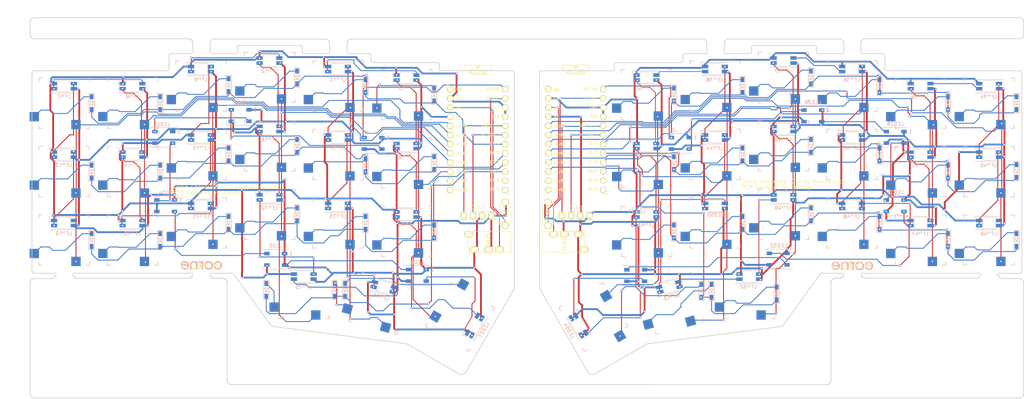
<source format=kicad_pcb>
(kicad_pcb (version 20171130) (host pcbnew 5.1.6-c6e7f7d~87~ubuntu20.04.1)
  (title_block (title "Corne Cherry") (date 2020-07-24) (rev 3.0) (company foostan))
  (layers (0 F.Cu signal) (31 B.Cu signal) (34 B.Paste user) (35 F.Paste user) (36 B.SilkS user) (37 F.SilkS user) (38 B.Mask user) (39 F.Mask user) (44 Edge.Cuts user))
  (net 0 "")
  (net 1 row0)
  (net 2 "Net-(D1-Pad2)")
  (net 3 row1)
  (net 4 "Net-(D2-Pad2)")
  (net 5 row2)
  (net 6 "Net-(D3-Pad2)")
  (net 7 row3)
  (net 8 "Net-(D4-Pad2)")
  (net 9 "Net-(D5-Pad2)")
  (net 10 "Net-(D6-Pad2)")
  (net 11 "Net-(D7-Pad2)")
  (net 12 "Net-(D8-Pad2)")
  (net 13 "Net-(D9-Pad2)")
  (net 14 "Net-(D10-Pad2)")
  (net 15 "Net-(D11-Pad2)")
  (net 16 "Net-(D12-Pad2)")
  (net 17 "Net-(D13-Pad2)")
  (net 18 "Net-(D14-Pad2)")
  (net 19 "Net-(D15-Pad2)")
  (net 20 "Net-(D16-Pad2)")
  (net 21 "Net-(D17-Pad2)")
  (net 22 "Net-(D18-Pad2)")
  (net 23 "Net-(D19-Pad2)")
  (net 24 "Net-(D20-Pad2)")
  (net 25 "Net-(D21-Pad2)")
  (net 26 GND)
  (net 27 VCC)
  (net 28 col0)
  (net 29 col1)
  (net 30 col2)
  (net 31 col3)
  (net 32 col4)
  (net 33 col5)
  (net 34 LED)
  (net 35 data)
  (net 36 reset)
  (net 37 SCL)
  (net 38 SDA)
  (net 39 "Net-(U1-Pad14)")
  (net 40 "Net-(U1-Pad13)")
  (net 41 "Net-(U1-Pad12)")
  (net 42 "Net-(U1-Pad11)")
  (net 43 "Net-(U1-Pad24)")
  (net 44 "Net-(D22-Pad2)")
  (net 45 row0_r)
  (net 46 "Net-(D23-Pad2)")
  (net 47 "Net-(D24-Pad2)")
  (net 48 "Net-(D25-Pad2)")
  (net 49 "Net-(D26-Pad2)")
  (net 50 "Net-(D27-Pad2)")
  (net 51 row1_r)
  (net 52 "Net-(D28-Pad2)")
  (net 53 "Net-(D29-Pad2)")
  (net 54 "Net-(D30-Pad2)")
  (net 55 "Net-(D31-Pad2)")
  (net 56 "Net-(D32-Pad2)")
  (net 57 "Net-(D33-Pad2)")
  (net 58 row2_r)
  (net 59 "Net-(D34-Pad2)")
  (net 60 "Net-(D35-Pad2)")
  (net 61 "Net-(D36-Pad2)")
  (net 62 "Net-(D37-Pad2)")
  (net 63 "Net-(D38-Pad2)")
  (net 64 "Net-(D39-Pad2)")
  (net 65 "Net-(D40-Pad2)")
  (net 66 row3_r)
  (net 67 "Net-(D41-Pad2)")
  (net 68 "Net-(D42-Pad2)")
  (net 69 data_r)
  (net 70 SDA_r)
  (net 71 SCL_r)
  (net 72 LED_r)
  (net 73 reset_r)
  (net 74 col0_r)
  (net 75 col1_r)
  (net 76 col2_r)
  (net 77 col3_r)
  (net 78 col4_r)
  (net 79 col5_r)
  (net 80 VDD)
  (net 81 GNDA)
  (net 82 "Net-(LED1-Pad2)")
  (net 83 "Net-(LED1-Pad4)")
  (net 84 "Net-(LED2-Pad4)")
  (net 85 "Net-(LED10-Pad2)")
  (net 86 "Net-(LED11-Pad4)")
  (net 87 "Net-(LED13-Pad4)")
  (net 88 "Net-(LED14-Pad2)")
  (net 89 "Net-(LED15-Pad4)")
  (net 90 "Net-(LED10-Pad4)")
  (net 91 "Net-(LED11-Pad2)")
  (net 92 "Net-(LED12-Pad4)")
  (net 93 "Net-(LED13-Pad2)")
  (net 94 "Net-(LED14-Pad4)")
  (net 95 "Net-(LED16-Pad4)")
  (net 96 "Net-(LED17-Pad2)")
  (net 97 "Net-(LED18-Pad4)")
  (net 98 "Net-(LED22-Pad4)")
  (net 99 "Net-(LED24-Pad4)")
  (net 100 "Net-(LED25-Pad4)")
  (net 101 "Net-(LED27-Pad4)")
  (net 102 "Net-(LED28-Pad2)")
  (net 103 "Net-(LED29-Pad4)")
  (net 104 "Net-(LED32-Pad2)")
  (net 105 "Net-(LED34-Pad2)")
  (net 106 "Net-(LED35-Pad4)")
  (net 107 "Net-(LED37-Pad4)")
  (net 108 "Net-(LED38-Pad2)")
  (net 109 "Net-(LED39-Pad4)")
  (net 110 "Net-(LED4-Pad2)")
  (net 111 "Net-(LED5-Pad2)")
  (net 112 "Net-(LED7-Pad4)")
  (net 113 "Net-(LED15-Pad2)")
  (net 114 "Net-(LED20-Pad4)")
  (net 115 "Net-(LED23-Pad2)")
  (net 116 "Net-(LED28-Pad4)")
  (net 117 "Net-(LED31-Pad2)")
  (net 118 "Net-(LED33-Pad2)")
  (net 119 "Net-(LED40-Pad2)")
  (net 120 "Net-(LED41-Pad4)")
  (net 121 "Net-(LED42-Pad2)")
  (net 122 "Net-(LED43-Pad4)")
  (net 123 "Net-(LED44-Pad2)")
  (net 124 "Net-(LED45-Pad4)")
  (net 125 "Net-(LED47-Pad4)")
  (net 126 "Net-(LED49-Pad4)")
  (net 127 "Net-(LED50-Pad2)")
  (net 128 "Net-(LED51-Pad4)")
  (net 129 "Net-(LED52-Pad4)")
  (net 130 "Net-(LED34-Pad4)")
  (net 131 "Net-(LED36-Pad4)")
  (net 132 "Net-(LED36-Pad2)")
  (net 133 "Net-(LED38-Pad4)")
  (net 134 "Net-(U2-Pad11)")
  (net 135 "Net-(U2-Pad12)")
  (net 136 "Net-(U2-Pad13)")
  (net 137 "Net-(U2-Pad14)")
  (net 138 "Net-(U2-Pad24)")
  (module custom_kicad:PG1350_socket_clean (layer F.Cu) (at 166.8645 95.15 120)
    (fp_text reference SW42 hide)
    (fp_text value SW_PUSH hide)
    (pad "" np_thru_hole circle (at 5.22 -4.2 120) (size 0.9906 0.9906) (drill 0.9906) (layers *.Cu *.Mask))
    (pad 2 smd rect (at -8.275 3.75 120) (size 2.6 2.6) (layers B.Cu B.Paste B.Mask) (net 68 "Net-(D42-Pad2)"))
    (pad "" np_thru_hole circle (at 0 5.95 120) (size 3 3) (drill 3) (layers *.Cu *.Mask))
    (pad "" np_thru_hole circle (at 0 0 120) (size 3.429 3.429) (drill 3.429) (layers *.Cu *.Mask))
    (pad "" np_thru_hole circle (at -5 3.75 120) (size 3 3) (drill 3) (layers *.Cu *.Mask))
    (pad 1 smd rect (at 3.275 5.95 120) (size 2.6 2.6) (layers B.Cu B.Paste B.Mask) (net 79 col5_r))
    (pad "" np_thru_hole circle (at 5.5 0 120) (size 1.7018 1.7018) (drill 1.7018) (layers *.Cu *.Mask))
    (pad "" np_thru_hole circle (at -5.5 0 120) (size 1.7018 1.7018) (drill 1.7018) (layers *.Cu *.Mask))
  )
  (module LED_SMD:LED_WS2812B_PLCC4_5.0x5.0mm_P3.2mm (layer B.Cu) (at 78.79166 79.1456 180)
    (fp_text reference LED5 (at -0.01 3.74) (layer B.SilkS) (effects (justify mirror)))
    (fp_text value WS2812B)
    (fp_text user 1 (at -4.15 1.6) (layer B.SilkS) (effects (justify mirror)))
    (pad 1 smd rect (at -2.45 1.6 180) (size 1.5 1) (layers B.Cu B.Paste B.Mask) (net 27 VCC))
    (pad 2 smd rect (at -2.45 -1.6 180) (size 1.5 1) (layers B.Cu B.Paste B.Mask) (net 111 "Net-(LED5-Pad2)"))
    (pad 4 smd rect (at 2.45 1.6 180) (size 1.5 1) (layers B.Cu B.Paste B.Mask) (net 110 "Net-(LED4-Pad2)"))
    (pad 3 smd rect (at 2.45 -1.6 180) (size 1.5 1) (layers B.Cu B.Paste B.Mask) (net 26 GND))
  )
  (module custom_kicad:PG1350_socket_clean (layer F.Cu) (at 129.8575 95.155 240)
    (fp_text reference SW21 hide)
    (fp_text value SW_PUSH hide)
    (pad "" np_thru_hole circle (at 5.22 -4.2 240) (size 0.9906 0.9906) (drill 0.9906) (layers *.Cu *.Mask))
    (pad 2 smd rect (at -8.275 3.75 240) (size 2.6 2.6) (layers B.Cu B.Paste B.Mask) (net 25 "Net-(D21-Pad2)"))
    (pad "" np_thru_hole circle (at 0 5.95 240) (size 3 3) (drill 3) (layers *.Cu *.Mask))
    (pad "" np_thru_hole circle (at 0 0 240) (size 3.429 3.429) (drill 3.429) (layers *.Cu *.Mask))
    (pad "" np_thru_hole circle (at -5 3.75 240) (size 3 3) (drill 3) (layers *.Cu *.Mask))
    (pad 1 smd rect (at 3.275 5.95 240) (size 2.6 2.6) (layers B.Cu B.Paste B.Mask) (net 33 col5))
    (pad "" np_thru_hole circle (at 5.5 0 240) (size 1.7018 1.7018) (drill 1.7018) (layers *.Cu *.Mask))
    (pad "" np_thru_hole circle (at -5.5 0 240) (size 1.7018 1.7018) (drill 1.7018) (layers *.Cu *.Mask))
  )
  (module kbd:YS-SK6812MINI-E (layer B.Cu) (at 181.6075 28.68588)
    (fp_text reference LED39 (at -0.12 2.9875) (layer B.SilkS) (effects (justify mirror)))
    (fp_text value YS-SK6812MINI-E)
    (fp_line (start 1.8 1.55) (end -1.8 1.55) (layer Edge.Cuts) (width 0.12))
    (fp_line (start 1.8 -1.55) (end 1.8 1.55) (layer Edge.Cuts) (width 0.12))
    (fp_line (start -1.8 -1.55) (end 1.8 -1.55) (layer Edge.Cuts) (width 0.12))
    (fp_line (start -1.8 1.55) (end -1.8 -1.55) (layer Edge.Cuts) (width 0.12))
    (pad 2 smd rect (at 2.75 -0.7) (size 1.7 1) (layers B.Cu B.Paste B.Mask) (net 133 "Net-(LED38-Pad4)"))
    (pad 1 smd rect (at 2.75 0.7) (size 1.7 1) (layers B.Cu B.Paste B.Mask) (net 80 VDD))
    (pad 3 smd rect (at -2.75 -0.7) (size 1.7 1) (layers B.Cu B.Paste B.Mask) (net 81 GNDA))
    (pad 4 smd rect (at -2.75 0.7) (size 1.7 1) (layers B.Cu B.Paste B.Mask) (net 109 "Net-(LED39-Pad4)"))
  )
  (module kbd:YS-SK6812MINI-E (layer B.Cu) (at 276.6075 31.06088)
    (fp_text reference LED34 (at -0.12 2.9875) (layer B.SilkS) (effects (justify mirror)))
    (fp_text value YS-SK6812MINI-E)
    (fp_line (start 1.8 1.55) (end -1.8 1.55) (layer Edge.Cuts) (width 0.12))
    (fp_line (start 1.8 -1.55) (end 1.8 1.55) (layer Edge.Cuts) (width 0.12))
    (fp_line (start -1.8 -1.55) (end 1.8 -1.55) (layer Edge.Cuts) (width 0.12))
    (fp_line (start -1.8 1.55) (end -1.8 -1.55) (layer Edge.Cuts) (width 0.12))
    (pad 2 smd rect (at 2.75 -0.7) (size 1.7 1) (layers B.Cu B.Paste B.Mask) (net 105 "Net-(LED34-Pad2)"))
    (pad 1 smd rect (at 2.75 0.7) (size 1.7 1) (layers B.Cu B.Paste B.Mask) (net 80 VDD))
    (pad 3 smd rect (at -2.75 -0.7) (size 1.7 1) (layers B.Cu B.Paste B.Mask) (net 81 GNDA))
    (pad 4 smd rect (at -2.75 0.7) (size 1.7 1) (layers B.Cu B.Paste B.Mask) (net 130 "Net-(LED34-Pad4)"))
  )
  (module kbd:YS-SK6812MINI-E (layer B.Cu) (at 257.6075 31.06088)
    (fp_text reference LED35 (at -0.12 2.9875) (layer B.SilkS) (effects (justify mirror)))
    (fp_text value YS-SK6812MINI-E)
    (fp_line (start 1.8 1.55) (end -1.8 1.55) (layer Edge.Cuts) (width 0.12))
    (fp_line (start 1.8 -1.55) (end 1.8 1.55) (layer Edge.Cuts) (width 0.12))
    (fp_line (start -1.8 -1.55) (end 1.8 -1.55) (layer Edge.Cuts) (width 0.12))
    (fp_line (start -1.8 1.55) (end -1.8 -1.55) (layer Edge.Cuts) (width 0.12))
    (pad 2 smd rect (at 2.75 -0.7) (size 1.7 1) (layers B.Cu B.Paste B.Mask) (net 130 "Net-(LED34-Pad4)"))
    (pad 1 smd rect (at 2.75 0.7) (size 1.7 1) (layers B.Cu B.Paste B.Mask) (net 80 VDD))
    (pad 3 smd rect (at -2.75 -0.7) (size 1.7 1) (layers B.Cu B.Paste B.Mask) (net 81 GNDA))
    (pad 4 smd rect (at -2.75 0.7) (size 1.7 1) (layers B.Cu B.Paste B.Mask) (net 106 "Net-(LED35-Pad4)"))
  )
  (module kbd:YS-SK6812MINI-E (layer B.Cu) (at 238.6075 26.31088)
    (fp_text reference LED36 (at -0.12 2.9875) (layer B.SilkS) (effects (justify mirror)))
    (fp_text value YS-SK6812MINI-E)
    (fp_line (start 1.8 1.55) (end -1.8 1.55) (layer Edge.Cuts) (width 0.12))
    (fp_line (start 1.8 -1.55) (end 1.8 1.55) (layer Edge.Cuts) (width 0.12))
    (fp_line (start -1.8 -1.55) (end 1.8 -1.55) (layer Edge.Cuts) (width 0.12))
    (fp_line (start -1.8 1.55) (end -1.8 -1.55) (layer Edge.Cuts) (width 0.12))
    (pad 2 smd rect (at 2.75 -0.7) (size 1.7 1) (layers B.Cu B.Paste B.Mask) (net 132 "Net-(LED36-Pad2)"))
    (pad 1 smd rect (at 2.75 0.7) (size 1.7 1) (layers B.Cu B.Paste B.Mask) (net 80 VDD))
    (pad 3 smd rect (at -2.75 -0.7) (size 1.7 1) (layers B.Cu B.Paste B.Mask) (net 81 GNDA))
    (pad 4 smd rect (at -2.75 0.7) (size 1.7 1) (layers B.Cu B.Paste B.Mask) (net 131 "Net-(LED36-Pad4)"))
  )
  (module kbd:YS-SK6812MINI-E (layer B.Cu) (at 219.6075 23.93588)
    (fp_text reference LED37 (at -0.12 2.9875) (layer B.SilkS) (effects (justify mirror)))
    (fp_text value YS-SK6812MINI-E)
    (fp_line (start 1.8 1.55) (end -1.8 1.55) (layer Edge.Cuts) (width 0.12))
    (fp_line (start 1.8 -1.55) (end 1.8 1.55) (layer Edge.Cuts) (width 0.12))
    (fp_line (start -1.8 -1.55) (end 1.8 -1.55) (layer Edge.Cuts) (width 0.12))
    (fp_line (start -1.8 1.55) (end -1.8 -1.55) (layer Edge.Cuts) (width 0.12))
    (pad 2 smd rect (at 2.75 -0.7) (size 1.7 1) (layers B.Cu B.Paste B.Mask) (net 131 "Net-(LED36-Pad4)"))
    (pad 1 smd rect (at 2.75 0.7) (size 1.7 1) (layers B.Cu B.Paste B.Mask) (net 80 VDD))
    (pad 3 smd rect (at -2.75 -0.7) (size 1.7 1) (layers B.Cu B.Paste B.Mask) (net 81 GNDA))
    (pad 4 smd rect (at -2.75 0.7) (size 1.7 1) (layers B.Cu B.Paste B.Mask) (net 107 "Net-(LED37-Pad4)"))
  )
  (module kbd:YS-SK6812MINI-E (layer B.Cu) (at 200.6075 26.31088)
    (fp_text reference LED38 (at -0.12 2.9875) (layer B.SilkS) (effects (justify mirror)))
    (fp_text value YS-SK6812MINI-E)
    (fp_line (start 1.8 1.55) (end -1.8 1.55) (layer Edge.Cuts) (width 0.12))
    (fp_line (start 1.8 -1.55) (end 1.8 1.55) (layer Edge.Cuts) (width 0.12))
    (fp_line (start -1.8 -1.55) (end 1.8 -1.55) (layer Edge.Cuts) (width 0.12))
    (fp_line (start -1.8 1.55) (end -1.8 -1.55) (layer Edge.Cuts) (width 0.12))
    (pad 2 smd rect (at 2.75 -0.7) (size 1.7 1) (layers B.Cu B.Paste B.Mask) (net 108 "Net-(LED38-Pad2)"))
    (pad 1 smd rect (at 2.75 0.7) (size 1.7 1) (layers B.Cu B.Paste B.Mask) (net 80 VDD))
    (pad 3 smd rect (at -2.75 -0.7) (size 1.7 1) (layers B.Cu B.Paste B.Mask) (net 81 GNDA))
    (pad 4 smd rect (at -2.75 0.7) (size 1.7 1) (layers B.Cu B.Paste B.Mask) (net 133 "Net-(LED38-Pad4)"))
  )
  (module custom_kicad:PG1350_socket_clean (layer F.Cu) (at 189.1145 91.4 15)
    (fp_text reference SW41 hide)
    (fp_text value SW_PUSH hide)
    (pad "" np_thru_hole circle (at 5.22 -4.2 15) (size 0.9906 0.9906) (drill 0.9906) (layers *.Cu *.Mask))
    (pad 2 smd rect (at -8.275 3.75 15) (size 2.6 2.6) (layers B.Cu B.Paste B.Mask) (net 67 "Net-(D41-Pad2)"))
    (pad "" np_thru_hole circle (at 0 5.95 15) (size 3 3) (drill 3) (layers *.Cu *.Mask))
    (pad "" np_thru_hole circle (at 0 0 15) (size 3.429 3.429) (drill 3.429) (layers *.Cu *.Mask))
    (pad "" np_thru_hole circle (at -5 3.75 15) (size 3 3) (drill 3) (layers *.Cu *.Mask))
    (pad 1 smd rect (at 3.275 5.95 15) (size 2.6 2.6) (layers B.Cu B.Paste B.Mask) (net 78 col4_r))
    (pad "" np_thru_hole circle (at 5.5 0 15) (size 1.7018 1.7018) (drill 1.7018) (layers *.Cu *.Mask))
    (pad "" np_thru_hole circle (at -5.5 0 15) (size 1.7018 1.7018) (drill 1.7018) (layers *.Cu *.Mask))
  )
  (module custom_kicad:PG1350_socket_clean (layer F.Cu) (at 210.1145 88.65)
    (fp_text reference SW40 hide)
    (fp_text value SW_PUSH hide)
    (pad "" np_thru_hole circle (at 5.22 -4.2) (size 0.9906 0.9906) (drill 0.9906) (layers *.Cu *.Mask))
    (pad 2 smd rect (at -8.275 3.75) (size 2.6 2.6) (layers B.Cu B.Paste B.Mask) (net 65 "Net-(D40-Pad2)"))
    (pad "" np_thru_hole circle (at 0 5.95) (size 3 3) (drill 3) (layers *.Cu *.Mask))
    (pad "" np_thru_hole circle (at 0 0) (size 3.429 3.429) (drill 3.429) (layers *.Cu *.Mask))
    (pad "" np_thru_hole circle (at -5 3.75) (size 3 3) (drill 3) (layers *.Cu *.Mask))
    (pad 1 smd rect (at 3.275 5.95) (size 2.6 2.6) (layers B.Cu B.Paste B.Mask) (net 77 col3_r))
    (pad "" np_thru_hole circle (at 5.5 0) (size 1.7018 1.7018) (drill 1.7018) (layers *.Cu *.Mask))
    (pad "" np_thru_hole circle (at -5.5 0) (size 1.7018 1.7018) (drill 1.7018) (layers *.Cu *.Mask))
  )
  (module custom_kicad:PG1350_socket_clean (layer F.Cu) (at 200.6145 69.025)
    (fp_text reference SW38 hide)
    (fp_text value SW_PUSH hide)
    (pad "" np_thru_hole circle (at 5.22 -4.2) (size 0.9906 0.9906) (drill 0.9906) (layers *.Cu *.Mask))
    (pad 2 smd rect (at -8.275 3.75) (size 2.6 2.6) (layers B.Cu B.Paste B.Mask) (net 63 "Net-(D38-Pad2)"))
    (pad "" np_thru_hole circle (at 0 5.95) (size 3 3) (drill 3) (layers *.Cu *.Mask))
    (pad "" np_thru_hole circle (at 0 0) (size 3.429 3.429) (drill 3.429) (layers *.Cu *.Mask))
    (pad "" np_thru_hole circle (at -5 3.75) (size 3 3) (drill 3) (layers *.Cu *.Mask))
    (pad 1 smd rect (at 3.275 5.95) (size 2.6 2.6) (layers B.Cu B.Paste B.Mask) (net 78 col4_r))
    (pad "" np_thru_hole circle (at 5.5 0) (size 1.7018 1.7018) (drill 1.7018) (layers *.Cu *.Mask))
    (pad "" np_thru_hole circle (at -5.5 0) (size 1.7018 1.7018) (drill 1.7018) (layers *.Cu *.Mask))
  )
  (module custom_kicad:PG1350_socket_clean (layer F.Cu) (at 238.6145 69.025)
    (fp_text reference SW36 hide)
    (fp_text value SW_PUSH hide)
    (pad "" np_thru_hole circle (at 5.22 -4.2) (size 0.9906 0.9906) (drill 0.9906) (layers *.Cu *.Mask))
    (pad 2 smd rect (at -8.275 3.75) (size 2.6 2.6) (layers B.Cu B.Paste B.Mask) (net 61 "Net-(D36-Pad2)"))
    (pad "" np_thru_hole circle (at 0 5.95) (size 3 3) (drill 3) (layers *.Cu *.Mask))
    (pad "" np_thru_hole circle (at 0 0) (size 3.429 3.429) (drill 3.429) (layers *.Cu *.Mask))
    (pad "" np_thru_hole circle (at -5 3.75) (size 3 3) (drill 3) (layers *.Cu *.Mask))
    (pad 1 smd rect (at 3.275 5.95) (size 2.6 2.6) (layers B.Cu B.Paste B.Mask) (net 76 col2_r))
    (pad "" np_thru_hole circle (at 5.5 0) (size 1.7018 1.7018) (drill 1.7018) (layers *.Cu *.Mask))
    (pad "" np_thru_hole circle (at -5.5 0) (size 1.7018 1.7018) (drill 1.7018) (layers *.Cu *.Mask))
  )
  (module custom_kicad:PG1350_socket_clean (layer F.Cu) (at 276.6145 73.775)
    (fp_text reference SW34 hide)
    (fp_text value SW_PUSH hide)
    (pad "" np_thru_hole circle (at 5.22 -4.2) (size 0.9906 0.9906) (drill 0.9906) (layers *.Cu *.Mask))
    (pad 2 smd rect (at -8.275 3.75) (size 2.6 2.6) (layers B.Cu B.Paste B.Mask) (net 59 "Net-(D34-Pad2)"))
    (pad "" np_thru_hole circle (at 0 5.95) (size 3 3) (drill 3) (layers *.Cu *.Mask))
    (pad "" np_thru_hole circle (at 0 0) (size 3.429 3.429) (drill 3.429) (layers *.Cu *.Mask))
    (pad "" np_thru_hole circle (at -5 3.75) (size 3 3) (drill 3) (layers *.Cu *.Mask))
    (pad 1 smd rect (at 3.275 5.95) (size 2.6 2.6) (layers B.Cu B.Paste B.Mask) (net 74 col0_r))
    (pad "" np_thru_hole circle (at 5.5 0) (size 1.7018 1.7018) (drill 1.7018) (layers *.Cu *.Mask))
    (pad "" np_thru_hole circle (at -5.5 0) (size 1.7018 1.7018) (drill 1.7018) (layers *.Cu *.Mask))
  )
  (module custom_kicad:PG1350_socket_clean (layer F.Cu) (at 200.6145 50.025)
    (fp_text reference SW32 hide)
    (fp_text value SW_PUSH hide)
    (pad "" np_thru_hole circle (at 5.22 -4.2) (size 0.9906 0.9906) (drill 0.9906) (layers *.Cu *.Mask))
    (pad 2 smd rect (at -8.275 3.75) (size 2.6 2.6) (layers B.Cu B.Paste B.Mask) (net 56 "Net-(D32-Pad2)"))
    (pad "" np_thru_hole circle (at 0 5.95) (size 3 3) (drill 3) (layers *.Cu *.Mask))
    (pad "" np_thru_hole circle (at 0 0) (size 3.429 3.429) (drill 3.429) (layers *.Cu *.Mask))
    (pad "" np_thru_hole circle (at -5 3.75) (size 3 3) (drill 3) (layers *.Cu *.Mask))
    (pad 1 smd rect (at 3.275 5.95) (size 2.6 2.6) (layers B.Cu B.Paste B.Mask) (net 78 col4_r))
    (pad "" np_thru_hole circle (at 5.5 0) (size 1.7018 1.7018) (drill 1.7018) (layers *.Cu *.Mask))
    (pad "" np_thru_hole circle (at -5.5 0) (size 1.7018 1.7018) (drill 1.7018) (layers *.Cu *.Mask))
  )
  (module custom_kicad:PG1350_socket_clean (layer F.Cu) (at 219.6145 47.65)
    (fp_text reference SW31 hide)
    (fp_text value SW_PUSH hide)
    (pad "" np_thru_hole circle (at 5.22 -4.2) (size 0.9906 0.9906) (drill 0.9906) (layers *.Cu *.Mask))
    (pad 2 smd rect (at -8.275 3.75) (size 2.6 2.6) (layers B.Cu B.Paste B.Mask) (net 55 "Net-(D31-Pad2)"))
    (pad "" np_thru_hole circle (at 0 5.95) (size 3 3) (drill 3) (layers *.Cu *.Mask))
    (pad "" np_thru_hole circle (at 0 0) (size 3.429 3.429) (drill 3.429) (layers *.Cu *.Mask))
    (pad "" np_thru_hole circle (at -5 3.75) (size 3 3) (drill 3) (layers *.Cu *.Mask))
    (pad 1 smd rect (at 3.275 5.95) (size 2.6 2.6) (layers B.Cu B.Paste B.Mask) (net 77 col3_r))
    (pad "" np_thru_hole circle (at 5.5 0) (size 1.7018 1.7018) (drill 1.7018) (layers *.Cu *.Mask))
    (pad "" np_thru_hole circle (at -5.5 0) (size 1.7018 1.7018) (drill 1.7018) (layers *.Cu *.Mask))
  )
  (module custom_kicad:PG1350_socket_clean (layer F.Cu) (at 238.6145 50.025)
    (fp_text reference SW30 hide)
    (fp_text value SW_PUSH hide)
    (pad "" np_thru_hole circle (at 5.22 -4.2) (size 0.9906 0.9906) (drill 0.9906) (layers *.Cu *.Mask))
    (pad 2 smd rect (at -8.275 3.75) (size 2.6 2.6) (layers B.Cu B.Paste B.Mask) (net 54 "Net-(D30-Pad2)"))
    (pad "" np_thru_hole circle (at 0 5.95) (size 3 3) (drill 3) (layers *.Cu *.Mask))
    (pad "" np_thru_hole circle (at 0 0) (size 3.429 3.429) (drill 3.429) (layers *.Cu *.Mask))
    (pad "" np_thru_hole circle (at -5 3.75) (size 3 3) (drill 3) (layers *.Cu *.Mask))
    (pad 1 smd rect (at 3.275 5.95) (size 2.6 2.6) (layers B.Cu B.Paste B.Mask) (net 76 col2_r))
    (pad "" np_thru_hole circle (at 5.5 0) (size 1.7018 1.7018) (drill 1.7018) (layers *.Cu *.Mask))
    (pad "" np_thru_hole circle (at -5.5 0) (size 1.7018 1.7018) (drill 1.7018) (layers *.Cu *.Mask))
  )
  (module custom_kicad:PG1350_socket_clean (layer F.Cu) (at 257.6145 54.775)
    (fp_text reference SW29 hide)
    (fp_text value SW_PUSH hide)
    (pad "" np_thru_hole circle (at 5.22 -4.2) (size 0.9906 0.9906) (drill 0.9906) (layers *.Cu *.Mask))
    (pad 2 smd rect (at -8.275 3.75) (size 2.6 2.6) (layers B.Cu B.Paste B.Mask) (net 53 "Net-(D29-Pad2)"))
    (pad "" np_thru_hole circle (at 0 5.95) (size 3 3) (drill 3) (layers *.Cu *.Mask))
    (pad "" np_thru_hole circle (at 0 0) (size 3.429 3.429) (drill 3.429) (layers *.Cu *.Mask))
    (pad "" np_thru_hole circle (at -5 3.75) (size 3 3) (drill 3) (layers *.Cu *.Mask))
    (pad 1 smd rect (at 3.275 5.95) (size 2.6 2.6) (layers B.Cu B.Paste B.Mask) (net 75 col1_r))
    (pad "" np_thru_hole circle (at 5.5 0) (size 1.7018 1.7018) (drill 1.7018) (layers *.Cu *.Mask))
    (pad "" np_thru_hole circle (at -5.5 0) (size 1.7018 1.7018) (drill 1.7018) (layers *.Cu *.Mask))
  )
  (module custom_kicad:PG1350_socket_clean (layer F.Cu) (at 276.6145 54.775)
    (fp_text reference SW28 hide)
    (fp_text value SW_PUSH hide)
    (pad "" np_thru_hole circle (at 5.22 -4.2) (size 0.9906 0.9906) (drill 0.9906) (layers *.Cu *.Mask))
    (pad 2 smd rect (at -8.275 3.75) (size 2.6 2.6) (layers B.Cu B.Paste B.Mask) (net 52 "Net-(D28-Pad2)"))
    (pad "" np_thru_hole circle (at 0 5.95) (size 3 3) (drill 3) (layers *.Cu *.Mask))
    (pad "" np_thru_hole circle (at 0 0) (size 3.429 3.429) (drill 3.429) (layers *.Cu *.Mask))
    (pad "" np_thru_hole circle (at -5 3.75) (size 3 3) (drill 3) (layers *.Cu *.Mask))
    (pad 1 smd rect (at 3.275 5.95) (size 2.6 2.6) (layers B.Cu B.Paste B.Mask) (net 74 col0_r))
    (pad "" np_thru_hole circle (at 5.5 0) (size 1.7018 1.7018) (drill 1.7018) (layers *.Cu *.Mask))
    (pad "" np_thru_hole circle (at -5.5 0) (size 1.7018 1.7018) (drill 1.7018) (layers *.Cu *.Mask))
  )
  (module custom_kicad:PG1350_socket_clean (layer F.Cu) (at 181.6075 33.405)
    (fp_text reference SW27 hide)
    (fp_text value SW_PUSH hide)
    (pad "" np_thru_hole circle (at 5.22 -4.2) (size 0.9906 0.9906) (drill 0.9906) (layers *.Cu *.Mask))
    (pad 2 smd rect (at -8.275 3.75) (size 2.6 2.6) (layers B.Cu B.Paste B.Mask) (net 50 "Net-(D27-Pad2)"))
    (pad "" np_thru_hole circle (at 0 5.95) (size 3 3) (drill 3) (layers *.Cu *.Mask))
    (pad "" np_thru_hole circle (at 0 0) (size 3.429 3.429) (drill 3.429) (layers *.Cu *.Mask))
    (pad "" np_thru_hole circle (at -5 3.75) (size 3 3) (drill 3) (layers *.Cu *.Mask))
    (pad 1 smd rect (at 3.275 5.95) (size 2.6 2.6) (layers B.Cu B.Paste B.Mask) (net 79 col5_r))
    (pad "" np_thru_hole circle (at 5.5 0) (size 1.7018 1.7018) (drill 1.7018) (layers *.Cu *.Mask))
    (pad "" np_thru_hole circle (at -5.5 0) (size 1.7018 1.7018) (drill 1.7018) (layers *.Cu *.Mask))
  )
  (module custom_kicad:PG1350_socket_clean (layer F.Cu) (at 200.6145 31.025)
    (fp_text reference SW26 hide)
    (fp_text value SW_PUSH hide)
    (pad "" np_thru_hole circle (at 5.22 -4.2) (size 0.9906 0.9906) (drill 0.9906) (layers *.Cu *.Mask))
    (pad 2 smd rect (at -8.275 3.75) (size 2.6 2.6) (layers B.Cu B.Paste B.Mask) (net 49 "Net-(D26-Pad2)"))
    (pad "" np_thru_hole circle (at 0 5.95) (size 3 3) (drill 3) (layers *.Cu *.Mask))
    (pad "" np_thru_hole circle (at 0 0) (size 3.429 3.429) (drill 3.429) (layers *.Cu *.Mask))
    (pad "" np_thru_hole circle (at -5 3.75) (size 3 3) (drill 3) (layers *.Cu *.Mask))
    (pad 1 smd rect (at 3.275 5.95) (size 2.6 2.6) (layers B.Cu B.Paste B.Mask) (net 78 col4_r))
    (pad "" np_thru_hole circle (at 5.5 0) (size 1.7018 1.7018) (drill 1.7018) (layers *.Cu *.Mask))
    (pad "" np_thru_hole circle (at -5.5 0) (size 1.7018 1.7018) (drill 1.7018) (layers *.Cu *.Mask))
  )
  (module custom_kicad:PG1350_socket_clean (layer F.Cu) (at 219.6145 28.65)
    (fp_text reference SW25 hide)
    (fp_text value SW_PUSH hide)
    (pad "" np_thru_hole circle (at 5.22 -4.2) (size 0.9906 0.9906) (drill 0.9906) (layers *.Cu *.Mask))
    (pad 2 smd rect (at -8.275 3.75) (size 2.6 2.6) (layers B.Cu B.Paste B.Mask) (net 48 "Net-(D25-Pad2)"))
    (pad "" np_thru_hole circle (at 0 5.95) (size 3 3) (drill 3) (layers *.Cu *.Mask))
    (pad "" np_thru_hole circle (at 0 0) (size 3.429 3.429) (drill 3.429) (layers *.Cu *.Mask))
    (pad "" np_thru_hole circle (at -5 3.75) (size 3 3) (drill 3) (layers *.Cu *.Mask))
    (pad 1 smd rect (at 3.275 5.95) (size 2.6 2.6) (layers B.Cu B.Paste B.Mask) (net 77 col3_r))
    (pad "" np_thru_hole circle (at 5.5 0) (size 1.7018 1.7018) (drill 1.7018) (layers *.Cu *.Mask))
    (pad "" np_thru_hole circle (at -5.5 0) (size 1.7018 1.7018) (drill 1.7018) (layers *.Cu *.Mask))
  )
  (module custom_kicad:PG1350_socket_clean (layer F.Cu) (at 238.6145 31.025)
    (fp_text reference SW24 hide)
    (fp_text value SW_PUSH hide)
    (pad "" np_thru_hole circle (at 5.22 -4.2) (size 0.9906 0.9906) (drill 0.9906) (layers *.Cu *.Mask))
    (pad 2 smd rect (at -8.275 3.75) (size 2.6 2.6) (layers B.Cu B.Paste B.Mask) (net 47 "Net-(D24-Pad2)"))
    (pad "" np_thru_hole circle (at 0 5.95) (size 3 3) (drill 3) (layers *.Cu *.Mask))
    (pad "" np_thru_hole circle (at 0 0) (size 3.429 3.429) (drill 3.429) (layers *.Cu *.Mask))
    (pad "" np_thru_hole circle (at -5 3.75) (size 3 3) (drill 3) (layers *.Cu *.Mask))
    (pad 1 smd rect (at 3.275 5.95) (size 2.6 2.6) (layers B.Cu B.Paste B.Mask) (net 76 col2_r))
    (pad "" np_thru_hole circle (at 5.5 0) (size 1.7018 1.7018) (drill 1.7018) (layers *.Cu *.Mask))
    (pad "" np_thru_hole circle (at -5.5 0) (size 1.7018 1.7018) (drill 1.7018) (layers *.Cu *.Mask))
  )
  (module custom_kicad:PG1350_socket_clean (layer F.Cu) (at 257.6145 35.775)
    (fp_text reference SW23 hide)
    (fp_text value SW_PUSH hide)
    (pad "" np_thru_hole circle (at 5.22 -4.2) (size 0.9906 0.9906) (drill 0.9906) (layers *.Cu *.Mask))
    (pad 2 smd rect (at -8.275 3.75) (size 2.6 2.6) (layers B.Cu B.Paste B.Mask) (net 46 "Net-(D23-Pad2)"))
    (pad "" np_thru_hole circle (at 0 5.95) (size 3 3) (drill 3) (layers *.Cu *.Mask))
    (pad "" np_thru_hole circle (at 0 0) (size 3.429 3.429) (drill 3.429) (layers *.Cu *.Mask))
    (pad "" np_thru_hole circle (at -5 3.75) (size 3 3) (drill 3) (layers *.Cu *.Mask))
    (pad 1 smd rect (at 3.275 5.95) (size 2.6 2.6) (layers B.Cu B.Paste B.Mask) (net 75 col1_r))
    (pad "" np_thru_hole circle (at 5.5 0) (size 1.7018 1.7018) (drill 1.7018) (layers *.Cu *.Mask))
    (pad "" np_thru_hole circle (at -5.5 0) (size 1.7018 1.7018) (drill 1.7018) (layers *.Cu *.Mask))
  )
  (module custom_kicad:PG1350_socket_clean (layer F.Cu) (at 276.6145 35.775)
    (fp_text reference SW22 hide)
    (fp_text value SW_PUSH hide)
    (pad "" np_thru_hole circle (at 5.22 -4.2) (size 0.9906 0.9906) (drill 0.9906) (layers *.Cu *.Mask))
    (pad 2 smd rect (at -8.275 3.75) (size 2.6 2.6) (layers B.Cu B.Paste B.Mask) (net 44 "Net-(D22-Pad2)"))
    (pad "" np_thru_hole circle (at 0 5.95) (size 3 3) (drill 3) (layers *.Cu *.Mask))
    (pad "" np_thru_hole circle (at 0 0) (size 3.429 3.429) (drill 3.429) (layers *.Cu *.Mask))
    (pad "" np_thru_hole circle (at -5 3.75) (size 3 3) (drill 3) (layers *.Cu *.Mask))
    (pad 1 smd rect (at 3.275 5.95) (size 2.6 2.6) (layers B.Cu B.Paste B.Mask) (net 74 col0_r))
    (pad "" np_thru_hole circle (at 5.5 0) (size 1.7018 1.7018) (drill 1.7018) (layers *.Cu *.Mask))
    (pad "" np_thru_hole circle (at -5.5 0) (size 1.7018 1.7018) (drill 1.7018) (layers *.Cu *.Mask))
  )
  (module custom_kicad:PG1350_socket_clean (layer F.Cu) (at 107.6075 91.405 345)
    (fp_text reference SW20 hide)
    (fp_text value SW_PUSH hide)
    (pad "" np_thru_hole circle (at 5.22 -4.2 345) (size 0.9906 0.9906) (drill 0.9906) (layers *.Cu *.Mask))
    (pad 2 smd rect (at -8.275 3.75 345) (size 2.6 2.6) (layers B.Cu B.Paste B.Mask) (net 24 "Net-(D20-Pad2)"))
    (pad "" np_thru_hole circle (at 0 5.95 345) (size 3 3) (drill 3) (layers *.Cu *.Mask))
    (pad "" np_thru_hole circle (at 0 0 345) (size 3.429 3.429) (drill 3.429) (layers *.Cu *.Mask))
    (pad "" np_thru_hole circle (at -5 3.75 345) (size 3 3) (drill 3) (layers *.Cu *.Mask))
    (pad 1 smd rect (at 3.275 5.95 345) (size 2.6 2.6) (layers B.Cu B.Paste B.Mask) (net 32 col4))
    (pad "" np_thru_hole circle (at 5.5 0 345) (size 1.7018 1.7018) (drill 1.7018) (layers *.Cu *.Mask))
    (pad "" np_thru_hole circle (at -5.5 0 345) (size 1.7018 1.7018) (drill 1.7018) (layers *.Cu *.Mask))
  )
  (module custom_kicad:PG1350_socket_clean (layer F.Cu) (at 86.6075 88.655)
    (fp_text reference SW19 hide)
    (fp_text value SW_PUSH hide)
    (pad "" np_thru_hole circle (at 5.22 -4.2) (size 0.9906 0.9906) (drill 0.9906) (layers *.Cu *.Mask))
    (pad 2 smd rect (at -8.275 3.75) (size 2.6 2.6) (layers B.Cu B.Paste B.Mask) (net 23 "Net-(D19-Pad2)"))
    (pad "" np_thru_hole circle (at 0 5.95) (size 3 3) (drill 3) (layers *.Cu *.Mask))
    (pad "" np_thru_hole circle (at 0 0) (size 3.429 3.429) (drill 3.429) (layers *.Cu *.Mask))
    (pad "" np_thru_hole circle (at -5 3.75) (size 3 3) (drill 3) (layers *.Cu *.Mask))
    (pad 1 smd rect (at 3.275 5.95) (size 2.6 2.6) (layers B.Cu B.Paste B.Mask) (net 31 col3))
    (pad "" np_thru_hole circle (at 5.5 0) (size 1.7018 1.7018) (drill 1.7018) (layers *.Cu *.Mask))
    (pad "" np_thru_hole circle (at -5.5 0) (size 1.7018 1.7018) (drill 1.7018) (layers *.Cu *.Mask))
  )
  (module custom_kicad:PG1350_socket_clean (layer F.Cu) (at 115.1075 71.405)
    (fp_text reference SW18 hide)
    (fp_text value SW_PUSH hide)
    (pad "" np_thru_hole circle (at 5.22 -4.2) (size 0.9906 0.9906) (drill 0.9906) (layers *.Cu *.Mask))
    (pad 2 smd rect (at -8.275 3.75) (size 2.6 2.6) (layers B.Cu B.Paste B.Mask) (net 22 "Net-(D18-Pad2)"))
    (pad "" np_thru_hole circle (at 0 5.95) (size 3 3) (drill 3) (layers *.Cu *.Mask))
    (pad "" np_thru_hole circle (at 0 0) (size 3.429 3.429) (drill 3.429) (layers *.Cu *.Mask))
    (pad "" np_thru_hole circle (at -5 3.75) (size 3 3) (drill 3) (layers *.Cu *.Mask))
    (pad 1 smd rect (at 3.275 5.95) (size 2.6 2.6) (layers B.Cu B.Paste B.Mask) (net 33 col5))
    (pad "" np_thru_hole circle (at 5.5 0) (size 1.7018 1.7018) (drill 1.7018) (layers *.Cu *.Mask))
    (pad "" np_thru_hole circle (at -5.5 0) (size 1.7018 1.7018) (drill 1.7018) (layers *.Cu *.Mask))
  )
  (module custom_kicad:PG1350_socket_clean (layer F.Cu) (at 96.1075 69.03)
    (fp_text reference SW17 hide)
    (fp_text value SW_PUSH hide)
    (pad "" np_thru_hole circle (at 5.22 -4.2) (size 0.9906 0.9906) (drill 0.9906) (layers *.Cu *.Mask))
    (pad 2 smd rect (at -8.275 3.75) (size 2.6 2.6) (layers B.Cu B.Paste B.Mask) (net 21 "Net-(D17-Pad2)"))
    (pad "" np_thru_hole circle (at 0 5.95) (size 3 3) (drill 3) (layers *.Cu *.Mask))
    (pad "" np_thru_hole circle (at 0 0) (size 3.429 3.429) (drill 3.429) (layers *.Cu *.Mask))
    (pad "" np_thru_hole circle (at -5 3.75) (size 3 3) (drill 3) (layers *.Cu *.Mask))
    (pad 1 smd rect (at 3.275 5.95) (size 2.6 2.6) (layers B.Cu B.Paste B.Mask) (net 32 col4))
    (pad "" np_thru_hole circle (at 5.5 0) (size 1.7018 1.7018) (drill 1.7018) (layers *.Cu *.Mask))
    (pad "" np_thru_hole circle (at -5.5 0) (size 1.7018 1.7018) (drill 1.7018) (layers *.Cu *.Mask))
  )
  (module custom_kicad:PG1350_socket_clean (layer F.Cu) (at 77.1075 66.655)
    (fp_text reference SW16 hide)
    (fp_text value SW_PUSH hide)
    (pad "" np_thru_hole circle (at 5.22 -4.2) (size 0.9906 0.9906) (drill 0.9906) (layers *.Cu *.Mask))
    (pad 2 smd rect (at -8.275 3.75) (size 2.6 2.6) (layers B.Cu B.Paste B.Mask) (net 20 "Net-(D16-Pad2)"))
    (pad "" np_thru_hole circle (at 0 5.95) (size 3 3) (drill 3) (layers *.Cu *.Mask))
    (pad "" np_thru_hole circle (at 0 0) (size 3.429 3.429) (drill 3.429) (layers *.Cu *.Mask))
    (pad "" np_thru_hole circle (at -5 3.75) (size 3 3) (drill 3) (layers *.Cu *.Mask))
    (pad 1 smd rect (at 3.275 5.95) (size 2.6 2.6) (layers B.Cu B.Paste B.Mask) (net 31 col3))
    (pad "" np_thru_hole circle (at 5.5 0) (size 1.7018 1.7018) (drill 1.7018) (layers *.Cu *.Mask))
    (pad "" np_thru_hole circle (at -5.5 0) (size 1.7018 1.7018) (drill 1.7018) (layers *.Cu *.Mask))
  )
  (module custom_kicad:PG1350_socket_clean (layer F.Cu) (at 58.1075 69.03)
    (fp_text reference SW15 hide)
    (fp_text value SW_PUSH hide)
    (pad "" np_thru_hole circle (at 5.22 -4.2) (size 0.9906 0.9906) (drill 0.9906) (layers *.Cu *.Mask))
    (pad 2 smd rect (at -8.275 3.75) (size 2.6 2.6) (layers B.Cu B.Paste B.Mask) (net 19 "Net-(D15-Pad2)"))
    (pad "" np_thru_hole circle (at 0 5.95) (size 3 3) (drill 3) (layers *.Cu *.Mask))
    (pad "" np_thru_hole circle (at 0 0) (size 3.429 3.429) (drill 3.429) (layers *.Cu *.Mask))
    (pad "" np_thru_hole circle (at -5 3.75) (size 3 3) (drill 3) (layers *.Cu *.Mask))
    (pad 1 smd rect (at 3.275 5.95) (size 2.6 2.6) (layers B.Cu B.Paste B.Mask) (net 30 col2))
    (pad "" np_thru_hole circle (at 5.5 0) (size 1.7018 1.7018) (drill 1.7018) (layers *.Cu *.Mask))
    (pad "" np_thru_hole circle (at -5.5 0) (size 1.7018 1.7018) (drill 1.7018) (layers *.Cu *.Mask))
  )
  (module custom_kicad:PG1350_socket_clean (layer F.Cu) (at 115.1075 52.405)
    (fp_text reference SW12 hide)
    (fp_text value SW_PUSH hide)
    (pad "" np_thru_hole circle (at 5.22 -4.2) (size 0.9906 0.9906) (drill 0.9906) (layers *.Cu *.Mask))
    (pad 2 smd rect (at -8.275 3.75) (size 2.6 2.6) (layers B.Cu B.Paste B.Mask) (net 16 "Net-(D12-Pad2)"))
    (pad "" np_thru_hole circle (at 0 5.95) (size 3 3) (drill 3) (layers *.Cu *.Mask))
    (pad "" np_thru_hole circle (at 0 0) (size 3.429 3.429) (drill 3.429) (layers *.Cu *.Mask))
    (pad "" np_thru_hole circle (at -5 3.75) (size 3 3) (drill 3) (layers *.Cu *.Mask))
    (pad 1 smd rect (at 3.275 5.95) (size 2.6 2.6) (layers B.Cu B.Paste B.Mask) (net 33 col5))
    (pad "" np_thru_hole circle (at 5.5 0) (size 1.7018 1.7018) (drill 1.7018) (layers *.Cu *.Mask))
    (pad "" np_thru_hole circle (at -5.5 0) (size 1.7018 1.7018) (drill 1.7018) (layers *.Cu *.Mask))
  )
  (module custom_kicad:PG1350_socket_clean (layer F.Cu) (at 96.1075 50.03)
    (fp_text reference SW11 hide)
    (fp_text value SW_PUSH hide)
    (pad "" np_thru_hole circle (at 5.22 -4.2) (size 0.9906 0.9906) (drill 0.9906) (layers *.Cu *.Mask))
    (pad 2 smd rect (at -8.275 3.75) (size 2.6 2.6) (layers B.Cu B.Paste B.Mask) (net 15 "Net-(D11-Pad2)"))
    (pad "" np_thru_hole circle (at 0 5.95) (size 3 3) (drill 3) (layers *.Cu *.Mask))
    (pad "" np_thru_hole circle (at 0 0) (size 3.429 3.429) (drill 3.429) (layers *.Cu *.Mask))
    (pad "" np_thru_hole circle (at -5 3.75) (size 3 3) (drill 3) (layers *.Cu *.Mask))
    (pad 1 smd rect (at 3.275 5.95) (size 2.6 2.6) (layers B.Cu B.Paste B.Mask) (net 32 col4))
    (pad "" np_thru_hole circle (at 5.5 0) (size 1.7018 1.7018) (drill 1.7018) (layers *.Cu *.Mask))
    (pad "" np_thru_hole circle (at -5.5 0) (size 1.7018 1.7018) (drill 1.7018) (layers *.Cu *.Mask))
  )
  (module custom_kicad:PG1350_socket_clean (layer F.Cu) (at 77.1075 47.655)
    (fp_text reference SW10 hide)
    (fp_text value SW_PUSH hide)
    (pad "" np_thru_hole circle (at 5.22 -4.2) (size 0.9906 0.9906) (drill 0.9906) (layers *.Cu *.Mask))
    (pad 2 smd rect (at -8.275 3.75) (size 2.6 2.6) (layers B.Cu B.Paste B.Mask) (net 14 "Net-(D10-Pad2)"))
    (pad "" np_thru_hole circle (at 0 5.95) (size 3 3) (drill 3) (layers *.Cu *.Mask))
    (pad "" np_thru_hole circle (at 0 0) (size 3.429 3.429) (drill 3.429) (layers *.Cu *.Mask))
    (pad "" np_thru_hole circle (at -5 3.75) (size 3 3) (drill 3) (layers *.Cu *.Mask))
    (pad 1 smd rect (at 3.275 5.95) (size 2.6 2.6) (layers B.Cu B.Paste B.Mask) (net 31 col3))
    (pad "" np_thru_hole circle (at 5.5 0) (size 1.7018 1.7018) (drill 1.7018) (layers *.Cu *.Mask))
    (pad "" np_thru_hole circle (at -5.5 0) (size 1.7018 1.7018) (drill 1.7018) (layers *.Cu *.Mask))
  )
  (module custom_kicad:PG1350_socket_clean (layer F.Cu) (at 58.1075 50.03)
    (fp_text reference SW9 hide)
    (fp_text value SW_PUSH hide)
    (pad "" np_thru_hole circle (at 5.22 -4.2) (size 0.9906 0.9906) (drill 0.9906) (layers *.Cu *.Mask))
    (pad 2 smd rect (at -8.275 3.75) (size 2.6 2.6) (layers B.Cu B.Paste B.Mask) (net 13 "Net-(D9-Pad2)"))
    (pad "" np_thru_hole circle (at 0 5.95) (size 3 3) (drill 3) (layers *.Cu *.Mask))
    (pad "" np_thru_hole circle (at 0 0) (size 3.429 3.429) (drill 3.429) (layers *.Cu *.Mask))
    (pad "" np_thru_hole circle (at -5 3.75) (size 3 3) (drill 3) (layers *.Cu *.Mask))
    (pad 1 smd rect (at 3.275 5.95) (size 2.6 2.6) (layers B.Cu B.Paste B.Mask) (net 30 col2))
    (pad "" np_thru_hole circle (at 5.5 0) (size 1.7018 1.7018) (drill 1.7018) (layers *.Cu *.Mask))
    (pad "" np_thru_hole circle (at -5.5 0) (size 1.7018 1.7018) (drill 1.7018) (layers *.Cu *.Mask))
  )
  (module custom_kicad:PG1350_socket_clean (layer F.Cu) (at 96.1075 31.03)
    (fp_text reference SW5 hide)
    (fp_text value SW_PUSH hide)
    (pad "" np_thru_hole circle (at 5.22 -4.2) (size 0.9906 0.9906) (drill 0.9906) (layers *.Cu *.Mask))
    (pad 2 smd rect (at -8.275 3.75) (size 2.6 2.6) (layers B.Cu B.Paste B.Mask) (net 9 "Net-(D5-Pad2)"))
    (pad "" np_thru_hole circle (at 0 5.95) (size 3 3) (drill 3) (layers *.Cu *.Mask))
    (pad "" np_thru_hole circle (at 0 0) (size 3.429 3.429) (drill 3.429) (layers *.Cu *.Mask))
    (pad "" np_thru_hole circle (at -5 3.75) (size 3 3) (drill 3) (layers *.Cu *.Mask))
    (pad 1 smd rect (at 3.275 5.95) (size 2.6 2.6) (layers B.Cu B.Paste B.Mask) (net 32 col4))
    (pad "" np_thru_hole circle (at 5.5 0) (size 1.7018 1.7018) (drill 1.7018) (layers *.Cu *.Mask))
    (pad "" np_thru_hole circle (at -5.5 0) (size 1.7018 1.7018) (drill 1.7018) (layers *.Cu *.Mask))
  )
  (module custom_kicad:PG1350_socket_clean (layer F.Cu) (at 77.1075 28.655)
    (fp_text reference SW4 hide)
    (fp_text value SW_PUSH hide)
    (pad "" np_thru_hole circle (at 5.22 -4.2) (size 0.9906 0.9906) (drill 0.9906) (layers *.Cu *.Mask))
    (pad 2 smd rect (at -8.275 3.75) (size 2.6 2.6) (layers B.Cu B.Paste B.Mask) (net 8 "Net-(D4-Pad2)"))
    (pad "" np_thru_hole circle (at 0 5.95) (size 3 3) (drill 3) (layers *.Cu *.Mask))
    (pad "" np_thru_hole circle (at 0 0) (size 3.429 3.429) (drill 3.429) (layers *.Cu *.Mask))
    (pad "" np_thru_hole circle (at -5 3.75) (size 3 3) (drill 3) (layers *.Cu *.Mask))
    (pad 1 smd rect (at 3.275 5.95) (size 2.6 2.6) (layers B.Cu B.Paste B.Mask) (net 31 col3))
    (pad "" np_thru_hole circle (at 5.5 0) (size 1.7018 1.7018) (drill 1.7018) (layers *.Cu *.Mask))
    (pad "" np_thru_hole circle (at -5.5 0) (size 1.7018 1.7018) (drill 1.7018) (layers *.Cu *.Mask))
  )
  (module custom_kicad:PG1350_socket_clean (layer F.Cu) (at 58.1075 31.03)
    (fp_text reference SW3 hide)
    (fp_text value SW_PUSH hide)
    (pad "" np_thru_hole circle (at 5.22 -4.2) (size 0.9906 0.9906) (drill 0.9906) (layers *.Cu *.Mask))
    (pad 2 smd rect (at -8.275 3.75) (size 2.6 2.6) (layers B.Cu B.Paste B.Mask) (net 6 "Net-(D3-Pad2)"))
    (pad "" np_thru_hole circle (at 0 5.95) (size 3 3) (drill 3) (layers *.Cu *.Mask))
    (pad "" np_thru_hole circle (at 0 0) (size 3.429 3.429) (drill 3.429) (layers *.Cu *.Mask))
    (pad "" np_thru_hole circle (at -5 3.75) (size 3 3) (drill 3) (layers *.Cu *.Mask))
    (pad 1 smd rect (at 3.275 5.95) (size 2.6 2.6) (layers B.Cu B.Paste B.Mask) (net 30 col2))
    (pad "" np_thru_hole circle (at 5.5 0) (size 1.7018 1.7018) (drill 1.7018) (layers *.Cu *.Mask))
    (pad "" np_thru_hole circle (at -5.5 0) (size 1.7018 1.7018) (drill 1.7018) (layers *.Cu *.Mask))
  )
  (module custom_kicad:PG1350_socket_clean (layer F.Cu) (at 39.1075 35.78)
    (fp_text reference SW2 hide)
    (fp_text value SW_PUSH hide)
    (pad "" np_thru_hole circle (at 5.22 -4.2) (size 0.9906 0.9906) (drill 0.9906) (layers *.Cu *.Mask))
    (pad 2 smd rect (at -8.275 3.75) (size 2.6 2.6) (layers B.Cu B.Paste B.Mask) (net 4 "Net-(D2-Pad2)"))
    (pad "" np_thru_hole circle (at 0 5.95) (size 3 3) (drill 3) (layers *.Cu *.Mask))
    (pad "" np_thru_hole circle (at 0 0) (size 3.429 3.429) (drill 3.429) (layers *.Cu *.Mask))
    (pad "" np_thru_hole circle (at -5 3.75) (size 3 3) (drill 3) (layers *.Cu *.Mask))
    (pad 1 smd rect (at 3.275 5.95) (size 2.6 2.6) (layers B.Cu B.Paste B.Mask) (net 29 col1))
    (pad "" np_thru_hole circle (at 5.5 0) (size 1.7018 1.7018) (drill 1.7018) (layers *.Cu *.Mask))
    (pad "" np_thru_hole circle (at -5.5 0) (size 1.7018 1.7018) (drill 1.7018) (layers *.Cu *.Mask))
  )
  (module custom_kicad:PG1350_socket_clean (layer F.Cu) (at 20.1075 35.78)
    (fp_text reference SW1 hide)
    (fp_text value SW_PUSH hide)
    (pad "" np_thru_hole circle (at 5.22 -4.2) (size 0.9906 0.9906) (drill 0.9906) (layers *.Cu *.Mask))
    (pad 2 smd rect (at -8.275 3.75) (size 2.6 2.6) (layers B.Cu B.Paste B.Mask) (net 2 "Net-(D1-Pad2)"))
    (pad "" np_thru_hole circle (at 0 5.95) (size 3 3) (drill 3) (layers *.Cu *.Mask))
    (pad "" np_thru_hole circle (at 0 0) (size 3.429 3.429) (drill 3.429) (layers *.Cu *.Mask))
    (pad "" np_thru_hole circle (at -5 3.75) (size 3 3) (drill 3) (layers *.Cu *.Mask))
    (pad 1 smd rect (at 3.275 5.95) (size 2.6 2.6) (layers B.Cu B.Paste B.Mask) (net 28 col0))
    (pad "" np_thru_hole circle (at 5.5 0) (size 1.7018 1.7018) (drill 1.7018) (layers *.Cu *.Mask))
    (pad "" np_thru_hole circle (at -5.5 0) (size 1.7018 1.7018) (drill 1.7018) (layers *.Cu *.Mask))
  )
  (module custom_kicad:PG1350_socket_clean (layer F.Cu) (at 39.1075 54.78)
    (fp_text reference SW8 hide)
    (fp_text value SW_PUSH hide)
    (pad "" np_thru_hole circle (at 5.22 -4.2) (size 0.9906 0.9906) (drill 0.9906) (layers *.Cu *.Mask))
    (pad 2 smd rect (at -8.275 3.75) (size 2.6 2.6) (layers B.Cu B.Paste B.Mask) (net 12 "Net-(D8-Pad2)"))
    (pad "" np_thru_hole circle (at 0 5.95) (size 3 3) (drill 3) (layers *.Cu *.Mask))
    (pad "" np_thru_hole circle (at 0 0) (size 3.429 3.429) (drill 3.429) (layers *.Cu *.Mask))
    (pad "" np_thru_hole circle (at -5 3.75) (size 3 3) (drill 3) (layers *.Cu *.Mask))
    (pad 1 smd rect (at 3.275 5.95) (size 2.6 2.6) (layers B.Cu B.Paste B.Mask) (net 29 col1))
    (pad "" np_thru_hole circle (at 5.5 0) (size 1.7018 1.7018) (drill 1.7018) (layers *.Cu *.Mask))
    (pad "" np_thru_hole circle (at -5.5 0) (size 1.7018 1.7018) (drill 1.7018) (layers *.Cu *.Mask))
  )
  (module custom_kicad:PG1350_socket_clean (layer F.Cu) (at 20.1075 54.78)
    (fp_text reference SW7 hide)
    (fp_text value SW_PUSH hide)
    (pad "" np_thru_hole circle (at 5.22 -4.2) (size 0.9906 0.9906) (drill 0.9906) (layers *.Cu *.Mask))
    (pad 2 smd rect (at -8.275 3.75) (size 2.6 2.6) (layers B.Cu B.Paste B.Mask) (net 11 "Net-(D7-Pad2)"))
    (pad "" np_thru_hole circle (at 0 5.95) (size 3 3) (drill 3) (layers *.Cu *.Mask))
    (pad "" np_thru_hole circle (at 0 0) (size 3.429 3.429) (drill 3.429) (layers *.Cu *.Mask))
    (pad "" np_thru_hole circle (at -5 3.75) (size 3 3) (drill 3) (layers *.Cu *.Mask))
    (pad 1 smd rect (at 3.275 5.95) (size 2.6 2.6) (layers B.Cu B.Paste B.Mask) (net 28 col0))
    (pad "" np_thru_hole circle (at 5.5 0) (size 1.7018 1.7018) (drill 1.7018) (layers *.Cu *.Mask))
    (pad "" np_thru_hole circle (at -5.5 0) (size 1.7018 1.7018) (drill 1.7018) (layers *.Cu *.Mask))
  )
  (module custom_kicad:PG1350_socket_clean (layer F.Cu) (at 39.1075 73.78)
    (fp_text reference SW14 hide)
    (fp_text value SW_PUSH hide)
    (pad "" np_thru_hole circle (at 5.22 -4.2) (size 0.9906 0.9906) (drill 0.9906) (layers *.Cu *.Mask))
    (pad 2 smd rect (at -8.275 3.75) (size 2.6 2.6) (layers B.Cu B.Paste B.Mask) (net 18 "Net-(D14-Pad2)"))
    (pad "" np_thru_hole circle (at 0 5.95) (size 3 3) (drill 3) (layers *.Cu *.Mask))
    (pad "" np_thru_hole circle (at 0 0) (size 3.429 3.429) (drill 3.429) (layers *.Cu *.Mask))
    (pad "" np_thru_hole circle (at -5 3.75) (size 3 3) (drill 3) (layers *.Cu *.Mask))
    (pad 1 smd rect (at 3.275 5.95) (size 2.6 2.6) (layers B.Cu B.Paste B.Mask) (net 29 col1))
    (pad "" np_thru_hole circle (at 5.5 0) (size 1.7018 1.7018) (drill 1.7018) (layers *.Cu *.Mask))
    (pad "" np_thru_hole circle (at -5.5 0) (size 1.7018 1.7018) (drill 1.7018) (layers *.Cu *.Mask))
  )
  (module custom_kicad:PG1350_socket_clean (layer F.Cu) (at 219.6145 66.65)
    (fp_text reference SW37 hide)
    (fp_text value SW_PUSH hide)
    (pad "" np_thru_hole circle (at 5.22 -4.2) (size 0.9906 0.9906) (drill 0.9906) (layers *.Cu *.Mask))
    (pad 2 smd rect (at -8.275 3.75) (size 2.6 2.6) (layers B.Cu B.Paste B.Mask) (net 62 "Net-(D37-Pad2)"))
    (pad "" np_thru_hole circle (at 0 5.95) (size 3 3) (drill 3) (layers *.Cu *.Mask))
    (pad "" np_thru_hole circle (at 0 0) (size 3.429 3.429) (drill 3.429) (layers *.Cu *.Mask))
    (pad "" np_thru_hole circle (at -5 3.75) (size 3 3) (drill 3) (layers *.Cu *.Mask))
    (pad 1 smd rect (at 3.275 5.95) (size 2.6 2.6) (layers B.Cu B.Paste B.Mask) (net 77 col3_r))
    (pad "" np_thru_hole circle (at 5.5 0) (size 1.7018 1.7018) (drill 1.7018) (layers *.Cu *.Mask))
    (pad "" np_thru_hole circle (at -5.5 0) (size 1.7018 1.7018) (drill 1.7018) (layers *.Cu *.Mask))
  )
  (module custom_kicad:PG1350_socket_clean (layer F.Cu) (at 257.6145 73.775)
    (fp_text reference SW35 hide)
    (fp_text value SW_PUSH hide)
    (pad "" np_thru_hole circle (at 5.22 -4.2) (size 0.9906 0.9906) (drill 0.9906) (layers *.Cu *.Mask))
    (pad 2 smd rect (at -8.275 3.75) (size 2.6 2.6) (layers B.Cu B.Paste B.Mask) (net 60 "Net-(D35-Pad2)"))
    (pad "" np_thru_hole circle (at 0 5.95) (size 3 3) (drill 3) (layers *.Cu *.Mask))
    (pad "" np_thru_hole circle (at 0 0) (size 3.429 3.429) (drill 3.429) (layers *.Cu *.Mask))
    (pad "" np_thru_hole circle (at -5 3.75) (size 3 3) (drill 3) (layers *.Cu *.Mask))
    (pad 1 smd rect (at 3.275 5.95) (size 2.6 2.6) (layers B.Cu B.Paste B.Mask) (net 75 col1_r))
    (pad "" np_thru_hole circle (at 5.5 0) (size 1.7018 1.7018) (drill 1.7018) (layers *.Cu *.Mask))
    (pad "" np_thru_hole circle (at -5.5 0) (size 1.7018 1.7018) (drill 1.7018) (layers *.Cu *.Mask))
  )
  (module custom_kicad:PG1350_socket_clean (layer F.Cu) (at 20.1075 73.78)
    (fp_text reference SW13 hide)
    (fp_text value SW_PUSH hide)
    (pad "" np_thru_hole circle (at 5.22 -4.2) (size 0.9906 0.9906) (drill 0.9906) (layers *.Cu *.Mask))
    (pad 2 smd rect (at -8.275 3.75) (size 2.6 2.6) (layers B.Cu B.Paste B.Mask) (net 17 "Net-(D13-Pad2)"))
    (pad "" np_thru_hole circle (at 0 5.95) (size 3 3) (drill 3) (layers *.Cu *.Mask))
    (pad "" np_thru_hole circle (at 0 0) (size 3.429 3.429) (drill 3.429) (layers *.Cu *.Mask))
    (pad "" np_thru_hole circle (at -5 3.75) (size 3 3) (drill 3) (layers *.Cu *.Mask))
    (pad 1 smd rect (at 3.275 5.95) (size 2.6 2.6) (layers B.Cu B.Paste B.Mask) (net 28 col0))
    (pad "" np_thru_hole circle (at 5.5 0) (size 1.7018 1.7018) (drill 1.7018) (layers *.Cu *.Mask))
    (pad "" np_thru_hole circle (at -5.5 0) (size 1.7018 1.7018) (drill 1.7018) (layers *.Cu *.Mask))
  )
  (module custom_kicad:PG1350_socket_clean (layer F.Cu) (at 181.6145 71.4)
    (fp_text reference SW39 hide)
    (fp_text value SW_PUSH hide)
    (pad "" np_thru_hole circle (at 5.22 -4.2) (size 0.9906 0.9906) (drill 0.9906) (layers *.Cu *.Mask))
    (pad 2 smd rect (at -8.275 3.75) (size 2.6 2.6) (layers B.Cu B.Paste B.Mask) (net 64 "Net-(D39-Pad2)"))
    (pad "" np_thru_hole circle (at 0 5.95) (size 3 3) (drill 3) (layers *.Cu *.Mask))
    (pad "" np_thru_hole circle (at 0 0) (size 3.429 3.429) (drill 3.429) (layers *.Cu *.Mask))
    (pad "" np_thru_hole circle (at -5 3.75) (size 3 3) (drill 3) (layers *.Cu *.Mask))
    (pad 1 smd rect (at 3.275 5.95) (size 2.6 2.6) (layers B.Cu B.Paste B.Mask) (net 79 col5_r))
    (pad "" np_thru_hole circle (at 5.5 0) (size 1.7018 1.7018) (drill 1.7018) (layers *.Cu *.Mask))
    (pad "" np_thru_hole circle (at -5.5 0) (size 1.7018 1.7018) (drill 1.7018) (layers *.Cu *.Mask))
  )
  (module custom_kicad:PG1350_socket_clean (layer F.Cu) (at 181.6145 52.4)
    (fp_text reference SW33 hide)
    (fp_text value SW_PUSH hide)
    (pad "" np_thru_hole circle (at 5.22 -4.2) (size 0.9906 0.9906) (drill 0.9906) (layers *.Cu *.Mask))
    (pad 2 smd rect (at -8.275 3.75) (size 2.6 2.6) (layers B.Cu B.Paste B.Mask) (net 57 "Net-(D33-Pad2)"))
    (pad "" np_thru_hole circle (at 0 5.95) (size 3 3) (drill 3) (layers *.Cu *.Mask))
    (pad "" np_thru_hole circle (at 0 0) (size 3.429 3.429) (drill 3.429) (layers *.Cu *.Mask))
    (pad "" np_thru_hole circle (at -5 3.75) (size 3 3) (drill 3) (layers *.Cu *.Mask))
    (pad 1 smd rect (at 3.275 5.95) (size 2.6 2.6) (layers B.Cu B.Paste B.Mask) (net 79 col5_r))
    (pad "" np_thru_hole circle (at 5.5 0) (size 1.7018 1.7018) (drill 1.7018) (layers *.Cu *.Mask))
    (pad "" np_thru_hole circle (at -5.5 0) (size 1.7018 1.7018) (drill 1.7018) (layers *.Cu *.Mask))
  )
  (module custom_kicad:PG1350_socket_clean (layer F.Cu) (at 115.1075 33.405)
    (fp_text reference SW6 hide)
    (fp_text value SW_PUSH hide)
    (pad "" np_thru_hole circle (at 5.22 -4.2) (size 0.9906 0.9906) (drill 0.9906) (layers *.Cu *.Mask))
    (pad 2 smd rect (at -8.275 3.75) (size 2.6 2.6) (layers B.Cu B.Paste B.Mask) (net 10 "Net-(D6-Pad2)"))
    (pad "" np_thru_hole circle (at 0 5.95) (size 3 3) (drill 3) (layers *.Cu *.Mask))
    (pad "" np_thru_hole circle (at 0 0) (size 3.429 3.429) (drill 3.429) (layers *.Cu *.Mask))
    (pad "" np_thru_hole circle (at -5 3.75) (size 3 3) (drill 3) (layers *.Cu *.Mask))
    (pad 1 smd rect (at 3.275 5.95) (size 2.6 2.6) (layers B.Cu B.Paste B.Mask) (net 33 col5))
    (pad "" np_thru_hole circle (at 5.5 0) (size 1.7018 1.7018) (drill 1.7018) (layers *.Cu *.Mask))
    (pad "" np_thru_hole circle (at -5.5 0) (size 1.7018 1.7018) (drill 1.7018) (layers *.Cu *.Mask))
  )
  (module custom_kicad:OLED_1side (layer F.Cu) (at 165.7845 67.045 180)
    (fp_text reference J4)
    (fp_text value OLED hide)
    (fp_text user OLED (at 3.825 2.13) (layer F.SilkS))
    (pad 1 thru_hole oval (at 0 0 180) (size 1.697 2.078) (drill 1.0922) (layers *.Cu F.SilkS B.Mask) (net 81 GNDA))
    (pad 2 thru_hole oval (at 2.54 0 180) (size 1.697 2.078) (drill 1.0922) (layers *.Cu F.SilkS B.Mask) (net 80 VDD))
    (pad 3 thru_hole oval (at 5.08 0 180) (size 1.697 2.078) (drill 1.0922) (layers *.Cu F.SilkS B.Mask) (net 71 SCL_r))
    (pad 4 thru_hole oval (at 7.62 0 180) (size 1.697 2.078) (drill 1.0922) (layers *.Cu F.SilkS B.Mask) (net 70 SDA_r))
  )
  (module custom_kicad:OLED_1side (layer F.Cu) (at 130.9485 67.028)
    (fp_text reference J2)
    (fp_text value OLED hide)
    (fp_text user OLED (at 3.906 -2.284) (layer F.SilkS))
    (pad 1 thru_hole oval (at 0 0) (size 1.697 2.078) (drill 1.0922) (layers *.Cu F.SilkS B.Mask) (net 38 SDA))
    (pad 2 thru_hole oval (at 2.54 0) (size 1.697 2.078) (drill 1.0922) (layers *.Cu F.SilkS B.Mask) (net 37 SCL))
    (pad 3 thru_hole oval (at 5.08 0) (size 1.697 2.078) (drill 1.0922) (layers *.Cu F.SilkS B.Mask) (net 27 VCC))
    (pad 4 thru_hole oval (at 7.62 0) (size 1.697 2.078) (drill 1.0922) (layers *.Cu F.SilkS B.Mask) (net 26 GND))
  )
  (module custom_kicad:ProMicro_v3 (layer F.Cu) (at 161.9875 46.39)
    (fp_text reference U2 hide)
    (fp_text value ProMicro hide)
    (fp_text user "" (at -0.545 -17.4) (layer F.SilkS))
    (fp_text user MicroUSB (at -0.05 -18.95) (layer F.SilkS) (effects (font (size 0.75 0.75) (thickness 0.12))))
    (fp_text user MicroUSB (at -0.05 -18.95) (layer F.SilkS) (effects (font (size 0.75 0.75) (thickness 0.12))))
    (fp_text user B4/8 (at 4.705 10.8 unlocked) (layer F.SilkS) (effects (font (size 0.75 0.67) (thickness 0.125))))
    (fp_text user D2/RX1 (at 4.155 -11.9 unlocked) (layer F.SilkS) (effects (font (size 0.75 0.67) (thickness 0.125))))
    (fp_text user B5/9 (at 4.705 13.3 unlocked) (layer F.SilkS) (effects (font (size 0.75 0.67) (thickness 0.125))))
    (fp_text user C6/5 (at 4.705 3.15 unlocked) (layer F.SilkS) (effects (font (size 0.75 0.67) (thickness 0.125))))
    (fp_text user SCL/D0/3 (at 3.455 -1.9 unlocked) (layer F.SilkS) (effects (font (size 0.75 0.67) (thickness 0.125))))
    (fp_text user SDA/D1/2 (at 3.455 -4.4 unlocked) (layer F.SilkS) (effects (font (size 0.75 0.67) (thickness 0.125))))
    (fp_text user D4/4 (at 4.705 0.6 unlocked) (layer F.SilkS) (effects (font (size 0.75 0.67) (thickness 0.125))))
    (fp_text user D3/TX0 (at 4.155 -14.45 unlocked) (layer F.SilkS) (effects (font (size 0.75 0.67) (thickness 0.125))))
    (fp_text user GND (at 4.955 -6.9 unlocked) (layer F.SilkS) (effects (font (size 0.75 0.67) (thickness 0.125))))
    (fp_text user GND (at 4.955 -9.35 unlocked) (layer F.SilkS) (effects (font (size 0.75 0.67) (thickness 0.125))))
    (fp_text user D7/6 (at 4.705 5.7 unlocked) (layer F.SilkS) (effects (font (size 0.75 0.67) (thickness 0.125))))
    (fp_text user E6/7 (at 4.705 8.25 unlocked) (layer F.SilkS) (effects (font (size 0.75 0.67) (thickness 0.125))))
    (fp_text user 16/B2 (at -4.395 10.95 unlocked) (layer F.SilkS) (effects (font (size 0.75 0.67) (thickness 0.125))))
    (fp_text user 10/B6 (at -4.395 13.45 unlocked) (layer F.SilkS) (effects (font (size 0.75 0.67) (thickness 0.125))))
    (fp_text user 14/B3 (at -4.395 8.4 unlocked) (layer F.SilkS) (effects (font (size 0.75 0.67) (thickness 0.125))))
    (fp_text user 15/B1 (at -4.395 5.85 unlocked) (layer F.SilkS) (effects (font (size 0.75 0.67) (thickness 0.125))))
    (fp_text user A0/F7 (at -4.395 3.3 unlocked) (layer F.SilkS) (effects (font (size 0.75 0.67) (thickness 0.125))))
    (fp_text user A1/F6 (at -4.395 0.75 unlocked) (layer F.SilkS) (effects (font (size 0.75 0.67) (thickness 0.125))))
    (fp_text user A2/F5 (at -4.395 -1.75 unlocked) (layer F.SilkS) (effects (font (size 0.75 0.67) (thickness 0.125))))
    (fp_text user A3/F4 (at -4.395 -4.25 unlocked) (layer F.SilkS) (effects (font (size 0.75 0.67) (thickness 0.125))))
    (fp_text user VCC (at -5.3355 -6.658 unlocked) (layer F.SilkS) (effects (font (size 0.75 0.5) (thickness 0.125))))
    (fp_text user RST (at -5.3355 -9.1345 unlocked) (layer F.SilkS) (effects (font (size 0.75 0.5) (thickness 0.125))))
    (fp_text user GND (at -4.98 -11.85 unlocked) (layer F.SilkS) (effects (font (size 0.75 0.67) (thickness 0.125))))
    (fp_text user RAW (at -5.3355 -14.278 unlocked) (layer F.SilkS) (effects (font (size 0.75 0.5) (thickness 0.125))))
    (pad 1 thru_hole circle (at 7.6114 -14.478) (size 1.7526 1.7526) (drill 1.0922) (layers *.Cu F.SilkS B.Mask) (net 72 LED_r))
    (pad 2 thru_hole circle (at 7.6114 -11.938) (size 1.7526 1.7526) (drill 1.0922) (layers *.Cu F.SilkS B.Mask) (net 69 data_r))
    (pad 3 thru_hole circle (at 7.6114 -9.398) (size 1.7526 1.7526) (drill 1.0922) (layers *.Cu F.SilkS B.Mask) (net 81 GNDA))
    (pad 4 thru_hole circle (at 7.6114 -6.858) (size 1.7526 1.7526) (drill 1.0922) (layers *.Cu F.SilkS B.Mask) (net 81 GNDA))
    (pad 5 thru_hole circle (at 7.6114 -4.318) (size 1.7526 1.7526) (drill 1.0922) (layers *.Cu F.SilkS B.Mask) (net 70 SDA_r))
    (pad 6 thru_hole circle (at 7.6114 -1.778) (size 1.7526 1.7526) (drill 1.0922) (layers *.Cu F.SilkS B.Mask) (net 71 SCL_r))
    (pad 7 thru_hole circle (at 7.6114 0.762) (size 1.7526 1.7526) (drill 1.0922) (layers *.Cu F.SilkS B.Mask) (net 45 row0_r))
    (pad 8 thru_hole circle (at 7.6114 3.302) (size 1.7526 1.7526) (drill 1.0922) (layers *.Cu F.SilkS B.Mask) (net 51 row1_r))
    (pad 9 thru_hole circle (at 7.6114 5.842) (size 1.7526 1.7526) (drill 1.0922) (layers *.Cu F.SilkS B.Mask) (net 58 row2_r))
    (pad 10 thru_hole circle (at 7.6114 8.382) (size 1.7526 1.7526) (drill 1.0922) (layers *.Cu F.SilkS B.Mask) (net 66 row3_r))
    (pad 11 thru_hole circle (at 7.6114 10.922) (size 1.7526 1.7526) (drill 1.0922) (layers *.Cu F.SilkS B.Mask) (net 134 "Net-(U2-Pad11)"))
    (pad 12 thru_hole circle (at 7.6114 13.462) (size 1.7526 1.7526) (drill 1.0922) (layers *.Cu F.SilkS B.Mask) (net 135 "Net-(U2-Pad12)"))
    (pad 13 thru_hole circle (at -7.6086 13.462) (size 1.7526 1.7526) (drill 1.0922) (layers *.Cu F.SilkS B.Mask) (net 136 "Net-(U2-Pad13)"))
    (pad 14 thru_hole circle (at -7.6086 10.922) (size 1.7526 1.7526) (drill 1.0922) (layers *.Cu F.SilkS B.Mask) (net 137 "Net-(U2-Pad14)"))
    (pad 15 thru_hole circle (at -7.6086 8.382 90) (size 1.7526 1.7526) (drill 1.0922) (layers *.Cu F.SilkS B.Mask) (net 79 col5_r))
    (pad 16 thru_hole circle (at -7.6086 5.842) (size 1.7526 1.7526) (drill 1.0922) (layers *.Cu F.SilkS B.Mask) (net 78 col4_r))
    (pad 17 thru_hole circle (at -7.6086 3.302) (size 1.7526 1.7526) (drill 1.0922) (layers *.Cu F.SilkS B.Mask) (net 77 col3_r))
    (pad 18 thru_hole circle (at -7.6086 0.762) (size 1.7526 1.7526) (drill 1.0922) (layers *.Cu F.SilkS B.Mask) (net 76 col2_r))
    (pad 19 thru_hole circle (at -7.6086 -1.778) (size 1.7526 1.7526) (drill 1.0922) (layers *.Cu F.SilkS B.Mask) (net 75 col1_r))
    (pad 20 thru_hole circle (at -7.6086 -4.318) (size 1.7526 1.7526) (drill 1.0922) (layers *.Cu F.SilkS B.Mask) (net 74 col0_r))
    (pad 21 thru_hole circle (at -7.6086 -6.858) (size 1.7526 1.7526) (drill 1.0922) (layers *.Cu F.SilkS B.Mask) (net 80 VDD))
    (pad 22 thru_hole circle (at -7.6086 -9.398) (size 1.7526 1.7526) (drill 1.0922) (layers *.Cu F.SilkS B.Mask) (net 73 reset_r))
    (pad 23 thru_hole circle (at -7.6086 -11.938) (size 1.7526 1.7526) (drill 1.0922) (layers *.Cu F.SilkS B.Mask) (net 81 GNDA))
    (pad 24 thru_hole circle (at -7.6086 -14.478) (size 1.7526 1.7526) (drill 1.0922) (layers *.Cu F.SilkS B.Mask) (net 138 "Net-(U2-Pad24)"))
  )
  (module custom_kicad:ProMicro_v3 (layer F.Cu) (at 134.8125 46.42)
    (fp_text reference U1 hide)
    (fp_text value ProMicro hide)
    (fp_text user "" (at -0.545 -17.4) (layer F.SilkS))
    (fp_text user MicroUSB (at -0.05 -18.95) (layer F.SilkS) (effects (font (size 0.75 0.75) (thickness 0.12))))
    (fp_text user MicroUSB (at -0.05 -18.95) (layer F.SilkS) (effects (font (size 0.75 0.75) (thickness 0.12))))
    (fp_text user B4/8 (at 4.705 10.8 unlocked) (layer F.SilkS) (effects (font (size 0.75 0.67) (thickness 0.125))))
    (fp_text user D2/RX1 (at 4.155 -11.9 unlocked) (layer F.SilkS) (effects (font (size 0.75 0.67) (thickness 0.125))))
    (fp_text user B5/9 (at 4.705 13.3 unlocked) (layer F.SilkS) (effects (font (size 0.75 0.67) (thickness 0.125))))
    (fp_text user C6/5 (at 4.705 3.15 unlocked) (layer F.SilkS) (effects (font (size 0.75 0.67) (thickness 0.125))))
    (fp_text user SCL/D0/3 (at 3.455 -1.9 unlocked) (layer F.SilkS) (effects (font (size 0.75 0.67) (thickness 0.125))))
    (fp_text user SDA/D1/2 (at 3.455 -4.4 unlocked) (layer F.SilkS) (effects (font (size 0.75 0.67) (thickness 0.125))))
    (fp_text user D4/4 (at 4.705 0.6 unlocked) (layer F.SilkS) (effects (font (size 0.75 0.67) (thickness 0.125))))
    (fp_text user D3/TX0 (at 4.155 -14.45 unlocked) (layer F.SilkS) (effects (font (size 0.75 0.67) (thickness 0.125))))
    (fp_text user GND (at 4.955 -6.9 unlocked) (layer F.SilkS) (effects (font (size 0.75 0.67) (thickness 0.125))))
    (fp_text user GND (at 4.955 -9.35 unlocked) (layer F.SilkS) (effects (font (size 0.75 0.67) (thickness 0.125))))
    (fp_text user D7/6 (at 4.705 5.7 unlocked) (layer F.SilkS) (effects (font (size 0.75 0.67) (thickness 0.125))))
    (fp_text user E6/7 (at 4.705 8.25 unlocked) (layer F.SilkS) (effects (font (size 0.75 0.67) (thickness 0.125))))
    (fp_text user 16/B2 (at -4.395 10.95 unlocked) (layer F.SilkS) (effects (font (size 0.75 0.67) (thickness 0.125))))
    (fp_text user 10/B6 (at -4.395 13.45 unlocked) (layer F.SilkS) (effects (font (size 0.75 0.67) (thickness 0.125))))
    (fp_text user 14/B3 (at -4.395 8.4 unlocked) (layer F.SilkS) (effects (font (size 0.75 0.67) (thickness 0.125))))
    (fp_text user 15/B1 (at -4.395 5.85 unlocked) (layer F.SilkS) (effects (font (size 0.75 0.67) (thickness 0.125))))
    (fp_text user A0/F7 (at -4.395 3.3 unlocked) (layer F.SilkS) (effects (font (size 0.75 0.67) (thickness 0.125))))
    (fp_text user A1/F6 (at -4.395 0.75 unlocked) (layer F.SilkS) (effects (font (size 0.75 0.67) (thickness 0.125))))
    (fp_text user A2/F5 (at -4.395 -1.75 unlocked) (layer F.SilkS) (effects (font (size 0.75 0.67) (thickness 0.125))))
    (fp_text user A3/F4 (at -4.395 -4.25 unlocked) (layer F.SilkS) (effects (font (size 0.75 0.67) (thickness 0.125))))
    (fp_text user VCC (at -5.175 -6.915 unlocked) (layer F.SilkS) (effects (font (size 0.75 0.5) (thickness 0.125))))
    (fp_text user RST (at -5.1355 -9.3345 unlocked) (layer F.SilkS) (effects (font (size 0.75 0.5) (thickness 0.125))))
    (fp_text user GND (at -4.98 -11.85 unlocked) (layer F.SilkS) (effects (font (size 0.75 0.67) (thickness 0.125))))
    (fp_text user RAW (at -5.1355 -14.478 unlocked) (layer F.SilkS) (effects (font (size 0.75 0.5) (thickness 0.125))))
    (pad 1 thru_hole circle (at 7.6114 -14.478) (size 1.7526 1.7526) (drill 1.0922) (layers *.Cu F.SilkS B.Mask) (net 34 LED))
    (pad 2 thru_hole circle (at 7.6114 -11.938) (size 1.7526 1.7526) (drill 1.0922) (layers *.Cu F.SilkS B.Mask) (net 35 data))
    (pad 3 thru_hole circle (at 7.6114 -9.398) (size 1.7526 1.7526) (drill 1.0922) (layers *.Cu F.SilkS B.Mask) (net 26 GND))
    (pad 4 thru_hole circle (at 7.6114 -6.858) (size 1.7526 1.7526) (drill 1.0922) (layers *.Cu F.SilkS B.Mask) (net 26 GND))
    (pad 5 thru_hole circle (at 7.6114 -4.318) (size 1.7526 1.7526) (drill 1.0922) (layers *.Cu F.SilkS B.Mask) (net 38 SDA))
    (pad 6 thru_hole circle (at 7.6114 -1.778) (size 1.7526 1.7526) (drill 1.0922) (layers *.Cu F.SilkS B.Mask) (net 37 SCL))
    (pad 7 thru_hole circle (at 7.6114 0.762) (size 1.7526 1.7526) (drill 1.0922) (layers *.Cu F.SilkS B.Mask) (net 1 row0))
    (pad 8 thru_hole circle (at 7.6114 3.302) (size 1.7526 1.7526) (drill 1.0922) (layers *.Cu F.SilkS B.Mask) (net 3 row1))
    (pad 9 thru_hole circle (at 7.6114 5.842) (size 1.7526 1.7526) (drill 1.0922) (layers *.Cu F.SilkS B.Mask) (net 5 row2))
    (pad 10 thru_hole circle (at 7.6114 8.382) (size 1.7526 1.7526) (drill 1.0922) (layers *.Cu F.SilkS B.Mask) (net 7 row3))
    (pad 11 thru_hole circle (at 7.6114 10.922) (size 1.7526 1.7526) (drill 1.0922) (layers *.Cu F.SilkS B.Mask) (net 42 "Net-(U1-Pad11)"))
    (pad 12 thru_hole circle (at 7.6114 13.462) (size 1.7526 1.7526) (drill 1.0922) (layers *.Cu F.SilkS B.Mask) (net 41 "Net-(U1-Pad12)"))
    (pad 13 thru_hole circle (at -7.6086 13.462) (size 1.7526 1.7526) (drill 1.0922) (layers *.Cu F.SilkS B.Mask) (net 40 "Net-(U1-Pad13)"))
    (pad 14 thru_hole circle (at -7.6086 10.922) (size 1.7526 1.7526) (drill 1.0922) (layers *.Cu F.SilkS B.Mask) (net 39 "Net-(U1-Pad14)"))
    (pad 15 thru_hole circle (at -7.6086 8.382 90) (size 1.7526 1.7526) (drill 1.0922) (layers *.Cu F.SilkS B.Mask) (net 33 col5))
    (pad 16 thru_hole circle (at -7.6086 5.842) (size 1.7526 1.7526) (drill 1.0922) (layers *.Cu F.SilkS B.Mask) (net 32 col4))
    (pad 17 thru_hole circle (at -7.6086 3.302) (size 1.7526 1.7526) (drill 1.0922) (layers *.Cu F.SilkS B.Mask) (net 31 col3))
    (pad 18 thru_hole circle (at -7.6086 0.762) (size 1.7526 1.7526) (drill 1.0922) (layers *.Cu F.SilkS B.Mask) (net 30 col2))
    (pad 19 thru_hole circle (at -7.6086 -1.778) (size 1.7526 1.7526) (drill 1.0922) (layers *.Cu F.SilkS B.Mask) (net 29 col1))
    (pad 20 thru_hole circle (at -7.6086 -4.318) (size 1.7526 1.7526) (drill 1.0922) (layers *.Cu F.SilkS B.Mask) (net 28 col0))
    (pad 21 thru_hole circle (at -7.6086 -6.858) (size 1.7526 1.7526) (drill 1.0922) (layers *.Cu F.SilkS B.Mask) (net 27 VCC))
    (pad 22 thru_hole circle (at -7.6086 -9.398) (size 1.7526 1.7526) (drill 1.0922) (layers *.Cu F.SilkS B.Mask) (net 36 reset))
    (pad 23 thru_hole circle (at -7.6086 -11.938) (size 1.7526 1.7526) (drill 1.0922) (layers *.Cu F.SilkS B.Mask) (net 26 GND))
    (pad 24 thru_hole circle (at -7.6086 -14.478) (size 1.7526 1.7526) (drill 1.0922) (layers *.Cu F.SilkS B.Mask) (net 43 "Net-(U1-Pad24)"))
  )
  (module kbd:corne-logo-horizontal (layer B.Cu) (at 238.5675 81.04 180)
    (fp_text reference G*** hide)
    (fp_text value LOGO hide)
  )
  (module kbd:corne-logo-horizontal (layer F.Cu) (at 238.7775 81.04)
    (fp_text reference G*** hide)
    (fp_text value LOGO hide)
  )
  (module kbd:corne-logo-horizontal (layer B.Cu) (at 58.0375 80.89 180)
    (fp_text reference G*** hide)
    (fp_text value LOGO hide)
  )
  (module kbd:corne-logo-horizontal (layer F.Cu) (at 58.2675 80.89)
    (fp_text reference G*** hide)
    (fp_text value LOGO hide)
  )
  (module kbd:YS-SK6812MINI-E (layer B.Cu) (at 108.76874 86.861 345)
    (fp_text reference LED26 (at -0.039238 2.830971 165) (layer B.SilkS) (effects (justify mirror)))
    (fp_text value YS-SK6812MINI-E)
    (fp_line (start 1.8 1.55) (end -1.8 1.55) (layer Edge.Cuts) (width 0.12))
    (fp_line (start 1.8 -1.55) (end 1.8 1.55) (layer Edge.Cuts) (width 0.12))
    (fp_line (start -1.8 -1.55) (end 1.8 -1.55) (layer Edge.Cuts) (width 0.12))
    (fp_line (start -1.8 1.55) (end -1.8 -1.55) (layer Edge.Cuts) (width 0.12))
    (pad 2 smd rect (at 2.75 -0.7 345) (size 1.7 1) (layers B.Cu B.Paste B.Mask) (net 100 "Net-(LED25-Pad4)"))
    (pad 1 smd rect (at 2.75 0.7 345) (size 1.7 1) (layers B.Cu B.Paste B.Mask) (net 27 VCC))
    (pad 3 smd rect (at -2.75 -0.7 345) (size 1.7 1) (layers B.Cu B.Paste B.Mask) (net 26 GND))
    (pad 4 smd rect (at -2.75 0.7 345) (size 1.7 1) (layers B.Cu B.Paste B.Mask) (net 115 "Net-(LED23-Pad2)"))
  )
  (module kbd:YS-SK6812MINI-E (layer B.Cu) (at 20.0567 31.06596)
    (fp_text reference LED7 (at -0.03 2.9075) (layer B.SilkS) (effects (justify mirror)))
    (fp_text value YS-SK6812MINI-E)
    (fp_line (start 1.8 1.55) (end -1.8 1.55) (layer Edge.Cuts) (width 0.12))
    (fp_line (start 1.8 -1.55) (end 1.8 1.55) (layer Edge.Cuts) (width 0.12))
    (fp_line (start -1.8 -1.55) (end 1.8 -1.55) (layer Edge.Cuts) (width 0.12))
    (fp_line (start -1.8 1.55) (end -1.8 -1.55) (layer Edge.Cuts) (width 0.12))
    (pad 2 smd rect (at 2.75 -0.7) (size 1.7 1) (layers B.Cu B.Paste B.Mask) (net 87 "Net-(LED13-Pad4)"))
    (pad 1 smd rect (at 2.75 0.7) (size 1.7 1) (layers B.Cu B.Paste B.Mask) (net 27 VCC))
    (pad 3 smd rect (at -2.75 -0.7) (size 1.7 1) (layers B.Cu B.Paste B.Mask) (net 26 GND))
    (pad 4 smd rect (at -2.75 0.7) (size 1.7 1) (layers B.Cu B.Paste B.Mask) (net 112 "Net-(LED7-Pad4)"))
  )
  (module kbd:YS-SK6812MINI-E (layer B.Cu) (at 39.0567 31.06596)
    (fp_text reference LED8 (at -0.03 2.9075) (layer B.SilkS) (effects (justify mirror)))
    (fp_text value YS-SK6812MINI-E)
    (fp_line (start 1.8 1.55) (end -1.8 1.55) (layer Edge.Cuts) (width 0.12))
    (fp_line (start 1.8 -1.55) (end 1.8 1.55) (layer Edge.Cuts) (width 0.12))
    (fp_line (start -1.8 -1.55) (end 1.8 -1.55) (layer Edge.Cuts) (width 0.12))
    (fp_line (start -1.8 1.55) (end -1.8 -1.55) (layer Edge.Cuts) (width 0.12))
    (pad 2 smd rect (at 2.75 -0.7) (size 1.7 1) (layers B.Cu B.Paste B.Mask) (net 112 "Net-(LED7-Pad4)"))
    (pad 1 smd rect (at 2.75 0.7) (size 1.7 1) (layers B.Cu B.Paste B.Mask) (net 27 VCC))
    (pad 3 smd rect (at -2.75 -0.7) (size 1.7 1) (layers B.Cu B.Paste B.Mask) (net 26 GND))
    (pad 4 smd rect (at -2.75 0.7) (size 1.7 1) (layers B.Cu B.Paste B.Mask) (net 88 "Net-(LED14-Pad2)"))
  )
  (module kbd:YS-SK6812MINI-E (layer B.Cu) (at 58.0567 26.31596)
    (fp_text reference LED9 (at -0.03 2.9075) (layer B.SilkS) (effects (justify mirror)))
    (fp_text value YS-SK6812MINI-E)
    (fp_line (start 1.8 1.55) (end -1.8 1.55) (layer Edge.Cuts) (width 0.12))
    (fp_line (start 1.8 -1.55) (end 1.8 1.55) (layer Edge.Cuts) (width 0.12))
    (fp_line (start -1.8 -1.55) (end 1.8 -1.55) (layer Edge.Cuts) (width 0.12))
    (fp_line (start -1.8 1.55) (end -1.8 -1.55) (layer Edge.Cuts) (width 0.12))
    (pad 2 smd rect (at 2.75 -0.7) (size 1.7 1) (layers B.Cu B.Paste B.Mask) (net 89 "Net-(LED15-Pad4)"))
    (pad 1 smd rect (at 2.75 0.7) (size 1.7 1) (layers B.Cu B.Paste B.Mask) (net 27 VCC))
    (pad 3 smd rect (at -2.75 -0.7) (size 1.7 1) (layers B.Cu B.Paste B.Mask) (net 26 GND))
    (pad 4 smd rect (at -2.75 0.7) (size 1.7 1) (layers B.Cu B.Paste B.Mask) (net 85 "Net-(LED10-Pad2)"))
  )
  (module kbd:YS-SK6812MINI-E (layer B.Cu) (at 77.0567 23.94096)
    (fp_text reference LED10 (at -0.03 2.9075) (layer B.SilkS) (effects (justify mirror)))
    (fp_text value YS-SK6812MINI-E)
    (fp_line (start 1.8 1.55) (end -1.8 1.55) (layer Edge.Cuts) (width 0.12))
    (fp_line (start 1.8 -1.55) (end 1.8 1.55) (layer Edge.Cuts) (width 0.12))
    (fp_line (start -1.8 -1.55) (end 1.8 -1.55) (layer Edge.Cuts) (width 0.12))
    (fp_line (start -1.8 1.55) (end -1.8 -1.55) (layer Edge.Cuts) (width 0.12))
    (pad 2 smd rect (at 2.75 -0.7) (size 1.7 1) (layers B.Cu B.Paste B.Mask) (net 85 "Net-(LED10-Pad2)"))
    (pad 1 smd rect (at 2.75 0.7) (size 1.7 1) (layers B.Cu B.Paste B.Mask) (net 27 VCC))
    (pad 3 smd rect (at -2.75 -0.7) (size 1.7 1) (layers B.Cu B.Paste B.Mask) (net 26 GND))
    (pad 4 smd rect (at -2.75 0.7) (size 1.7 1) (layers B.Cu B.Paste B.Mask) (net 90 "Net-(LED10-Pad4)"))
  )
  (module kbd:YS-SK6812MINI-E (layer B.Cu) (at 96.0567 26.31596)
    (fp_text reference LED11 (at -0.03 2.9075) (layer B.SilkS) (effects (justify mirror)))
    (fp_text value YS-SK6812MINI-E)
    (fp_line (start 1.8 1.55) (end -1.8 1.55) (layer Edge.Cuts) (width 0.12))
    (fp_line (start 1.8 -1.55) (end 1.8 1.55) (layer Edge.Cuts) (width 0.12))
    (fp_line (start -1.8 -1.55) (end 1.8 -1.55) (layer Edge.Cuts) (width 0.12))
    (fp_line (start -1.8 1.55) (end -1.8 -1.55) (layer Edge.Cuts) (width 0.12))
    (pad 2 smd rect (at 2.75 -0.7) (size 1.7 1) (layers B.Cu B.Paste B.Mask) (net 91 "Net-(LED11-Pad2)"))
    (pad 1 smd rect (at 2.75 0.7) (size 1.7 1) (layers B.Cu B.Paste B.Mask) (net 27 VCC))
    (pad 3 smd rect (at -2.75 -0.7) (size 1.7 1) (layers B.Cu B.Paste B.Mask) (net 26 GND))
    (pad 4 smd rect (at -2.75 0.7) (size 1.7 1) (layers B.Cu B.Paste B.Mask) (net 86 "Net-(LED11-Pad4)"))
  )
  (module kbd:YS-SK6812MINI-E (layer B.Cu) (at 115.0567 28.69096)
    (fp_text reference LED12 (at -0.03 2.9075) (layer B.SilkS) (effects (justify mirror)))
    (fp_text value YS-SK6812MINI-E)
    (fp_line (start 1.8 1.55) (end -1.8 1.55) (layer Edge.Cuts) (width 0.12))
    (fp_line (start 1.8 -1.55) (end 1.8 1.55) (layer Edge.Cuts) (width 0.12))
    (fp_line (start -1.8 -1.55) (end 1.8 -1.55) (layer Edge.Cuts) (width 0.12))
    (fp_line (start -1.8 1.55) (end -1.8 -1.55) (layer Edge.Cuts) (width 0.12))
    (pad 2 smd rect (at 2.75 -0.7) (size 1.7 1) (layers B.Cu B.Paste B.Mask) (net 86 "Net-(LED11-Pad4)"))
    (pad 1 smd rect (at 2.75 0.7) (size 1.7 1) (layers B.Cu B.Paste B.Mask) (net 27 VCC))
    (pad 3 smd rect (at -2.75 -0.7) (size 1.7 1) (layers B.Cu B.Paste B.Mask) (net 26 GND))
    (pad 4 smd rect (at -2.75 0.7) (size 1.7 1) (layers B.Cu B.Paste B.Mask) (net 92 "Net-(LED12-Pad4)"))
  )
  (module kbd:YS-SK6812MINI-E (layer B.Cu) (at 20.0567 50.06596)
    (fp_text reference LED13 (at -0.03 2.9075) (layer B.SilkS) (effects (justify mirror)))
    (fp_text value YS-SK6812MINI-E)
    (fp_line (start 1.8 1.55) (end -1.8 1.55) (layer Edge.Cuts) (width 0.12))
    (fp_line (start 1.8 -1.55) (end 1.8 1.55) (layer Edge.Cuts) (width 0.12))
    (fp_line (start -1.8 -1.55) (end 1.8 -1.55) (layer Edge.Cuts) (width 0.12))
    (fp_line (start -1.8 1.55) (end -1.8 -1.55) (layer Edge.Cuts) (width 0.12))
    (pad 2 smd rect (at 2.75 -0.7) (size 1.7 1) (layers B.Cu B.Paste B.Mask) (net 93 "Net-(LED13-Pad2)"))
    (pad 1 smd rect (at 2.75 0.7) (size 1.7 1) (layers B.Cu B.Paste B.Mask) (net 27 VCC))
    (pad 3 smd rect (at -2.75 -0.7) (size 1.7 1) (layers B.Cu B.Paste B.Mask) (net 26 GND))
    (pad 4 smd rect (at -2.75 0.7) (size 1.7 1) (layers B.Cu B.Paste B.Mask) (net 87 "Net-(LED13-Pad4)"))
  )
  (module kbd:YS-SK6812MINI-E (layer B.Cu) (at 39.0567 50.06596)
    (fp_text reference LED14 (at -0.03 2.9075) (layer B.SilkS) (effects (justify mirror)))
    (fp_text value YS-SK6812MINI-E)
    (fp_line (start 1.8 1.55) (end -1.8 1.55) (layer Edge.Cuts) (width 0.12))
    (fp_line (start 1.8 -1.55) (end 1.8 1.55) (layer Edge.Cuts) (width 0.12))
    (fp_line (start -1.8 -1.55) (end 1.8 -1.55) (layer Edge.Cuts) (width 0.12))
    (fp_line (start -1.8 1.55) (end -1.8 -1.55) (layer Edge.Cuts) (width 0.12))
    (pad 2 smd rect (at 2.75 -0.7) (size 1.7 1) (layers B.Cu B.Paste B.Mask) (net 88 "Net-(LED14-Pad2)"))
    (pad 1 smd rect (at 2.75 0.7) (size 1.7 1) (layers B.Cu B.Paste B.Mask) (net 27 VCC))
    (pad 3 smd rect (at -2.75 -0.7) (size 1.7 1) (layers B.Cu B.Paste B.Mask) (net 26 GND))
    (pad 4 smd rect (at -2.75 0.7) (size 1.7 1) (layers B.Cu B.Paste B.Mask) (net 94 "Net-(LED14-Pad4)"))
  )
  (module kbd:YS-SK6812MINI-E (layer B.Cu) (at 58.0567 45.31596)
    (fp_text reference LED15 (at -0.03 2.9075) (layer B.SilkS) (effects (justify mirror)))
    (fp_text value YS-SK6812MINI-E)
    (fp_line (start 1.8 1.55) (end -1.8 1.55) (layer Edge.Cuts) (width 0.12))
    (fp_line (start 1.8 -1.55) (end 1.8 1.55) (layer Edge.Cuts) (width 0.12))
    (fp_line (start -1.8 -1.55) (end 1.8 -1.55) (layer Edge.Cuts) (width 0.12))
    (fp_line (start -1.8 1.55) (end -1.8 -1.55) (layer Edge.Cuts) (width 0.12))
    (pad 2 smd rect (at 2.75 -0.7) (size 1.7 1) (layers B.Cu B.Paste B.Mask) (net 113 "Net-(LED15-Pad2)"))
    (pad 1 smd rect (at 2.75 0.7) (size 1.7 1) (layers B.Cu B.Paste B.Mask) (net 27 VCC))
    (pad 3 smd rect (at -2.75 -0.7) (size 1.7 1) (layers B.Cu B.Paste B.Mask) (net 26 GND))
    (pad 4 smd rect (at -2.75 0.7) (size 1.7 1) (layers B.Cu B.Paste B.Mask) (net 89 "Net-(LED15-Pad4)"))
  )
  (module kbd:YS-SK6812MINI-E (layer B.Cu) (at 77.0567 42.94096)
    (fp_text reference LED16 (at -0.03 2.9075) (layer B.SilkS) (effects (justify mirror)))
    (fp_text value YS-SK6812MINI-E)
    (fp_line (start 1.8 1.55) (end -1.8 1.55) (layer Edge.Cuts) (width 0.12))
    (fp_line (start 1.8 -1.55) (end 1.8 1.55) (layer Edge.Cuts) (width 0.12))
    (fp_line (start -1.8 -1.55) (end 1.8 -1.55) (layer Edge.Cuts) (width 0.12))
    (fp_line (start -1.8 1.55) (end -1.8 -1.55) (layer Edge.Cuts) (width 0.12))
    (pad 2 smd rect (at 2.75 -0.7) (size 1.7 1) (layers B.Cu B.Paste B.Mask) (net 90 "Net-(LED10-Pad4)"))
    (pad 1 smd rect (at 2.75 0.7) (size 1.7 1) (layers B.Cu B.Paste B.Mask) (net 27 VCC))
    (pad 3 smd rect (at -2.75 -0.7) (size 1.7 1) (layers B.Cu B.Paste B.Mask) (net 26 GND))
    (pad 4 smd rect (at -2.75 0.7) (size 1.7 1) (layers B.Cu B.Paste B.Mask) (net 95 "Net-(LED16-Pad4)"))
  )
  (module kbd:YS-SK6812MINI-E (layer B.Cu) (at 96.0567 45.31596)
    (fp_text reference LED17 (at -0.03 2.9075) (layer B.SilkS) (effects (justify mirror)))
    (fp_text value YS-SK6812MINI-E)
    (fp_line (start 1.8 1.55) (end -1.8 1.55) (layer Edge.Cuts) (width 0.12))
    (fp_line (start 1.8 -1.55) (end 1.8 1.55) (layer Edge.Cuts) (width 0.12))
    (fp_line (start -1.8 -1.55) (end 1.8 -1.55) (layer Edge.Cuts) (width 0.12))
    (fp_line (start -1.8 1.55) (end -1.8 -1.55) (layer Edge.Cuts) (width 0.12))
    (pad 2 smd rect (at 2.75 -0.7) (size 1.7 1) (layers B.Cu B.Paste B.Mask) (net 96 "Net-(LED17-Pad2)"))
    (pad 1 smd rect (at 2.75 0.7) (size 1.7 1) (layers B.Cu B.Paste B.Mask) (net 27 VCC))
    (pad 3 smd rect (at -2.75 -0.7) (size 1.7 1) (layers B.Cu B.Paste B.Mask) (net 26 GND))
    (pad 4 smd rect (at -2.75 0.7) (size 1.7 1) (layers B.Cu B.Paste B.Mask) (net 91 "Net-(LED11-Pad2)"))
  )
  (module kbd:YS-SK6812MINI-E (layer B.Cu) (at 115.0567 47.69096)
    (fp_text reference LED18 (at -0.03 2.9075) (layer B.SilkS) (effects (justify mirror)))
    (fp_text value YS-SK6812MINI-E)
    (fp_line (start 1.8 1.55) (end -1.8 1.55) (layer Edge.Cuts) (width 0.12))
    (fp_line (start 1.8 -1.55) (end 1.8 1.55) (layer Edge.Cuts) (width 0.12))
    (fp_line (start -1.8 -1.55) (end 1.8 -1.55) (layer Edge.Cuts) (width 0.12))
    (fp_line (start -1.8 1.55) (end -1.8 -1.55) (layer Edge.Cuts) (width 0.12))
    (pad 2 smd rect (at 2.75 -0.7) (size 1.7 1) (layers B.Cu B.Paste B.Mask) (net 92 "Net-(LED12-Pad4)"))
    (pad 1 smd rect (at 2.75 0.7) (size 1.7 1) (layers B.Cu B.Paste B.Mask) (net 27 VCC))
    (pad 3 smd rect (at -2.75 -0.7) (size 1.7 1) (layers B.Cu B.Paste B.Mask) (net 26 GND))
    (pad 4 smd rect (at -2.75 0.7) (size 1.7 1) (layers B.Cu B.Paste B.Mask) (net 97 "Net-(LED18-Pad4)"))
  )
  (module kbd:YS-SK6812MINI-E (layer B.Cu) (at 20.0567 69.06596)
    (fp_text reference LED19 (at -0.03 2.9075) (layer B.SilkS) (effects (justify mirror)))
    (fp_text value YS-SK6812MINI-E)
    (fp_line (start 1.8 1.55) (end -1.8 1.55) (layer Edge.Cuts) (width 0.12))
    (fp_line (start 1.8 -1.55) (end 1.8 1.55) (layer Edge.Cuts) (width 0.12))
    (fp_line (start -1.8 -1.55) (end 1.8 -1.55) (layer Edge.Cuts) (width 0.12))
    (fp_line (start -1.8 1.55) (end -1.8 -1.55) (layer Edge.Cuts) (width 0.12))
    (pad 2 smd rect (at 2.75 -0.7) (size 1.7 1) (layers B.Cu B.Paste B.Mask))
    (pad 1 smd rect (at 2.75 0.7) (size 1.7 1) (layers B.Cu B.Paste B.Mask) (net 27 VCC))
    (pad 3 smd rect (at -2.75 -0.7) (size 1.7 1) (layers B.Cu B.Paste B.Mask) (net 26 GND))
    (pad 4 smd rect (at -2.75 0.7) (size 1.7 1) (layers B.Cu B.Paste B.Mask) (net 93 "Net-(LED13-Pad2)"))
  )
  (module kbd:YS-SK6812MINI-E (layer B.Cu) (at 39.0567 69.06596)
    (fp_text reference LED20 (at -0.03 2.9075) (layer B.SilkS) (effects (justify mirror)))
    (fp_text value YS-SK6812MINI-E)
    (fp_line (start 1.8 1.55) (end -1.8 1.55) (layer Edge.Cuts) (width 0.12))
    (fp_line (start 1.8 -1.55) (end 1.8 1.55) (layer Edge.Cuts) (width 0.12))
    (fp_line (start -1.8 -1.55) (end 1.8 -1.55) (layer Edge.Cuts) (width 0.12))
    (fp_line (start -1.8 1.55) (end -1.8 -1.55) (layer Edge.Cuts) (width 0.12))
    (pad 2 smd rect (at 2.75 -0.7) (size 1.7 1) (layers B.Cu B.Paste B.Mask) (net 94 "Net-(LED14-Pad4)"))
    (pad 1 smd rect (at 2.75 0.7) (size 1.7 1) (layers B.Cu B.Paste B.Mask) (net 27 VCC))
    (pad 3 smd rect (at -2.75 -0.7) (size 1.7 1) (layers B.Cu B.Paste B.Mask) (net 26 GND))
    (pad 4 smd rect (at -2.75 0.7) (size 1.7 1) (layers B.Cu B.Paste B.Mask) (net 114 "Net-(LED20-Pad4)"))
  )
  (module kbd:YS-SK6812MINI-E (layer B.Cu) (at 58.0567 64.31596)
    (fp_text reference LED21 (at -0.03 2.9075) (layer B.SilkS) (effects (justify mirror)))
    (fp_text value YS-SK6812MINI-E)
    (fp_line (start 1.8 1.55) (end -1.8 1.55) (layer Edge.Cuts) (width 0.12))
    (fp_line (start 1.8 -1.55) (end 1.8 1.55) (layer Edge.Cuts) (width 0.12))
    (fp_line (start -1.8 -1.55) (end 1.8 -1.55) (layer Edge.Cuts) (width 0.12))
    (fp_line (start -1.8 1.55) (end -1.8 -1.55) (layer Edge.Cuts) (width 0.12))
    (pad 2 smd rect (at 2.75 -0.7) (size 1.7 1) (layers B.Cu B.Paste B.Mask) (net 114 "Net-(LED20-Pad4)"))
    (pad 1 smd rect (at 2.75 0.7) (size 1.7 1) (layers B.Cu B.Paste B.Mask) (net 27 VCC))
    (pad 3 smd rect (at -2.75 -0.7) (size 1.7 1) (layers B.Cu B.Paste B.Mask) (net 26 GND))
    (pad 4 smd rect (at -2.75 0.7) (size 1.7 1) (layers B.Cu B.Paste B.Mask) (net 113 "Net-(LED15-Pad2)"))
  )
  (module kbd:YS-SK6812MINI-E (layer B.Cu) (at 77.0567 61.94096)
    (fp_text reference LED22 (at -0.03 2.9075) (layer B.SilkS) (effects (justify mirror)))
    (fp_text value YS-SK6812MINI-E)
    (fp_line (start 1.8 1.55) (end -1.8 1.55) (layer Edge.Cuts) (width 0.12))
    (fp_line (start 1.8 -1.55) (end 1.8 1.55) (layer Edge.Cuts) (width 0.12))
    (fp_line (start -1.8 -1.55) (end 1.8 -1.55) (layer Edge.Cuts) (width 0.12))
    (fp_line (start -1.8 1.55) (end -1.8 -1.55) (layer Edge.Cuts) (width 0.12))
    (pad 2 smd rect (at 2.75 -0.7) (size 1.7 1) (layers B.Cu B.Paste B.Mask) (net 95 "Net-(LED16-Pad4)"))
    (pad 1 smd rect (at 2.75 0.7) (size 1.7 1) (layers B.Cu B.Paste B.Mask) (net 27 VCC))
    (pad 3 smd rect (at -2.75 -0.7) (size 1.7 1) (layers B.Cu B.Paste B.Mask) (net 26 GND))
    (pad 4 smd rect (at -2.75 0.7) (size 1.7 1) (layers B.Cu B.Paste B.Mask) (net 98 "Net-(LED22-Pad4)"))
  )
  (module kbd:YS-SK6812MINI-E (layer B.Cu) (at 115.0567 66.69096)
    (fp_text reference LED24 (at -0.03 2.9075) (layer B.SilkS) (effects (justify mirror)))
    (fp_text value YS-SK6812MINI-E)
    (fp_line (start 1.8 1.55) (end -1.8 1.55) (layer Edge.Cuts) (width 0.12))
    (fp_line (start 1.8 -1.55) (end 1.8 1.55) (layer Edge.Cuts) (width 0.12))
    (fp_line (start -1.8 -1.55) (end 1.8 -1.55) (layer Edge.Cuts) (width 0.12))
    (fp_line (start -1.8 1.55) (end -1.8 -1.55) (layer Edge.Cuts) (width 0.12))
    (pad 2 smd rect (at 2.75 -0.7) (size 1.7 1) (layers B.Cu B.Paste B.Mask) (net 97 "Net-(LED18-Pad4)"))
    (pad 1 smd rect (at 2.75 0.7) (size 1.7 1) (layers B.Cu B.Paste B.Mask) (net 27 VCC))
    (pad 3 smd rect (at -2.75 -0.7) (size 1.7 1) (layers B.Cu B.Paste B.Mask) (net 26 GND))
    (pad 4 smd rect (at -2.75 0.7) (size 1.7 1) (layers B.Cu B.Paste B.Mask) (net 99 "Net-(LED24-Pad4)"))
  )
  (module kbd:YS-SK6812MINI-E (layer B.Cu) (at 86.5567 83.94096)
    (fp_text reference LED25 (at -0.03 2.9075) (layer B.SilkS) (effects (justify mirror)))
    (fp_text value YS-SK6812MINI-E)
    (fp_line (start 1.8 1.55) (end -1.8 1.55) (layer Edge.Cuts) (width 0.12))
    (fp_line (start 1.8 -1.55) (end 1.8 1.55) (layer Edge.Cuts) (width 0.12))
    (fp_line (start -1.8 -1.55) (end 1.8 -1.55) (layer Edge.Cuts) (width 0.12))
    (fp_line (start -1.8 1.55) (end -1.8 -1.55) (layer Edge.Cuts) (width 0.12))
    (pad 2 smd rect (at 2.75 -0.7) (size 1.7 1) (layers B.Cu B.Paste B.Mask) (net 98 "Net-(LED22-Pad4)"))
    (pad 1 smd rect (at 2.75 0.7) (size 1.7 1) (layers B.Cu B.Paste B.Mask) (net 27 VCC))
    (pad 3 smd rect (at -2.75 -0.7) (size 1.7 1) (layers B.Cu B.Paste B.Mask) (net 26 GND))
    (pad 4 smd rect (at -2.75 0.7) (size 1.7 1) (layers B.Cu B.Paste B.Mask) (net 100 "Net-(LED25-Pad4)"))
  )
  (module kbd:YS-SK6812MINI-E (layer B.Cu) (at 133.971121 97.53 60)
    (fp_text reference LED27 (at 0.227284 2.768668 60) (layer B.SilkS) (effects (justify mirror)))
    (fp_text value YS-SK6812MINI-E)
    (fp_line (start 1.8 1.55) (end -1.8 1.55) (layer Edge.Cuts) (width 0.12))
    (fp_line (start 1.8 -1.55) (end 1.8 1.55) (layer Edge.Cuts) (width 0.12))
    (fp_line (start -1.8 -1.55) (end 1.8 -1.55) (layer Edge.Cuts) (width 0.12))
    (fp_line (start -1.8 1.55) (end -1.8 -1.55) (layer Edge.Cuts) (width 0.12))
    (pad 2 smd rect (at 2.75 -0.7 60) (size 1.7 1) (layers B.Cu B.Paste B.Mask) (net 99 "Net-(LED24-Pad4)"))
    (pad 1 smd rect (at 2.75 0.7 60) (size 1.7 1) (layers B.Cu B.Paste B.Mask) (net 27 VCC))
    (pad 3 smd rect (at -2.75 -0.7 60) (size 1.7 1) (layers B.Cu B.Paste B.Mask) (net 26 GND))
    (pad 4 smd rect (at -2.75 0.7 60) (size 1.7 1) (layers B.Cu B.Paste B.Mask) (net 101 "Net-(LED27-Pad4)"))
  )
  (module kbd:YS-SK6812MINI-E (layer B.Cu) (at 219.6075 42.94604)
    (fp_text reference LED43 (at -0.12 2.9875) (layer B.SilkS) (effects (justify mirror)))
    (fp_text value YS-SK6812MINI-E)
    (fp_line (start 1.8 1.55) (end -1.8 1.55) (layer Edge.Cuts) (width 0.12))
    (fp_line (start 1.8 -1.55) (end 1.8 1.55) (layer Edge.Cuts) (width 0.12))
    (fp_line (start -1.8 -1.55) (end 1.8 -1.55) (layer Edge.Cuts) (width 0.12))
    (fp_line (start -1.8 1.55) (end -1.8 -1.55) (layer Edge.Cuts) (width 0.12))
    (pad 2 smd rect (at 2.75 -0.7) (size 1.7 1) (layers B.Cu B.Paste B.Mask) (net 107 "Net-(LED37-Pad4)"))
    (pad 1 smd rect (at 2.75 0.7) (size 1.7 1) (layers B.Cu B.Paste B.Mask) (net 80 VDD))
    (pad 3 smd rect (at -2.75 -0.7) (size 1.7 1) (layers B.Cu B.Paste B.Mask) (net 81 GNDA))
    (pad 4 smd rect (at -2.75 0.7) (size 1.7 1) (layers B.Cu B.Paste B.Mask) (net 122 "Net-(LED43-Pad4)"))
  )
  (module kbd:YS-SK6812MINI-E (layer B.Cu) (at 200.6075 45.32104)
    (fp_text reference LED44 (at -0.12 2.9875) (layer B.SilkS) (effects (justify mirror)))
    (fp_text value YS-SK6812MINI-E)
    (fp_line (start 1.8 1.55) (end -1.8 1.55) (layer Edge.Cuts) (width 0.12))
    (fp_line (start 1.8 -1.55) (end 1.8 1.55) (layer Edge.Cuts) (width 0.12))
    (fp_line (start -1.8 -1.55) (end 1.8 -1.55) (layer Edge.Cuts) (width 0.12))
    (fp_line (start -1.8 1.55) (end -1.8 -1.55) (layer Edge.Cuts) (width 0.12))
    (pad 2 smd rect (at 2.75 -0.7) (size 1.7 1) (layers B.Cu B.Paste B.Mask) (net 123 "Net-(LED44-Pad2)"))
    (pad 1 smd rect (at 2.75 0.7) (size 1.7 1) (layers B.Cu B.Paste B.Mask) (net 80 VDD))
    (pad 3 smd rect (at -2.75 -0.7) (size 1.7 1) (layers B.Cu B.Paste B.Mask) (net 81 GNDA))
    (pad 4 smd rect (at -2.75 0.7) (size 1.7 1) (layers B.Cu B.Paste B.Mask) (net 108 "Net-(LED38-Pad2)"))
  )
  (module kbd:YS-SK6812MINI-E (layer B.Cu) (at 181.6075 47.69604)
    (fp_text reference LED45 (at -0.12 2.9875) (layer B.SilkS) (effects (justify mirror)))
    (fp_text value YS-SK6812MINI-E)
    (fp_line (start 1.8 1.55) (end -1.8 1.55) (layer Edge.Cuts) (width 0.12))
    (fp_line (start 1.8 -1.55) (end 1.8 1.55) (layer Edge.Cuts) (width 0.12))
    (fp_line (start -1.8 -1.55) (end 1.8 -1.55) (layer Edge.Cuts) (width 0.12))
    (fp_line (start -1.8 1.55) (end -1.8 -1.55) (layer Edge.Cuts) (width 0.12))
    (pad 2 smd rect (at 2.75 -0.7) (size 1.7 1) (layers B.Cu B.Paste B.Mask) (net 109 "Net-(LED39-Pad4)"))
    (pad 1 smd rect (at 2.75 0.7) (size 1.7 1) (layers B.Cu B.Paste B.Mask) (net 80 VDD))
    (pad 3 smd rect (at -2.75 -0.7) (size 1.7 1) (layers B.Cu B.Paste B.Mask) (net 81 GNDA))
    (pad 4 smd rect (at -2.75 0.7) (size 1.7 1) (layers B.Cu B.Paste B.Mask) (net 124 "Net-(LED45-Pad4)"))
  )
  (module kbd:YS-SK6812MINI-E (layer B.Cu) (at 276.6075 69.07104)
    (fp_text reference LED46 (at -0.12 2.9875) (layer B.SilkS) (effects (justify mirror)))
    (fp_text value YS-SK6812MINI-E)
    (fp_line (start 1.8 1.55) (end -1.8 1.55) (layer Edge.Cuts) (width 0.12))
    (fp_line (start 1.8 -1.55) (end 1.8 1.55) (layer Edge.Cuts) (width 0.12))
    (fp_line (start -1.8 -1.55) (end 1.8 -1.55) (layer Edge.Cuts) (width 0.12))
    (fp_line (start -1.8 1.55) (end -1.8 -1.55) (layer Edge.Cuts) (width 0.12))
    (pad 2 smd rect (at 2.75 -0.7) (size 1.7 1) (layers B.Cu B.Paste B.Mask))
    (pad 1 smd rect (at 2.75 0.7) (size 1.7 1) (layers B.Cu B.Paste B.Mask) (net 80 VDD))
    (pad 3 smd rect (at -2.75 -0.7) (size 1.7 1) (layers B.Cu B.Paste B.Mask) (net 81 GNDA))
    (pad 4 smd rect (at -2.75 0.7) (size 1.7 1) (layers B.Cu B.Paste B.Mask) (net 119 "Net-(LED40-Pad2)"))
  )
  (module kbd:YS-SK6812MINI-E (layer B.Cu) (at 257.6075 69.07104)
    (fp_text reference LED47 (at -0.12 2.9875) (layer B.SilkS) (effects (justify mirror)))
    (fp_text value YS-SK6812MINI-E)
    (fp_line (start 1.8 1.55) (end -1.8 1.55) (layer Edge.Cuts) (width 0.12))
    (fp_line (start 1.8 -1.55) (end 1.8 1.55) (layer Edge.Cuts) (width 0.12))
    (fp_line (start -1.8 -1.55) (end 1.8 -1.55) (layer Edge.Cuts) (width 0.12))
    (fp_line (start -1.8 1.55) (end -1.8 -1.55) (layer Edge.Cuts) (width 0.12))
    (pad 2 smd rect (at 2.75 -0.7) (size 1.7 1) (layers B.Cu B.Paste B.Mask) (net 120 "Net-(LED41-Pad4)"))
    (pad 1 smd rect (at 2.75 0.7) (size 1.7 1) (layers B.Cu B.Paste B.Mask) (net 80 VDD))
    (pad 3 smd rect (at -2.75 -0.7) (size 1.7 1) (layers B.Cu B.Paste B.Mask) (net 81 GNDA))
    (pad 4 smd rect (at -2.75 0.7) (size 1.7 1) (layers B.Cu B.Paste B.Mask) (net 125 "Net-(LED47-Pad4)"))
  )
  (module kbd:YS-SK6812MINI-E (layer B.Cu) (at 238.6075 64.32104)
    (fp_text reference LED48 (at -0.12 2.9875) (layer B.SilkS) (effects (justify mirror)))
    (fp_text value YS-SK6812MINI-E)
    (fp_line (start 1.8 1.55) (end -1.8 1.55) (layer Edge.Cuts) (width 0.12))
    (fp_line (start 1.8 -1.55) (end 1.8 1.55) (layer Edge.Cuts) (width 0.12))
    (fp_line (start -1.8 -1.55) (end 1.8 -1.55) (layer Edge.Cuts) (width 0.12))
    (fp_line (start -1.8 1.55) (end -1.8 -1.55) (layer Edge.Cuts) (width 0.12))
    (pad 2 smd rect (at 2.75 -0.7) (size 1.7 1) (layers B.Cu B.Paste B.Mask) (net 125 "Net-(LED47-Pad4)"))
    (pad 1 smd rect (at 2.75 0.7) (size 1.7 1) (layers B.Cu B.Paste B.Mask) (net 80 VDD))
    (pad 3 smd rect (at -2.75 -0.7) (size 1.7 1) (layers B.Cu B.Paste B.Mask) (net 81 GNDA))
    (pad 4 smd rect (at -2.75 0.7) (size 1.7 1) (layers B.Cu B.Paste B.Mask) (net 121 "Net-(LED42-Pad2)"))
  )
  (module kbd:YS-SK6812MINI-E (layer B.Cu) (at 219.6075 61.94604)
    (fp_text reference LED49 (at -0.12 2.9875) (layer B.SilkS) (effects (justify mirror)))
    (fp_text value YS-SK6812MINI-E)
    (fp_line (start 1.8 1.55) (end -1.8 1.55) (layer Edge.Cuts) (width 0.12))
    (fp_line (start 1.8 -1.55) (end 1.8 1.55) (layer Edge.Cuts) (width 0.12))
    (fp_line (start -1.8 -1.55) (end 1.8 -1.55) (layer Edge.Cuts) (width 0.12))
    (fp_line (start -1.8 1.55) (end -1.8 -1.55) (layer Edge.Cuts) (width 0.12))
    (pad 2 smd rect (at 2.75 -0.7) (size 1.7 1) (layers B.Cu B.Paste B.Mask) (net 122 "Net-(LED43-Pad4)"))
    (pad 1 smd rect (at 2.75 0.7) (size 1.7 1) (layers B.Cu B.Paste B.Mask) (net 80 VDD))
    (pad 3 smd rect (at -2.75 -0.7) (size 1.7 1) (layers B.Cu B.Paste B.Mask) (net 81 GNDA))
    (pad 4 smd rect (at -2.75 0.7) (size 1.7 1) (layers B.Cu B.Paste B.Mask) (net 126 "Net-(LED49-Pad4)"))
  )
  (module kbd:YS-SK6812MINI-E (layer B.Cu) (at 200.6075 64.32104)
    (fp_text reference LED50 (at 0.15539 2.48) (layer B.SilkS) (effects (justify mirror)))
    (fp_text value YS-SK6812MINI-E)
    (fp_line (start 1.8 1.55) (end -1.8 1.55) (layer Edge.Cuts) (width 0.12))
    (fp_line (start 1.8 -1.55) (end 1.8 1.55) (layer Edge.Cuts) (width 0.12))
    (fp_line (start -1.8 -1.55) (end 1.8 -1.55) (layer Edge.Cuts) (width 0.12))
    (fp_line (start -1.8 1.55) (end -1.8 -1.55) (layer Edge.Cuts) (width 0.12))
    (pad 2 smd rect (at 2.75 -0.7) (size 1.7 1) (layers B.Cu B.Paste B.Mask) (net 127 "Net-(LED50-Pad2)"))
    (pad 1 smd rect (at 2.75 0.7) (size 1.7 1) (layers B.Cu B.Paste B.Mask) (net 80 VDD))
    (pad 3 smd rect (at -2.75 -0.7) (size 1.7 1) (layers B.Cu B.Paste B.Mask) (net 81 GNDA))
    (pad 4 smd rect (at -2.75 0.7) (size 1.7 1) (layers B.Cu B.Paste B.Mask) (net 123 "Net-(LED44-Pad2)"))
  )
  (module kbd:YS-SK6812MINI-E (layer B.Cu) (at 181.6075 66.69604)
    (fp_text reference LED51 (at -0.12 2.9875) (layer B.SilkS) (effects (justify mirror)))
    (fp_text value YS-SK6812MINI-E)
    (fp_line (start 1.8 1.55) (end -1.8 1.55) (layer Edge.Cuts) (width 0.12))
    (fp_line (start 1.8 -1.55) (end 1.8 1.55) (layer Edge.Cuts) (width 0.12))
    (fp_line (start -1.8 -1.55) (end 1.8 -1.55) (layer Edge.Cuts) (width 0.12))
    (fp_line (start -1.8 1.55) (end -1.8 -1.55) (layer Edge.Cuts) (width 0.12))
    (pad 2 smd rect (at 2.75 -0.7) (size 1.7 1) (layers B.Cu B.Paste B.Mask) (net 124 "Net-(LED45-Pad4)"))
    (pad 1 smd rect (at 2.75 0.7) (size 1.7 1) (layers B.Cu B.Paste B.Mask) (net 80 VDD))
    (pad 3 smd rect (at -2.75 -0.7) (size 1.7 1) (layers B.Cu B.Paste B.Mask) (net 81 GNDA))
    (pad 4 smd rect (at -2.75 0.7) (size 1.7 1) (layers B.Cu B.Paste B.Mask) (net 128 "Net-(LED51-Pad4)"))
  )
  (module kbd:YS-SK6812MINI-E (layer B.Cu) (at 210.1075 83.94604)
    (fp_text reference LED52 (at -0.226454 2.77723) (layer B.SilkS) (effects (justify mirror)))
    (fp_text value YS-SK6812MINI-E)
    (fp_line (start 1.8 1.55) (end -1.8 1.55) (layer Edge.Cuts) (width 0.12))
    (fp_line (start 1.8 -1.55) (end 1.8 1.55) (layer Edge.Cuts) (width 0.12))
    (fp_line (start -1.8 -1.55) (end 1.8 -1.55) (layer Edge.Cuts) (width 0.12))
    (fp_line (start -1.8 1.55) (end -1.8 -1.55) (layer Edge.Cuts) (width 0.12))
    (pad 2 smd rect (at 2.75 -0.7) (size 1.7 1) (layers B.Cu B.Paste B.Mask) (net 126 "Net-(LED49-Pad4)"))
    (pad 1 smd rect (at 2.75 0.7) (size 1.7 1) (layers B.Cu B.Paste B.Mask) (net 80 VDD))
    (pad 3 smd rect (at -2.75 -0.7) (size 1.7 1) (layers B.Cu B.Paste B.Mask) (net 81 GNDA))
    (pad 4 smd rect (at -2.75 0.7) (size 1.7 1) (layers B.Cu B.Paste B.Mask) (net 129 "Net-(LED52-Pad4)"))
  )
  (module kbd:YS-SK6812MINI-E (layer B.Cu) (at 187.94054 86.8102 15)
    (fp_text reference LED53 (at 0.031182 2.833988 15) (layer B.SilkS) (effects (justify mirror)))
    (fp_text value YS-SK6812MINI-E)
    (fp_line (start 1.8 1.55) (end -1.8 1.55) (layer Edge.Cuts) (width 0.12))
    (fp_line (start 1.8 -1.55) (end 1.8 1.55) (layer Edge.Cuts) (width 0.12))
    (fp_line (start -1.8 -1.55) (end 1.8 -1.55) (layer Edge.Cuts) (width 0.12))
    (fp_line (start -1.8 1.55) (end -1.8 -1.55) (layer Edge.Cuts) (width 0.12))
    (pad 2 smd rect (at 2.75 -0.7 15) (size 1.7 1) (layers B.Cu B.Paste B.Mask) (net 129 "Net-(LED52-Pad4)"))
    (pad 1 smd rect (at 2.75 0.7 15) (size 1.7 1) (layers B.Cu B.Paste B.Mask) (net 80 VDD))
    (pad 3 smd rect (at -2.75 -0.7 15) (size 1.7 1) (layers B.Cu B.Paste B.Mask) (net 81 GNDA))
    (pad 4 smd rect (at -2.75 0.7 15) (size 1.7 1) (layers B.Cu B.Paste B.Mask) (net 127 "Net-(LED50-Pad2)"))
  )
  (module kbd:YS-SK6812MINI-E (layer B.Cu) (at 162.750879 97.525 300)
    (fp_text reference LED54 (at -0.12 2.9875 120) (layer B.SilkS) (effects (justify mirror)))
    (fp_text value YS-SK6812MINI-E)
    (fp_line (start 1.8 1.55) (end -1.8 1.55) (layer Edge.Cuts) (width 0.12))
    (fp_line (start 1.8 -1.55) (end 1.8 1.55) (layer Edge.Cuts) (width 0.12))
    (fp_line (start -1.8 -1.55) (end 1.8 -1.55) (layer Edge.Cuts) (width 0.12))
    (fp_line (start -1.8 1.55) (end -1.8 -1.55) (layer Edge.Cuts) (width 0.12))
    (pad 2 smd rect (at 2.75 -0.7 300) (size 1.7 1) (layers B.Cu B.Paste B.Mask) (net 128 "Net-(LED51-Pad4)"))
    (pad 1 smd rect (at 2.75 0.7 300) (size 1.7 1) (layers B.Cu B.Paste B.Mask) (net 80 VDD))
    (pad 3 smd rect (at -2.75 -0.7 300) (size 1.7 1) (layers B.Cu B.Paste B.Mask) (net 81 GNDA))
    (pad 4 smd rect (at -2.75 0.7 300) (size 1.7 1) (layers B.Cu B.Paste B.Mask) (net 118 "Net-(LED33-Pad2)"))
  )
  (module kbd:YS-SK6812MINI-E (layer B.Cu) (at 96.0567 64.31596)
    (fp_text reference LED23 (at -0.03 2.9075) (layer B.SilkS) (effects (justify mirror)))
    (fp_text value YS-SK6812MINI-E)
    (fp_line (start 1.8 1.55) (end -1.8 1.55) (layer Edge.Cuts) (width 0.12))
    (fp_line (start 1.8 -1.55) (end 1.8 1.55) (layer Edge.Cuts) (width 0.12))
    (fp_line (start -1.8 -1.55) (end 1.8 -1.55) (layer Edge.Cuts) (width 0.12))
    (fp_line (start -1.8 1.55) (end -1.8 -1.55) (layer Edge.Cuts) (width 0.12))
    (pad 2 smd rect (at 2.75 -0.7) (size 1.7 1) (layers B.Cu B.Paste B.Mask) (net 115 "Net-(LED23-Pad2)"))
    (pad 1 smd rect (at 2.75 0.7) (size 1.7 1) (layers B.Cu B.Paste B.Mask) (net 27 VCC))
    (pad 3 smd rect (at -2.75 -0.7) (size 1.7 1) (layers B.Cu B.Paste B.Mask) (net 26 GND))
    (pad 4 smd rect (at -2.75 0.7) (size 1.7 1) (layers B.Cu B.Paste B.Mask) (net 96 "Net-(LED17-Pad2)"))
  )
  (module kbd:YS-SK6812MINI-E (layer B.Cu) (at 276.6075 50.07104)
    (fp_text reference LED40 (at -0.12 2.9875) (layer B.SilkS) (effects (justify mirror)))
    (fp_text value YS-SK6812MINI-E)
    (fp_line (start 1.8 1.55) (end -1.8 1.55) (layer Edge.Cuts) (width 0.12))
    (fp_line (start 1.8 -1.55) (end 1.8 1.55) (layer Edge.Cuts) (width 0.12))
    (fp_line (start -1.8 -1.55) (end 1.8 -1.55) (layer Edge.Cuts) (width 0.12))
    (fp_line (start -1.8 1.55) (end -1.8 -1.55) (layer Edge.Cuts) (width 0.12))
    (pad 2 smd rect (at 2.75 -0.7) (size 1.7 1) (layers B.Cu B.Paste B.Mask) (net 119 "Net-(LED40-Pad2)"))
    (pad 1 smd rect (at 2.75 0.7) (size 1.7 1) (layers B.Cu B.Paste B.Mask) (net 80 VDD))
    (pad 3 smd rect (at -2.75 -0.7) (size 1.7 1) (layers B.Cu B.Paste B.Mask) (net 81 GNDA))
    (pad 4 smd rect (at -2.75 0.7) (size 1.7 1) (layers B.Cu B.Paste B.Mask) (net 105 "Net-(LED34-Pad2)"))
  )
  (module kbd:YS-SK6812MINI-E (layer B.Cu) (at 257.6075 50.07104)
    (fp_text reference LED41 (at -0.12 2.9875) (layer B.SilkS) (effects (justify mirror)))
    (fp_text value YS-SK6812MINI-E)
    (fp_line (start 1.8 1.55) (end -1.8 1.55) (layer Edge.Cuts) (width 0.12))
    (fp_line (start 1.8 -1.55) (end 1.8 1.55) (layer Edge.Cuts) (width 0.12))
    (fp_line (start -1.8 -1.55) (end 1.8 -1.55) (layer Edge.Cuts) (width 0.12))
    (fp_line (start -1.8 1.55) (end -1.8 -1.55) (layer Edge.Cuts) (width 0.12))
    (pad 2 smd rect (at 2.75 -0.7) (size 1.7 1) (layers B.Cu B.Paste B.Mask) (net 106 "Net-(LED35-Pad4)"))
    (pad 1 smd rect (at 2.75 0.7) (size 1.7 1) (layers B.Cu B.Paste B.Mask) (net 80 VDD))
    (pad 3 smd rect (at -2.75 -0.7) (size 1.7 1) (layers B.Cu B.Paste B.Mask) (net 81 GNDA))
    (pad 4 smd rect (at -2.75 0.7) (size 1.7 1) (layers B.Cu B.Paste B.Mask) (net 120 "Net-(LED41-Pad4)"))
  )
  (module kbd:YS-SK6812MINI-E (layer B.Cu) (at 238.6075 45.32104)
    (fp_text reference LED42 (at -0.12 2.9875) (layer B.SilkS) (effects (justify mirror)))
    (fp_text value YS-SK6812MINI-E)
    (fp_line (start 1.8 1.55) (end -1.8 1.55) (layer Edge.Cuts) (width 0.12))
    (fp_line (start 1.8 -1.55) (end 1.8 1.55) (layer Edge.Cuts) (width 0.12))
    (fp_line (start -1.8 -1.55) (end 1.8 -1.55) (layer Edge.Cuts) (width 0.12))
    (fp_line (start -1.8 1.55) (end -1.8 -1.55) (layer Edge.Cuts) (width 0.12))
    (pad 2 smd rect (at 2.75 -0.7) (size 1.7 1) (layers B.Cu B.Paste B.Mask) (net 121 "Net-(LED42-Pad2)"))
    (pad 1 smd rect (at 2.75 0.7) (size 1.7 1) (layers B.Cu B.Paste B.Mask) (net 80 VDD))
    (pad 3 smd rect (at -2.75 -0.7) (size 1.7 1) (layers B.Cu B.Paste B.Mask) (net 81 GNDA))
    (pad 4 smd rect (at -2.75 0.7) (size 1.7 1) (layers B.Cu B.Paste B.Mask) (net 132 "Net-(LED36-Pad2)"))
  )
  (module LED_SMD:LED_WS2812B_PLCC4_5.0x5.0mm_P3.2mm (layer B.Cu) (at 47.73762 45.27612 180)
    (fp_text reference LED1 (at 0.11 3.625) (layer B.SilkS) (effects (justify mirror)))
    (fp_text value WS2812B)
    (fp_text user 1 (at -4.15 1.6) (layer B.SilkS) (effects (justify mirror)))
    (pad 1 smd rect (at -2.45 1.6 180) (size 1.5 1) (layers B.Cu B.Paste B.Mask) (net 27 VCC))
    (pad 2 smd rect (at -2.45 -1.6 180) (size 1.5 1) (layers B.Cu B.Paste B.Mask) (net 82 "Net-(LED1-Pad2)"))
    (pad 4 smd rect (at 2.45 1.6 180) (size 1.5 1) (layers B.Cu B.Paste B.Mask) (net 83 "Net-(LED1-Pad4)"))
    (pad 3 smd rect (at 2.45 -1.6 180) (size 1.5 1) (layers B.Cu B.Paste B.Mask) (net 26 GND))
  )
  (module LED_SMD:LED_WS2812B_PLCC4_5.0x5.0mm_P3.2mm (layer B.Cu) (at 68.90598 39.2106 180)
    (fp_text reference LED2 (at 0.06 3.62) (layer B.SilkS) (effects (justify mirror)))
    (fp_text value WS2812B)
    (fp_text user 1 (at -4.15 1.6) (layer B.SilkS) (effects (justify mirror)))
    (pad 1 smd rect (at -2.45 1.6 180) (size 1.5 1) (layers B.Cu B.Paste B.Mask) (net 27 VCC))
    (pad 2 smd rect (at -2.45 -1.6 180) (size 1.5 1) (layers B.Cu B.Paste B.Mask) (net 83 "Net-(LED1-Pad4)"))
    (pad 4 smd rect (at 2.45 1.6 180) (size 1.5 1) (layers B.Cu B.Paste B.Mask) (net 84 "Net-(LED2-Pad4)"))
    (pad 3 smd rect (at 2.45 -1.6 180) (size 1.5 1) (layers B.Cu B.Paste B.Mask) (net 26 GND))
  )
  (module LED_SMD:LED_WS2812B_PLCC4_5.0x5.0mm_P3.2mm (layer B.Cu) (at 105.77662 46.94236 180)
    (fp_text reference LED3 (at 0.04 3.62) (layer B.SilkS) (effects (justify mirror)))
    (fp_text value WS2812B)
    (fp_text user 1 (at -4.15 1.6) (layer B.SilkS) (effects (justify mirror)))
    (pad 1 smd rect (at -2.45 1.6 180) (size 1.5 1) (layers B.Cu B.Paste B.Mask) (net 27 VCC))
    (pad 2 smd rect (at -2.45 -1.6 180) (size 1.5 1) (layers B.Cu B.Paste B.Mask) (net 84 "Net-(LED2-Pad4)"))
    (pad 4 smd rect (at 2.45 1.6 180) (size 1.5 1) (layers B.Cu B.Paste B.Mask) (net 34 LED))
    (pad 3 smd rect (at 2.45 -1.6 180) (size 1.5 1) (layers B.Cu B.Paste B.Mask) (net 26 GND))
  )
  (module LED_SMD:LED_WS2812B_PLCC4_5.0x5.0mm_P3.2mm (layer B.Cu) (at 48.26594 64.26516 180)
    (fp_text reference LED4 (at -0.01 3.595) (layer B.SilkS) (effects (justify mirror)))
    (fp_text value WS2812B)
    (fp_text user 1 (at -4.15 1.6) (layer B.SilkS) (effects (justify mirror)))
    (pad 1 smd rect (at -2.45 1.6 180) (size 1.5 1) (layers B.Cu B.Paste B.Mask) (net 27 VCC))
    (pad 2 smd rect (at -2.45 -1.6 180) (size 1.5 1) (layers B.Cu B.Paste B.Mask) (net 110 "Net-(LED4-Pad2)"))
    (pad 4 smd rect (at 2.45 1.6 180) (size 1.5 1) (layers B.Cu B.Paste B.Mask) (net 82 "Net-(LED1-Pad2)"))
    (pad 3 smd rect (at 2.45 -1.6 180) (size 1.5 1) (layers B.Cu B.Paste B.Mask) (net 26 GND))
  )
  (module LED_SMD:LED_WS2812B_PLCC4_5.0x5.0mm_P3.2mm (layer B.Cu) (at 118.06936 83.59648 180)
    (fp_text reference LED6 (at 0.07 3.68) (layer B.SilkS) (effects (justify mirror)))
    (fp_text value WS2812B)
    (fp_text user 1 (at -4.15 1.6) (layer B.SilkS) (effects (justify mirror)))
    (pad 1 smd rect (at -2.45 1.6 180) (size 1.5 1) (layers B.Cu B.Paste B.Mask) (net 27 VCC))
    (pad 2 smd rect (at -2.45 -1.6 180) (size 1.5 1) (layers B.Cu B.Paste B.Mask) (net 101 "Net-(LED27-Pad4)"))
    (pad 4 smd rect (at 2.45 1.6 180) (size 1.5 1) (layers B.Cu B.Paste B.Mask) (net 111 "Net-(LED5-Pad2)"))
    (pad 3 smd rect (at 2.45 -1.6 180) (size 1.5 1) (layers B.Cu B.Paste B.Mask) (net 26 GND))
  )
  (module LED_SMD:LED_WS2812B_PLCC4_5.0x5.0mm_P3.2mm (layer B.Cu) (at 250.55646 45.28 180)
    (fp_text reference LED28 (at -0.08 3.75) (layer B.SilkS) (effects (justify mirror)))
    (fp_text value WS2812B)
    (fp_text user 1 (at -4.15 1.6) (layer B.SilkS) (effects (justify mirror)))
    (pad 1 smd rect (at -2.45 1.6 180) (size 1.5 1) (layers B.Cu B.Paste B.Mask) (net 80 VDD))
    (pad 2 smd rect (at -2.45 -1.6 180) (size 1.5 1) (layers B.Cu B.Paste B.Mask) (net 102 "Net-(LED28-Pad2)"))
    (pad 4 smd rect (at 2.45 1.6 180) (size 1.5 1) (layers B.Cu B.Paste B.Mask) (net 116 "Net-(LED28-Pad4)"))
    (pad 3 smd rect (at 2.45 -1.6 180) (size 1.5 1) (layers B.Cu B.Paste B.Mask) (net 81 GNDA))
  )
  (module LED_SMD:LED_WS2812B_PLCC4_5.0x5.0mm_P3.2mm (layer B.Cu) (at 227.74234 39.30712 180)
    (fp_text reference LED29 (at -0.08 3.75) (layer B.SilkS) (effects (justify mirror)))
    (fp_text value WS2812B)
    (fp_text user 1 (at -4.15 1.6) (layer B.SilkS) (effects (justify mirror)))
    (pad 1 smd rect (at -2.45 1.6 180) (size 1.5 1) (layers B.Cu B.Paste B.Mask) (net 80 VDD))
    (pad 2 smd rect (at -2.45 -1.6 180) (size 1.5 1) (layers B.Cu B.Paste B.Mask) (net 116 "Net-(LED28-Pad4)"))
    (pad 4 smd rect (at 2.45 1.6 180) (size 1.5 1) (layers B.Cu B.Paste B.Mask) (net 103 "Net-(LED29-Pad4)"))
    (pad 3 smd rect (at 2.45 -1.6 180) (size 1.5 1) (layers B.Cu B.Paste B.Mask) (net 81 GNDA))
  )
  (module LED_SMD:LED_WS2812B_PLCC4_5.0x5.0mm_P3.2mm (layer B.Cu) (at 190.96822 46.9322 180)
    (fp_text reference LED30 (at -0.08 3.75) (layer B.SilkS) (effects (justify mirror)))
    (fp_text value WS2812B)
    (fp_text user 1 (at -4.15 1.6) (layer B.SilkS) (effects (justify mirror)))
    (pad 1 smd rect (at -2.45 1.6 180) (size 1.5 1) (layers B.Cu B.Paste B.Mask) (net 80 VDD))
    (pad 2 smd rect (at -2.45 -1.6 180) (size 1.5 1) (layers B.Cu B.Paste B.Mask) (net 103 "Net-(LED29-Pad4)"))
    (pad 4 smd rect (at 2.45 1.6 180) (size 1.5 1) (layers B.Cu B.Paste B.Mask) (net 72 LED_r))
    (pad 3 smd rect (at 2.45 -1.6 180) (size 1.5 1) (layers B.Cu B.Paste B.Mask) (net 81 GNDA))
  )
  (module LED_SMD:LED_WS2812B_PLCC4_5.0x5.0mm_P3.2mm (layer B.Cu) (at 250.55646 64.28 180)
    (fp_text reference LED31 (at -0.08 3.75) (layer B.SilkS) (effects (justify mirror)))
    (fp_text value WS2812B)
    (fp_text user 1 (at -4.15 1.6) (layer B.SilkS) (effects (justify mirror)))
    (pad 1 smd rect (at -2.45 1.6 180) (size 1.5 1) (layers B.Cu B.Paste B.Mask) (net 80 VDD))
    (pad 2 smd rect (at -2.45 -1.6 180) (size 1.5 1) (layers B.Cu B.Paste B.Mask) (net 117 "Net-(LED31-Pad2)"))
    (pad 4 smd rect (at 2.45 1.6 180) (size 1.5 1) (layers B.Cu B.Paste B.Mask) (net 102 "Net-(LED28-Pad2)"))
    (pad 3 smd rect (at 2.45 -1.6 180) (size 1.5 1) (layers B.Cu B.Paste B.Mask) (net 81 GNDA))
  )
  (module LED_SMD:LED_WS2812B_PLCC4_5.0x5.0mm_P3.2mm (layer B.Cu) (at 218.13098 79.07956 180)
    (fp_text reference LED32 (at -0.08 3.75) (layer B.SilkS) (effects (justify mirror)))
    (fp_text value WS2812B)
    (fp_text user 1 (at -4.15 1.6) (layer B.SilkS) (effects (justify mirror)))
    (pad 1 smd rect (at -2.45 1.6 180) (size 1.5 1) (layers B.Cu B.Paste B.Mask) (net 80 VDD))
    (pad 2 smd rect (at -2.45 -1.6 180) (size 1.5 1) (layers B.Cu B.Paste B.Mask) (net 104 "Net-(LED32-Pad2)"))
    (pad 4 smd rect (at 2.45 1.6 180) (size 1.5 1) (layers B.Cu B.Paste B.Mask) (net 117 "Net-(LED31-Pad2)"))
    (pad 3 smd rect (at 2.45 -1.6 180) (size 1.5 1) (layers B.Cu B.Paste B.Mask) (net 81 GNDA))
  )
  (module LED_SMD:LED_WS2812B_PLCC4_5.0x5.0mm_P3.2mm (layer B.Cu) (at 178.61788 83.6422 180)
    (fp_text reference LED33 (at -0.32 17.6875) (layer B.SilkS) (effects (justify mirror)))
    (fp_text value WS2812B)
    (fp_text user 1 (at -4.15 1.6) (layer B.SilkS) (effects (justify mirror)))
    (pad 1 smd rect (at -2.45 1.6 180) (size 1.5 1) (layers B.Cu B.Paste B.Mask) (net 80 VDD))
    (pad 2 smd rect (at -2.45 -1.6 180) (size 1.5 1) (layers B.Cu B.Paste B.Mask) (net 118 "Net-(LED33-Pad2)"))
    (pad 4 smd rect (at 2.45 1.6 180) (size 1.5 1) (layers B.Cu B.Paste B.Mask) (net 104 "Net-(LED32-Pad2)"))
    (pad 3 smd rect (at 2.45 -1.6 180) (size 1.5 1) (layers B.Cu B.Paste B.Mask) (net 81 GNDA))
  )
  (module kbd:Breakaway_Tabs (layer B.Cu) (at 238.6495 21.87 180)
    (fp_text reference REF**)
    (fp_text value Breakaway_Tabs)
    (pad "" np_thru_hole circle (at 0 0 180) (size 0.3 0.3) (drill 0.3) (layers *.Cu *.Mask))
    (pad "" np_thru_hole circle (at 0.59375 0 180) (size 0.3 0.3) (drill 0.3) (layers *.Cu *.Mask))
    (pad "" np_thru_hole circle (at 1.1875 0 180) (size 0.3 0.3) (drill 0.3) (layers *.Cu *.Mask))
    (pad "" np_thru_hole circle (at 1.78125 0 180) (size 0.3 0.3) (drill 0.3) (layers *.Cu *.Mask))
    (pad "" np_thru_hole circle (at 2.375 0 180) (size 0.3 0.3) (drill 0.3) (layers *.Cu *.Mask))
    (pad "" np_thru_hole circle (at -1.78125 0 180) (size 0.3 0.3) (drill 0.3) (layers *.Cu *.Mask))
    (pad "" np_thru_hole circle (at -0.59375 0 180) (size 0.3 0.3) (drill 0.3) (layers *.Cu *.Mask))
    (pad "" np_thru_hole circle (at -2.375 0 180) (size 0.3 0.3) (drill 0.3) (layers *.Cu *.Mask))
    (pad "" np_thru_hole circle (at -1.1875 0 180) (size 0.3 0.3) (drill 0.3) (layers *.Cu *.Mask))
  )
  (module kbd:Breakaway_Tabs (layer B.Cu) (at 200.7375 21.885 180)
    (fp_text reference REF**)
    (fp_text value Breakaway_Tabs)
    (pad "" np_thru_hole circle (at 0 0 180) (size 0.3 0.3) (drill 0.3) (layers *.Cu *.Mask))
    (pad "" np_thru_hole circle (at 0.59375 0 180) (size 0.3 0.3) (drill 0.3) (layers *.Cu *.Mask))
    (pad "" np_thru_hole circle (at 1.1875 0 180) (size 0.3 0.3) (drill 0.3) (layers *.Cu *.Mask))
    (pad "" np_thru_hole circle (at 1.78125 0 180) (size 0.3 0.3) (drill 0.3) (layers *.Cu *.Mask))
    (pad "" np_thru_hole circle (at 2.375 0 180) (size 0.3 0.3) (drill 0.3) (layers *.Cu *.Mask))
    (pad "" np_thru_hole circle (at -1.78125 0 180) (size 0.3 0.3) (drill 0.3) (layers *.Cu *.Mask))
    (pad "" np_thru_hole circle (at -0.59375 0 180) (size 0.3 0.3) (drill 0.3) (layers *.Cu *.Mask))
    (pad "" np_thru_hole circle (at -2.375 0 180) (size 0.3 0.3) (drill 0.3) (layers *.Cu *.Mask))
    (pad "" np_thru_hole circle (at -1.1875 0 180) (size 0.3 0.3) (drill 0.3) (layers *.Cu *.Mask))
  )
  (module kbd:Breakaway_Tabs (layer B.Cu) (at 238.7415 83.193 180)
    (fp_text reference REF**)
    (fp_text value Breakaway_Tabs)
    (pad "" np_thru_hole circle (at 0 0 180) (size 0.3 0.3) (drill 0.3) (layers *.Cu *.Mask))
    (pad "" np_thru_hole circle (at 0.59375 0 180) (size 0.3 0.3) (drill 0.3) (layers *.Cu *.Mask))
    (pad "" np_thru_hole circle (at 1.1875 0 180) (size 0.3 0.3) (drill 0.3) (layers *.Cu *.Mask))
    (pad "" np_thru_hole circle (at 1.78125 0 180) (size 0.3 0.3) (drill 0.3) (layers *.Cu *.Mask))
    (pad "" np_thru_hole circle (at 2.375 0 180) (size 0.3 0.3) (drill 0.3) (layers *.Cu *.Mask))
    (pad "" np_thru_hole circle (at -1.78125 0 180) (size 0.3 0.3) (drill 0.3) (layers *.Cu *.Mask))
    (pad "" np_thru_hole circle (at -0.59375 0 180) (size 0.3 0.3) (drill 0.3) (layers *.Cu *.Mask))
    (pad "" np_thru_hole circle (at -2.375 0 180) (size 0.3 0.3) (drill 0.3) (layers *.Cu *.Mask))
    (pad "" np_thru_hole circle (at -1.1875 0 180) (size 0.3 0.3) (drill 0.3) (layers *.Cu *.Mask))
  )
  (module kbd:Breakaway_Tabs (layer B.Cu) (at 276.6555 83.183 180)
    (fp_text reference REF**)
    (fp_text value Breakaway_Tabs)
    (pad "" np_thru_hole circle (at 0 0 180) (size 0.3 0.3) (drill 0.3) (layers *.Cu *.Mask))
    (pad "" np_thru_hole circle (at 0.59375 0 180) (size 0.3 0.3) (drill 0.3) (layers *.Cu *.Mask))
    (pad "" np_thru_hole circle (at 1.1875 0 180) (size 0.3 0.3) (drill 0.3) (layers *.Cu *.Mask))
    (pad "" np_thru_hole circle (at 1.78125 0 180) (size 0.3 0.3) (drill 0.3) (layers *.Cu *.Mask))
    (pad "" np_thru_hole circle (at 2.375 0 180) (size 0.3 0.3) (drill 0.3) (layers *.Cu *.Mask))
    (pad "" np_thru_hole circle (at -1.78125 0 180) (size 0.3 0.3) (drill 0.3) (layers *.Cu *.Mask))
    (pad "" np_thru_hole circle (at -0.59375 0 180) (size 0.3 0.3) (drill 0.3) (layers *.Cu *.Mask))
    (pad "" np_thru_hole circle (at -2.375 0 180) (size 0.3 0.3) (drill 0.3) (layers *.Cu *.Mask))
    (pad "" np_thru_hole circle (at -1.1875 0 180) (size 0.3 0.3) (drill 0.3) (layers *.Cu *.Mask))
  )
  (module kbd:Breakaway_Tabs (layer F.Cu) (at 58.1235 83.178)
    (fp_text reference REF**)
    (fp_text value Breakaway_Tabs)
    (pad "" np_thru_hole circle (at -1.1875 0) (size 0.3 0.3) (drill 0.3) (layers *.Cu *.Mask))
    (pad "" np_thru_hole circle (at -2.375 0) (size 0.3 0.3) (drill 0.3) (layers *.Cu *.Mask))
    (pad "" np_thru_hole circle (at -0.59375 0) (size 0.3 0.3) (drill 0.3) (layers *.Cu *.Mask))
    (pad "" np_thru_hole circle (at -1.78125 0) (size 0.3 0.3) (drill 0.3) (layers *.Cu *.Mask))
    (pad "" np_thru_hole circle (at 2.375 0) (size 0.3 0.3) (drill 0.3) (layers *.Cu *.Mask))
    (pad "" np_thru_hole circle (at 1.78125 0) (size 0.3 0.3) (drill 0.3) (layers *.Cu *.Mask))
    (pad "" np_thru_hole circle (at 1.1875 0) (size 0.3 0.3) (drill 0.3) (layers *.Cu *.Mask))
    (pad "" np_thru_hole circle (at 0.59375 0) (size 0.3 0.3) (drill 0.3) (layers *.Cu *.Mask))
    (pad "" np_thru_hole circle (at 0 0) (size 0.3 0.3) (drill 0.3) (layers *.Cu *.Mask))
  )
  (module kbd:Breakaway_Tabs (layer F.Cu) (at 20.1625 83.176)
    (fp_text reference REF**)
    (fp_text value Breakaway_Tabs)
    (pad "" np_thru_hole circle (at -1.1875 0) (size 0.3 0.3) (drill 0.3) (layers *.Cu *.Mask))
    (pad "" np_thru_hole circle (at -2.375 0) (size 0.3 0.3) (drill 0.3) (layers *.Cu *.Mask))
    (pad "" np_thru_hole circle (at -0.59375 0) (size 0.3 0.3) (drill 0.3) (layers *.Cu *.Mask))
    (pad "" np_thru_hole circle (at -1.78125 0) (size 0.3 0.3) (drill 0.3) (layers *.Cu *.Mask))
    (pad "" np_thru_hole circle (at 2.375 0) (size 0.3 0.3) (drill 0.3) (layers *.Cu *.Mask))
    (pad "" np_thru_hole circle (at 1.78125 0) (size 0.3 0.3) (drill 0.3) (layers *.Cu *.Mask))
    (pad "" np_thru_hole circle (at 1.1875 0) (size 0.3 0.3) (drill 0.3) (layers *.Cu *.Mask))
    (pad "" np_thru_hole circle (at 0.59375 0) (size 0.3 0.3) (drill 0.3) (layers *.Cu *.Mask))
    (pad "" np_thru_hole circle (at 0 0) (size 0.3 0.3) (drill 0.3) (layers *.Cu *.Mask))
  )
  (module kbd:Breakaway_Tabs (layer F.Cu) (at 96.2075 21.873)
    (fp_text reference REF**)
    (fp_text value Breakaway_Tabs)
    (pad "" np_thru_hole circle (at -1.1875 0) (size 0.3 0.3) (drill 0.3) (layers *.Cu *.Mask))
    (pad "" np_thru_hole circle (at -2.375 0) (size 0.3 0.3) (drill 0.3) (layers *.Cu *.Mask))
    (pad "" np_thru_hole circle (at -0.59375 0) (size 0.3 0.3) (drill 0.3) (layers *.Cu *.Mask))
    (pad "" np_thru_hole circle (at -1.78125 0) (size 0.3 0.3) (drill 0.3) (layers *.Cu *.Mask))
    (pad "" np_thru_hole circle (at 2.375 0) (size 0.3 0.3) (drill 0.3) (layers *.Cu *.Mask))
    (pad "" np_thru_hole circle (at 1.78125 0) (size 0.3 0.3) (drill 0.3) (layers *.Cu *.Mask))
    (pad "" np_thru_hole circle (at 1.1875 0) (size 0.3 0.3) (drill 0.3) (layers *.Cu *.Mask))
    (pad "" np_thru_hole circle (at 0.59375 0) (size 0.3 0.3) (drill 0.3) (layers *.Cu *.Mask))
    (pad "" np_thru_hole circle (at 0 0) (size 0.3 0.3) (drill 0.3) (layers *.Cu *.Mask))
  )
  (module kbd:Breakaway_Tabs (layer F.Cu) (at 58.23675 21.869)
    (fp_text reference REF**)
    (fp_text value Breakaway_Tabs)
    (pad "" np_thru_hole circle (at -1.1875 0) (size 0.3 0.3) (drill 0.3) (layers *.Cu *.Mask))
    (pad "" np_thru_hole circle (at -2.375 0) (size 0.3 0.3) (drill 0.3) (layers *.Cu *.Mask))
    (pad "" np_thru_hole circle (at -0.59375 0) (size 0.3 0.3) (drill 0.3) (layers *.Cu *.Mask))
    (pad "" np_thru_hole circle (at -1.78125 0) (size 0.3 0.3) (drill 0.3) (layers *.Cu *.Mask))
    (pad "" np_thru_hole circle (at 2.375 0) (size 0.3 0.3) (drill 0.3) (layers *.Cu *.Mask))
    (pad "" np_thru_hole circle (at 1.78125 0) (size 0.3 0.3) (drill 0.3) (layers *.Cu *.Mask))
    (pad "" np_thru_hole circle (at 1.1875 0) (size 0.3 0.3) (drill 0.3) (layers *.Cu *.Mask))
    (pad "" np_thru_hole circle (at 0.59375 0) (size 0.3 0.3) (drill 0.3) (layers *.Cu *.Mask))
    (pad "" np_thru_hole circle (at 0 0) (size 0.3 0.3) (drill 0.3) (layers *.Cu *.Mask))
  )
  (module kbd:MJ-4PP-9_1side (layer F.Cu) (at 152.5375 74.27 90)
    (fp_text reference J3)
    (fp_text value MJ-4PP-9 hide)
    (fp_text user TRRS (at -0.75 6.45 90) (layer F.SilkS))
    (pad A thru_hole oval (at -2.1 11.8 90) (size 1.7 2.5) (drill oval 1 1.5) (layers *.Cu F.SilkS B.Mask) (clearance 0.15))
    (pad D thru_hole oval (at 2.1 10.3 90) (size 1.7 2.5) (drill oval 1 1.5) (layers *.Cu F.SilkS B.Mask) (net 80 VDD) (clearance 0.15))
    (pad C thru_hole oval (at 2.1 6.3 90) (size 1.7 2.5) (drill oval 1 1.5) (layers *.Cu F.SilkS B.Mask) (net 81 GNDA))
    (pad B thru_hole oval (at 2.1 3.3 90) (size 1.7 2.5) (drill oval 1 1.5) (layers *.Cu F.SilkS B.Mask) (net 69 data_r))
    (pad "" np_thru_hole circle (at 0 8.5 90) (size 1.2 1.2) (drill 1.2) (layers *.Cu *.Mask F.SilkS))
    (pad "" np_thru_hole circle (at 0 1.5 90) (size 1.2 1.2) (drill 1.2) (layers *.Cu *.Mask F.SilkS))
  )
  (module kbd:MJ-4PP-9_1side (layer F.Cu) (at 144.1345 74.292 270)
    (fp_text reference J1)
    (fp_text value MJ-4PP-9 hide)
    (fp_text user TRRS (at -0.75 6.45 270) (layer F.SilkS))
    (pad A thru_hole oval (at -2.1 11.8 270) (size 1.7 2.5) (drill oval 1 1.5) (layers *.Cu F.SilkS B.Mask) (clearance 0.15))
    (pad D thru_hole oval (at 2.1 10.3 270) (size 1.7 2.5) (drill oval 1 1.5) (layers *.Cu F.SilkS B.Mask) (net 27 VCC) (clearance 0.15))
    (pad C thru_hole oval (at 2.1 6.3 270) (size 1.7 2.5) (drill oval 1 1.5) (layers *.Cu F.SilkS B.Mask) (net 26 GND))
    (pad B thru_hole oval (at 2.1 3.3 270) (size 1.7 2.5) (drill oval 1 1.5) (layers *.Cu F.SilkS B.Mask) (net 35 data))
    (pad "" np_thru_hole circle (at 0 8.5 270) (size 1.2 1.2) (drill 1.2) (layers *.Cu *.Mask F.SilkS))
    (pad "" np_thru_hole circle (at 0 1.5 270) (size 1.2 1.2) (drill 1.2) (layers *.Cu *.Mask F.SilkS))
  )
  (module kbd:M2_HOLE_v2 (layer B.Cu) (at 168.8505 74.264 180)
    (fp_text reference Ref** hide)
    (fp_text value Val** hide)
    (pad "" np_thru_hole circle (at 0 0 180) (size 2.2 2.2) (drill 2.2) (layers *.Cu *.Mask))
  )
  (module kbd:M2_HOLE_v2 (layer B.Cu) (at 269.1875 54.125 180)
    (fp_text reference Ref** hide)
    (fp_text value Val** hide)
    (pad "" np_thru_hole circle (at 2.088 -10.1405 180) (size 4.2 4.2) (drill 4.2) (layers *.Cu *.Mask))
  )
  (module kbd:M2_HOLE_v2 (layer B.Cu) (at 191.1445 41.7755 180)
    (fp_text reference Ref** hide)
    (fp_text value Val** hide)
    (pad "" np_thru_hole circle (at 0 0 180) (size 4.2 4.2) (drill 4.2) (layers *.Cu *.Mask))
  )
  (module kbd:M2_HOLE_v2 (layer B.Cu) (at 267.0995 45.2655 180)
    (fp_text reference Ref** hide)
    (fp_text value Val** hide)
    (pad "" np_thru_hole circle (at 0 0 180) (size 4.2 4.2) (drill 4.2) (layers *.Cu *.Mask))
  )
  (module kbd:M2_HOLE_v2 (layer B.Cu) (at 223.9555 81.5305 180)
    (fp_text reference Ref** hide)
    (fp_text value Val** hide)
    (pad "" np_thru_hole circle (at 0 0 180) (size 4.2 4.2) (drill 4.2) (layers *.Cu *.Mask))
  )
  (module kbd:M2_HOLE_v2 (layer B.Cu) (at 154.4185 82.785 180)
    (fp_text reference Ref** hide)
    (fp_text value Val** hide)
    (pad "" np_thru_hole circle (at 0 0 180) (size 2.2 2.2) (drill 2.2) (layers *.Cu *.Mask))
  )
  (module kbd:M2_HOLE_v2 (layer B.Cu) (at 177.3895 89.145 180)
    (fp_text reference Ref** hide)
    (fp_text value Val** hide)
    (pad "" np_thru_hole circle (at 0 0 180) (size 4.2 4.2) (drill 4.2) (layers *.Cu *.Mask))
  )
  (module kbd:M2_HOLE_v2 (layer F.Cu) (at 142.3015 82.775)
    (fp_text reference Ref** hide)
    (fp_text value Val** hide)
    (pad "" np_thru_hole circle (at 0 0) (size 2.2 2.2) (drill 2.2) (layers *.Cu *.Mask))
  )
  (module kbd:M2_HOLE_v2 (layer F.Cu) (at 127.8695 74.254)
    (fp_text reference Ref** hide)
    (fp_text value Val** hide)
    (pad "" np_thru_hole circle (at 0 0) (size 2.2 2.2) (drill 2.2) (layers *.Cu *.Mask))
  )
  (module kbd:M2_HOLE_v2 (layer F.Cu) (at 119.3305 89.135)
    (fp_text reference Ref** hide)
    (fp_text value Val** hide)
    (pad "" np_thru_hole circle (at 0 0) (size 4.2 4.2) (drill 4.2) (layers *.Cu *.Mask))
  )
  (module kbd:M2_HOLE_v2 (layer F.Cu) (at 72.7645 81.5205)
    (fp_text reference Ref** hide)
    (fp_text value Val** hide)
    (pad "" np_thru_hole circle (at 0 0) (size 4.2 4.2) (drill 4.2) (layers *.Cu *.Mask))
  )
  (module kbd:M2_HOLE_v2 (layer F.Cu) (at 105.5755 41.7655)
    (fp_text reference Ref** hide)
    (fp_text value Val** hide)
    (pad "" np_thru_hole circle (at 0 0) (size 4.2 4.2) (drill 4.2) (layers *.Cu *.Mask))
  )
  (module kbd:M2_HOLE_v2 (layer F.Cu) (at 27.5195 54.1395)
    (fp_text reference Ref** hide)
    (fp_text value Val** hide)
    (pad "" np_thru_hole circle (at 2.088 10.1405) (size 4.2 4.2) (drill 4.2) (layers *.Cu *.Mask))
  )
  (module kbd:M2_HOLE_v2 (layer F.Cu) (at 29.6075 45.28)
    (fp_text reference Ref** hide)
    (fp_text value Val** hide)
    (pad "" np_thru_hole circle (at 0 0) (size 4.2 4.2) (drill 4.2) (layers *.Cu *.Mask))
  )
  (module kbd:D3_SMD_v2 (layer B.Cu) (at 103.69382 53.07184 90)
    (fp_text reference D11 hide)
    (fp_text value D hide)
    (pad 2 smd rect (at 1.775 0 90) (size 1.4 1) (layers B.Cu B.Paste B.Mask) (net 15 "Net-(D11-Pad2)"))
    (pad 1 smd rect (at -1.775 0 90) (size 1.4 1) (layers B.Cu B.Paste B.Mask) (net 3 row1))
  )
  (module kbd:D3_SMD_v2 (layer B.Cu) (at 65.7075 50.03 90)
    (fp_text reference D9 hide)
    (fp_text value D hide)
    (pad 2 smd rect (at 1.775 0 90) (size 1.4 1) (layers B.Cu B.Paste B.Mask) (net 13 "Net-(D9-Pad2)"))
    (pad 1 smd rect (at -1.775 0 90) (size 1.4 1) (layers B.Cu B.Paste B.Mask) (net 3 row1))
  )
  (module kbd:D3_SMD_v2 (layer B.Cu) (at 227.2145 28.65 90)
    (fp_text reference D25 hide)
    (fp_text value D hide)
    (pad 2 smd rect (at 1.775 0 90) (size 1.4 1) (layers B.Cu B.Paste B.Mask) (net 48 "Net-(D25-Pad2)"))
    (pad 1 smd rect (at -1.775 0 90) (size 1.4 1) (layers B.Cu B.Paste B.Mask) (net 45 row0_r))
  )
  (module kbd:D3_SMD_v2 (layer B.Cu) (at 27.7345 35.776875 90)
    (fp_text reference D1 hide)
    (fp_text value D hide)
    (pad 2 smd rect (at 1.775 0 90) (size 1.4 1) (layers B.Cu B.Paste B.Mask) (net 2 "Net-(D1-Pad2)"))
    (pad 1 smd rect (at -1.775 0 90) (size 1.4 1) (layers B.Cu B.Paste B.Mask) (net 1 row0))
  )
  (module kbd:D3_SMD_v2 (layer B.Cu) (at 46.7345 35.78 90)
    (fp_text reference D2 hide)
    (fp_text value D hide)
    (pad 2 smd rect (at 1.775 0 90) (size 1.4 1) (layers B.Cu B.Paste B.Mask) (net 4 "Net-(D2-Pad2)"))
    (pad 1 smd rect (at -1.775 0 90) (size 1.4 1) (layers B.Cu B.Paste B.Mask) (net 1 row0))
  )
  (module kbd:D3_SMD_v2 (layer B.Cu) (at 65.7075 30.78 90)
    (fp_text reference D3 hide)
    (fp_text value D hide)
    (pad 2 smd rect (at 1.775 0 90) (size 1.4 1) (layers B.Cu B.Paste B.Mask) (net 6 "Net-(D3-Pad2)"))
    (pad 1 smd rect (at -1.775 0 90) (size 1.4 1) (layers B.Cu B.Paste B.Mask) (net 1 row0))
  )
  (module kbd:D3_SMD_v2 (layer B.Cu) (at 84.7075 28.655 90)
    (fp_text reference D4 hide)
    (fp_text value D hide)
    (pad 2 smd rect (at 1.775 0 90) (size 1.4 1) (layers B.Cu B.Paste B.Mask) (net 8 "Net-(D4-Pad2)"))
    (pad 1 smd rect (at -1.775 0 90) (size 1.4 1) (layers B.Cu B.Paste B.Mask) (net 1 row0))
  )
  (module kbd:D3_SMD_v2 (layer B.Cu) (at 103.7075 31.03 90)
    (fp_text reference D5 hide)
    (fp_text value D hide)
    (pad 2 smd rect (at 1.775 0 90) (size 1.4 1) (layers B.Cu B.Paste B.Mask) (net 9 "Net-(D5-Pad2)"))
    (pad 1 smd rect (at -1.775 0 90) (size 1.4 1) (layers B.Cu B.Paste B.Mask) (net 1 row0))
  )
  (module kbd:D3_SMD_v2 (layer B.Cu) (at 122.7075 33.405 90)
    (fp_text reference D6 hide)
    (fp_text value D hide)
    (pad 2 smd rect (at 1.775 0 90) (size 1.4 1) (layers B.Cu B.Paste B.Mask) (net 10 "Net-(D6-Pad2)"))
    (pad 1 smd rect (at -1.775 0 90) (size 1.4 1) (layers B.Cu B.Paste B.Mask) (net 1 row0))
  )
  (module kbd:D3_SMD_v2 (layer B.Cu) (at 27.7345 54.776875 90)
    (fp_text reference D7 hide)
    (fp_text value D hide)
    (pad 2 smd rect (at 1.775 0 90) (size 1.4 1) (layers B.Cu B.Paste B.Mask) (net 11 "Net-(D7-Pad2)"))
    (pad 1 smd rect (at -1.775 0 90) (size 1.4 1) (layers B.Cu B.Paste B.Mask) (net 3 row1))
  )
  (module kbd:D3_SMD_v2 (layer B.Cu) (at 46.7345 54.78 90)
    (fp_text reference D8 hide)
    (fp_text value D hide)
    (pad 2 smd rect (at 1.775 0 90) (size 1.4 1) (layers B.Cu B.Paste B.Mask) (net 12 "Net-(D8-Pad2)"))
    (pad 1 smd rect (at -1.775 0 90) (size 1.4 1) (layers B.Cu B.Paste B.Mask) (net 3 row1))
  )
  (module kbd:D3_SMD_v2 (layer B.Cu) (at 84.7075 47.655 90)
    (fp_text reference D10 hide)
    (fp_text value D hide)
    (pad 2 smd rect (at 1.775 0 90) (size 1.4 1) (layers B.Cu B.Paste B.Mask) (net 14 "Net-(D10-Pad2)"))
    (pad 1 smd rect (at -1.775 0 90) (size 1.4 1) (layers B.Cu B.Paste B.Mask) (net 3 row1))
  )
  (module kbd:D3_SMD_v2 (layer B.Cu) (at 122.7075 52.405 90)
    (fp_text reference D12 hide)
    (fp_text value D hide)
    (pad 2 smd rect (at 1.775 0 90) (size 1.4 1) (layers B.Cu B.Paste B.Mask) (net 16 "Net-(D12-Pad2)"))
    (pad 1 smd rect (at -1.775 0 90) (size 1.4 1) (layers B.Cu B.Paste B.Mask) (net 3 row1))
  )
  (module kbd:D3_SMD_v2 (layer B.Cu) (at 27.7345 73.776875 90)
    (fp_text reference D13 hide)
    (fp_text value D hide)
    (pad 2 smd rect (at 1.775 0 90) (size 1.4 1) (layers B.Cu B.Paste B.Mask) (net 17 "Net-(D13-Pad2)"))
    (pad 1 smd rect (at -1.775 0 90) (size 1.4 1) (layers B.Cu B.Paste B.Mask) (net 5 row2))
  )
  (module kbd:D3_SMD_v2 (layer B.Cu) (at 46.7345 73.78 90)
    (fp_text reference D14 hide)
    (fp_text value D hide)
    (pad 2 smd rect (at 1.775 0 90) (size 1.4 1) (layers B.Cu B.Paste B.Mask) (net 18 "Net-(D14-Pad2)"))
    (pad 1 smd rect (at -1.775 0 90) (size 1.4 1) (layers B.Cu B.Paste B.Mask) (net 5 row2))
  )
  (module kbd:D3_SMD_v2 (layer B.Cu) (at 65.7075 69.03 90)
    (fp_text reference D15 hide)
    (fp_text value D hide)
    (pad 2 smd rect (at 1.775 0 90) (size 1.4 1) (layers B.Cu B.Paste B.Mask) (net 19 "Net-(D15-Pad2)"))
    (pad 1 smd rect (at -1.775 0 90) (size 1.4 1) (layers B.Cu B.Paste B.Mask) (net 5 row2))
  )
  (module kbd:D3_SMD_v2 (layer B.Cu) (at 84.7075 66.655 90)
    (fp_text reference D16 hide)
    (fp_text value D hide)
    (pad 2 smd rect (at 1.775 0 90) (size 1.4 1) (layers B.Cu B.Paste B.Mask) (net 20 "Net-(D16-Pad2)"))
    (pad 1 smd rect (at -1.775 0 90) (size 1.4 1) (layers B.Cu B.Paste B.Mask) (net 5 row2))
  )
  (module kbd:D3_SMD_v2 (layer B.Cu) (at 103.7075 69.03 90)
    (fp_text reference D17 hide)
    (fp_text value D hide)
    (pad 2 smd rect (at 1.775 0 90) (size 1.4 1) (layers B.Cu B.Paste B.Mask) (net 21 "Net-(D17-Pad2)"))
    (pad 1 smd rect (at -1.775 0 90) (size 1.4 1) (layers B.Cu B.Paste B.Mask) (net 5 row2))
  )
  (module kbd:D3_SMD_v2 (layer B.Cu) (at 122.7075 71.405 90)
    (fp_text reference D18 hide)
    (fp_text value D hide)
    (pad 2 smd rect (at 1.775 0 90) (size 1.4 1) (layers B.Cu B.Paste B.Mask) (net 22 "Net-(D18-Pad2)"))
    (pad 1 smd rect (at -1.775 0 90) (size 1.4 1) (layers B.Cu B.Paste B.Mask) (net 5 row2))
  )
  (module kbd:D3_SMD_v2 (layer B.Cu) (at 76.1575 87.627 90)
    (fp_text reference D19 hide)
    (fp_text value D hide)
    (pad 2 smd rect (at 1.775 0 90) (size 1.4 1) (layers B.Cu B.Paste B.Mask) (net 23 "Net-(D19-Pad2)"))
    (pad 1 smd rect (at -1.775 0 90) (size 1.4 1) (layers B.Cu B.Paste B.Mask) (net 7 row3))
  )
  (module kbd:D3_SMD_v2 (layer B.Cu) (at 95.1645 87.622 90)
    (fp_text reference D20 hide)
    (fp_text value D hide)
    (pad 2 smd rect (at 1.775 0 90) (size 1.4 1) (layers B.Cu B.Paste B.Mask) (net 24 "Net-(D20-Pad2)"))
    (pad 1 smd rect (at -1.775 0 90) (size 1.4 1) (layers B.Cu B.Paste B.Mask) (net 7 row3))
  )
  (module kbd:D3_SMD_v2 (layer B.Cu) (at 98.0075 87.622 90)
    (fp_text reference D21 hide)
    (fp_text value D hide)
    (pad 2 smd rect (at 1.775 0 90) (size 1.4 1) (layers B.Cu B.Paste B.Mask) (net 25 "Net-(D21-Pad2)"))
    (pad 1 smd rect (at -1.775 0 90) (size 1.4 1) (layers B.Cu B.Paste B.Mask) (net 7 row3))
  )
  (module kbd:D3_SMD_v2 (layer B.Cu) (at 284.2145 35.775 90)
    (fp_text reference D22 hide)
    (fp_text value D hide)
    (pad 2 smd rect (at 1.775 0 90) (size 1.4 1) (layers B.Cu B.Paste B.Mask) (net 44 "Net-(D22-Pad2)"))
    (pad 1 smd rect (at -1.775 0 90) (size 1.4 1) (layers B.Cu B.Paste B.Mask) (net 45 row0_r))
  )
  (module kbd:D3_SMD_v2 (layer B.Cu) (at 265.2145 35.775 90)
    (fp_text reference D23 hide)
    (fp_text value D hide)
    (pad 2 smd rect (at 1.775 0 90) (size 1.4 1) (layers B.Cu B.Paste B.Mask) (net 46 "Net-(D23-Pad2)"))
    (pad 1 smd rect (at -1.775 0 90) (size 1.4 1) (layers B.Cu B.Paste B.Mask) (net 45 row0_r))
  )
  (module kbd:D3_SMD_v2 (layer B.Cu) (at 246.2145 31.025 90)
    (fp_text reference D24 hide)
    (fp_text value D hide)
    (pad 2 smd rect (at 1.775 0 90) (size 1.4 1) (layers B.Cu B.Paste B.Mask) (net 47 "Net-(D24-Pad2)"))
    (pad 1 smd rect (at -1.775 0 90) (size 1.4 1) (layers B.Cu B.Paste B.Mask) (net 45 row0_r))
  )
  (module kbd:D3_SMD_v2 (layer B.Cu) (at 208.2145 31.025 90)
    (fp_text reference D26 hide)
    (fp_text value D hide)
    (pad 2 smd rect (at 1.775 0 90) (size 1.4 1) (layers B.Cu B.Paste B.Mask) (net 49 "Net-(D26-Pad2)"))
    (pad 1 smd rect (at -1.775 0 90) (size 1.4 1) (layers B.Cu B.Paste B.Mask) (net 45 row0_r))
  )
  (module kbd:D3_SMD_v2 (layer B.Cu) (at 189.2075 33.405 90)
    (fp_text reference D27 hide)
    (fp_text value D hide)
    (pad 2 smd rect (at 1.775 0 90) (size 1.4 1) (layers B.Cu B.Paste B.Mask) (net 50 "Net-(D27-Pad2)"))
    (pad 1 smd rect (at -1.775 0 90) (size 1.4 1) (layers B.Cu B.Paste B.Mask) (net 45 row0_r))
  )
  (module kbd:D3_SMD_v2 (layer B.Cu) (at 284.2145 54.625 90)
    (fp_text reference D28 hide)
    (fp_text value D hide)
    (pad 2 smd rect (at 1.775 0 90) (size 1.4 1) (layers B.Cu B.Paste B.Mask) (net 52 "Net-(D28-Pad2)"))
    (pad 1 smd rect (at -1.775 0 90) (size 1.4 1) (layers B.Cu B.Paste B.Mask) (net 51 row1_r))
  )
  (module kbd:D3_SMD_v2 (layer B.Cu) (at 265.2145 54.775 90)
    (fp_text reference D29 hide)
    (fp_text value D hide)
    (pad 2 smd rect (at 1.775 0 90) (size 1.4 1) (layers B.Cu B.Paste B.Mask) (net 53 "Net-(D29-Pad2)"))
    (pad 1 smd rect (at -1.775 0 90) (size 1.4 1) (layers B.Cu B.Paste B.Mask) (net 51 row1_r))
  )
  (module kbd:D3_SMD_v2 (layer B.Cu) (at 246.2145 50.025 90)
    (fp_text reference D30 hide)
    (fp_text value D hide)
    (pad 2 smd rect (at 1.775 0 90) (size 1.4 1) (layers B.Cu B.Paste B.Mask) (net 54 "Net-(D30-Pad2)"))
    (pad 1 smd rect (at -1.775 0 90) (size 1.4 1) (layers B.Cu B.Paste B.Mask) (net 51 row1_r))
  )
  (module kbd:D3_SMD_v2 (layer B.Cu) (at 227.2145 47.65 90)
    (fp_text reference D31 hide)
    (fp_text value D hide)
    (pad 2 smd rect (at 1.775 0 90) (size 1.4 1) (layers B.Cu B.Paste B.Mask) (net 55 "Net-(D31-Pad2)"))
    (pad 1 smd rect (at -1.775 0 90) (size 1.4 1) (layers B.Cu B.Paste B.Mask) (net 51 row1_r))
  )
  (module kbd:D3_SMD_v2 (layer B.Cu) (at 208.2145 50.025 90)
    (fp_text reference D32 hide)
    (fp_text value D hide)
    (pad 2 smd rect (at 1.775 0 90) (size 1.4 1) (layers B.Cu B.Paste B.Mask) (net 56 "Net-(D32-Pad2)"))
    (pad 1 smd rect (at -1.775 0 90) (size 1.4 1) (layers B.Cu B.Paste B.Mask) (net 51 row1_r))
  )
  (module kbd:D3_SMD_v2 (layer B.Cu) (at 189.2075 52.405 90)
    (fp_text reference D33 hide)
    (fp_text value D hide)
    (pad 2 smd rect (at 1.775 0 90) (size 1.4 1) (layers B.Cu B.Paste B.Mask) (net 57 "Net-(D33-Pad2)"))
    (pad 1 smd rect (at -1.775 0 90) (size 1.4 1) (layers B.Cu B.Paste B.Mask) (net 51 row1_r))
  )
  (module kbd:D3_SMD_v2 (layer B.Cu) (at 284.2145 73.775 90)
    (fp_text reference D34 hide)
    (fp_text value D hide)
    (pad 2 smd rect (at 1.775 0 90) (size 1.4 1) (layers B.Cu B.Paste B.Mask) (net 59 "Net-(D34-Pad2)"))
    (pad 1 smd rect (at -1.775 0 90) (size 1.4 1) (layers B.Cu B.Paste B.Mask) (net 58 row2_r))
  )
  (module kbd:D3_SMD_v2 (layer B.Cu) (at 265.2145 73.775 90)
    (fp_text reference D35 hide)
    (fp_text value D hide)
    (pad 2 smd rect (at 1.775 0 90) (size 1.4 1) (layers B.Cu B.Paste B.Mask) (net 60 "Net-(D35-Pad2)"))
    (pad 1 smd rect (at -1.775 0 90) (size 1.4 1) (layers B.Cu B.Paste B.Mask) (net 58 row2_r))
  )
  (module kbd:D3_SMD_v2 (layer B.Cu) (at 246.2145 69.025 90)
    (fp_text reference D36 hide)
    (fp_text value D hide)
    (pad 2 smd rect (at 1.775 0 90) (size 1.4 1) (layers B.Cu B.Paste B.Mask) (net 61 "Net-(D36-Pad2)"))
    (pad 1 smd rect (at -1.775 0 90) (size 1.4 1) (layers B.Cu B.Paste B.Mask) (net 58 row2_r))
  )
  (module kbd:D3_SMD_v2 (layer B.Cu) (at 227.2145 66.65 90)
    (fp_text reference D37 hide)
    (fp_text value D hide)
    (pad 2 smd rect (at 1.775 0 90) (size 1.4 1) (layers B.Cu B.Paste B.Mask) (net 62 "Net-(D37-Pad2)"))
    (pad 1 smd rect (at -1.775 0 90) (size 1.4 1) (layers B.Cu B.Paste B.Mask) (net 58 row2_r))
  )
  (module kbd:D3_SMD_v2 (layer B.Cu) (at 208.2145 69.025 90)
    (fp_text reference D38 hide)
    (fp_text value D hide)
    (pad 2 smd rect (at 1.775 0 90) (size 1.4 1) (layers B.Cu B.Paste B.Mask) (net 63 "Net-(D38-Pad2)"))
    (pad 1 smd rect (at -1.775 0 90) (size 1.4 1) (layers B.Cu B.Paste B.Mask) (net 58 row2_r))
  )
  (module kbd:D3_SMD_v2 (layer B.Cu) (at 189.2075 71.405 90)
    (fp_text reference D39 hide)
    (fp_text value D hide)
    (pad 2 smd rect (at 1.775 0 90) (size 1.4 1) (layers B.Cu B.Paste B.Mask) (net 64 "Net-(D39-Pad2)"))
    (pad 1 smd rect (at -1.775 0 90) (size 1.4 1) (layers B.Cu B.Paste B.Mask) (net 58 row2_r))
  )
  (module kbd:D3_SMD_v2 (layer B.Cu) (at 217.7145 88.635 90)
    (fp_text reference D40 hide)
    (fp_text value D hide)
    (pad 2 smd rect (at 1.775 0 90) (size 1.4 1) (layers B.Cu B.Paste B.Mask) (net 65 "Net-(D40-Pad2)"))
    (pad 1 smd rect (at -1.775 0 90) (size 1.4 1) (layers B.Cu B.Paste B.Mask) (net 66 row3_r))
  )
  (module kbd:D3_SMD_v2 (layer B.Cu) (at 199.64926 87.88292 90)
    (fp_text reference D41 hide)
    (fp_text value D hide)
    (pad 2 smd rect (at 1.775 0 90) (size 1.4 1) (layers B.Cu B.Paste B.Mask) (net 67 "Net-(D41-Pad2)"))
    (pad 1 smd rect (at -1.775 0 90) (size 1.4 1) (layers B.Cu B.Paste B.Mask) (net 66 row3_r))
  )
  (module kbd:D3_SMD_v2 (layer B.Cu) (at 196.79926 87.88292 90)
    (fp_text reference D42 hide)
    (fp_text value D hide)
    (pad 2 smd rect (at 1.775 0 90) (size 1.4 1) (layers B.Cu B.Paste B.Mask) (net 68 "Net-(D42-Pad2)"))
    (pad 1 smd rect (at -1.775 0 90) (size 1.4 1) (layers B.Cu B.Paste B.Mask) (net 66 row3_r))
  )
  (module kbd:ResetSW_1side (layer F.Cu) (at 154.3045 66.522 270)
    (fp_text reference RSW2 hide)
    (fp_text value SW_PUSH)
    (fp_text user RESET (at 0 0 90) (layer F.SilkS))
    (pad 2 thru_hole circle (at -3.25 0 270) (size 2 2) (drill 1.3) (layers *.Cu F.SilkS B.Mask) (net 81 GNDA))
    (pad 1 thru_hole circle (at 3.25 0 270) (size 2 2) (drill 1.3) (layers *.Cu F.SilkS B.Mask) (net 73 reset_r))
  )
  (module kbd:ResetSW_1side (layer F.Cu) (at 142.4245 66.531 270)
    (fp_text reference RSW1 hide)
    (fp_text value SW_PUSH)
    (fp_text user RESET (at 0 0 270) (layer F.SilkS))
    (pad 2 thru_hole circle (at -3.25 0 270) (size 2 2) (drill 1.3) (layers *.Cu F.SilkS B.Mask) (net 26 GND))
    (pad 1 thru_hole circle (at 3.25 0 270) (size 2 2) (drill 1.3) (layers *.Cu F.SilkS B.Mask) (net 36 reset))
  )
  (gr_curve (pts (xy 115.2655 102.67) (xy 115.05207 102.605557) (xy 114.832837 102.562169) (xy 114.610944 102.54046)) (layer Edge.Cuts) (width 0.2))
  (gr_curve (pts (xy 67.043905 83.166629) (xy 66.950153 83.072818) (xy 66.822965 83.020103) (xy 66.690339 83.020073)) (layer Edge.Cuts) (width 0.2))
  (gr_curve (pts (xy 77.586929 97.623789) (xy 77.68072 97.717501) (xy 77.807899 97.770126) (xy 77.940494 97.770087)) (layer Edge.Cuts) (width 0.2))
  (gr_curve (pts (xy 144.713209 87.617717) (xy 144.865946 87.352585) (xy 144.944388 87.051178) (xy 144.9403 86.745228)) (layer Edge.Cuts) (width 0.2))
  (gr_line (start 105.188823 24.017707) (end 105.188823 22.519109) (layer Edge.Cuts) (width 0.2))
  (gr_line (start 123.690165 24.518087) (end 105.689203 24.518087) (layer Edge.Cuts) (width 0.2))
  (gr_curve (pts (xy 144.9403 27.270174) (xy 144.940241 26.994128) (xy 144.716463 26.770365) (xy 144.440417 26.770301)) (layer Edge.Cuts) (width 0.2))
  (gr_line (start 144.939784 27.268904) (end 144.939784 86.742945) (layer Edge.Cuts) (width 0.2))
  (gr_line (start 55.7175 83.020309) (end 22.5675 83.020309) (layer Edge.Cuts) (width 0.2))
  (gr_line (start 11.190372 27.270174) (end 11.188596 82.51893) (layer Edge.Cuts) (width 0.2))
  (gr_line (start 48.689119 26.768525) (end 11.690499 26.770301) (layer Edge.Cuts) (width 0.2))
  (gr_line (start 85.689263 19.768292) (end 68.68906 19.768292) (layer Edge.Cuts) (width 0.2))
  (gr_line (start 86.189642 21.51835) (end 86.189642 20.268671) (layer Edge.Cuts) (width 0.2))
  (gr_line (start 104.688444 22.018729) (end 98.5675 22.018729) (layer Edge.Cuts) (width 0.2))
  (gr_line (start 115.2655 102.67) (end 129.559583 110.931084) (layer Edge.Cuts) (width 0.2))
  (gr_line (start 124.188005 25.018466) (end 124.190287 26.270179) (layer Edge.Cuts) (width 0.2))
  (gr_curve (pts (xy 124.190287 25.020242) (xy 124.190346 24.744107) (xy 123.966569 24.520195) (xy 123.690423 24.520121)) (layer Edge.Cuts) (width 0.2))
  (gr_line (start 49.189499 22.519109) (end 49.189499 26.268145) (layer Edge.Cuts) (width 0.2))
  (gr_line (start 67.688301 22.018729) (end 60.5775 22.018729) (layer Edge.Cuts) (width 0.2))
  (gr_line (start 68.190456 20.270194) (end 68.18868 21.51835) (layer Edge.Cuts) (width 0.2))
  (gr_line (start 144.439405 26.768525) (end 124.690408 26.770301) (layer Edge.Cuts) (width 0.2))
  (gr_curve (pts (xy 11.190372 82.5202) (xy 11.190442 82.796345) (xy 11.414353 83.020143) (xy 11.690494 83.020073)) (layer Edge.Cuts) (width 0.2))
  (gr_curve (pts (xy 11.690494 83.020073) (xy 11.690499 83.020073) (xy 11.690499 83.020073) (xy 11.690499 83.020073)) (layer Edge.Cuts) (width 0.2))
  (gr_curve (pts (xy 11.690499 26.770301) (xy 11.414358 26.770231) (xy 11.190442 26.994029) (xy 11.190372 27.270169)) (layer Edge.Cuts) (width 0.2))
  (gr_curve (pts (xy 11.190372 27.270169) (xy 11.190372 27.270174) (xy 11.190372 27.270174) (xy 11.190372 27.270174)) (layer Edge.Cuts) (width 0.2))
  (gr_curve (pts (xy 48.690389 26.770301) (xy 48.966535 26.77037) (xy 49.190441 26.546568) (xy 49.190511 26.270427)) (layer Edge.Cuts) (width 0.2))
  (gr_curve (pts (xy 49.190511 26.270427) (xy 49.190511 26.270343) (xy 49.190511 26.270264) (xy 49.190511 26.270179)) (layer Edge.Cuts) (width 0.2))
  (gr_curve (pts (xy 49.690384 22.020252) (xy 49.414338 22.020322) (xy 49.19058 22.24408) (xy 49.190511 22.520126)) (layer Edge.Cuts) (width 0.2))
  (gr_curve (pts (xy 67.690335 22.020252) (xy 67.96648 22.020322) (xy 68.190387 21.796519) (xy 68.190456 21.520379)) (layer Edge.Cuts) (width 0.2))
  (gr_curve (pts (xy 68.190456 21.520379) (xy 68.190456 21.520295) (xy 68.190456 21.52021) (xy 68.190456 21.520126)) (layer Edge.Cuts) (width 0.2))
  (gr_curve (pts (xy 68.69033 19.770068) (xy 68.414184 19.770137) (xy 68.190387 19.994049) (xy 68.190456 20.270189)) (layer Edge.Cuts) (width 0.2))
  (gr_curve (pts (xy 68.190456 20.270189) (xy 68.190456 20.270194) (xy 68.190456 20.270194) (xy 68.190456 20.270194)) (layer Edge.Cuts) (width 0.2))
  (gr_curve (pts (xy 86.190406 20.270194) (xy 86.190476 19.994054) (xy 85.966678 19.770137) (xy 85.690533 19.770068)) (layer Edge.Cuts) (width 0.2))
  (gr_curve (pts (xy 85.690533 19.770068) (xy 85.690533 19.770068) (xy 85.690533 19.770068) (xy 85.690533 19.770068)) (layer Edge.Cuts) (width 0.2))
  (gr_curve (pts (xy 86.190406 21.520126) (xy 86.190337 21.796266) (xy 86.414134 22.020183) (xy 86.69028 22.020252)) (layer Edge.Cuts) (width 0.2))
  (gr_curve (pts (xy 86.69028 22.020252) (xy 86.690359 22.020252) (xy 86.690448 22.020252) (xy 86.690528 22.020252)) (layer Edge.Cuts) (width 0.2))
  (gr_curve (pts (xy 105.190351 22.520126) (xy 105.190282 22.24408) (xy 104.966524 22.020322) (xy 104.690478 22.020252)) (layer Edge.Cuts) (width 0.2))
  (gr_curve (pts (xy 105.190351 24.020247) (xy 105.190421 24.296388) (xy 105.414328 24.52019) (xy 105.690473 24.520121)) (layer Edge.Cuts) (width 0.2))
  (gr_line (start 131.4877 110.551612) (end 144.713724 87.619245) (layer Edge.Cuts) (width 0.2))
  (gr_curve (pts (xy 131.484604 110.556226) (xy 131.485636 110.554688) (xy 131.486668 110.55315) (xy 131.4877 110.551612)) (layer Edge.Cuts) (width 0.2))
  (gr_curve (pts (xy 129.559583 110.931084) (xy 130.194682 111.359153) (xy 131.056535 111.191314) (xy 131.484604 110.556226)) (layer Edge.Cuts) (width 0.2))
  (gr_line (start 77.940494 97.770087) (end 114.610944 102.54046) (layer Edge.Cuts) (width 0.2))
  (gr_line (start 67.043905 83.166629) (end 77.586929 97.623789) (layer Edge.Cuts) (width 0.2))
  (gr_curve (pts (xy 124.190287 26.270179) (xy 124.190227 26.54632) (xy 124.414025 26.770231) (xy 124.69017 26.770301)) (layer Edge.Cuts) (width 0.2))
  (gr_curve (pts (xy 124.69017 26.770301) (xy 124.69025 26.770301) (xy 124.690329 26.770301) (xy 124.690408 26.770301)) (layer Edge.Cuts) (width 0.2))
  (gr_line (start 86.690528 22.020252) (end 93.7275 22.020252) (layer Edge.Cuts) (width 0.2))
  (gr_line (start 49.690384 22.020252) (end 55.8175 22.020252) (layer Edge.Cuts) (width 0.2))
  (gr_line (start 11.690499 83.020073) (end 17.8075 83.020309) (layer Edge.Cuts) (width 0.2))
  (gr_line (start 66.690339 83.020073) (end 60.5575 83.021073) (layer Edge.Cuts) (width 0.2))
  (gr_line (start 230.204661 83.028073) (end 236.3275 83.028073) (layer Edge.Cuts) (width 0.2))
  (gr_line (start 285.204501 83.028073) (end 279.0775 83.028073) (layer Edge.Cuts) (width 0.2))
  (gr_line (start 247.204616 22.028252) (end 241.0775 22.028252) (layer Edge.Cuts) (width 0.2))
  (gr_line (start 210.204472 22.028252) (end 203.1675 22.028252) (layer Edge.Cuts) (width 0.2))
  (gr_curve (pts (xy 172.20483 26.778301) (xy 172.20475 26.778301) (xy 172.204671 26.778301) (xy 172.204592 26.778301)) (layer Edge.Cuts) (width 0.2))
  (gr_curve (pts (xy 172.704713 26.278179) (xy 172.704773 26.55432) (xy 172.480975 26.778231) (xy 172.20483 26.778301)) (layer Edge.Cuts) (width 0.2))
  (gr_line (start 229.851095 83.174629) (end 219.308071 97.631789) (layer Edge.Cuts) (width 0.2))
  (gr_curve (pts (xy 219.308071 97.631789) (xy 219.21428 97.725501) (xy 219.087101 97.778126) (xy 218.954506 97.778087)) (layer Edge.Cuts) (width 0.2))
  (gr_line (start 218.954506 97.778087) (end 182.284056 102.54846) (layer Edge.Cuts) (width 0.2))
  (gr_curve (pts (xy 167.335417 110.939084) (xy 166.700318 111.367153) (xy 165.838465 111.199314) (xy 165.410396 110.564226)) (layer Edge.Cuts) (width 0.2))
  (gr_curve (pts (xy 165.410396 110.564226) (xy 165.409364 110.562688) (xy 165.408332 110.56115) (xy 165.4073 110.559612)) (layer Edge.Cuts) (width 0.2))
  (gr_line (start 165.4073 110.559612) (end 152.181276 87.627245) (layer Edge.Cuts) (width 0.2))
  (gr_curve (pts (xy 191.704649 24.028247) (xy 191.704579 24.304388) (xy 191.480672 24.52819) (xy 191.204527 24.528121)) (layer Edge.Cuts) (width 0.2))
  (gr_curve (pts (xy 191.704649 22.528126) (xy 191.704718 22.25208) (xy 191.928476 22.028322) (xy 192.204522 22.028252)) (layer Edge.Cuts) (width 0.2))
  (gr_curve (pts (xy 210.20472 22.028252) (xy 210.204641 22.028252) (xy 210.204552 22.028252) (xy 210.204472 22.028252)) (layer Edge.Cuts) (width 0.2))
  (gr_curve (pts (xy 210.704594 21.528126) (xy 210.704663 21.804266) (xy 210.480866 22.028183) (xy 210.20472 22.028252)) (layer Edge.Cuts) (width 0.2))
  (gr_curve (pts (xy 211.204467 19.778068) (xy 211.204467 19.778068) (xy 211.204467 19.778068) (xy 211.204467 19.778068)) (layer Edge.Cuts) (width 0.2))
  (gr_curve (pts (xy 210.704594 20.278194) (xy 210.704524 20.002054) (xy 210.928322 19.778137) (xy 211.204467 19.778068)) (layer Edge.Cuts) (width 0.2))
  (gr_curve (pts (xy 228.704544 20.278189) (xy 228.704544 20.278194) (xy 228.704544 20.278194) (xy 228.704544 20.278194)) (layer Edge.Cuts) (width 0.2))
  (gr_curve (pts (xy 228.20467 19.778068) (xy 228.480816 19.778137) (xy 228.704613 20.002049) (xy 228.704544 20.278189)) (layer Edge.Cuts) (width 0.2))
  (gr_curve (pts (xy 228.704544 21.528379) (xy 228.704544 21.528295) (xy 228.704544 21.52821) (xy 228.704544 21.528126)) (layer Edge.Cuts) (width 0.2))
  (gr_curve (pts (xy 229.204665 22.028252) (xy 228.92852 22.028322) (xy 228.704613 21.804519) (xy 228.704544 21.528379)) (layer Edge.Cuts) (width 0.2))
  (gr_curve (pts (xy 247.204616 22.028252) (xy 247.480662 22.028322) (xy 247.70442 22.25208) (xy 247.704489 22.528126)) (layer Edge.Cuts) (width 0.2))
  (gr_curve (pts (xy 247.704489 26.278427) (xy 247.704489 26.278343) (xy 247.704489 26.278264) (xy 247.704489 26.278179)) (layer Edge.Cuts) (width 0.2))
  (gr_curve (pts (xy 248.204611 26.778301) (xy 247.928465 26.77837) (xy 247.704559 26.554568) (xy 247.704489 26.278427)) (layer Edge.Cuts) (width 0.2))
  (gr_curve (pts (xy 285.704628 27.278169) (xy 285.704628 27.278174) (xy 285.704628 27.278174) (xy 285.704628 27.278174)) (layer Edge.Cuts) (width 0.2))
  (gr_curve (pts (xy 285.204501 26.778301) (xy 285.480642 26.778231) (xy 285.704558 27.002029) (xy 285.704628 27.278169)) (layer Edge.Cuts) (width 0.2))
  (gr_curve (pts (xy 285.204506 83.028073) (xy 285.204501 83.028073) (xy 285.204501 83.028073) (xy 285.204501 83.028073)) (layer Edge.Cuts) (width 0.2))
  (gr_curve (pts (xy 285.704628 82.5282) (xy 285.704558 82.804345) (xy 285.480647 83.028143) (xy 285.204506 83.028073)) (layer Edge.Cuts) (width 0.2))
  (gr_curve (pts (xy 229.851095 83.174629) (xy 229.944847 83.080818) (xy 230.072035 83.028103) (xy 230.204661 83.028073)) (layer Edge.Cuts) (width 0.2))
  (gr_line (start 152.455595 26.776525) (end 172.204592 26.778301) (layer Edge.Cuts) (width 0.2))
  (gr_line (start 228.70632 20.276671) (end 228.70632 21.52635) (layer Edge.Cuts) (width 0.2))
  (gr_line (start 229.206699 22.026729) (end 236.3175 22.026729) (layer Edge.Cuts) (width 0.2))
  (gr_line (start 247.705501 22.527109) (end 247.705501 26.276145) (layer Edge.Cuts) (width 0.2))
  (gr_curve (pts (xy 172.704713 25.028242) (xy 172.704654 24.752107) (xy 172.928431 24.528195) (xy 173.204577 24.528121)) (layer Edge.Cuts) (width 0.2))
  (gr_line (start 172.706995 25.026466) (end 172.704713 26.278179) (layer Edge.Cuts) (width 0.2))
  (gr_line (start 181.6295 102.678) (end 167.335417 110.939084) (layer Edge.Cuts) (width 0.2))
  (gr_line (start 192.206556 22.026729) (end 198.3275 22.026729) (layer Edge.Cuts) (width 0.2))
  (gr_line (start 210.705358 21.52635) (end 210.705358 20.276671) (layer Edge.Cuts) (width 0.2))
  (gr_line (start 211.205737 19.776292) (end 228.20594 19.776292) (layer Edge.Cuts) (width 0.2))
  (gr_line (start 248.205881 26.776525) (end 285.204501 26.778301) (layer Edge.Cuts) (width 0.2))
  (gr_line (start 285.704628 27.278174) (end 285.706404 82.52693) (layer Edge.Cuts) (width 0.2))
  (gr_line (start 241.1775 83.027309) (end 274.3275 83.027309) (layer Edge.Cuts) (width 0.2))
  (gr_line (start 151.955216 27.276904) (end 151.955216 86.750945) (layer Edge.Cuts) (width 0.2))
  (gr_curve (pts (xy 151.9547 27.278174) (xy 151.954759 27.002128) (xy 152.178537 26.778365) (xy 152.454583 26.778301)) (layer Edge.Cuts) (width 0.2))
  (gr_line (start 173.204835 24.526087) (end 191.205797 24.526087) (layer Edge.Cuts) (width 0.2))
  (gr_line (start 191.706177 24.025707) (end 191.706177 22.527109) (layer Edge.Cuts) (width 0.2))
  (gr_curve (pts (xy 152.181791 87.625717) (xy 152.029054 87.360585) (xy 151.950612 87.059178) (xy 151.9547 86.753228)) (layer Edge.Cuts) (width 0.2))
  (gr_curve (pts (xy 181.6295 102.678) (xy 181.84293 102.613557) (xy 182.062163 102.570169) (xy 182.284056 102.54846)) (layer Edge.Cuts) (width 0.2))
  (gr_line (start 22.5625 83.253) (end 22.586 83.476) (layer Edge.Cuts) (width 0.2))
  (gr_line (start 22.5625 83.247) (end 22.5625 83.253) (layer Edge.Cuts) (width 0.2))
  (gr_line (start 22.5675 83.020309) (end 22.5625 83.247) (layer Edge.Cuts) (width 0.2))
  (gr_line (start 17.7886 83.488) (end 17.7877 83.493) (layer Edge.Cuts) (width 0.2))
  (gr_line (start 17.7896 83.484) (end 17.7886 83.488) (layer Edge.Cuts) (width 0.2))
  (gr_line (start 17.7896 83.483) (end 17.7896 83.484) (layer Edge.Cuts) (width 0.2))
  (gr_line (start 17.7896 83.483) (end 17.7896 83.483) (layer Edge.Cuts) (width 0.2))
  (gr_line (start 17.7896 83.483) (end 17.7896 83.483) (layer Edge.Cuts) (width 0.2))
  (gr_line (start 17.8123 83.252) (end 17.7896 83.483) (layer Edge.Cuts) (width 0.2))
  (gr_line (start 17.8123 83.252) (end 17.8123 83.252) (layer Edge.Cuts) (width 0.2))
  (gr_line (start 17.8125 83.25) (end 17.8123 83.252) (layer Edge.Cuts) (width 0.2))
  (gr_line (start 17.8075 83.020309) (end 17.8125 83.25) (layer Edge.Cuts) (width 0.2))
  (gr_line (start 10.6875 85.625) (end 10.6875 116.497) (layer Edge.Cuts) (width 0.2))
  (gr_line (start 286.1945 85.608) (end 286.1955 116.486) (layer Edge.Cuts) (width 0.2))
  (gr_line (start 65.8207 113.745) (end 66.0166 113.849) (layer Edge.Cuts) (width 0.2))
  (gr_line (start 197.9835 18.3066) (end 197.8115 18.1663) (layer Edge.Cuts) (width 0.2))
  (gr_line (start 197.8115 18.1663) (end 197.6155 18.0621) (layer Edge.Cuts) (width 0.2))
  (gr_line (start 285.8645 117.29) (end 286.0045 117.118) (layer Edge.Cuts) (width 0.2))
  (gr_line (start 280.3025 84.476) (end 280.0715 84.453) (layer Edge.Cuts) (width 0.2))
  (gr_text "Corne Chocolate v3.0 by Boardsource\nPCB Designed by foostan" (at 207.9151 58.28092) (layer F.SilkS) (effects (font (size 1 1) (thickness 0.125)) (justify left)))
  (gr_line (start 60.5625 19.125) (end 60.5775 22.018729) (layer Edge.Cuts) (width 0.2))
  (gr_line (start 60.5844 18.9016) (end 60.5625 19.125) (layer Edge.Cuts) (width 0.2))
  (gr_line (start 60.6486 18.6891) (end 60.5844 18.9016) (layer Edge.Cuts) (width 0.2))
  (gr_line (start 60.7528 18.4932) (end 60.6486 18.6891) (layer Edge.Cuts) (width 0.2))
  (gr_line (start 60.893 18.3212) (end 60.7528 18.4932) (layer Edge.Cuts) (width 0.2))
  (gr_line (start 61.0641 18.1797) (end 60.893 18.3212) (layer Edge.Cuts) (width 0.2))
  (gr_line (start 61.2593 18.0741) (end 61.0641 18.1797) (layer Edge.Cuts) (width 0.2))
  (gr_line (start 61.4713 18.0085) (end 61.2593 18.0741) (layer Edge.Cuts) (width 0.2))
  (gr_line (start 61.6944 17.985) (end 61.4713 18.0085) (layer Edge.Cuts) (width 0.2))
  (gr_line (start 61.7002 17.985) (end 61.6944 17.985) (layer Edge.Cuts) (width 0.2))
  (gr_line (start 92.5726 17.985) (end 61.7002 17.985) (layer Edge.Cuts) (width 0.2))
  (gr_line (start 92.7959 18.0069) (end 92.5726 17.985) (layer Edge.Cuts) (width 0.2))
  (gr_line (start 93.0084 18.0711) (end 92.7959 18.0069) (layer Edge.Cuts) (width 0.2))
  (gr_line (start 93.2043 18.1753) (end 93.0084 18.0711) (layer Edge.Cuts) (width 0.2))
  (gr_line (start 93.3763 18.3156) (end 93.2043 18.1753) (layer Edge.Cuts) (width 0.2))
  (gr_line (start 93.5178 18.4866) (end 93.3763 18.3156) (layer Edge.Cuts) (width 0.2))
  (gr_line (start 93.6234 18.6818) (end 93.5178 18.4866) (layer Edge.Cuts) (width 0.2))
  (gr_line (start 93.689 18.8938) (end 93.6234 18.6818) (layer Edge.Cuts) (width 0.2))
  (gr_line (start 93.7125 19.1169) (end 93.689 18.8938) (layer Edge.Cuts) (width 0.2))
  (gr_line (start 93.7125 19.1227) (end 93.7125 19.1169) (layer Edge.Cuts) (width 0.2))
  (gr_line (start 93.7275 22.020252) (end 93.7125 19.1227) (layer Edge.Cuts) (width 0.2))
  (gr_line (start 203.1705 19.116) (end 203.1675 22.028252) (layer Edge.Cuts) (width 0.2))
  (gr_line (start 203.1915 18.8926) (end 203.1705 19.116) (layer Edge.Cuts) (width 0.2))
  (gr_line (start 203.2565 18.6801) (end 203.1915 18.8926) (layer Edge.Cuts) (width 0.2))
  (gr_line (start 203.3605 18.4842) (end 203.2565 18.6801) (layer Edge.Cuts) (width 0.2))
  (gr_line (start 203.5005 18.3122) (end 203.3605 18.4842) (layer Edge.Cuts) (width 0.2))
  (gr_line (start 203.6715 18.1707) (end 203.5005 18.3122) (layer Edge.Cuts) (width 0.2))
  (gr_line (start 203.8665 18.0651) (end 203.6715 18.1707) (layer Edge.Cuts) (width 0.2))
  (gr_line (start 204.0785 17.9995) (end 203.8665 18.0651) (layer Edge.Cuts) (width 0.2))
  (gr_line (start 204.3015 17.976) (end 204.0785 17.9995) (layer Edge.Cuts) (width 0.2))
  (gr_line (start 204.3075 17.976) (end 204.3015 17.976) (layer Edge.Cuts) (width 0.2))
  (gr_line (start 235.1805 17.976) (end 204.3075 17.976) (layer Edge.Cuts) (width 0.2))
  (gr_line (start 235.4035 17.9979) (end 235.1805 17.976) (layer Edge.Cuts) (width 0.2))
  (gr_line (start 235.6155 18.0621) (end 235.4035 17.9979) (layer Edge.Cuts) (width 0.2))
  (gr_line (start 235.8115 18.1663) (end 235.6155 18.0621) (layer Edge.Cuts) (width 0.2))
  (gr_line (start 235.9835 18.3066) (end 235.8115 18.1663) (layer Edge.Cuts) (width 0.2))
  (gr_line (start 236.1255 18.4776) (end 235.9835 18.3066) (layer Edge.Cuts) (width 0.2))
  (gr_line (start 236.2305 18.6728) (end 236.1255 18.4776) (layer Edge.Cuts) (width 0.2))
  (gr_line (start 236.2965 18.8848) (end 236.2305 18.6728) (layer Edge.Cuts) (width 0.2))
  (gr_line (start 236.3195 19.1079) (end 236.2965 18.8848) (layer Edge.Cuts) (width 0.2))
  (gr_line (start 236.3195 19.1137) (end 236.3195 19.1079) (layer Edge.Cuts) (width 0.2))
  (gr_line (start 236.3175 22.026729) (end 236.3195 19.1137) (layer Edge.Cuts) (width 0.2))
  (gr_line (start 55.7125 83.245) (end 55.7175 83.020309) (layer Edge.Cuts) (width 0.2))
  (gr_line (start 55.6906 83.468) (end 55.7125 83.245) (layer Edge.Cuts) (width 0.2))
  (gr_line (start 55.6264 83.681) (end 55.6906 83.468) (layer Edge.Cuts) (width 0.2))
  (gr_line (start 55.5222 83.877) (end 55.6264 83.681) (layer Edge.Cuts) (width 0.2))
  (gr_line (start 55.382 84.049) (end 55.5222 83.877) (layer Edge.Cuts) (width 0.2))
  (gr_line (start 55.2109 84.19) (end 55.382 84.049) (layer Edge.Cuts) (width 0.2))
  (gr_line (start 55.0157 84.296) (end 55.2109 84.19) (layer Edge.Cuts) (width 0.2))
  (gr_line (start 54.8037 84.362) (end 55.0157 84.296) (layer Edge.Cuts) (width 0.2))
  (gr_line (start 54.5806 84.385) (end 54.8037 84.362) (layer Edge.Cuts) (width 0.2))
  (gr_line (start 54.5748 84.385) (end 54.5806 84.385) (layer Edge.Cuts) (width 0.2))
  (gr_line (start 23.7024 84.385) (end 54.5748 84.385) (layer Edge.Cuts) (width 0.2))
  (gr_line (start 23.4791 84.363) (end 23.7024 84.385) (layer Edge.Cuts) (width 0.2))
  (gr_line (start 23.2666 84.299) (end 23.4791 84.363) (layer Edge.Cuts) (width 0.2))
  (gr_line (start 23.0707 84.195) (end 23.2666 84.299) (layer Edge.Cuts) (width 0.2))
  (gr_line (start 22.8986 84.054) (end 23.0707 84.195) (layer Edge.Cuts) (width 0.2))
  (gr_line (start 22.7572 83.883) (end 22.8986 84.054) (layer Edge.Cuts) (width 0.2))
  (gr_line (start 22.6516 83.688) (end 22.7572 83.883) (layer Edge.Cuts) (width 0.2))
  (gr_line (start 22.586 83.476) (end 22.6516 83.688) (layer Edge.Cuts) (width 0.2))
  (gr_line (start 274.3195 83.236) (end 274.3275 83.027309) (layer Edge.Cuts) (width 0.2))
  (gr_line (start 274.2985 83.459) (end 274.3195 83.236) (layer Edge.Cuts) (width 0.2))
  (gr_line (start 274.2335 83.672) (end 274.2985 83.459) (layer Edge.Cuts) (width 0.2))
  (gr_line (start 274.1295 83.868) (end 274.2335 83.672) (layer Edge.Cuts) (width 0.2))
  (gr_line (start 273.9895 84.04) (end 274.1295 83.868) (layer Edge.Cuts) (width 0.2))
  (gr_line (start 273.8185 84.181) (end 273.9895 84.04) (layer Edge.Cuts) (width 0.2))
  (gr_line (start 273.6235 84.287) (end 273.8185 84.181) (layer Edge.Cuts) (width 0.2))
  (gr_line (start 273.4115 84.353) (end 273.6235 84.287) (layer Edge.Cuts) (width 0.2))
  (gr_line (start 273.1885 84.376) (end 273.4115 84.353) (layer Edge.Cuts) (width 0.2))
  (gr_line (start 273.1825 84.376) (end 273.1885 84.376) (layer Edge.Cuts) (width 0.2))
  (gr_line (start 242.3095 84.376) (end 273.1825 84.376) (layer Edge.Cuts) (width 0.2))
  (gr_line (start 242.0865 84.354) (end 242.3095 84.376) (layer Edge.Cuts) (width 0.2))
  (gr_line (start 241.8745 84.29) (end 242.0865 84.354) (layer Edge.Cuts) (width 0.2))
  (gr_line (start 241.6785 84.186) (end 241.8745 84.29) (layer Edge.Cuts) (width 0.2))
  (gr_line (start 241.5065 84.045) (end 241.6785 84.186) (layer Edge.Cuts) (width 0.2))
  (gr_line (start 241.3645 83.874) (end 241.5065 84.045) (layer Edge.Cuts) (width 0.2))
  (gr_line (start 241.2595 83.679) (end 241.3645 83.874) (layer Edge.Cuts) (width 0.2))
  (gr_line (start 241.1935 83.467) (end 241.2595 83.679) (layer Edge.Cuts) (width 0.2))
  (gr_line (start 241.1705 83.244) (end 241.1935 83.467) (layer Edge.Cuts) (width 0.2))
  (gr_line (start 241.1705 83.238) (end 241.1705 83.244) (layer Edge.Cuts) (width 0.2))
  (gr_line (start 241.1775 83.027309) (end 241.1705 83.238) (layer Edge.Cuts) (width 0.2))
  (gr_line (start 98.5625 19.125) (end 98.5675 22.018729) (layer Edge.Cuts) (width 0.2))
  (gr_line (start 98.5845 18.9016) (end 98.5625 19.125) (layer Edge.Cuts) (width 0.2))
  (gr_line (start 98.6485 18.6891) (end 98.5845 18.9016) (layer Edge.Cuts) (width 0.2))
  (gr_line (start 98.7525 18.4932) (end 98.6485 18.6891) (layer Edge.Cuts) (width 0.2))
  (gr_line (start 98.8935 18.3212) (end 98.7525 18.4932) (layer Edge.Cuts) (width 0.2))
  (gr_line (start 99.0645 18.1797) (end 98.8935 18.3212) (layer Edge.Cuts) (width 0.2))
  (gr_line (start 99.2595 18.0741) (end 99.0645 18.1797) (layer Edge.Cuts) (width 0.2))
  (gr_line (start 99.4715 18.0085) (end 99.2595 18.0741) (layer Edge.Cuts) (width 0.2))
  (gr_line (start 99.6945 17.985) (end 99.4715 18.0085) (layer Edge.Cuts) (width 0.2))
  (gr_line (start 99.7005 17.985) (end 99.6945 17.985) (layer Edge.Cuts) (width 0.2))
  (gr_line (start 197.1805 17.976) (end 99.7005 17.985) (layer Edge.Cuts) (width 0.2))
  (gr_line (start 197.4035 17.9979) (end 197.1805 17.976) (layer Edge.Cuts) (width 0.2))
  (gr_line (start 197.6155 18.0621) (end 197.4035 17.9979) (layer Edge.Cuts) (width 0.2))
  (gr_line (start 198.1255 18.4776) (end 197.9835 18.3066) (layer Edge.Cuts) (width 0.2))
  (gr_line (start 198.2305 18.6728) (end 198.1255 18.4776) (layer Edge.Cuts) (width 0.2))
  (gr_line (start 198.2965 18.8848) (end 198.2305 18.6728) (layer Edge.Cuts) (width 0.2))
  (gr_line (start 198.3195 19.1079) (end 198.2965 18.8848) (layer Edge.Cuts) (width 0.2))
  (gr_line (start 198.3195 19.1137) (end 198.3195 19.1079) (layer Edge.Cuts) (width 0.2))
  (gr_line (start 198.3275 22.026729) (end 198.3195 19.1137) (layer Edge.Cuts) (width 0.2))
  (gr_line (start 236.3205 83.236) (end 236.3275 83.028073) (layer Edge.Cuts) (width 0.2))
  (gr_line (start 236.2985 83.459) (end 236.3205 83.236) (layer Edge.Cuts) (width 0.2))
  (gr_line (start 236.2335 83.672) (end 236.2985 83.459) (layer Edge.Cuts) (width 0.2))
  (gr_line (start 236.1295 83.868) (end 236.2335 83.672) (layer Edge.Cuts) (width 0.2))
  (gr_line (start 235.9895 84.04) (end 236.1295 83.868) (layer Edge.Cuts) (width 0.2))
  (gr_line (start 235.8185 84.181) (end 235.9895 84.04) (layer Edge.Cuts) (width 0.2))
  (gr_line (start 235.6235 84.287) (end 235.8185 84.181) (layer Edge.Cuts) (width 0.2))
  (gr_line (start 235.4115 84.353) (end 235.6235 84.287) (layer Edge.Cuts) (width 0.2))
  (gr_line (start 235.1885 84.376) (end 235.4115 84.353) (layer Edge.Cuts) (width 0.2))
  (gr_line (start 235.1825 84.376) (end 235.1885 84.376) (layer Edge.Cuts) (width 0.2))
  (gr_line (start 233.9925 84.376) (end 235.1825 84.376) (layer Edge.Cuts) (width 0.2))
  (gr_line (start 233.9925 84.376) (end 233.9925 84.376) (layer Edge.Cuts) (width 0.2))
  (gr_line (start 233.9865 84.376) (end 233.9925 84.376) (layer Edge.Cuts) (width 0.2))
  (gr_line (start 233.9845 84.376) (end 233.9865 84.376) (layer Edge.Cuts) (width 0.2))
  (gr_line (start 233.9825 84.376) (end 233.9845 84.376) (layer Edge.Cuts) (width 0.2))
  (gr_line (start 233.9815 84.376) (end 233.9825 84.376) (layer Edge.Cuts) (width 0.2))
  (gr_line (start 233.7505 84.401) (end 233.9815 84.376) (layer Edge.Cuts) (width 0.2))
  (gr_line (start 233.7465 84.401) (end 233.7505 84.401) (layer Edge.Cuts) (width 0.2))
  (gr_line (start 233.7425 84.402) (end 233.7465 84.401) (layer Edge.Cuts) (width 0.2))
  (gr_line (start 233.7415 84.403) (end 233.7425 84.402) (layer Edge.Cuts) (width 0.2))
  (gr_line (start 233.7415 84.403) (end 233.7415 84.403) (layer Edge.Cuts) (width 0.2))
  (gr_line (start 233.5205 84.471) (end 233.7415 84.403) (layer Edge.Cuts) (width 0.2))
  (gr_line (start 233.5155 84.473) (end 233.5205 84.471) (layer Edge.Cuts) (width 0.2))
  (gr_line (start 233.5115 84.474) (end 233.5155 84.473) (layer Edge.Cuts) (width 0.2))
  (gr_line (start 233.5115 84.475) (end 233.5115 84.474) (layer Edge.Cuts) (width 0.2))
  (gr_line (start 233.5115 84.475) (end 233.5115 84.475) (layer Edge.Cuts) (width 0.2))
  (gr_line (start 233.5115 84.475) (end 233.5115 84.475) (layer Edge.Cuts) (width 0.2))
  (gr_line (start 233.3075 84.585) (end 233.5115 84.475) (layer Edge.Cuts) (width 0.2))
  (gr_line (start 233.3035 84.588) (end 233.3075 84.585) (layer Edge.Cuts) (width 0.2))
  (gr_line (start 233.2995 84.59) (end 233.3035 84.588) (layer Edge.Cuts) (width 0.2))
  (gr_line (start 233.2995 84.591) (end 233.2995 84.59) (layer Edge.Cuts) (width 0.2))
  (gr_line (start 233.1205 84.738) (end 233.2995 84.591) (layer Edge.Cuts) (width 0.2))
  (gr_line (start 233.1175 84.741) (end 233.1205 84.738) (layer Edge.Cuts) (width 0.2))
  (gr_line (start 233.1145 84.745) (end 233.1175 84.741) (layer Edge.Cuts) (width 0.2))
  (gr_line (start 233.1135 84.745) (end 233.1145 84.745) (layer Edge.Cuts) (width 0.2))
  (gr_line (start 232.9675 84.925) (end 233.1135 84.745) (layer Edge.Cuts) (width 0.2))
  (gr_line (start 232.9645 84.929) (end 232.9675 84.925) (layer Edge.Cuts) (width 0.2))
  (gr_line (start 232.9625 84.932) (end 232.9645 84.929) (layer Edge.Cuts) (width 0.2))
  (gr_line (start 232.9615 84.933) (end 232.9625 84.932) (layer Edge.Cuts) (width 0.2))
  (gr_line (start 232.9615 84.933) (end 232.9615 84.933) (layer Edge.Cuts) (width 0.2))
  (gr_line (start 232.9615 84.933) (end 232.9615 84.933) (layer Edge.Cuts) (width 0.2))
  (gr_line (start 232.8525 85.138) (end 232.9615 84.933) (layer Edge.Cuts) (width 0.2))
  (gr_line (start 232.8515 85.142) (end 232.8525 85.138) (layer Edge.Cuts) (width 0.2))
  (gr_line (start 232.8495 85.146) (end 232.8515 85.142) (layer Edge.Cuts) (width 0.2))
  (gr_line (start 232.8495 85.147) (end 232.8495 85.146) (layer Edge.Cuts) (width 0.2))
  (gr_line (start 232.7825 85.368) (end 232.8495 85.147) (layer Edge.Cuts) (width 0.2))
  (gr_line (start 232.7815 85.373) (end 232.7825 85.368) (layer Edge.Cuts) (width 0.2))
  (gr_line (start 232.7805 85.377) (end 232.7815 85.373) (layer Edge.Cuts) (width 0.2))
  (gr_line (start 232.7805 85.378) (end 232.7805 85.377) (layer Edge.Cuts) (width 0.2))
  (gr_line (start 232.7805 85.378) (end 232.7805 85.378) (layer Edge.Cuts) (width 0.2))
  (gr_line (start 232.7805 85.378) (end 232.7805 85.378) (layer Edge.Cuts) (width 0.2))
  (gr_line (start 232.7575 85.609) (end 232.7805 85.378) (layer Edge.Cuts) (width 0.2))
  (gr_line (start 232.7575 85.609) (end 232.7575 85.609) (layer Edge.Cuts) (width 0.2))
  (gr_line (start 232.7575 85.611) (end 232.7575 85.609) (layer Edge.Cuts) (width 0.2))
  (gr_line (start 232.7575 112.786) (end 232.7575 85.611) (layer Edge.Cuts) (width 0.2))
  (gr_line (start 232.7355 113.009) (end 232.7575 112.786) (layer Edge.Cuts) (width 0.2))
  (gr_line (start 232.6715 113.222) (end 232.7355 113.009) (layer Edge.Cuts) (width 0.2))
  (gr_line (start 232.5675 113.418) (end 232.6715 113.222) (layer Edge.Cuts) (width 0.2))
  (gr_line (start 232.4265 113.59) (end 232.5675 113.418) (layer Edge.Cuts) (width 0.2))
  (gr_line (start 232.2555 113.731) (end 232.4265 113.59) (layer Edge.Cuts) (width 0.2))
  (gr_line (start 232.0605 113.837) (end 232.2555 113.731) (layer Edge.Cuts) (width 0.2))
  (gr_line (start 231.8485 113.903) (end 232.0605 113.837) (layer Edge.Cuts) (width 0.2))
  (gr_line (start 231.6255 113.926) (end 231.8485 113.903) (layer Edge.Cuts) (width 0.2))
  (gr_line (start 231.6195 113.926) (end 231.6255 113.926) (layer Edge.Cuts) (width 0.2))
  (gr_line (start 66.4545 113.934) (end 231.6195 113.926) (layer Edge.Cuts) (width 0.2))
  (gr_line (start 66.2291 113.913) (end 66.4524 113.935) (layer Edge.Cuts) (width 0.2))
  (gr_line (start 66.0166 113.849) (end 66.2291 113.913) (layer Edge.Cuts) (width 0.2))
  (gr_line (start 65.6486 113.604) (end 65.8207 113.745) (layer Edge.Cuts) (width 0.2))
  (gr_line (start 65.5072 113.433) (end 65.6486 113.604) (layer Edge.Cuts) (width 0.2))
  (gr_line (start 65.4016 113.238) (end 65.5072 113.433) (layer Edge.Cuts) (width 0.2))
  (gr_line (start 65.336 113.026) (end 65.4016 113.238) (layer Edge.Cuts) (width 0.2))
  (gr_line (start 65.3125 112.803) (end 65.336 113.026) (layer Edge.Cuts) (width 0.2))
  (gr_line (start 65.3125 112.797) (end 65.3125 112.803) (layer Edge.Cuts) (width 0.2))
  (gr_line (start 65.3125 85.62) (end 65.3125 112.797) (layer Edge.Cuts) (width 0.2))
  (gr_line (start 65.3125 85.62) (end 65.3125 85.62) (layer Edge.Cuts) (width 0.2))
  (gr_line (start 65.3125 85.614) (end 65.3125 85.62) (layer Edge.Cuts) (width 0.2))
  (gr_line (start 65.3122 85.612) (end 65.3125 85.614) (layer Edge.Cuts) (width 0.2))
  (gr_line (start 65.3123 85.61) (end 65.3122 85.612) (layer Edge.Cuts) (width 0.2))
  (gr_line (start 65.3122 85.609) (end 65.3123 85.61) (layer Edge.Cuts) (width 0.2))
  (gr_line (start 65.288 85.379) (end 65.3122 85.609) (layer Edge.Cuts) (width 0.2))
  (gr_line (start 65.2871 85.374) (end 65.288 85.379) (layer Edge.Cuts) (width 0.2))
  (gr_line (start 65.2862 85.37) (end 65.2871 85.374) (layer Edge.Cuts) (width 0.2))
  (gr_line (start 65.286 85.369) (end 65.2862 85.37) (layer Edge.Cuts) (width 0.2))
  (gr_line (start 65.2175 85.148) (end 65.286 85.369) (layer Edge.Cuts) (width 0.2))
  (gr_line (start 65.2157 85.143) (end 65.2175 85.148) (layer Edge.Cuts) (width 0.2))
  (gr_line (start 65.214 85.139) (end 65.2157 85.143) (layer Edge.Cuts) (width 0.2))
  (gr_line (start 65.2137 85.139) (end 65.214 85.139) (layer Edge.Cuts) (width 0.2))
  (gr_line (start 65.2137 85.139) (end 65.2137 85.139) (layer Edge.Cuts) (width 0.2))
  (gr_line (start 65.2137 85.139) (end 65.2137 85.139) (layer Edge.Cuts) (width 0.2))
  (gr_line (start 65.1035 84.935) (end 65.2137 85.139) (layer Edge.Cuts) (width 0.2))
  (gr_line (start 65.1009 84.931) (end 65.1035 84.935) (layer Edge.Cuts) (width 0.2))
  (gr_line (start 65.0984 84.927) (end 65.1009 84.931) (layer Edge.Cuts) (width 0.2))
  (gr_line (start 65.098 84.927) (end 65.0984 84.927) (layer Edge.Cuts) (width 0.2))
  (gr_line (start 64.9503 84.748) (end 65.098 84.927) (layer Edge.Cuts) (width 0.2))
  (gr_line (start 64.947 84.745) (end 64.9503 84.748) (layer Edge.Cuts) (width 0.2))
  (gr_line (start 64.9439 84.742) (end 64.947 84.745) (layer Edge.Cuts) (width 0.2))
  (gr_line (start 64.9434 84.741) (end 64.9439 84.742) (layer Edge.Cuts) (width 0.2))
  (gr_line (start 64.7638 84.595) (end 64.9434 84.741) (layer Edge.Cuts) (width 0.2))
  (gr_line (start 64.759999 84.592) (end 64.7638 84.595) (layer Edge.Cuts) (width 0.2))
  (gr_line (start 64.756199 84.59) (end 64.759999 84.592) (layer Edge.Cuts) (width 0.2))
  (gr_line (start 64.7556 84.589) (end 64.756199 84.59) (layer Edge.Cuts) (width 0.2))
  (gr_line (start 64.7556 84.589) (end 64.7556 84.589) (layer Edge.Cuts) (width 0.2))
  (gr_line (start 64.7556 84.589) (end 64.7556 84.589) (layer Edge.Cuts) (width 0.2))
  (gr_line (start 64.551 84.48) (end 64.7556 84.589) (layer Edge.Cuts) (width 0.2))
  (gr_line (start 64.5468 84.479) (end 64.551 84.48) (layer Edge.Cuts) (width 0.2))
  (gr_line (start 64.542599 84.477) (end 64.5468 84.479) (layer Edge.Cuts) (width 0.2))
  (gr_line (start 64.542 84.477) (end 64.542599 84.477) (layer Edge.Cuts) (width 0.2))
  (gr_line (start 64.3201 84.41) (end 64.542 84.477) (layer Edge.Cuts) (width 0.2))
  (gr_line (start 64.3156 84.409) (end 64.3201 84.41) (layer Edge.Cuts) (width 0.2))
  (gr_line (start 64.3112 84.408) (end 64.3156 84.409) (layer Edge.Cuts) (width 0.2))
  (gr_line (start 64.3105 84.408) (end 64.3112 84.408) (layer Edge.Cuts) (width 0.2))
  (gr_line (start 64.3105 84.408) (end 64.3105 84.408) (layer Edge.Cuts) (width 0.2))
  (gr_line (start 64.3105 84.408) (end 64.3105 84.408) (layer Edge.Cuts) (width 0.2))
  (gr_line (start 64.0799 84.385) (end 64.3105 84.408) (layer Edge.Cuts) (width 0.2))
  (gr_line (start 64.0799 84.385) (end 64.0799 84.385) (layer Edge.Cuts) (width 0.2))
  (gr_line (start 64.0774 84.385) (end 64.0799 84.385) (layer Edge.Cuts) (width 0.2))
  (gr_line (start 61.7024 84.385) (end 64.0774 84.385) (layer Edge.Cuts) (width 0.2))
  (gr_line (start 61.4791 84.363) (end 61.7024 84.385) (layer Edge.Cuts) (width 0.2))
  (gr_line (start 61.2666 84.299) (end 61.4791 84.363) (layer Edge.Cuts) (width 0.2))
  (gr_line (start 61.0707 84.195) (end 61.2666 84.299) (layer Edge.Cuts) (width 0.2))
  (gr_line (start 60.8986 84.054) (end 61.0707 84.195) (layer Edge.Cuts) (width 0.2))
  (gr_line (start 60.7572 83.883) (end 60.8986 84.054) (layer Edge.Cuts) (width 0.2))
  (gr_line (start 60.6516 83.688) (end 60.7572 83.883) (layer Edge.Cuts) (width 0.2))
  (gr_line (start 60.586 83.476) (end 60.6516 83.688) (layer Edge.Cuts) (width 0.2))
  (gr_line (start 60.5625 83.253) (end 60.586 83.476) (layer Edge.Cuts) (width 0.2))
  (gr_line (start 60.5625 83.247) (end 60.5625 83.253) (layer Edge.Cuts) (width 0.2))
  (gr_line (start 60.5575 83.021073) (end 60.5625 83.247) (layer Edge.Cuts) (width 0.2))
  (gr_line (start 55.8125 19.1201) (end 55.8175 22.020252) (layer Edge.Cuts) (width 0.2))
  (gr_line (start 55.8125 19.12) (end 55.8125 19.1201) (layer Edge.Cuts) (width 0.2))
  (gr_line (start 55.8125 19.1141) (end 55.8125 19.12) (layer Edge.Cuts) (width 0.2))
  (gr_line (start 55.8122 19.1119) (end 55.8125 19.1141) (layer Edge.Cuts) (width 0.2))
  (gr_line (start 55.8123 19.1097) (end 55.8122 19.1119) (layer Edge.Cuts) (width 0.2))
  (gr_line (start 55.8122 19.109) (end 55.8123 19.1097) (layer Edge.Cuts) (width 0.2))
  (gr_line (start 55.788 18.8785) (end 55.8122 19.109) (layer Edge.Cuts) (width 0.2))
  (gr_line (start 55.7871 18.8741) (end 55.788 18.8785) (layer Edge.Cuts) (width 0.2))
  (gr_line (start 55.7862 18.8696) (end 55.7871 18.8741) (layer Edge.Cuts) (width 0.2))
  (gr_line (start 55.786 18.869) (end 55.7862 18.8696) (layer Edge.Cuts) (width 0.2))
  (gr_line (start 55.7175 18.6476) (end 55.786 18.869) (layer Edge.Cuts) (width 0.2))
  (gr_line (start 55.7157 18.6434) (end 55.7175 18.6476) (layer Edge.Cuts) (width 0.2))
  (gr_line (start 55.714 18.6392) (end 55.7157 18.6434) (layer Edge.Cuts) (width 0.2))
  (gr_line (start 55.7137 18.6386) (end 55.714 18.6392) (layer Edge.Cuts) (width 0.2))
  (gr_line (start 55.7137 18.6386) (end 55.7137 18.6386) (layer Edge.Cuts) (width 0.2))
  (gr_line (start 55.7137 18.6386) (end 55.7137 18.6386) (layer Edge.Cuts) (width 0.2))
  (gr_line (start 55.6035 18.4347) (end 55.7137 18.6386) (layer Edge.Cuts) (width 0.2))
  (gr_line (start 55.6009 18.4309) (end 55.6035 18.4347) (layer Edge.Cuts) (width 0.2))
  (gr_line (start 55.5984 18.4271) (end 55.6009 18.4309) (layer Edge.Cuts) (width 0.2))
  (gr_line (start 55.598 18.4266) (end 55.5984 18.4271) (layer Edge.Cuts) (width 0.2))
  (gr_line (start 55.4503 18.248) (end 55.598 18.4266) (layer Edge.Cuts) (width 0.2))
  (gr_line (start 55.447 18.2448) (end 55.4503 18.248) (layer Edge.Cuts) (width 0.2))
  (gr_line (start 55.4439 18.2416) (end 55.447 18.2448) (layer Edge.Cuts) (width 0.2))
  (gr_line (start 55.4434 18.2412) (end 55.4439 18.2416) (layer Edge.Cuts) (width 0.2))
  (gr_line (start 55.2638 18.0947) (end 55.4434 18.2412) (layer Edge.Cuts) (width 0.2))
  (gr_line (start 55.26 18.0922) (end 55.2638 18.0947) (layer Edge.Cuts) (width 0.2))
  (gr_line (start 55.2562 18.0896) (end 55.26 18.0922) (layer Edge.Cuts) (width 0.2))
  (gr_line (start 55.2556 18.0893) (end 55.2562 18.0896) (layer Edge.Cuts) (width 0.2))
  (gr_line (start 55.2556 18.0893) (end 55.2556 18.0893) (layer Edge.Cuts) (width 0.2))
  (gr_line (start 55.2556 18.0893) (end 55.2556 18.0893) (layer Edge.Cuts) (width 0.2))
  (gr_line (start 55.051 17.9805) (end 55.2556 18.0893) (layer Edge.Cuts) (width 0.2))
  (gr_line (start 55.0468 17.9787) (end 55.051 17.9805) (layer Edge.Cuts) (width 0.2))
  (gr_line (start 55.0426 17.977) (end 55.0468 17.9787) (layer Edge.Cuts) (width 0.2))
  (gr_line (start 55.042 17.9768) (end 55.0426 17.977) (layer Edge.Cuts) (width 0.2))
  (gr_line (start 54.8201 17.9098) (end 55.042 17.9768) (layer Edge.Cuts) (width 0.2))
  (gr_line (start 54.8156 17.9089) (end 54.8201 17.9098) (layer Edge.Cuts) (width 0.2))
  (gr_line (start 54.8112 17.9079) (end 54.8156 17.9089) (layer Edge.Cuts) (width 0.2))
  (gr_line (start 54.8105 17.9079) (end 54.8112 17.9079) (layer Edge.Cuts) (width 0.2))
  (gr_line (start 54.8105 17.9079) (end 54.8105 17.9079) (layer Edge.Cuts) (width 0.2))
  (gr_line (start 54.8105 17.9079) (end 54.8105 17.9079) (layer Edge.Cuts) (width 0.2))
  (gr_line (start 54.5799 17.8853) (end 54.8105 17.9079) (layer Edge.Cuts) (width 0.2))
  (gr_line (start 54.5799 17.8853) (end 54.5799 17.8853) (layer Edge.Cuts) (width 0.2))
  (gr_line (start 54.5774 17.885) (end 54.5799 17.8853) (layer Edge.Cuts) (width 0.2))
  (gr_line (start 11.8274 17.885) (end 54.5774 17.885) (layer Edge.Cuts) (width 0.2))
  (gr_line (start 11.6041 17.8631) (end 11.8274 17.885) (layer Edge.Cuts) (width 0.2))
  (gr_line (start 11.3916 17.799) (end 11.6041 17.8631) (layer Edge.Cuts) (width 0.2))
  (gr_line (start 11.1957 17.6948) (end 11.3916 17.799) (layer Edge.Cuts) (width 0.2))
  (gr_line (start 11.0236 17.5545) (end 11.1957 17.6948) (layer Edge.Cuts) (width 0.2))
  (gr_line (start 10.8822 17.3835) (end 11.0236 17.5545) (layer Edge.Cuts) (width 0.2))
  (gr_line (start 10.7766 17.1882) (end 10.8822 17.3835) (layer Edge.Cuts) (width 0.2))
  (gr_line (start 10.711 16.9762) (end 10.7766 17.1882) (layer Edge.Cuts) (width 0.2))
  (gr_line (start 10.6875 16.7531) (end 10.711 16.9762) (layer Edge.Cuts) (width 0.2))
  (gr_line (start 10.6875 16.7473) (end 10.6875 16.7531) (layer Edge.Cuts) (width 0.2))
  (gr_line (start 10.6875 13.1875) (end 10.6875 16.7473) (layer Edge.Cuts) (width 0.2))
  (gr_line (start 10.7094 12.9641) (end 10.6875 13.1875) (layer Edge.Cuts) (width 0.2))
  (gr_line (start 10.7736 12.7516) (end 10.7094 12.9641) (layer Edge.Cuts) (width 0.2))
  (gr_line (start 10.8778 12.5557) (end 10.7736 12.7516) (layer Edge.Cuts) (width 0.2))
  (gr_line (start 11.018 12.3837) (end 10.8778 12.5557) (layer Edge.Cuts) (width 0.2))
  (gr_line (start 11.1891 12.2422) (end 11.018 12.3837) (layer Edge.Cuts) (width 0.2))
  (gr_line (start 11.3843 12.1366) (end 11.1891 12.2422) (layer Edge.Cuts) (width 0.2))
  (gr_line (start 11.5963 12.071) (end 11.3843 12.1366) (layer Edge.Cuts) (width 0.2))
  (gr_line (start 11.8194 12.0475) (end 11.5963 12.071) (layer Edge.Cuts) (width 0.2))
  (gr_line (start 11.8252 12.0475) (end 11.8194 12.0475) (layer Edge.Cuts) (width 0.2))
  (gr_line (start 285.0555 12.0385) (end 11.8252 12.0475) (layer Edge.Cuts) (width 0.2))
  (gr_line (start 285.2785 12.0604) (end 285.0555 12.0385) (layer Edge.Cuts) (width 0.2))
  (gr_line (start 285.4905 12.1246) (end 285.2785 12.0604) (layer Edge.Cuts) (width 0.2))
  (gr_line (start 285.6865 12.2288) (end 285.4905 12.1246) (layer Edge.Cuts) (width 0.2))
  (gr_line (start 285.8585 12.3691) (end 285.6865 12.2288) (layer Edge.Cuts) (width 0.2))
  (gr_line (start 286.0005 12.5401) (end 285.8585 12.3691) (layer Edge.Cuts) (width 0.2))
  (gr_line (start 286.1055 12.7353) (end 286.0005 12.5401) (layer Edge.Cuts) (width 0.2))
  (gr_line (start 286.1715 12.9473) (end 286.1055 12.7353) (layer Edge.Cuts) (width 0.2))
  (gr_line (start 286.1945 13.1704) (end 286.1715 12.9473) (layer Edge.Cuts) (width 0.2))
  (gr_line (start 286.1945 13.1762) (end 286.1945 13.1704) (layer Edge.Cuts) (width 0.2))
  (gr_line (start 286.1955 16.7361) (end 286.1945 13.1762) (layer Edge.Cuts) (width 0.2))
  (gr_line (start 286.1735 16.9594) (end 286.1955 16.7361) (layer Edge.Cuts) (width 0.2))
  (gr_line (start 286.1085 17.1719) (end 286.1735 16.9594) (layer Edge.Cuts) (width 0.2))
  (gr_line (start 286.0045 17.3679) (end 286.1085 17.1719) (layer Edge.Cuts) (width 0.2))
  (gr_line (start 285.8645 17.5399) (end 286.0045 17.3679) (layer Edge.Cuts) (width 0.2))
  (gr_line (start 285.6935 17.6814) (end 285.8645 17.5399) (layer Edge.Cuts) (width 0.2))
  (gr_line (start 285.4985 17.7869) (end 285.6935 17.6814) (layer Edge.Cuts) (width 0.2))
  (gr_line (start 285.2865 17.8526) (end 285.4985 17.7869) (layer Edge.Cuts) (width 0.2))
  (gr_line (start 285.0635 17.876) (end 285.2865 17.8526) (layer Edge.Cuts) (width 0.2))
  (gr_line (start 285.0575 17.876) (end 285.0635 17.876) (layer Edge.Cuts) (width 0.2))
  (gr_line (start 242.3055 17.876) (end 285.0575 17.876) (layer Edge.Cuts) (width 0.2))
  (gr_line (start 242.3045 17.876) (end 242.3055 17.876) (layer Edge.Cuts) (width 0.2))
  (gr_line (start 242.2995 17.876) (end 242.3045 17.876) (layer Edge.Cuts) (width 0.2))
  (gr_line (start 242.2965 17.8763) (end 242.2995 17.876) (layer Edge.Cuts) (width 0.2))
  (gr_line (start 242.2945 17.8763) (end 242.2965 17.8763) (layer Edge.Cuts) (width 0.2))
  (gr_line (start 242.2935 17.8763) (end 242.2945 17.8763) (layer Edge.Cuts) (width 0.2))
  (gr_line (start 242.0635 17.9005) (end 242.2935 17.8763) (layer Edge.Cuts) (width 0.2))
  (gr_line (start 242.0595 17.9015) (end 242.0635 17.9005) (layer Edge.Cuts) (width 0.2))
  (gr_line (start 242.0545 17.9023) (end 242.0595 17.9015) (layer Edge.Cuts) (width 0.2))
  (gr_line (start 242.0535 17.9025) (end 242.0545 17.9023) (layer Edge.Cuts) (width 0.2))
  (gr_line (start 242.0535 17.9025) (end 242.0535 17.9025) (layer Edge.Cuts) (width 0.2))
  (gr_line (start 241.8325 17.971) (end 242.0535 17.9025) (layer Edge.Cuts) (width 0.2))
  (gr_line (start 241.8285 17.9728) (end 241.8325 17.971) (layer Edge.Cuts) (width 0.2))
  (gr_line (start 241.8245 17.9745) (end 241.8285 17.9728) (layer Edge.Cuts) (width 0.2))
  (gr_line (start 241.8235 17.9748) (end 241.8245 17.9745) (layer Edge.Cuts) (width 0.2))
  (gr_line (start 241.8235 17.9748) (end 241.8235 17.9748) (layer Edge.Cuts) (width 0.2))
  (gr_line (start 241.8235 17.9748) (end 241.8235 17.9748) (layer Edge.Cuts) (width 0.2))
  (gr_line (start 241.6195 18.0851) (end 241.8235 17.9748) (layer Edge.Cuts) (width 0.2))
  (gr_line (start 241.6155 18.0876) (end 241.6195 18.0851) (layer Edge.Cuts) (width 0.2))
  (gr_line (start 241.6125 18.0901) (end 241.6155 18.0876) (layer Edge.Cuts) (width 0.2))
  (gr_line (start 241.6115 18.0905) (end 241.6125 18.0901) (layer Edge.Cuts) (width 0.2))
  (gr_line (start 241.4335 18.2382) (end 241.6115 18.0905) (layer Edge.Cuts) (width 0.2))
  (gr_line (start 241.4295 18.2415) (end 241.4335 18.2382) (layer Edge.Cuts) (width 0.2))
  (gr_line (start 241.4265 18.2446) (end 241.4295 18.2415) (layer Edge.Cuts) (width 0.2))
  (gr_line (start 241.4265 18.2452) (end 241.4265 18.2446) (layer Edge.Cuts) (width 0.2))
  (gr_line (start 241.2795 18.4248) (end 241.4265 18.2452) (layer Edge.Cuts) (width 0.2))
  (gr_line (start 241.2775 18.4285) (end 241.2795 18.4248) (layer Edge.Cuts) (width 0.2))
  (gr_line (start 241.2745 18.4323) (end 241.2775 18.4285) (layer Edge.Cuts) (width 0.2))
  (gr_line (start 241.2745 18.4329) (end 241.2745 18.4323) (layer Edge.Cuts) (width 0.2))
  (gr_line (start 241.2745 18.4329) (end 241.2745 18.4329) (layer Edge.Cuts) (width 0.2))
  (gr_line (start 241.2745 18.4329) (end 241.2745 18.4329) (layer Edge.Cuts) (width 0.2))
  (gr_line (start 241.1655 18.6375) (end 241.2745 18.4329) (layer Edge.Cuts) (width 0.2))
  (gr_line (start 241.1635 18.6417) (end 241.1655 18.6375) (layer Edge.Cuts) (width 0.2))
  (gr_line (start 241.1615 18.6459) (end 241.1635 18.6417) (layer Edge.Cuts) (width 0.2))
  (gr_line (start 241.1615 18.6465) (end 241.1615 18.6459) (layer Edge.Cuts) (width 0.2))
  (gr_line (start 241.0945 18.8684) (end 241.1615 18.6465) (layer Edge.Cuts) (width 0.2))
  (gr_line (start 241.0935 18.8729) (end 241.0945 18.8684) (layer Edge.Cuts) (width 0.2))
  (gr_line (start 241.0925 18.8773) (end 241.0935 18.8729) (layer Edge.Cuts) (width 0.2))
  (gr_line (start 241.0925 18.878) (end 241.0925 18.8773) (layer Edge.Cuts) (width 0.2))
  (gr_line (start 241.0925 18.878) (end 241.0925 18.878) (layer Edge.Cuts) (width 0.2))
  (gr_line (start 241.0925 18.878) (end 241.0925 18.878) (layer Edge.Cuts) (width 0.2))
  (gr_line (start 241.0705 19.1086) (end 241.0925 18.878) (layer Edge.Cuts) (width 0.2))
  (gr_line (start 241.0695 19.1111) (end 241.0705 19.1086) (layer Edge.Cuts) (width 0.2))
  (gr_line (start 241.0775 22.028252) (end 241.0695 19.1111) (layer Edge.Cuts) (width 0.2))
  (gr_line (start 279.0695 83.241) (end 279.0775 83.028073) (layer Edge.Cuts) (width 0.2))
  (gr_line (start 279.0705 83.241) (end 279.0695 83.241) (layer Edge.Cuts) (width 0.2))
  (gr_line (start 279.0705 83.247) (end 279.0705 83.241) (layer Edge.Cuts) (width 0.2))
  (gr_line (start 279.0705 83.249) (end 279.0705 83.247) (layer Edge.Cuts) (width 0.2))
  (gr_line (start 279.0705 83.251) (end 279.0705 83.249) (layer Edge.Cuts) (width 0.2))
  (gr_line (start 279.0705 83.252) (end 279.0705 83.251) (layer Edge.Cuts) (width 0.2))
  (gr_line (start 279.0945 83.483) (end 279.0705 83.252) (layer Edge.Cuts) (width 0.2))
  (gr_line (start 279.0955 83.487) (end 279.0945 83.483) (layer Edge.Cuts) (width 0.2))
  (gr_line (start 279.0965 83.491) (end 279.0955 83.487) (layer Edge.Cuts) (width 0.2))
  (gr_line (start 279.0965 83.492) (end 279.0965 83.491) (layer Edge.Cuts) (width 0.2))
  (gr_line (start 279.1655 83.713) (end 279.0965 83.492) (layer Edge.Cuts) (width 0.2))
  (gr_line (start 279.1665 83.718) (end 279.1655 83.713) (layer Edge.Cuts) (width 0.2))
  (gr_line (start 279.1685 83.722) (end 279.1665 83.718) (layer Edge.Cuts) (width 0.2))
  (gr_line (start 279.1685 83.722) (end 279.1685 83.722) (layer Edge.Cuts) (width 0.2))
  (gr_line (start 279.1685 83.722) (end 279.1685 83.722) (layer Edge.Cuts) (width 0.2))
  (gr_line (start 279.1685 83.722) (end 279.1685 83.722) (layer Edge.Cuts) (width 0.2))
  (gr_line (start 279.2795 83.926) (end 279.1685 83.722) (layer Edge.Cuts) (width 0.2))
  (gr_line (start 279.2815 83.93) (end 279.2795 83.926) (layer Edge.Cuts) (width 0.2))
  (gr_line (start 279.2845 83.934) (end 279.2815 83.93) (layer Edge.Cuts) (width 0.2))
  (gr_line (start 279.2845 83.934) (end 279.2845 83.934) (layer Edge.Cuts) (width 0.2))
  (gr_line (start 279.4325 84.113) (end 279.2845 83.934) (layer Edge.Cuts) (width 0.2))
  (gr_line (start 279.4355 84.116) (end 279.4325 84.113) (layer Edge.Cuts) (width 0.2))
  (gr_line (start 279.4385 84.119) (end 279.4355 84.116) (layer Edge.Cuts) (width 0.2))
  (gr_line (start 279.4395 84.12) (end 279.4385 84.119) (layer Edge.Cuts) (width 0.2))
  (gr_line (start 279.4395 84.12) (end 279.4395 84.12) (layer Edge.Cuts) (width 0.2))
  (gr_line (start 279.4395 84.12) (end 279.4395 84.12) (layer Edge.Cuts) (width 0.2))
  (gr_line (start 279.6185 84.266) (end 279.4395 84.12) (layer Edge.Cuts) (width 0.2))
  (gr_line (start 279.6225 84.269) (end 279.6185 84.266) (layer Edge.Cuts) (width 0.2))
  (gr_line (start 279.6265 84.271) (end 279.6225 84.269) (layer Edge.Cuts) (width 0.2))
  (gr_line (start 279.6265 84.272) (end 279.6265 84.271) (layer Edge.Cuts) (width 0.2))
  (gr_line (start 279.6265 84.272) (end 279.6265 84.272) (layer Edge.Cuts) (width 0.2))
  (gr_line (start 279.8315 84.381) (end 279.6265 84.272) (layer Edge.Cuts) (width 0.2))
  (gr_line (start 279.8355 84.382) (end 279.8315 84.381) (layer Edge.Cuts) (width 0.2))
  (gr_line (start 279.8395 84.384) (end 279.8355 84.382) (layer Edge.Cuts) (width 0.2))
  (gr_line (start 279.8405 84.384) (end 279.8395 84.384) (layer Edge.Cuts) (width 0.2))
  (gr_line (start 280.0625 84.451) (end 279.8405 84.384) (layer Edge.Cuts) (width 0.2))
  (gr_line (start 280.0665 84.452) (end 280.0625 84.451) (layer Edge.Cuts) (width 0.2))
  (gr_line (start 280.0715 84.453) (end 280.0665 84.452) (layer Edge.Cuts) (width 0.2))
  (gr_line (start 280.0715 84.453) (end 280.0715 84.453) (layer Edge.Cuts) (width 0.2))
  (gr_line (start 280.0715 84.453) (end 280.0715 84.453) (layer Edge.Cuts) (width 0.2))
  (gr_line (start 280.0715 84.453) (end 280.0715 84.453) (layer Edge.Cuts) (width 0.2))
  (gr_line (start 280.3025 84.476) (end 280.3025 84.476) (layer Edge.Cuts) (width 0.2))
  (gr_line (start 280.3055 84.476) (end 280.3025 84.476) (layer Edge.Cuts) (width 0.2))
  (gr_line (start 285.0555 84.476) (end 280.3055 84.476) (layer Edge.Cuts) (width 0.2))
  (gr_line (start 285.2785 84.498) (end 285.0555 84.476) (layer Edge.Cuts) (width 0.2))
  (gr_line (start 285.4905 84.562) (end 285.2785 84.498) (layer Edge.Cuts) (width 0.2))
  (gr_line (start 285.6865 84.666) (end 285.4905 84.562) (layer Edge.Cuts) (width 0.2))
  (gr_line (start 285.8585 84.807) (end 285.6865 84.666) (layer Edge.Cuts) (width 0.2))
  (gr_line (start 286.0005 84.978) (end 285.8585 84.807) (layer Edge.Cuts) (width 0.2))
  (gr_line (start 286.1055 85.173) (end 286.0005 84.978) (layer Edge.Cuts) (width 0.2))
  (gr_line (start 286.1715 85.385) (end 286.1055 85.173) (layer Edge.Cuts) (width 0.2))
  (gr_line (start 286.1945 85.608) (end 286.1715 85.385) (layer Edge.Cuts) (width 0.2))
  (gr_line (start 286.1735 116.709) (end 286.1955 116.486) (layer Edge.Cuts) (width 0.2))
  (gr_line (start 286.1085 116.922) (end 286.1735 116.709) (layer Edge.Cuts) (width 0.2))
  (gr_line (start 286.0045 117.118) (end 286.1085 116.922) (layer Edge.Cuts) (width 0.2))
  (gr_line (start 285.6935 117.431) (end 285.8645 117.29) (layer Edge.Cuts) (width 0.2))
  (gr_line (start 285.4985 117.537) (end 285.6935 117.431) (layer Edge.Cuts) (width 0.2))
  (gr_line (start 285.2865 117.603) (end 285.4985 117.537) (layer Edge.Cuts) (width 0.2))
  (gr_line (start 285.0635 117.626) (end 285.2865 117.603) (layer Edge.Cuts) (width 0.2))
  (gr_line (start 285.0575 117.626) (end 285.0635 117.626) (layer Edge.Cuts) (width 0.2))
  (gr_line (start 11.8274 117.635) (end 285.0575 117.626) (layer Edge.Cuts) (width 0.2))
  (gr_line (start 11.6041 117.613) (end 11.8274 117.635) (layer Edge.Cuts) (width 0.2))
  (gr_line (start 11.3916 117.549) (end 11.6041 117.613) (layer Edge.Cuts) (width 0.2))
  (gr_line (start 11.1957 117.445) (end 11.3916 117.549) (layer Edge.Cuts) (width 0.2))
  (gr_line (start 11.0236 117.304) (end 11.1957 117.445) (layer Edge.Cuts) (width 0.2))
  (gr_line (start 10.8822 117.133) (end 11.0236 117.304) (layer Edge.Cuts) (width 0.2))
  (gr_line (start 10.7766 116.938) (end 10.8822 117.133) (layer Edge.Cuts) (width 0.2))
  (gr_line (start 10.711 116.726) (end 10.7766 116.938) (layer Edge.Cuts) (width 0.2))
  (gr_line (start 10.6875 116.503) (end 10.711 116.726) (layer Edge.Cuts) (width 0.2))
  (gr_line (start 10.6875 116.497) (end 10.6875 116.503) (layer Edge.Cuts) (width 0.2))
  (gr_line (start 10.7094 85.402) (end 10.6875 85.625) (layer Edge.Cuts) (width 0.2))
  (gr_line (start 10.7736 85.189) (end 10.7094 85.402) (layer Edge.Cuts) (width 0.2))
  (gr_line (start 10.8778 84.993) (end 10.7736 85.189) (layer Edge.Cuts) (width 0.2))
  (gr_line (start 11.018 84.821) (end 10.8778 84.993) (layer Edge.Cuts) (width 0.2))
  (gr_line (start 11.1891 84.68) (end 11.018 84.821) (layer Edge.Cuts) (width 0.2))
  (gr_line (start 11.3843 84.574) (end 11.1891 84.68) (layer Edge.Cuts) (width 0.2))
  (gr_line (start 11.5963 84.508) (end 11.3843 84.574) (layer Edge.Cuts) (width 0.2))
  (gr_line (start 11.8194 84.485) (end 11.5963 84.508) (layer Edge.Cuts) (width 0.2))
  (gr_line (start 11.8252 84.485) (end 11.8194 84.485) (layer Edge.Cuts) (width 0.2))
  (gr_line (start 16.5774 84.485) (end 11.8252 84.485) (layer Edge.Cuts) (width 0.2))
  (gr_line (start 16.5775 84.485) (end 16.5774 84.485) (layer Edge.Cuts) (width 0.2))
  (gr_line (start 16.5835 84.485) (end 16.5775 84.485) (layer Edge.Cuts) (width 0.2))
  (gr_line (start 16.5856 84.485) (end 16.5835 84.485) (layer Edge.Cuts) (width 0.2))
  (gr_line (start 16.5878 84.485) (end 16.5856 84.485) (layer Edge.Cuts) (width 0.2))
  (gr_line (start 16.5885 84.485) (end 16.5878 84.485) (layer Edge.Cuts) (width 0.2))
  (gr_line (start 16.819 84.46) (end 16.5885 84.485) (layer Edge.Cuts) (width 0.2))
  (gr_line (start 16.8235 84.46) (end 16.819 84.46) (layer Edge.Cuts) (width 0.2))
  (gr_line (start 16.8279 84.459) (end 16.8235 84.46) (layer Edge.Cuts) (width 0.2))
  (gr_line (start 16.8286 84.459) (end 16.8279 84.459) (layer Edge.Cuts) (width 0.2))
  (gr_line (start 17.05 84.39) (end 16.8286 84.459) (layer Edge.Cuts) (width 0.2))
  (gr_line (start 17.0542 84.388) (end 17.05 84.39) (layer Edge.Cuts) (width 0.2))
  (gr_line (start 17.0583 84.387) (end 17.0542 84.388) (layer Edge.Cuts) (width 0.2))
  (gr_line (start 17.059 84.386) (end 17.0583 84.387) (layer Edge.Cuts) (width 0.2))
  (gr_line (start 17.059 84.386) (end 17.059 84.386) (layer Edge.Cuts) (width 0.2))
  (gr_line (start 17.059 84.386) (end 17.059 84.386) (layer Edge.Cuts) (width 0.2))
  (gr_line (start 17.2628 84.276) (end 17.059 84.386) (layer Edge.Cuts) (width 0.2))
  (gr_line (start 17.2666 84.273) (end 17.2628 84.276) (layer Edge.Cuts) (width 0.2))
  (gr_line (start 17.2704 84.271) (end 17.2666 84.273) (layer Edge.Cuts) (width 0.2))
  (gr_line (start 17.2709 84.271) (end 17.2704 84.271) (layer Edge.Cuts) (width 0.2))
  (gr_line (start 17.4495 84.123) (end 17.2709 84.271) (layer Edge.Cuts) (width 0.2))
  (gr_line (start 17.4527 84.12) (end 17.4495 84.123) (layer Edge.Cuts) (width 0.2))
  (gr_line (start 17.4559 84.116) (end 17.4527 84.12) (layer Edge.Cuts) (width 0.2))
  (gr_line (start 17.4564 84.116) (end 17.4559 84.116) (layer Edge.Cuts) (width 0.2))
  (gr_line (start 17.4564 84.116) (end 17.4564 84.116) (layer Edge.Cuts) (width 0.2))
  (gr_line (start 17.4564 84.116) (end 17.4564 84.116) (layer Edge.Cuts) (width 0.2))
  (gr_line (start 17.6028 83.936) (end 17.4564 84.116) (layer Edge.Cuts) (width 0.2))
  (gr_line (start 17.6054 83.932) (end 17.6028 83.936) (layer Edge.Cuts) (width 0.2))
  (gr_line (start 17.6079 83.929) (end 17.6054 83.932) (layer Edge.Cuts) (width 0.2))
  (gr_line (start 17.6082 83.928) (end 17.6079 83.929) (layer Edge.Cuts) (width 0.2))
  (gr_line (start 17.717 83.724) (end 17.6082 83.928) (layer Edge.Cuts) (width 0.2))
  (gr_line (start 17.7188 83.719) (end 17.717 83.724) (layer Edge.Cuts) (width 0.2))
  (gr_line (start 17.7206 83.715) (end 17.7188 83.719) (layer Edge.Cuts) (width 0.2))
  (gr_line (start 17.7208 83.714) (end 17.7206 83.715) (layer Edge.Cuts) (width 0.2))
  (gr_line (start 17.7877 83.493) (end 17.7208 83.714) (layer Edge.Cuts) (width 0.2))
  (gr_text "Corne Chocolate v3.0 by Boardsource\nPCB Designed by foostan\n" (at 50.14046 59.79476) (layer F.SilkS) (effects (font (size 1 1) (thickness 0.125)) (justify left)))
  (segment (start 122.7075 35.18) (end 122.143681 35.743819) (width 0.25) (layer B.Cu) (net 1))
  (segment (start 103.7075 33.86996) (end 103.7075 32.805) (width 0.25) (layer B.Cu) (net 1))
  (segment (start 104.418441 34.580901) (end 103.7075 33.86996) (width 0.25) (layer B.Cu) (net 1))
  (via (at 103.9529 28.054998) (size 0.6) (drill 0.4) (layers F.Cu B.Cu) (net 1))
  (segment (start 103.1225 28.054998) (end 103.9529 28.054998) (width 0.25) (layer B.Cu) (net 1))
  (segment (start 102.882499 28.294999) (end 103.1225 28.054998) (width 0.25) (layer B.Cu) (net 1))
  (segment (start 86.842501 28.294999) (end 102.882499 28.294999) (width 0.25) (layer B.Cu) (net 1))
  (segment (start 84.7075 30.43) (end 86.842501 28.294999) (width 0.25) (layer B.Cu) (net 1))
  (segment (start 103.9529 32.5596) (end 103.7075 32.805) (width 0.25) (layer F.Cu) (net 1))
  (via (at 103.7075 32.805) (size 0.6) (drill 0.4) (layers F.Cu B.Cu) (net 1))
  (segment (start 103.9529 28.054998) (end 103.9529 32.5596) (width 0.25) (layer F.Cu) (net 1))
  (segment (start 67.382501 34.230001) (end 65.7075 32.555) (width 0.25) (layer B.Cu) (net 1))
  (segment (start 72.983501 34.230001) (end 67.382501 34.230001) (width 0.25) (layer B.Cu) (net 1))
  (segment (start 75.508172 31.70533) (end 72.983501 34.230001) (width 0.25) (layer B.Cu) (net 1))
  (segment (start 83.43217 31.70533) (end 75.508172 31.70533) (width 0.25) (layer B.Cu) (net 1))
  (segment (start 84.7075 30.43) (end 83.43217 31.70533) (width 0.25) (layer B.Cu) (net 1))
  (segment (start 53.033502 37.555) (end 46.7345 37.555) (width 0.25) (layer B.Cu) (net 1))
  (segment (start 56.684503 33.903999) (end 53.033502 37.555) (width 0.25) (layer B.Cu) (net 1))
  (segment (start 65.308501 33.903999) (end 56.684503 33.903999) (width 0.25) (layer B.Cu) (net 1))
  (segment (start 65.7075 33.505) (end 65.308501 33.903999) (width 0.25) (layer B.Cu) (net 1))
  (segment (start 65.7075 32.555) (end 65.7075 33.505) (width 0.25) (layer B.Cu) (net 1))
  (segment (start 27.7345 39.617002) (end 27.7345 37.551875) (width 0.25) (layer B.Cu) (net 1))
  (segment (start 29.472499 41.355001) (end 27.7345 39.617002) (width 0.25) (layer B.Cu) (net 1))
  (segment (start 34.983501 41.355001) (end 29.472499 41.355001) (width 0.25) (layer B.Cu) (net 1))
  (segment (start 37.684503 38.653999) (end 34.983501 41.355001) (width 0.25) (layer B.Cu) (net 1))
  (segment (start 46.7345 37.555) (end 42.3371 37.555) (width 0.254) (layer B.Cu) (net 1))
  (segment (start 41.238101 38.653999) (end 40.226499 38.653999) (width 0.254) (layer B.Cu) (net 1))
  (segment (start 42.3371 37.555) (end 41.238101 38.653999) (width 0.254) (layer B.Cu) (net 1))
  (segment (start 40.226499 38.653999) (end 37.684503 38.653999) (width 0.25) (layer B.Cu) (net 1))
  (segment (start 114.424897 35.743819) (end 115.247961 35.743819) (width 0.254) (layer B.Cu) (net 1))
  (segment (start 108.901001 34.582901) (end 113.263979 34.582901) (width 0.254) (layer B.Cu) (net 1))
  (segment (start 108.899001 34.580901) (end 108.901001 34.582901) (width 0.254) (layer B.Cu) (net 1))
  (segment (start 122.143681 35.743819) (end 115.247961 35.743819) (width 0.25) (layer B.Cu) (net 1))
  (segment (start 113.263979 34.582901) (end 114.424897 35.743819) (width 0.254) (layer B.Cu) (net 1))
  (segment (start 108.899001 34.580901) (end 104.418441 34.580901) (width 0.25) (layer B.Cu) (net 1))
  (segment (start 125.886199 38.358699) (end 122.7075 35.18) (width 0.254) (layer B.Cu) (net 1))
  (segment (start 142.4239 47.182) (end 133.82418 47.182) (width 0.254) (layer B.Cu) (net 1))
  (segment (start 133.82418 47.182) (end 130.6483 44.00612) (width 0.254) (layer B.Cu) (net 1))
  (segment (start 130.6483 40.33328) (end 128.673719 38.358699) (width 0.254) (layer B.Cu) (net 1))
  (segment (start 130.6483 44.00612) (end 130.6483 40.33328) (width 0.254) (layer B.Cu) (net 1))
  (segment (start 128.673719 38.358699) (end 125.886199 38.358699) (width 0.254) (layer B.Cu) (net 1))
  (segment (start 13.657501 37.704999) (end 11.8325 39.53) (width 0.25) (layer B.Cu) (net 2))
  (segment (start 16.932501 38.653999) (end 15.983501 37.704999) (width 0.25) (layer B.Cu) (net 2))
  (segment (start 20.993167 38.653999) (end 16.932501 38.653999) (width 0.25) (layer B.Cu) (net 2))
  (segment (start 15.983501 37.704999) (end 13.657501 37.704999) (width 0.25) (layer B.Cu) (net 2))
  (segment (start 25.645291 34.001875) (end 20.993167 38.653999) (width 0.25) (layer B.Cu) (net 2))
  (segment (start 27.7345 34.001875) (end 25.645291 34.001875) (width 0.25) (layer B.Cu) (net 2))
  (segment (start 45.79301 57.49649) (end 46.7345 56.555) (width 0.25) (layer B.Cu) (net 3))
  (segment (start 39.640008 57.49649) (end 45.79301 57.49649) (width 0.25) (layer B.Cu) (net 3))
  (segment (start 36.781497 60.355001) (end 39.640008 57.49649) (width 0.25) (layer B.Cu) (net 3))
  (segment (start 29.472499 60.355001) (end 36.781497 60.355001) (width 0.25) (layer B.Cu) (net 3))
  (segment (start 27.7345 58.617002) (end 29.472499 60.355001) (width 0.25) (layer B.Cu) (net 3))
  (segment (start 27.7345 56.551875) (end 27.7345 58.617002) (width 0.25) (layer B.Cu) (net 3))
  (segment (start 64.992989 52.519511) (end 65.7075 51.805) (width 0.25) (layer B.Cu) (net 3))
  (segment (start 58.866987 52.519511) (end 64.992989 52.519511) (width 0.25) (layer B.Cu) (net 3))
  (segment (start 54.831498 56.555) (end 58.866987 52.519511) (width 0.25) (layer B.Cu) (net 3))
  (segment (start 46.7345 56.555) (end 54.831498 56.555) (width 0.25) (layer B.Cu) (net 3))
  (segment (start 83.82921 50.30829) (end 84.7075 49.43) (width 0.25) (layer B.Cu) (net 3))
  (segment (start 77.703208 50.30829) (end 83.82921 50.30829) (width 0.25) (layer B.Cu) (net 3))
  (segment (start 74.781497 53.230001) (end 77.703208 50.30829) (width 0.25) (layer B.Cu) (net 3))
  (segment (start 67.132501 53.230001) (end 74.781497 53.230001) (width 0.25) (layer B.Cu) (net 3))
  (segment (start 65.7075 51.805) (end 67.132501 53.230001) (width 0.25) (layer B.Cu) (net 3))
  (via (at 103.91226 50.096838) (size 0.6) (drill 0.4) (layers F.Cu B.Cu) (net 3))
  (segment (start 103.10882 50.096838) (end 103.91226 50.096838) (width 0.25) (layer B.Cu) (net 3))
  (segment (start 102.783401 50.594433) (end 102.783401 50.422257) (width 0.25) (layer B.Cu) (net 3))
  (segment (start 102.171933 51.205901) (end 102.783401 50.594433) (width 0.25) (layer B.Cu) (net 3))
  (segment (start 97.827665 47.990499) (end 101.043067 51.205901) (width 0.25) (layer B.Cu) (net 3))
  (segment (start 102.783401 50.422257) (end 103.10882 50.096838) (width 0.25) (layer B.Cu) (net 3))
  (segment (start 101.043067 51.205901) (end 102.171933 51.205901) (width 0.25) (layer B.Cu) (net 3))
  (segment (start 86.147001 47.990499) (end 97.827665 47.990499) (width 0.25) (layer B.Cu) (net 3))
  (segment (start 84.7075 49.43) (end 86.147001 47.990499) (width 0.25) (layer B.Cu) (net 3))
  (via (at 103.69382 54.84684) (size 0.6) (drill 0.4) (layers F.Cu B.Cu) (net 3))
  (segment (start 103.91226 54.6284) (end 103.69382 54.84684) (width 0.25) (layer F.Cu) (net 3))
  (segment (start 103.91226 50.096838) (end 103.91226 54.6284) (width 0.25) (layer F.Cu) (net 3))
  (segment (start 121.992989 54.894511) (end 122.7075 54.18) (width 0.25) (layer B.Cu) (net 3))
  (segment (start 115.866987 54.894511) (end 121.992989 54.894511) (width 0.25) (layer B.Cu) (net 3))
  (segment (start 112.653298 58.1082) (end 115.866987 54.894511) (width 0.25) (layer B.Cu) (net 3))
  (segment (start 105.600698 58.1082) (end 112.653298 58.1082) (width 0.25) (layer B.Cu) (net 3))
  (segment (start 103.69382 56.201322) (end 105.600698 58.1082) (width 0.25) (layer B.Cu) (net 3))
  (segment (start 103.69382 54.84684) (end 103.69382 56.201322) (width 0.25) (layer B.Cu) (net 3))
  (segment (start 123.288801 53.598699) (end 122.7075 54.18) (width 0.254) (layer B.Cu) (net 3))
  (segment (start 138.547201 53.598699) (end 123.288801 53.598699) (width 0.254) (layer B.Cu) (net 3))
  (segment (start 142.4239 49.722) (end 138.547201 53.598699) (width 0.254) (layer B.Cu) (net 3))
  (segment (start 32.657501 37.704999) (end 30.8325 39.53) (width 0.25) (layer B.Cu) (net 4))
  (segment (start 34.983501 37.704999) (end 32.657501 37.704999) (width 0.25) (layer B.Cu) (net 4))
  (segment (start 35.391822 38.11332) (end 34.983501 37.704999) (width 0.25) (layer B.Cu) (net 4))
  (segment (start 39.792642 38.11332) (end 35.391822 38.11332) (width 0.25) (layer B.Cu) (net 4))
  (segment (start 43.900962 34.005) (end 39.792642 38.11332) (width 0.25) (layer B.Cu) (net 4))
  (segment (start 46.7345 34.005) (end 43.900962 34.005) (width 0.25) (layer B.Cu) (net 4))
  (segment (start 103.7075 75.215002) (end 103.7075 70.805) (width 0.25) (layer B.Cu) (net 5))
  (segment (start 105.472499 76.980001) (end 103.7075 75.215002) (width 0.25) (layer B.Cu) (net 5))
  (segment (start 110.983501 76.980001) (end 105.472499 76.980001) (width 0.25) (layer B.Cu) (net 5))
  (segment (start 114.068991 73.894511) (end 110.983501 76.980001) (width 0.25) (layer B.Cu) (net 5))
  (segment (start 121.992989 73.894511) (end 114.068991 73.894511) (width 0.25) (layer B.Cu) (net 5))
  (segment (start 122.7075 73.18) (end 121.992989 73.894511) (width 0.25) (layer B.Cu) (net 5))
  (segment (start 84.7075 72.840002) (end 84.7075 68.43) (width 0.25) (layer B.Cu) (net 5))
  (segment (start 91.983501 74.605001) (end 86.472499 74.605001) (width 0.25) (layer B.Cu) (net 5))
  (segment (start 93.981982 72.60652) (end 91.983501 74.605001) (width 0.25) (layer B.Cu) (net 5))
  (segment (start 96.185852 72.60652) (end 93.981982 72.60652) (width 0.25) (layer B.Cu) (net 5))
  (segment (start 86.472499 74.605001) (end 84.7075 72.840002) (width 0.25) (layer B.Cu) (net 5))
  (segment (start 97.987372 70.805) (end 96.185852 72.60652) (width 0.25) (layer B.Cu) (net 5))
  (segment (start 103.7075 70.805) (end 97.987372 70.805) (width 0.25) (layer B.Cu) (net 5))
  (segment (start 75.972052 69.24145) (end 72.983501 72.230001) (width 0.25) (layer B.Cu) (net 5))
  (segment (start 67.132501 72.230001) (end 65.7075 70.805) (width 0.25) (layer B.Cu) (net 5))
  (segment (start 83.89605 69.24145) (end 75.972052 69.24145) (width 0.25) (layer B.Cu) (net 5))
  (segment (start 72.983501 72.230001) (end 67.132501 72.230001) (width 0.25) (layer B.Cu) (net 5))
  (segment (start 84.7075 68.43) (end 83.89605 69.24145) (width 0.25) (layer B.Cu) (net 5))
  (segment (start 56.578452 72.01005) (end 53.033502 75.555) (width 0.25) (layer B.Cu) (net 5))
  (segment (start 64.50245 72.01005) (end 56.578452 72.01005) (width 0.25) (layer B.Cu) (net 5))
  (segment (start 65.7075 70.805) (end 64.50245 72.01005) (width 0.25) (layer B.Cu) (net 5))
  (segment (start 142.4239 52.262) (end 140.633191 54.052709) (width 0.254) (layer B.Cu) (net 5))
  (segment (start 129.051641 56.138699) (end 123.948227 56.138699) (width 0.254) (layer B.Cu) (net 5))
  (segment (start 131.137631 54.052709) (end 129.051641 56.138699) (width 0.254) (layer B.Cu) (net 5))
  (segment (start 140.633191 54.052709) (end 131.137631 54.052709) (width 0.254) (layer B.Cu) (net 5))
  (via (at 122.587736 57.743836) (size 0.6) (drill 0.4) (layers F.Cu B.Cu) (net 5))
  (segment (start 122.587736 57.49919) (end 122.587736 57.743836) (width 0.254) (layer B.Cu) (net 5))
  (segment (start 123.948227 56.138699) (end 122.587736 57.49919) (width 0.254) (layer B.Cu) (net 5))
  (segment (start 122.587736 73.060236) (end 122.7075 73.18) (width 0.254) (layer F.Cu) (net 5))
  (via (at 122.7075 73.18) (size 0.6) (drill 0.4) (layers F.Cu B.Cu) (net 5))
  (segment (start 122.587736 57.743836) (end 122.587736 73.060236) (width 0.254) (layer F.Cu) (net 5))
  (segment (start 27.7345 77.620602) (end 27.7345 75.551875) (width 0.254) (layer B.Cu) (net 5))
  (segment (start 29.470899 79.357001) (end 27.7345 77.620602) (width 0.254) (layer B.Cu) (net 5))
  (segment (start 38.069951 76.271511) (end 34.984461 79.357001) (width 0.254) (layer B.Cu) (net 5))
  (segment (start 46.805669 76.271511) (end 38.069951 76.271511) (width 0.254) (layer B.Cu) (net 5))
  (segment (start 34.984461 79.357001) (end 29.470899 79.357001) (width 0.254) (layer B.Cu) (net 5))
  (segment (start 47.52218 75.555) (end 46.805669 76.271511) (width 0.254) (layer B.Cu) (net 5))
  (segment (start 53.033502 75.555) (end 47.52218 75.555) (width 0.25) (layer B.Cu) (net 5))
  (segment (start 47.52218 75.555) (end 46.7345 75.555) (width 0.25) (layer B.Cu) (net 5))
  (segment (start 51.657501 32.954999) (end 49.8325 34.78) (width 0.25) (layer B.Cu) (net 6))
  (segment (start 54.361542 33.33304) (end 53.983501 32.954999) (width 0.25) (layer B.Cu) (net 6))
  (segment (start 53.983501 32.954999) (end 51.657501 32.954999) (width 0.25) (layer B.Cu) (net 6))
  (segment (start 58.822922 33.33304) (end 54.361542 33.33304) (width 0.25) (layer B.Cu) (net 6))
  (segment (start 63.150962 29.005) (end 58.822922 33.33304) (width 0.25) (layer B.Cu) (net 6))
  (segment (start 65.7075 29.005) (end 63.150962 29.005) (width 0.25) (layer B.Cu) (net 6))
  (segment (start 94.730599 89.830901) (end 95.1645 89.397) (width 0.25) (layer B.Cu) (net 7))
  (segment (start 88.680597 89.830901) (end 94.730599 89.830901) (width 0.25) (layer B.Cu) (net 7))
  (segment (start 84.281497 94.230001) (end 88.680597 89.830901) (width 0.25) (layer B.Cu) (net 7))
  (segment (start 76.972499 94.230001) (end 84.281497 94.230001) (width 0.25) (layer B.Cu) (net 7))
  (segment (start 76.1575 93.415002) (end 76.972499 94.230001) (width 0.25) (layer B.Cu) (net 7))
  (segment (start 76.1575 89.402) (end 76.1575 93.415002) (width 0.25) (layer B.Cu) (net 7))
  (segment (start 95.1645 89.397) (end 98.0075 89.397) (width 0.25) (layer B.Cu) (net 7))
  (via (at 121.960736 58.53492) (size 0.6) (drill 0.4) (layers F.Cu B.Cu) (net 7))
  (segment (start 121.960736 90.646364) (end 121.15886 91.44824) (width 0.254) (layer F.Cu) (net 7))
  (via (at 121.15886 91.44824) (size 0.6) (drill 0.4) (layers F.Cu B.Cu) (net 7))
  (segment (start 121.960736 58.53492) (end 121.960736 90.646364) (width 0.254) (layer F.Cu) (net 7))
  (segment (start 104.340474 91.159396) (end 99.769896 91.159396) (width 0.254) (layer B.Cu) (net 7))
  (segment (start 99.769896 91.159396) (end 98.0075 89.397) (width 0.254) (layer B.Cu) (net 7))
  (segment (start 108.587421 93.446501) (end 106.627579 93.446501) (width 0.254) (layer B.Cu) (net 7))
  (segment (start 110.471921 91.562001) (end 108.587421 93.446501) (width 0.254) (layer B.Cu) (net 7))
  (segment (start 121.045099 91.562001) (end 110.471921 91.562001) (width 0.254) (layer B.Cu) (net 7))
  (segment (start 106.627579 93.446501) (end 104.340474 91.159396) (width 0.254) (layer B.Cu) (net 7))
  (segment (start 121.15886 91.44824) (end 121.045099 91.562001) (width 0.254) (layer B.Cu) (net 7))
  (segment (start 121.971117 58.545301) (end 121.960736 58.53492) (width 0.254) (layer B.Cu) (net 7))
  (segment (start 127.781485 58.545301) (end 121.971117 58.545301) (width 0.254) (layer B.Cu) (net 7))
  (segment (start 131.524786 54.802) (end 127.781485 58.545301) (width 0.254) (layer B.Cu) (net 7))
  (segment (start 142.4239 54.802) (end 131.524786 54.802) (width 0.254) (layer B.Cu) (net 7))
  (segment (start 70.657501 30.579999) (end 68.8325 32.405) (width 0.25) (layer B.Cu) (net 8))
  (segment (start 72.983501 30.579999) (end 70.657501 30.579999) (width 0.25) (layer B.Cu) (net 8))
  (segment (start 73.658822 31.25532) (end 72.983501 30.579999) (width 0.25) (layer B.Cu) (net 8))
  (segment (start 78.266846 31.25532) (end 73.658822 31.25532) (width 0.25) (layer B.Cu) (net 8))
  (segment (start 82.642166 26.88) (end 78.266846 31.25532) (width 0.25) (layer B.Cu) (net 8))
  (segment (start 84.7075 26.88) (end 82.642166 26.88) (width 0.25) (layer B.Cu) (net 8))
  (segment (start 89.657501 32.954999) (end 87.8325 34.78) (width 0.25) (layer B.Cu) (net 9))
  (segment (start 91.983501 32.954999) (end 89.657501 32.954999) (width 0.25) (layer B.Cu) (net 9))
  (segment (start 92.173582 33.14508) (end 91.983501 32.954999) (width 0.25) (layer B.Cu) (net 9))
  (segment (start 97.010882 33.14508) (end 92.173582 33.14508) (width 0.25) (layer B.Cu) (net 9))
  (segment (start 100.900962 29.255) (end 97.010882 33.14508) (width 0.25) (layer B.Cu) (net 9))
  (segment (start 103.7075 29.255) (end 100.900962 29.255) (width 0.25) (layer B.Cu) (net 9))
  (via (at 107.63082 30.61524) (size 0.6) (drill 0.4) (layers F.Cu B.Cu) (net 10))
  (segment (start 107.925069 30.909489) (end 107.63082 30.61524) (width 0.254) (layer B.Cu) (net 10))
  (segment (start 121.986989 30.909489) (end 107.925069 30.909489) (width 0.254) (layer B.Cu) (net 10))
  (segment (start 122.7075 31.63) (end 121.986989 30.909489) (width 0.254) (layer B.Cu) (net 10))
  (via (at 106.8325 37.155) (size 0.6) (drill 0.4) (layers F.Cu B.Cu) (net 10))
  (segment (start 106.8325 31.41356) (end 106.8325 37.155) (width 0.254) (layer F.Cu) (net 10))
  (segment (start 107.63082 30.61524) (end 106.8325 31.41356) (width 0.254) (layer F.Cu) (net 10))
  (segment (start 13.657501 56.704999) (end 11.8325 58.53) (width 0.25) (layer B.Cu) (net 11))
  (segment (start 15.983501 56.704999) (end 13.657501 56.704999) (width 0.25) (layer B.Cu) (net 11))
  (segment (start 16.098003 56.819501) (end 15.983501 56.704999) (width 0.25) (layer B.Cu) (net 11))
  (segment (start 21.086461 56.819501) (end 16.098003 56.819501) (width 0.25) (layer B.Cu) (net 11))
  (segment (start 24.904087 53.001875) (end 21.086461 56.819501) (width 0.25) (layer B.Cu) (net 11))
  (segment (start 27.7345 53.001875) (end 24.904087 53.001875) (width 0.25) (layer B.Cu) (net 11))
  (segment (start 32.657501 56.704999) (end 30.8325 58.53) (width 0.25) (layer B.Cu) (net 12))
  (segment (start 34.983501 56.704999) (end 32.657501 56.704999) (width 0.25) (layer B.Cu) (net 12))
  (segment (start 35.324982 57.04648) (end 34.983501 56.704999) (width 0.25) (layer B.Cu) (net 12))
  (segment (start 39.859482 57.04648) (end 35.324982 57.04648) (width 0.25) (layer B.Cu) (net 12))
  (segment (start 43.900962 53.005) (end 39.859482 57.04648) (width 0.25) (layer B.Cu) (net 12))
  (segment (start 46.7345 53.005) (end 43.900962 53.005) (width 0.25) (layer B.Cu) (net 12))
  (segment (start 53.983501 51.954999) (end 51.657501 51.954999) (width 0.25) (layer B.Cu) (net 13))
  (segment (start 54.098003 52.069501) (end 53.983501 51.954999) (width 0.25) (layer B.Cu) (net 13))
  (segment (start 59.086461 52.069501) (end 54.098003 52.069501) (width 0.25) (layer B.Cu) (net 13))
  (segment (start 62.900962 48.255) (end 59.086461 52.069501) (width 0.25) (layer B.Cu) (net 13))
  (segment (start 51.657501 51.954999) (end 49.8325 53.78) (width 0.25) (layer B.Cu) (net 13))
  (segment (start 65.7075 48.255) (end 62.900962 48.255) (width 0.25) (layer B.Cu) (net 13))
  (segment (start 70.657501 49.579999) (end 68.8325 51.405) (width 0.25) (layer B.Cu) (net 14))
  (segment (start 72.983501 49.579999) (end 70.657501 49.579999) (width 0.25) (layer B.Cu) (net 14))
  (segment (start 73.261782 49.85828) (end 72.983501 49.579999) (width 0.25) (layer B.Cu) (net 14))
  (segment (start 78.663886 49.85828) (end 73.261782 49.85828) (width 0.25) (layer B.Cu) (net 14))
  (segment (start 82.642166 45.88) (end 78.663886 49.85828) (width 0.25) (layer B.Cu) (net 14))
  (segment (start 84.7075 45.88) (end 82.642166 45.88) (width 0.25) (layer B.Cu) (net 14))
  (segment (start 89.657501 51.954999) (end 87.8325 53.78) (width 0.25) (layer B.Cu) (net 15))
  (segment (start 91.983501 51.954999) (end 89.657501 51.954999) (width 0.25) (layer B.Cu) (net 15))
  (segment (start 92.098003 52.069501) (end 91.983501 51.954999) (width 0.25) (layer B.Cu) (net 15))
  (segment (start 102.921159 52.069501) (end 92.098003 52.069501) (width 0.25) (layer B.Cu) (net 15))
  (segment (start 103.69382 51.29684) (end 102.921159 52.069501) (width 0.25) (layer B.Cu) (net 15))
  (segment (start 108.657501 54.329999) (end 106.8325 56.155) (width 0.25) (layer B.Cu) (net 16))
  (segment (start 110.983501 54.329999) (end 108.657501 54.329999) (width 0.25) (layer B.Cu) (net 16))
  (segment (start 111.098003 54.444501) (end 110.983501 54.329999) (width 0.25) (layer B.Cu) (net 16))
  (segment (start 116.086461 54.444501) (end 111.098003 54.444501) (width 0.25) (layer B.Cu) (net 16))
  (segment (start 119.900962 50.63) (end 116.086461 54.444501) (width 0.25) (layer B.Cu) (net 16))
  (segment (start 122.7075 50.63) (end 119.900962 50.63) (width 0.25) (layer B.Cu) (net 16))
  (segment (start 13.657501 75.704999) (end 11.8325 77.53) (width 0.25) (layer B.Cu) (net 17))
  (segment (start 15.983501 75.704999) (end 13.657501 75.704999) (width 0.25) (layer B.Cu) (net 17))
  (segment (start 16.932501 76.653999) (end 15.983501 75.704999) (width 0.25) (layer B.Cu) (net 17))
  (segment (start 20.482499 76.653999) (end 16.932501 76.653999) (width 0.25) (layer B.Cu) (net 17))
  (segment (start 25.134623 72.001875) (end 20.482499 76.653999) (width 0.25) (layer B.Cu) (net 17))
  (segment (start 27.7345 72.001875) (end 25.134623 72.001875) (width 0.25) (layer B.Cu) (net 17))
  (segment (start 34.983501 75.704999) (end 32.657501 75.704999) (width 0.25) (layer B.Cu) (net 18))
  (segment (start 35.098003 75.819501) (end 34.983501 75.704999) (width 0.25) (layer B.Cu) (net 18))
  (segment (start 32.657501 75.704999) (end 30.8325 77.53) (width 0.25) (layer B.Cu) (net 18))
  (segment (start 43.900962 72.005) (end 40.086461 75.819501) (width 0.25) (layer B.Cu) (net 18))
  (segment (start 40.086461 75.819501) (end 35.098003 75.819501) (width 0.25) (layer B.Cu) (net 18))
  (segment (start 46.7345 72.005) (end 43.900962 72.005) (width 0.25) (layer B.Cu) (net 18))
  (segment (start 51.657501 70.954999) (end 49.8325 72.78) (width 0.25) (layer B.Cu) (net 19))
  (segment (start 53.983501 70.954999) (end 51.657501 70.954999) (width 0.25) (layer B.Cu) (net 19))
  (segment (start 54.588542 71.56004) (end 53.983501 70.954999) (width 0.25) (layer B.Cu) (net 19))
  (segment (start 58.595922 71.56004) (end 54.588542 71.56004) (width 0.25) (layer B.Cu) (net 19))
  (segment (start 62.900962 67.255) (end 58.595922 71.56004) (width 0.25) (layer B.Cu) (net 19))
  (segment (start 65.7075 67.255) (end 62.900962 67.255) (width 0.25) (layer B.Cu) (net 19))
  (segment (start 70.657501 68.579999) (end 68.8325 70.405) (width 0.25) (layer B.Cu) (net 20))
  (segment (start 72.983501 68.579999) (end 70.657501 68.579999) (width 0.25) (layer B.Cu) (net 20))
  (segment (start 81.900962 64.88) (end 77.989522 68.79144) (width 0.25) (layer B.Cu) (net 20))
  (segment (start 73.194942 68.79144) (end 72.983501 68.579999) (width 0.25) (layer B.Cu) (net 20))
  (segment (start 77.989522 68.79144) (end 73.194942 68.79144) (width 0.25) (layer B.Cu) (net 20))
  (segment (start 84.7075 64.88) (end 81.900962 64.88) (width 0.25) (layer B.Cu) (net 20))
  (segment (start 89.657501 70.954999) (end 87.8325 72.78) (width 0.25) (layer B.Cu) (net 21))
  (segment (start 91.983501 70.954999) (end 89.657501 70.954999) (width 0.25) (layer B.Cu) (net 21))
  (segment (start 92.098003 71.069501) (end 91.983501 70.954999) (width 0.25) (layer B.Cu) (net 21))
  (segment (start 97.086461 71.069501) (end 92.098003 71.069501) (width 0.25) (layer B.Cu) (net 21))
  (segment (start 100.900962 67.255) (end 97.086461 71.069501) (width 0.25) (layer B.Cu) (net 21))
  (segment (start 103.7075 67.255) (end 100.900962 67.255) (width 0.25) (layer B.Cu) (net 21))
  (segment (start 108.657501 73.329999) (end 106.8325 75.155) (width 0.25) (layer B.Cu) (net 22))
  (segment (start 110.983501 73.329999) (end 108.657501 73.329999) (width 0.25) (layer B.Cu) (net 22))
  (segment (start 111.098003 73.444501) (end 110.983501 73.329999) (width 0.25) (layer B.Cu) (net 22))
  (segment (start 116.086461 73.444501) (end 111.098003 73.444501) (width 0.25) (layer B.Cu) (net 22))
  (segment (start 119.900962 69.63) (end 116.086461 73.444501) (width 0.25) (layer B.Cu) (net 22))
  (segment (start 122.7075 69.63) (end 119.900962 69.63) (width 0.25) (layer B.Cu) (net 22))
  (segment (start 78.3325 88.027) (end 78.3325 92.405) (width 0.25) (layer B.Cu) (net 23))
  (segment (start 76.1575 85.852) (end 78.3325 88.027) (width 0.25) (layer B.Cu) (net 23))
  (via (at 95.22546 85.72308) (size 0.6) (drill 0.4) (layers F.Cu B.Cu) (net 24))
  (segment (start 95.1645 85.78404) (end 95.22546 85.72308) (width 0.25) (layer B.Cu) (net 24))
  (segment (start 95.1645 85.847) (end 95.1645 85.78404) (width 0.25) (layer B.Cu) (net 24))
  (via (at 95.6725 91.76828) (size 0.6) (drill 0.4) (layers F.Cu B.Cu) (net 24))
  (segment (start 95.6725 86.17012) (end 95.6725 91.76828) (width 0.25) (layer F.Cu) (net 24))
  (segment (start 95.22546 85.72308) (end 95.6725 86.17012) (width 0.25) (layer F.Cu) (net 24))
  (segment (start 97.526678 91.76828) (end 98.643892 92.885494) (width 0.25) (layer B.Cu) (net 24))
  (segment (start 95.6725 91.76828) (end 97.526678 91.76828) (width 0.25) (layer B.Cu) (net 24))
  (segment (start 110.827785 84.445131) (end 112.496294 86.11364) (width 0.25) (layer B.Cu) (net 25))
  (segment (start 112.496294 86.11364) (end 130.747405 86.11364) (width 0.25) (layer B.Cu) (net 25))
  (segment (start 99.409369 84.445131) (end 110.827785 84.445131) (width 0.25) (layer B.Cu) (net 25))
  (segment (start 98.0075 85.847) (end 99.409369 84.445131) (width 0.25) (layer B.Cu) (net 25))
  (segment (start 16.446659 29.005559) (end 16.900278 28.55194) (width 0.5) (layer B.Cu) (net 26))
  (segment (start 16.446659 29.725561) (end 16.446659 29.005559) (width 0.5) (layer B.Cu) (net 26))
  (segment (start 17.087058 30.36596) (end 16.446659 29.725561) (width 0.5) (layer B.Cu) (net 26))
  (segment (start 16.900278 28.55194) (end 50.2768 28.55194) (width 0.5) (layer B.Cu) (net 26))
  (segment (start 17.3067 30.36596) (end 17.087058 30.36596) (width 0.5) (layer B.Cu) (net 26))
  (segment (start 53.21278 25.61596) (end 55.3067 25.61596) (width 0.5) (layer B.Cu) (net 26))
  (segment (start 50.2768 28.55194) (end 53.21278 25.61596) (width 0.5) (layer B.Cu) (net 26))
  (segment (start 73.546698 23.24096) (end 74.3067 23.24096) (width 0.5) (layer B.Cu) (net 26))
  (segment (start 56.19293 23.72973) (end 73.057928 23.72973) (width 0.5) (layer B.Cu) (net 26))
  (segment (start 55.3067 24.61596) (end 56.19293 23.72973) (width 0.5) (layer B.Cu) (net 26))
  (segment (start 73.057928 23.72973) (end 73.546698 23.24096) (width 0.5) (layer B.Cu) (net 26))
  (segment (start 55.3067 25.61596) (end 55.3067 24.61596) (width 0.5) (layer B.Cu) (net 26))
  (via (at 74.3067 23.24096) (size 0.6) (drill 0.4) (layers F.Cu B.Cu) (net 26))
  (segment (start 74.3067 21.49311) (end 74.42286 21.37695) (width 0.5) (layer F.Cu) (net 26))
  (via (at 74.42286 21.37695) (size 0.6) (drill 0.4) (layers F.Cu B.Cu) (net 26))
  (segment (start 74.3067 23.24096) (end 74.3067 21.49311) (width 0.5) (layer F.Cu) (net 26))
  (segment (start 101.140419 22.991999) (end 101.31341 23.16499) (width 0.5) (layer B.Cu) (net 26))
  (segment (start 80.648496 21.37695) (end 82.263545 22.991999) (width 0.5) (layer B.Cu) (net 26))
  (segment (start 74.42286 21.37695) (end 80.648496 21.37695) (width 0.5) (layer B.Cu) (net 26))
  (segment (start 101.140419 22.991999) (end 101.140419 23.312039) (width 0.5) (layer B.Cu) (net 26))
  (via (at 112.19266 25.96196) (size 0.6) (drill 0.4) (layers F.Cu B.Cu) (net 26))
  (segment (start 103.79034 25.96196) (end 112.19266 25.96196) (width 0.5) (layer B.Cu) (net 26))
  (segment (start 101.140419 23.312039) (end 103.79034 25.96196) (width 0.5) (layer B.Cu) (net 26))
  (via (at 112.3067 27.99096) (size 0.6) (drill 0.4) (layers F.Cu B.Cu) (net 26))
  (segment (start 112.19266 27.87692) (end 112.3067 27.99096) (width 0.5) (layer F.Cu) (net 26))
  (segment (start 112.19266 25.96196) (end 112.19266 27.87692) (width 0.5) (layer F.Cu) (net 26))
  (segment (start 54.686236 63.615161) (end 58.420447 59.88095) (width 0.5) (layer B.Cu) (net 26))
  (segment (start 17.842659 66.830001) (end 35.198177 66.830001) (width 0.5) (layer B.Cu) (net 26))
  (segment (start 17.3067 67.36596) (end 17.842659 66.830001) (width 0.5) (layer B.Cu) (net 26))
  (segment (start 17.3067 68.36596) (end 17.3067 67.36596) (width 0.5) (layer B.Cu) (net 26))
  (segment (start 83.00789 59.88095) (end 85.38289 62.25595) (width 0.5) (layer B.Cu) (net 26))
  (segment (start 111.6731 65.35736) (end 112.3067 65.99096) (width 0.5) (layer B.Cu) (net 26))
  (segment (start 108.54522 65.35736) (end 111.6731 65.35736) (width 0.5) (layer B.Cu) (net 26))
  (segment (start 105.44381 62.25595) (end 108.54522 65.35736) (width 0.5) (layer B.Cu) (net 26))
  (via (at 36.39398 30.40696) (size 0.6) (drill 0.4) (layers F.Cu B.Cu) (net 26))
  (segment (start 36.35298 30.36596) (end 36.39398 30.40696) (width 0.5) (layer B.Cu) (net 26))
  (segment (start 36.3067 30.36596) (end 36.35298 30.36596) (width 0.5) (layer B.Cu) (net 26))
  (via (at 36.5218 28.50195) (size 0.6) (drill 0.4) (layers F.Cu B.Cu) (net 26))
  (segment (start 36.39398 28.62977) (end 36.5218 28.50195) (width 0.5) (layer F.Cu) (net 26))
  (segment (start 36.39398 30.40696) (end 36.39398 28.62977) (width 0.5) (layer F.Cu) (net 26))
  (via (at 92.2181 25.69272) (size 0.6) (drill 0.4) (layers F.Cu B.Cu) (net 26))
  (segment (start 92.29486 25.61596) (end 92.2181 25.69272) (width 0.5) (layer B.Cu) (net 26))
  (segment (start 93.3067 25.61596) (end 92.29486 25.61596) (width 0.5) (layer B.Cu) (net 26))
  (via (at 92.058781 22.991999) (size 0.6) (drill 0.4) (layers F.Cu B.Cu) (net 26))
  (segment (start 92.2181 25.69272) (end 92.2181 23.151318) (width 0.5) (layer F.Cu) (net 26))
  (segment (start 92.058781 22.991999) (end 101.140419 22.991999) (width 0.5) (layer B.Cu) (net 26))
  (segment (start 92.2181 23.151318) (end 92.058781 22.991999) (width 0.5) (layer F.Cu) (net 26))
  (segment (start 82.263545 22.991999) (end 92.058781 22.991999) (width 0.5) (layer B.Cu) (net 26))
  (via (at 36.34826 49.1674) (size 0.6) (drill 0.4) (layers F.Cu B.Cu) (net 26))
  (segment (start 36.3067 49.20896) (end 36.34826 49.1674) (width 0.5) (layer B.Cu) (net 26))
  (segment (start 36.3067 49.36596) (end 36.3067 49.20896) (width 0.5) (layer B.Cu) (net 26))
  (via (at 36.240299 65.787879) (size 0.6) (drill 0.4) (layers F.Cu B.Cu) (net 26))
  (segment (start 36.240299 51.962887) (end 36.240299 65.787879) (width 0.5) (layer F.Cu) (net 26))
  (segment (start 35.556699 51.279287) (end 36.240299 51.962887) (width 0.5) (layer F.Cu) (net 26))
  (segment (start 35.556699 49.958961) (end 35.556699 51.279287) (width 0.5) (layer F.Cu) (net 26))
  (segment (start 36.34826 49.1674) (end 35.556699 49.958961) (width 0.5) (layer F.Cu) (net 26))
  (segment (start 36.240299 65.787879) (end 38.413017 63.615161) (width 0.5) (layer B.Cu) (net 26))
  (segment (start 35.198177 66.830001) (end 36.240299 65.787879) (width 0.5) (layer B.Cu) (net 26))
  (via (at 35.49266 68.3444) (size 0.6) (drill 0.4) (layers F.Cu B.Cu) (net 26))
  (segment (start 35.51422 68.36596) (end 35.49266 68.3444) (width 0.5) (layer B.Cu) (net 26))
  (segment (start 36.3067 68.36596) (end 35.51422 68.36596) (width 0.5) (layer B.Cu) (net 26))
  (via (at 35.198177 66.830001) (size 0.6) (drill 0.4) (layers F.Cu B.Cu) (net 26))
  (segment (start 35.198177 68.049917) (end 35.198177 66.830001) (width 0.5) (layer F.Cu) (net 26))
  (segment (start 35.49266 68.3444) (end 35.198177 68.049917) (width 0.5) (layer F.Cu) (net 26))
  (via (at 16.6785 49.32488) (size 0.6) (drill 0.4) (layers F.Cu B.Cu) (net 26))
  (segment (start 16.71958 49.36596) (end 16.6785 49.32488) (width 0.5) (layer B.Cu) (net 26))
  (segment (start 17.3067 49.36596) (end 16.71958 49.36596) (width 0.5) (layer B.Cu) (net 26))
  (via (at 17.00362 66.795) (size 0.6) (drill 0.4) (layers F.Cu B.Cu) (net 26))
  (segment (start 17.3067 51.875962) (end 17.3067 66.49192) (width 0.5) (layer F.Cu) (net 26))
  (segment (start 17.3067 66.49192) (end 17.00362 66.795) (width 0.5) (layer F.Cu) (net 26))
  (segment (start 16.378501 50.947763) (end 17.3067 51.875962) (width 0.5) (layer F.Cu) (net 26))
  (segment (start 16.378501 49.624879) (end 16.378501 50.947763) (width 0.5) (layer F.Cu) (net 26))
  (segment (start 16.6785 49.32488) (end 16.378501 49.624879) (width 0.5) (layer F.Cu) (net 26))
  (segment (start 17.3067 67.09808) (end 17.3067 67.36596) (width 0.5) (layer B.Cu) (net 26))
  (segment (start 17.00362 66.795) (end 17.3067 67.09808) (width 0.5) (layer B.Cu) (net 26))
  (via (at 92.38574 44.61064) (size 0.6) (drill 0.4) (layers F.Cu B.Cu) (net 26))
  (segment (start 92.39106 44.61596) (end 92.38574 44.61064) (width 0.5) (layer B.Cu) (net 26))
  (segment (start 93.3067 44.61596) (end 92.39106 44.61596) (width 0.5) (layer B.Cu) (net 26))
  (via (at 92.69809 62.25595) (size 0.6) (drill 0.4) (layers F.Cu B.Cu) (net 26))
  (segment (start 93.057501 61.896539) (end 92.69809 62.25595) (width 0.5) (layer F.Cu) (net 26))
  (segment (start 92.38574 52.172238) (end 93.057501 52.843999) (width 0.5) (layer F.Cu) (net 26))
  (segment (start 93.057501 52.843999) (end 93.057501 61.896539) (width 0.5) (layer F.Cu) (net 26))
  (segment (start 92.38574 44.61064) (end 92.38574 52.172238) (width 0.5) (layer F.Cu) (net 26))
  (segment (start 92.69809 62.25595) (end 105.44381 62.25595) (width 0.5) (layer B.Cu) (net 26))
  (segment (start 85.38289 62.25595) (end 92.69809 62.25595) (width 0.5) (layer B.Cu) (net 26))
  (segment (start 74.3067 61.24096) (end 74.3067 60.08364) (width 0.5) (layer B.Cu) (net 26))
  (segment (start 74.50939 59.88095) (end 83.00789 59.88095) (width 0.5) (layer B.Cu) (net 26))
  (segment (start 74.3067 60.08364) (end 74.50939 59.88095) (width 0.5) (layer B.Cu) (net 26))
  (segment (start 93.3067 62.86456) (end 92.69809 62.25595) (width 0.5) (layer B.Cu) (net 26))
  (segment (start 93.3067 63.61596) (end 93.3067 62.86456) (width 0.5) (layer B.Cu) (net 26))
  (via (at 73.31542 42.27892) (size 0.6) (drill 0.4) (layers F.Cu B.Cu) (net 26))
  (segment (start 73.35338 42.24096) (end 73.31542 42.27892) (width 0.5) (layer B.Cu) (net 26))
  (segment (start 74.3067 42.24096) (end 73.35338 42.24096) (width 0.5) (layer B.Cu) (net 26))
  (via (at 74.3067 60.08364) (size 0.6) (drill 0.4) (layers F.Cu B.Cu) (net 26))
  (segment (start 74.3067 44.904288) (end 74.3067 60.08364) (width 0.5) (layer F.Cu) (net 26))
  (segment (start 73.31542 43.913008) (end 74.3067 44.904288) (width 0.5) (layer F.Cu) (net 26))
  (segment (start 73.31542 42.27892) (end 73.31542 43.913008) (width 0.5) (layer F.Cu) (net 26))
  (via (at 66.9879 40.887) (size 0.6) (drill 0.4) (layers F.Cu B.Cu) (net 26))
  (segment (start 66.9115 40.8106) (end 66.9879 40.887) (width 0.5) (layer B.Cu) (net 26))
  (segment (start 66.45598 40.8106) (end 66.9115 40.8106) (width 0.5) (layer B.Cu) (net 26))
  (via (at 67.33118 43.91976) (size 0.6) (drill 0.4) (layers F.Cu B.Cu) (net 26))
  (segment (start 66.9879 43.57648) (end 67.33118 43.91976) (width 0.5) (layer F.Cu) (net 26))
  (segment (start 66.9879 40.887) (end 66.9879 43.57648) (width 0.5) (layer F.Cu) (net 26))
  (segment (start 73.546698 42.24096) (end 74.3067 42.24096) (width 0.5) (layer B.Cu) (net 26))
  (segment (start 71.867898 43.91976) (end 73.546698 42.24096) (width 0.5) (layer B.Cu) (net 26))
  (segment (start 67.33118 43.91976) (end 71.867898 43.91976) (width 0.5) (layer B.Cu) (net 26))
  (via (at 36.37874 47.11) (size 0.6) (drill 0.4) (layers F.Cu B.Cu) (net 26))
  (segment (start 36.61262 46.87612) (end 36.37874 47.11) (width 0.5) (layer B.Cu) (net 26))
  (segment (start 45.28762 46.87612) (end 36.61262 46.87612) (width 0.5) (layer B.Cu) (net 26))
  (segment (start 36.37874 49.13692) (end 36.34826 49.1674) (width 0.5) (layer F.Cu) (net 26))
  (segment (start 36.37874 47.11) (end 36.37874 49.13692) (width 0.5) (layer F.Cu) (net 26))
  (segment (start 47.137783 45.926119) (end 46.187782 46.87612) (width 0.5) (layer B.Cu) (net 26))
  (segment (start 46.187782 46.87612) (end 45.28762 46.87612) (width 0.5) (layer B.Cu) (net 26))
  (segment (start 52.646541 45.926119) (end 47.137783 45.926119) (width 0.5) (layer B.Cu) (net 26))
  (segment (start 53.9567 44.61596) (end 52.646541 45.926119) (width 0.5) (layer B.Cu) (net 26))
  (segment (start 55.3067 44.61596) (end 53.9567 44.61596) (width 0.5) (layer B.Cu) (net 26))
  (via (at 112.1317 47.04904) (size 0.6) (drill 0.4) (layers F.Cu B.Cu) (net 26))
  (segment (start 112.18978 46.99096) (end 112.1317 47.04904) (width 0.5) (layer B.Cu) (net 26))
  (segment (start 112.3067 46.99096) (end 112.18978 46.99096) (width 0.5) (layer B.Cu) (net 26))
  (via (at 112.3067 65.99096) (size 0.6) (drill 0.4) (layers F.Cu B.Cu) (net 26))
  (segment (start 112.3067 49.713998) (end 112.3067 65.99096) (width 0.5) (layer F.Cu) (net 26))
  (segment (start 111.513779 48.921077) (end 112.3067 49.713998) (width 0.5) (layer F.Cu) (net 26))
  (segment (start 111.513779 47.666961) (end 111.513779 48.921077) (width 0.5) (layer F.Cu) (net 26))
  (segment (start 112.1317 47.04904) (end 111.513779 47.666961) (width 0.5) (layer F.Cu) (net 26))
  (segment (start 112.57854 84.17348) (end 112.55842 84.15336) (width 0.5) (layer B.Cu) (net 26))
  (segment (start 112.64334 84.17348) (end 112.57854 84.17348) (width 0.5) (layer B.Cu) (net 26))
  (via (at 112.3067 65.99096) (size 0.6) (drill 0.4) (layers F.Cu B.Cu) (net 26))
  (segment (start 111.498539 66.799121) (end 112.3067 65.99096) (width 0.5) (layer F.Cu) (net 26))
  (segment (start 111.498539 67.905037) (end 111.498539 66.799121) (width 0.5) (layer F.Cu) (net 26))
  (segment (start 112.55842 68.964918) (end 111.498539 67.905037) (width 0.5) (layer F.Cu) (net 26))
  (segment (start 76.39082 83.24096) (end 76.35326 83.2034) (width 0.5) (layer B.Cu) (net 26))
  (via (at 76.35326 83.2034) (size 0.6) (drill 0.4) (layers F.Cu B.Cu) (net 26))
  (segment (start 83.8067 83.24096) (end 76.39082 83.24096) (width 0.5) (layer B.Cu) (net 26))
  (via (at 69.35827 59.88095) (size 0.6) (drill 0.4) (layers F.Cu B.Cu) (net 26))
  (segment (start 69.44954 59.97222) (end 69.35827 59.88095) (width 0.5) (layer F.Cu) (net 26))
  (segment (start 69.44954 77.434001) (end 69.44954 59.97222) (width 0.5) (layer F.Cu) (net 26))
  (segment (start 69.35827 59.88095) (end 74.50939 59.88095) (width 0.5) (layer B.Cu) (net 26))
  (segment (start 58.420447 59.88095) (end 69.35827 59.88095) (width 0.5) (layer B.Cu) (net 26))
  (segment (start 45.81594 63.96688) (end 46.167659 63.615161) (width 0.5) (layer B.Cu) (net 26))
  (segment (start 45.81594 65.86516) (end 45.81594 63.96688) (width 0.5) (layer B.Cu) (net 26))
  (segment (start 46.167659 63.615161) (end 54.686236 63.615161) (width 0.5) (layer B.Cu) (net 26))
  (segment (start 38.413017 63.615161) (end 46.167659 63.615161) (width 0.5) (layer B.Cu) (net 26))
  (via (at 112.11646 98.8498) (size 0.6) (drill 0.4) (layers F.Cu B.Cu) (net 26))
  (segment (start 112.349021 98.617239) (end 112.11646 98.8498) (width 0.5) (layer B.Cu) (net 26))
  (segment (start 131.045572 98.617239) (end 112.349021 98.617239) (width 0.5) (layer B.Cu) (net 26))
  (segment (start 131.989903 99.56157) (end 131.045572 98.617239) (width 0.5) (layer B.Cu) (net 26))
  (segment (start 112.55842 87.671282) (end 112.55842 84.15336) (width 0.5) (layer F.Cu) (net 26))
  (segment (start 111.619191 88.610511) (end 112.55842 87.671282) (width 0.5) (layer F.Cu) (net 26))
  (segment (start 112.11646 98.8498) (end 111.619191 98.352531) (width 0.5) (layer F.Cu) (net 26))
  (segment (start 138.5685 67.028) (end 138.6775 67.028) (width 0.5) (layer B.Cu) (net 26))
  (via (at 142.62694 67.02868) (size 0.6) (drill 0.4) (layers F.Cu B.Cu) (net 26))
  (segment (start 142.62626 67.028) (end 142.62694 67.02868) (width 0.5) (layer B.Cu) (net 26))
  (segment (start 138.5685 67.028) (end 142.62626 67.028) (width 0.5) (layer B.Cu) (net 26))
  (segment (start 142.62694 63.48344) (end 142.4245 63.281) (width 0.5) (layer F.Cu) (net 26))
  (segment (start 142.62694 67.02868) (end 142.62694 63.48344) (width 0.5) (layer F.Cu) (net 26))
  (segment (start 138.5685 75.658) (end 137.8345 76.392) (width 0.5) (layer F.Cu) (net 26))
  (segment (start 138.5685 67.028) (end 138.5685 75.658) (width 0.5) (layer F.Cu) (net 26))
  (via (at 112.55842 69.12672) (size 0.6) (drill 0.4) (layers F.Cu B.Cu) (net 26))
  (segment (start 112.55842 69.12672) (end 112.55842 68.964918) (width 0.5) (layer F.Cu) (net 26))
  (segment (start 112.55842 84.15336) (end 112.55842 69.12672) (width 0.5) (layer F.Cu) (net 26))
  (segment (start 128.93126 32.75464) (end 128.93126 27.53676) (width 0.5) (layer F.Cu) (net 26))
  (via (at 128.93126 27.53676) (size 0.6) (drill 0.4) (layers F.Cu B.Cu) (net 26))
  (segment (start 127.2039 34.482) (end 128.93126 32.75464) (width 0.5) (layer F.Cu) (net 26))
  (segment (start 117.937702 25.96196) (end 112.19266 25.96196) (width 0.5) (layer B.Cu) (net 26))
  (segment (start 119.512502 27.53676) (end 117.937702 25.96196) (width 0.5) (layer B.Cu) (net 26))
  (segment (start 128.93126 27.53676) (end 119.512502 27.53676) (width 0.5) (layer B.Cu) (net 26))
  (via (at 16.56966 30.36596) (size 0.6) (drill 0.4) (layers F.Cu B.Cu) (net 26))
  (segment (start 17.3067 30.36596) (end 16.56966 30.36596) (width 0.5) (layer B.Cu) (net 26))
  (segment (start 16.6785 48.730831) (end 16.6785 49.32488) (width 0.5) (layer F.Cu) (net 26))
  (segment (start 17.057501 48.35183) (end 16.6785 48.730831) (width 0.5) (layer F.Cu) (net 26))
  (segment (start 16.269661 37.806159) (end 17.057501 38.593999) (width 0.5) (layer F.Cu) (net 26))
  (segment (start 17.057501 38.593999) (end 17.057501 48.35183) (width 0.5) (layer F.Cu) (net 26))
  (segment (start 16.269661 30.665959) (end 16.269661 37.806159) (width 0.5) (layer F.Cu) (net 26))
  (segment (start 16.56966 30.36596) (end 16.269661 30.665959) (width 0.5) (layer F.Cu) (net 26))
  (segment (start 140.760199 35.358299) (end 142.4239 37.022) (width 0.5) (layer B.Cu) (net 26))
  (segment (start 128.080199 35.358299) (end 140.760199 35.358299) (width 0.5) (layer B.Cu) (net 26))
  (segment (start 127.2039 34.482) (end 128.080199 35.358299) (width 0.5) (layer B.Cu) (net 26))
  (segment (start 142.4239 37.022) (end 142.4239 39.562) (width 0.5) (layer B.Cu) (net 26))
  (via (at 112.271351 49.749347) (size 0.6) (drill 0.4) (layers F.Cu B.Cu) (net 26))
  (segment (start 107.373605 49.749347) (end 112.271351 49.749347) (width 0.5) (layer B.Cu) (net 26))
  (segment (start 106.166618 48.54236) (end 107.373605 49.749347) (width 0.5) (layer B.Cu) (net 26))
  (segment (start 103.32662 48.54236) (end 106.166618 48.54236) (width 0.5) (layer B.Cu) (net 26))
  (via (at 104.34406 85.37764) (size 0.6) (drill 0.4) (layers F.Cu B.Cu) (net 26))
  (segment (start 104.43952 85.4731) (end 104.34406 85.37764) (width 0.5) (layer B.Cu) (net 26))
  (segment (start 106.293617 85.4731) (end 104.43952 85.4731) (width 0.5) (layer B.Cu) (net 26))
  (via (at 104.36438 93.74948) (size 0.6) (drill 0.4) (layers F.Cu B.Cu) (net 26))
  (segment (start 104.34406 93.72916) (end 104.36438 93.74948) (width 0.5) (layer F.Cu) (net 26))
  (segment (start 104.34406 85.37764) (end 104.34406 93.72916) (width 0.5) (layer F.Cu) (net 26))
  (segment (start 105.059769 94.444869) (end 111.619191 94.444869) (width 0.5) (layer B.Cu) (net 26))
  (segment (start 104.36438 93.74948) (end 105.059769 94.444869) (width 0.5) (layer B.Cu) (net 26))
  (segment (start 111.619191 94.444869) (end 111.619191 88.610511) (width 0.5) (layer F.Cu) (net 26))
  (via (at 111.619191 94.444869) (size 0.6) (drill 0.4) (layers F.Cu B.Cu) (net 26))
  (segment (start 111.619191 98.352531) (end 111.619191 94.444869) (width 0.5) (layer F.Cu) (net 26))
  (segment (start 137.07949 68.51701) (end 138.5685 67.028) (width 0.5) (layer B.Cu) (net 26))
  (segment (start 136.4393 69.1572) (end 137.07949 68.51701) (width 0.5) (layer B.Cu) (net 26))
  (segment (start 130.06918 69.1572) (end 136.4393 69.1572) (width 0.5) (layer B.Cu) (net 26))
  (segment (start 117.36671 68.452213) (end 129.364193 68.452213) (width 0.5) (layer B.Cu) (net 26))
  (segment (start 129.364193 68.452213) (end 130.06918 69.1572) (width 0.5) (layer B.Cu) (net 26))
  (segment (start 116.692203 69.12672) (end 117.36671 68.452213) (width 0.5) (layer B.Cu) (net 26))
  (segment (start 112.55842 69.12672) (end 116.692203 69.12672) (width 0.5) (layer B.Cu) (net 26))
  (segment (start 76.35326 83.2034) (end 76.35326 80.97434) (width 0.5) (layer F.Cu) (net 26))
  (via (at 76.35326 80.97434) (size 0.6) (drill 0.4) (layers F.Cu B.Cu) (net 26))
  (via (at 69.70268 84.20608) (size 0.6) (drill 0.4) (layers F.Cu B.Cu) (net 26))
  (segment (start 69.44954 83.95294) (end 69.70268 84.20608) (width 0.508) (layer F.Cu) (net 26))
  (segment (start 69.44954 77.434001) (end 69.44954 83.95294) (width 0.508) (layer F.Cu) (net 26))
  (segment (start 75.35058 84.20608) (end 76.35326 83.2034) (width 0.508) (layer B.Cu) (net 26))
  (segment (start 69.70268 84.20608) (end 75.35058 84.20608) (width 0.508) (layer B.Cu) (net 26))
  (via (at 112.64334 84.17348) (size 0.6) (drill 0.4) (layers F.Cu B.Cu) (net 26))
  (segment (start 113.66634 85.19648) (end 112.64334 84.17348) (width 0.508) (layer B.Cu) (net 26))
  (segment (start 115.61936 85.19648) (end 113.66634 85.19648) (width 0.508) (layer B.Cu) (net 26))
  (segment (start 73.506708 40.88095) (end 71.407698 42.97996) (width 0.5) (layer B.Cu) (net 27))
  (segment (start 118.566702 48.39096) (end 119.106701 47.850961) (width 0.5) (layer B.Cu) (net 27))
  (segment (start 117.8067 48.39096) (end 118.566702 48.39096) (width 0.5) (layer B.Cu) (net 27))
  (segment (start 23.566041 51.525301) (end 22.8067 50.76596) (width 0.5) (layer B.Cu) (net 27))
  (segment (start 32.735383 45.926119) (end 27.136201 51.525301) (width 0.5) (layer B.Cu) (net 27))
  (segment (start 49.09398 42.97996) (end 46.147821 45.926119) (width 0.5) (layer B.Cu) (net 27))
  (segment (start 46.147821 45.926119) (end 32.735383 45.926119) (width 0.5) (layer B.Cu) (net 27))
  (segment (start 90.066041 85.400301) (end 92.281245 85.400301) (width 0.5) (layer B.Cu) (net 27))
  (segment (start 89.3067 84.64096) (end 90.066041 85.400301) (width 0.5) (layer B.Cu) (net 27))
  (via (at 135.952339 95.49843) (size 0.6) (drill 0.4) (layers F.Cu B.Cu) (net 27))
  (segment (start 135.69782 95.243911) (end 135.952339 95.49843) (width 0.5) (layer F.Cu) (net 27))
  (via (at 99.8127 27.02368) (size 0.6) (drill 0.4) (layers F.Cu B.Cu) (net 27))
  (segment (start 99.80498 27.01596) (end 99.8127 27.02368) (width 0.5) (layer B.Cu) (net 27))
  (segment (start 98.8067 27.01596) (end 99.80498 27.01596) (width 0.5) (layer B.Cu) (net 27))
  (segment (start 100.242661 43.630958) (end 100.11766 43.755959) (width 0.5) (layer F.Cu) (net 27))
  (via (at 100.11766 43.755959) (size 0.6) (drill 0.4) (layers F.Cu B.Cu) (net 27))
  (segment (start 100.242661 27.453641) (end 100.242661 43.630958) (width 0.5) (layer F.Cu) (net 27))
  (segment (start 99.8127 27.02368) (end 100.242661 27.453641) (width 0.5) (layer F.Cu) (net 27))
  (via (at 80.0261 24.5802) (size 0.6) (drill 0.4) (layers F.Cu B.Cu) (net 27))
  (segment (start 79.96534 24.64096) (end 80.0261 24.5802) (width 0.5) (layer B.Cu) (net 27))
  (segment (start 79.8067 24.64096) (end 79.96534 24.64096) (width 0.5) (layer B.Cu) (net 27))
  (via (at 81.56123 40.88095) (size 0.6) (drill 0.4) (layers F.Cu B.Cu) (net 27))
  (segment (start 81.306599 40.626319) (end 81.56123 40.88095) (width 0.5) (layer F.Cu) (net 27))
  (segment (start 81.306599 25.860699) (end 81.306599 40.626319) (width 0.5) (layer F.Cu) (net 27))
  (segment (start 80.0261 24.5802) (end 81.306599 25.860699) (width 0.5) (layer F.Cu) (net 27))
  (via (at 81.26054 43.76736) (size 0.6) (drill 0.4) (layers F.Cu B.Cu) (net 27))
  (segment (start 81.13414 43.64096) (end 81.26054 43.76736) (width 0.5) (layer B.Cu) (net 27))
  (segment (start 79.8067 43.64096) (end 81.13414 43.64096) (width 0.5) (layer B.Cu) (net 27))
  (segment (start 81.26054 41.18164) (end 81.56123 40.88095) (width 0.5) (layer F.Cu) (net 27))
  (segment (start 81.26054 43.76736) (end 81.26054 41.18164) (width 0.5) (layer F.Cu) (net 27))
  (via (at 61.93638 46.05844) (size 0.6) (drill 0.4) (layers F.Cu B.Cu) (net 27))
  (segment (start 61.8939 46.01596) (end 61.93638 46.05844) (width 0.5) (layer B.Cu) (net 27))
  (segment (start 60.8067 46.01596) (end 61.8939 46.01596) (width 0.5) (layer B.Cu) (net 27))
  (segment (start 61.93638 43.19316) (end 62.22578 42.90376) (width 0.5) (layer F.Cu) (net 27))
  (via (at 62.22578 42.90376) (size 0.6) (drill 0.4) (layers F.Cu B.Cu) (net 27))
  (via (at 60.87071 27.01596) (size 0.6) (drill 0.4) (layers F.Cu B.Cu) (net 27))
  (segment (start 62.22578 28.37103) (end 60.87071 27.01596) (width 0.5) (layer F.Cu) (net 27))
  (segment (start 62.22578 42.90376) (end 62.22578 28.37103) (width 0.5) (layer F.Cu) (net 27))
  (via (at 41.99214 31.87508) (size 0.6) (drill 0.4) (layers F.Cu B.Cu) (net 27))
  (segment (start 41.88302 31.76596) (end 41.99214 31.87508) (width 0.5) (layer B.Cu) (net 27))
  (segment (start 41.8067 31.76596) (end 41.88302 31.76596) (width 0.5) (layer B.Cu) (net 27))
  (segment (start 43.132501 45.801118) (end 43.0075 45.926119) (width 0.5) (layer F.Cu) (net 27))
  (via (at 43.0075 45.926119) (size 0.6) (drill 0.4) (layers F.Cu B.Cu) (net 27))
  (segment (start 43.132501 33.015441) (end 43.132501 45.801118) (width 0.5) (layer F.Cu) (net 27))
  (segment (start 41.99214 31.87508) (end 43.132501 33.015441) (width 0.5) (layer F.Cu) (net 27))
  (via (at 43.10466 50.77776) (size 0.6) (drill 0.4) (layers F.Cu B.Cu) (net 27))
  (segment (start 43.09286 50.76596) (end 43.10466 50.77776) (width 0.5) (layer B.Cu) (net 27))
  (segment (start 41.8067 50.76596) (end 43.09286 50.76596) (width 0.5) (layer B.Cu) (net 27))
  (segment (start 43.10466 46.023279) (end 43.0075 45.926119) (width 0.5) (layer F.Cu) (net 27))
  (segment (start 43.10466 50.77776) (end 43.10466 46.023279) (width 0.5) (layer F.Cu) (net 27))
  (via (at 23.97338 31.86492) (size 0.6) (drill 0.4) (layers F.Cu B.Cu) (net 27))
  (segment (start 23.87442 31.76596) (end 23.97338 31.86492) (width 0.5) (layer B.Cu) (net 27))
  (segment (start 22.8067 31.76596) (end 23.87442 31.76596) (width 0.5) (layer B.Cu) (net 27))
  (via (at 24.273881 51.525301) (size 0.6) (drill 0.4) (layers F.Cu B.Cu) (net 27))
  (segment (start 24.306599 32.198139) (end 24.306599 51.492583) (width 0.5) (layer F.Cu) (net 27))
  (segment (start 23.97338 31.86492) (end 24.306599 32.198139) (width 0.5) (layer F.Cu) (net 27))
  (segment (start 24.273881 51.525301) (end 23.566041 51.525301) (width 0.5) (layer B.Cu) (net 27))
  (segment (start 24.306599 51.492583) (end 24.273881 51.525301) (width 0.5) (layer F.Cu) (net 27))
  (segment (start 27.136201 51.525301) (end 24.273881 51.525301) (width 0.5) (layer B.Cu) (net 27))
  (via (at 74.82926 37.55452) (size 0.6) (drill 0.4) (layers F.Cu B.Cu) (net 27))
  (segment (start 74.77318 37.6106) (end 74.82926 37.55452) (width 0.5) (layer B.Cu) (net 27))
  (segment (start 71.35598 37.6106) (end 74.77318 37.6106) (width 0.5) (layer B.Cu) (net 27))
  (via (at 74.56099 40.88095) (size 0.6) (drill 0.4) (layers F.Cu B.Cu) (net 27))
  (segment (start 74.82926 40.61268) (end 74.56099 40.88095) (width 0.5) (layer F.Cu) (net 27))
  (segment (start 74.82926 37.55452) (end 74.82926 40.61268) (width 0.5) (layer F.Cu) (net 27))
  (segment (start 74.56099 40.88095) (end 73.506708 40.88095) (width 0.5) (layer B.Cu) (net 27))
  (segment (start 81.56123 40.88095) (end 74.56099 40.88095) (width 0.5) (layer B.Cu) (net 27))
  (via (at 117.84162 29.45192) (size 0.6) (drill 0.4) (layers F.Cu B.Cu) (net 27))
  (segment (start 117.8067 29.417) (end 117.84162 29.45192) (width 0.5) (layer B.Cu) (net 27))
  (segment (start 117.8067 29.39096) (end 117.8067 29.417) (width 0.5) (layer B.Cu) (net 27))
  (via (at 119.156702 46.80012) (size 0.6) (drill 0.4) (layers F.Cu B.Cu) (net 27))
  (segment (start 117.84162 29.45192) (end 119.156702 30.767002) (width 0.5) (layer F.Cu) (net 27))
  (segment (start 119.156702 46.836318) (end 119.106701 46.886319) (width 0.5) (layer B.Cu) (net 27))
  (segment (start 119.156702 46.80012) (end 119.156702 46.836318) (width 0.5) (layer B.Cu) (net 27))
  (segment (start 119.106701 47.850961) (end 119.106701 46.886319) (width 0.5) (layer B.Cu) (net 27))
  (via (at 100.05146 65.02716) (size 0.6) (drill 0.4) (layers F.Cu B.Cu) (net 27))
  (segment (start 100.04026 65.01596) (end 100.05146 65.02716) (width 0.5) (layer B.Cu) (net 27))
  (segment (start 98.8067 65.01596) (end 100.04026 65.01596) (width 0.5) (layer B.Cu) (net 27))
  (via (at 100.5493 82.98788) (size 0.6) (drill 0.4) (layers F.Cu B.Cu) (net 27))
  (segment (start 100.132501 82.571081) (end 100.5493 82.98788) (width 0.5) (layer F.Cu) (net 27))
  (segment (start 100.05146 65.02716) (end 100.132501 65.108201) (width 0.5) (layer F.Cu) (net 27))
  (segment (start 101.13566 82.98788) (end 101.258661 82.864879) (width 0.5) (layer B.Cu) (net 27))
  (segment (start 100.5493 82.98788) (end 101.13566 82.98788) (width 0.5) (layer B.Cu) (net 27))
  (segment (start 94.816667 82.864879) (end 101.258661 82.864879) (width 0.5) (layer B.Cu) (net 27))
  (via (at 111.1411 87.9786) (size 0.6) (drill 0.4) (layers F.Cu B.Cu) (net 27))
  (segment (start 111.243863 88.081363) (end 111.1411 87.9786) (width 0.5) (layer B.Cu) (net 27))
  (segment (start 111.243863 88.2489) (end 111.243863 88.081363) (width 0.5) (layer B.Cu) (net 27))
  (via (at 111.271341 82.864879) (size 0.6) (drill 0.4) (layers F.Cu B.Cu) (net 27))
  (segment (start 111.455883 83.049421) (end 111.271341 82.864879) (width 0.5) (layer F.Cu) (net 27))
  (segment (start 111.455883 87.663817) (end 111.455883 83.049421) (width 0.5) (layer F.Cu) (net 27))
  (segment (start 111.1411 87.9786) (end 111.455883 87.663817) (width 0.5) (layer F.Cu) (net 27))
  (segment (start 101.258661 82.864879) (end 111.271341 82.864879) (width 0.5) (layer B.Cu) (net 27))
  (via (at 81.02686 62.65988) (size 0.6) (drill 0.4) (layers F.Cu B.Cu) (net 27))
  (segment (start 81.00794 62.64096) (end 81.02686 62.65988) (width 0.5) (layer B.Cu) (net 27))
  (segment (start 79.8067 62.64096) (end 81.00794 62.64096) (width 0.5) (layer B.Cu) (net 27))
  (segment (start 81.24166 62.87468) (end 81.24166 76.3456) (width 0.5) (layer F.Cu) (net 27))
  (segment (start 81.02686 62.65988) (end 81.24166 62.87468) (width 0.5) (layer F.Cu) (net 27))
  (via (at 100.132501 76.995401) (size 0.6) (drill 0.4) (layers F.Cu B.Cu) (net 27))
  (segment (start 100.067101 76.930001) (end 100.132501 76.995401) (width 0.5) (layer B.Cu) (net 27))
  (segment (start 100.132501 76.995401) (end 100.132501 82.571081) (width 0.5) (layer F.Cu) (net 27))
  (segment (start 100.132501 65.108201) (end 100.132501 76.995401) (width 0.5) (layer F.Cu) (net 27))
  (via (at 62.31722 64.6614) (size 0.6) (drill 0.4) (layers F.Cu B.Cu) (net 27))
  (segment (start 61.96266 65.01596) (end 62.31722 64.6614) (width 0.5) (layer B.Cu) (net 27))
  (segment (start 60.8067 65.01596) (end 61.96266 65.01596) (width 0.5) (layer B.Cu) (net 27))
  (segment (start 61.93638 55.423878) (end 61.93638 45.52996) (width 0.5) (layer F.Cu) (net 27))
  (segment (start 62.31722 55.804718) (end 61.93638 55.423878) (width 0.5) (layer F.Cu) (net 27))
  (segment (start 61.93638 45.52996) (end 61.93638 43.19316) (width 0.5) (layer F.Cu) (net 27))
  (segment (start 61.93638 46.05844) (end 61.93638 45.52996) (width 0.5) (layer F.Cu) (net 27))
  (via (at 50.69926 62.57352) (size 0.6) (drill 0.4) (layers F.Cu B.Cu) (net 27))
  (segment (start 50.71594 62.5902) (end 50.69926 62.57352) (width 0.5) (layer B.Cu) (net 27))
  (segment (start 50.71594 62.66516) (end 50.71594 62.5902) (width 0.5) (layer B.Cu) (net 27))
  (via (at 50.66878 58.77876) (size 0.6) (drill 0.4) (layers F.Cu B.Cu) (net 27))
  (segment (start 50.69926 58.80924) (end 50.66878 58.77876) (width 0.5) (layer F.Cu) (net 27))
  (via (at 62.31722 58.59588) (size 0.6) (drill 0.4) (layers F.Cu B.Cu) (net 27))
  (segment (start 62.13434 58.77876) (end 62.31722 58.59588) (width 0.5) (layer B.Cu) (net 27))
  (segment (start 50.66878 58.77876) (end 62.13434 58.77876) (width 0.5) (layer B.Cu) (net 27))
  (segment (start 62.31722 64.6614) (end 62.31722 58.59588) (width 0.5) (layer F.Cu) (net 27))
  (via (at 43.36802 69.844621) (size 0.6) (drill 0.4) (layers F.Cu B.Cu) (net 27))
  (segment (start 43.289359 69.76596) (end 43.36802 69.844621) (width 0.5) (layer B.Cu) (net 27))
  (segment (start 41.8067 69.76596) (end 43.289359 69.76596) (width 0.5) (layer B.Cu) (net 27))
  (via (at 44.182502 61.19684) (size 0.6) (drill 0.4) (layers F.Cu B.Cu) (net 27))
  (segment (start 43.36802 62.011322) (end 44.182502 61.19684) (width 0.5) (layer F.Cu) (net 27))
  (segment (start 43.36802 69.844621) (end 43.36802 62.011322) (width 0.5) (layer F.Cu) (net 27))
  (via (at 50.69926 61.25272) (size 0.6) (drill 0.4) (layers F.Cu B.Cu) (net 27))
  (segment (start 50.64338 61.19684) (end 50.69926 61.25272) (width 0.5) (layer B.Cu) (net 27))
  (segment (start 44.182502 61.19684) (end 50.64338 61.19684) (width 0.5) (layer B.Cu) (net 27))
  (segment (start 50.69926 61.25272) (end 50.69926 58.80924) (width 0.5) (layer F.Cu) (net 27))
  (segment (start 50.69926 62.57352) (end 50.69926 61.25272) (width 0.5) (layer F.Cu) (net 27))
  (via (at 24.21214 69.75664) (size 0.6) (drill 0.4) (layers F.Cu B.Cu) (net 27))
  (segment (start 24.20282 69.76596) (end 24.21214 69.75664) (width 0.5) (layer B.Cu) (net 27))
  (segment (start 22.8067 69.76596) (end 24.20282 69.76596) (width 0.5) (layer B.Cu) (net 27))
  (segment (start 24.21214 51.587042) (end 24.273881 51.525301) (width 0.5) (layer F.Cu) (net 27))
  (via (at 24.273881 51.525301) (size 0.6) (drill 0.4) (layers F.Cu B.Cu) (net 27))
  (segment (start 24.21214 69.75664) (end 24.21214 51.587042) (width 0.5) (layer F.Cu) (net 27))
  (segment (start 134.584499 75.642001) (end 133.8345 76.392) (width 0.5) (layer F.Cu) (net 27))
  (segment (start 134.584499 68.472001) (end 134.584499 75.642001) (width 0.5) (layer F.Cu) (net 27))
  (segment (start 136.0285 67.028) (end 134.584499 68.472001) (width 0.5) (layer F.Cu) (net 27))
  (segment (start 133.8345 81.49248) (end 135.69782 83.3558) (width 0.5) (layer F.Cu) (net 27))
  (segment (start 133.8345 76.392) (end 133.8345 81.49248) (width 0.5) (layer F.Cu) (net 27))
  (segment (start 135.69782 83.3558) (end 135.69782 95.243911) (width 0.5) (layer F.Cu) (net 27))
  (via (at 119.156702 36.874438) (size 0.6) (drill 0.4) (layers F.Cu B.Cu) (net 27))
  (segment (start 119.31194 36.874438) (end 119.156702 36.874438) (width 0.5) (layer B.Cu) (net 27))
  (segment (start 121.999502 39.562) (end 119.31194 36.874438) (width 0.5) (layer B.Cu) (net 27))
  (segment (start 127.2039 39.562) (end 121.999502 39.562) (width 0.5) (layer B.Cu) (net 27))
  (segment (start 119.156702 36.874438) (end 119.156702 46.80012) (width 0.5) (layer F.Cu) (net 27))
  (segment (start 119.156702 30.767002) (end 119.156702 36.874438) (width 0.5) (layer F.Cu) (net 27))
  (via (at 81.41294 56.92456) (size 0.6) (drill 0.4) (layers F.Cu B.Cu) (net 27))
  (segment (start 81.24166 57.09584) (end 81.41294 56.92456) (width 0.5) (layer F.Cu) (net 27))
  (segment (start 81.24166 62.87468) (end 81.24166 57.09584) (width 0.5) (layer F.Cu) (net 27))
  (via (at 62.31722 57.83388) (size 0.6) (drill 0.4) (layers F.Cu B.Cu) (net 27))
  (segment (start 80.50362 57.83388) (end 62.31722 57.83388) (width 0.5) (layer B.Cu) (net 27))
  (segment (start 81.41294 56.92456) (end 80.50362 57.83388) (width 0.5) (layer B.Cu) (net 27))
  (segment (start 62.31722 57.83388) (end 62.31722 55.804718) (width 0.5) (layer F.Cu) (net 27))
  (segment (start 62.31722 58.59588) (end 62.31722 57.83388) (width 0.5) (layer F.Cu) (net 27))
  (segment (start 28.267928 70.525301) (end 23.566041 70.525301) (width 0.5) (layer B.Cu) (net 27))
  (segment (start 29.358126 71.615499) (end 28.267928 70.525301) (width 0.5) (layer B.Cu) (net 27))
  (segment (start 23.566041 70.525301) (end 22.8067 69.76596) (width 0.5) (layer B.Cu) (net 27))
  (segment (start 40.957161 71.615499) (end 29.358126 71.615499) (width 0.5) (layer B.Cu) (net 27))
  (segment (start 41.8067 70.76596) (end 40.957161 71.615499) (width 0.5) (layer B.Cu) (net 27))
  (segment (start 41.8067 69.76596) (end 41.8067 70.76596) (width 0.5) (layer B.Cu) (net 27))
  (via (at 119.03034 67.54176) (size 0.6) (drill 0.4) (layers F.Cu B.Cu) (net 27))
  (segment (start 118.87954 67.39096) (end 119.03034 67.54176) (width 0.5) (layer B.Cu) (net 27))
  (segment (start 117.8067 67.39096) (end 118.87954 67.39096) (width 0.5) (layer B.Cu) (net 27))
  (segment (start 119.132501 67.643921) (end 119.132501 79.384319) (width 0.5) (layer F.Cu) (net 27))
  (segment (start 119.03034 67.54176) (end 119.132501 67.643921) (width 0.5) (layer F.Cu) (net 27))
  (segment (start 50.18762 43.2122) (end 50.41986 42.97996) (width 0.5) (layer B.Cu) (net 27))
  (segment (start 50.18762 43.67612) (end 50.18762 43.2122) (width 0.5) (layer B.Cu) (net 27))
  (segment (start 50.41986 42.97996) (end 49.09398 42.97996) (width 0.5) (layer B.Cu) (net 27))
  (segment (start 71.407698 42.97996) (end 50.41986 42.97996) (width 0.5) (layer B.Cu) (net 27))
  (segment (start 100.106701 43.755959) (end 97.231692 40.88095) (width 0.5) (layer B.Cu) (net 27))
  (segment (start 100.677501 46.961479) (end 100.106701 46.390679) (width 0.5) (layer B.Cu) (net 27))
  (segment (start 97.231692 40.88095) (end 81.56123 40.88095) (width 0.5) (layer B.Cu) (net 27))
  (segment (start 107.461754 46.961479) (end 100.677501 46.961479) (width 0.5) (layer B.Cu) (net 27))
  (segment (start 108.792283 45.63095) (end 107.461754 46.961479) (width 0.5) (layer B.Cu) (net 27))
  (segment (start 118.606692 45.63095) (end 108.792283 45.63095) (width 0.5) (layer B.Cu) (net 27))
  (segment (start 119.106701 46.130959) (end 118.606692 45.63095) (width 0.5) (layer B.Cu) (net 27))
  (segment (start 119.106701 46.886319) (end 119.106701 46.130959) (width 0.5) (layer B.Cu) (net 27))
  (segment (start 100.077422 46.01596) (end 100.106701 45.986681) (width 0.5) (layer B.Cu) (net 27))
  (segment (start 98.8067 46.01596) (end 100.077422 46.01596) (width 0.5) (layer B.Cu) (net 27))
  (segment (start 100.106701 45.986681) (end 100.106701 43.755959) (width 0.5) (layer B.Cu) (net 27))
  (segment (start 100.106701 46.390679) (end 100.106701 45.986681) (width 0.5) (layer B.Cu) (net 27))
  (via (at 81.24166 77.5456) (size 0.6) (drill 0.4) (layers F.Cu B.Cu) (net 27))
  (segment (start 81.24166 76.3456) (end 81.24166 77.5456) (width 0.508) (layer F.Cu) (net 27))
  (via (at 82.55 81.40192) (size 0.6) (drill 0.4) (layers F.Cu B.Cu) (net 27))
  (segment (start 81.24166 80.09358) (end 82.55 81.40192) (width 0.508) (layer F.Cu) (net 27))
  (segment (start 81.24166 77.5456) (end 81.24166 80.09358) (width 0.508) (layer F.Cu) (net 27))
  (segment (start 92.64396 81.40192) (end 94.461793 83.219753) (width 0.508) (layer B.Cu) (net 27))
  (segment (start 82.55 81.40192) (end 92.64396 81.40192) (width 0.508) (layer B.Cu) (net 27))
  (segment (start 94.461793 83.219753) (end 94.816667 82.864879) (width 0.5) (layer B.Cu) (net 27))
  (segment (start 92.281245 85.400301) (end 94.461793 83.219753) (width 0.5) (layer B.Cu) (net 27))
  (via (at 120.51936 81.99648) (size 0.6) (drill 0.4) (layers F.Cu B.Cu) (net 27))
  (segment (start 119.132501 80.609621) (end 120.51936 81.99648) (width 0.508) (layer F.Cu) (net 27))
  (segment (start 119.132501 79.384319) (end 119.132501 80.609621) (width 0.508) (layer F.Cu) (net 27))
  (segment (start 111.57134 83.164878) (end 111.271341 82.864879) (width 0.508) (layer B.Cu) (net 27))
  (segment (start 119.350962 83.164878) (end 111.57134 83.164878) (width 0.508) (layer B.Cu) (net 27))
  (segment (start 120.51936 81.99648) (end 119.350962 83.164878) (width 0.508) (layer B.Cu) (net 27))
  (via (at 133.8345 81.49248) (size 0.6) (drill 0.4) (layers F.Cu B.Cu) (net 27))
  (segment (start 121.02336 81.49248) (end 120.51936 81.99648) (width 0.508) (layer B.Cu) (net 27))
  (segment (start 133.8345 81.49248) (end 121.02336 81.49248) (width 0.508) (layer B.Cu) (net 27))
  (via (at 23.4603 41.56772) (size 0.6) (drill 0.4) (layers F.Cu B.Cu) (net 28))
  (segment (start 23.3825 41.64552) (end 23.4603 41.56772) (width 0.25) (layer B.Cu) (net 28))
  (segment (start 23.3825 41.73) (end 23.3825 41.64552) (width 0.25) (layer B.Cu) (net 28))
  (via (at 23.3825 60.73) (size 0.6) (drill 0.4) (layers F.Cu B.Cu) (net 28))
  (segment (start 23.4603 60.6522) (end 23.3825 60.73) (width 0.25) (layer F.Cu) (net 28))
  (segment (start 23.4603 41.56772) (end 23.4603 60.6522) (width 0.25) (layer F.Cu) (net 28))
  (via (at 23.3825 79.73) (size 0.6) (drill 0.4) (layers F.Cu B.Cu) (net 28))
  (segment (start 23.3825 60.73) (end 23.3825 79.73) (width 0.25) (layer F.Cu) (net 28))
  (segment (start 47.07214 38.855) (end 46.8283 38.855) (width 0.254) (layer B.Cu) (net 28))
  (segment (start 41.415007 39.11916) (end 37.85858 39.11916) (width 0.254) (layer B.Cu) (net 28))
  (segment (start 41.679167 38.855) (end 41.415007 39.11916) (width 0.254) (layer B.Cu) (net 28))
  (segment (start 23.459511 41.807011) (end 23.3825 41.73) (width 0.254) (layer B.Cu) (net 28))
  (segment (start 35.170729 41.807011) (end 23.459511 41.807011) (width 0.254) (layer B.Cu) (net 28))
  (segment (start 37.85858 39.11916) (end 35.170729 41.807011) (width 0.254) (layer B.Cu) (net 28))
  (segment (start 48.68758 38.855) (end 46.34062 38.855) (width 0.254) (layer B.Cu) (net 28))
  (segment (start 48.68758 38.855) (end 47.07214 38.855) (width 0.254) (layer B.Cu) (net 28))
  (segment (start 46.34062 38.855) (end 45.71578 38.23016) (width 0.254) (layer B.Cu) (net 28))
  (segment (start 42.304007 38.23016) (end 41.679167 38.855) (width 0.254) (layer B.Cu) (net 28))
  (segment (start 45.71578 38.23016) (end 42.304007 38.23016) (width 0.254) (layer B.Cu) (net 28))
  (segment (start 66.869271 34.356009) (end 56.871731 34.356009) (width 0.254) (layer B.Cu) (net 28))
  (segment (start 127.2039 42.102) (end 126.25306 41.15116) (width 0.254) (layer B.Cu) (net 28))
  (segment (start 116.015302 41.15116) (end 115.984461 41.182001) (width 0.254) (layer B.Cu) (net 28))
  (segment (start 75.280499 35.481961) (end 67.995223 35.481961) (width 0.254) (layer B.Cu) (net 28))
  (segment (start 114.230101 41.182001) (end 113.2239 40.1758) (width 0.254) (layer B.Cu) (net 28))
  (segment (start 113.2239 40.1758) (end 113.2239 37.567438) (width 0.254) (layer B.Cu) (net 28))
  (segment (start 115.984461 41.182001) (end 114.230101 41.182001) (width 0.254) (layer B.Cu) (net 28))
  (segment (start 76.631698 36.83316) (end 75.280499 35.481961) (width 0.254) (layer B.Cu) (net 28))
  (segment (start 113.2239 37.567438) (end 110.693373 35.036911) (width 0.254) (layer B.Cu) (net 28))
  (segment (start 52.37274 38.855) (end 48.68758 38.855) (width 0.254) (layer B.Cu) (net 28))
  (segment (start 110.693373 35.036911) (end 93.554551 35.036911) (width 0.254) (layer B.Cu) (net 28))
  (segment (start 93.554551 35.036911) (end 91.758302 36.83316) (width 0.254) (layer B.Cu) (net 28))
  (segment (start 126.25306 41.15116) (end 116.015302 41.15116) (width 0.254) (layer B.Cu) (net 28))
  (segment (start 91.758302 36.83316) (end 76.631698 36.83316) (width 0.254) (layer B.Cu) (net 28))
  (segment (start 56.871731 34.356009) (end 52.37274 38.855) (width 0.254) (layer B.Cu) (net 28))
  (segment (start 67.995223 35.481961) (end 66.869271 34.356009) (width 0.254) (layer B.Cu) (net 28))
  (via (at 42.6627 79.9014) (size 0.6) (drill 0.4) (layers F.Cu B.Cu) (net 29))
  (segment (start 42.4913 79.73) (end 42.6627 79.9014) (width 0.25) (layer B.Cu) (net 29))
  (segment (start 42.3825 79.73) (end 42.4913 79.73) (width 0.25) (layer B.Cu) (net 29))
  (via (at 42.3825 60.73) (size 0.6) (drill 0.4) (layers F.Cu B.Cu) (net 29))
  (segment (start 42.6627 61.0102) (end 42.3825 60.73) (width 0.25) (layer F.Cu) (net 29))
  (segment (start 42.6627 79.9014) (end 42.6627 61.0102) (width 0.25) (layer F.Cu) (net 29))
  (via (at 42.3825 41.73) (size 0.6) (drill 0.4) (layers F.Cu B.Cu) (net 29))
  (segment (start 42.3825 60.73) (end 42.3825 41.73) (width 0.25) (layer F.Cu) (net 29))
  (segment (start 124.136229 41.636011) (end 124.16707 41.60517) (width 0.254) (layer B.Cu) (net 29))
  (segment (start 94.588473 38.807001) (end 109.055539 38.807001) (width 0.254) (layer B.Cu) (net 29))
  (segment (start 114.042044 41.636011) (end 124.136229 41.636011) (width 0.254) (layer B.Cu) (net 29))
  (segment (start 93.068642 37.28717) (end 94.588473 38.807001) (width 0.254) (layer B.Cu) (net 29))
  (segment (start 76.438065 37.28717) (end 93.068642 37.28717) (width 0.254) (layer B.Cu) (net 29))
  (segment (start 45.544301 39.213519) (end 45.639792 39.30901) (width 0.254) (layer B.Cu) (net 29))
  (segment (start 111.989364 39.58333) (end 114.042044 41.636011) (width 0.254) (layer B.Cu) (net 29))
  (segment (start 109.831868 39.58333) (end 111.989364 39.58333) (width 0.254) (layer B.Cu) (net 29))
  (segment (start 57.059787 34.810019) (end 66.681214 34.810019) (width 0.254) (layer B.Cu) (net 29))
  (segment (start 124.16707 41.60517) (end 127.2039 44.642) (width 0.254) (layer B.Cu) (net 29))
  (segment (start 42.3825 41.73) (end 44.898981 39.213519) (width 0.254) (layer B.Cu) (net 29))
  (segment (start 66.681214 34.810019) (end 67.79244 35.921245) (width 0.254) (layer B.Cu) (net 29))
  (segment (start 67.79244 35.935971) (end 75.092443 35.935971) (width 0.254) (layer B.Cu) (net 29))
  (segment (start 75.90114 36.744668) (end 75.90114 36.750245) (width 0.254) (layer B.Cu) (net 29))
  (segment (start 44.898981 39.213519) (end 45.544301 39.213519) (width 0.254) (layer B.Cu) (net 29))
  (segment (start 52.560797 39.30901) (end 57.059787 34.810019) (width 0.254) (layer B.Cu) (net 29))
  (segment (start 67.79244 35.921245) (end 67.79244 35.935971) (width 0.254) (layer B.Cu) (net 29))
  (segment (start 109.055539 38.807001) (end 109.831868 39.58333) (width 0.254) (layer B.Cu) (net 29))
  (segment (start 45.639792 39.30901) (end 52.560797 39.30901) (width 0.254) (layer B.Cu) (net 29))
  (segment (start 75.092443 35.935971) (end 75.90114 36.744668) (width 0.254) (layer B.Cu) (net 29))
  (segment (start 75.90114 36.750245) (end 76.438065 37.28717) (width 0.254) (layer B.Cu) (net 29))
  (via (at 61.31138 36.91444) (size 0.6) (drill 0.4) (layers F.Cu B.Cu) (net 30))
  (segment (start 61.37694 36.98) (end 61.31138 36.91444) (width 0.25) (layer B.Cu) (net 30))
  (segment (start 61.3825 36.98) (end 61.37694 36.98) (width 0.25) (layer B.Cu) (net 30))
  (via (at 61.3825 55.98) (size 0.6) (drill 0.4) (layers F.Cu B.Cu) (net 30))
  (segment (start 61.31138 55.90888) (end 61.3825 55.98) (width 0.25) (layer F.Cu) (net 30))
  (segment (start 61.31138 36.91444) (end 61.31138 55.90888) (width 0.25) (layer F.Cu) (net 30))
  (via (at 61.3825 74.98) (size 0.6) (drill 0.4) (layers F.Cu B.Cu) (net 30))
  (segment (start 61.3825 55.98) (end 61.3825 74.98) (width 0.25) (layer F.Cu) (net 30))
  (segment (start 127.2039 47.182) (end 122.111921 42.090021) (width 0.254) (layer B.Cu) (net 30))
  (segment (start 111.8015 40.08436) (end 111.8015 40.037533) (width 0.254) (layer B.Cu) (net 30))
  (segment (start 113.807161 42.090021) (end 111.8015 40.08436) (width 0.254) (layer B.Cu) (net 30))
  (segment (start 122.111921 42.090021) (end 113.807161 42.090021) (width 0.254) (layer B.Cu) (net 30))
  (segment (start 111.8015 40.037533) (end 109.635468 40.037533) (width 0.254) (layer B.Cu) (net 30))
  (segment (start 108.858946 39.261011) (end 94.400417 39.261011) (width 0.254) (layer B.Cu) (net 30))
  (segment (start 109.635468 40.037533) (end 108.858946 39.261011) (width 0.254) (layer B.Cu) (net 30))
  (segment (start 94.400417 39.261011) (end 92.880586 37.74118) (width 0.254) (layer B.Cu) (net 30))
  (segment (start 76.250008 37.74118) (end 74.898809 36.389981) (width 0.254) (layer B.Cu) (net 30))
  (segment (start 92.880586 37.74118) (end 76.250008 37.74118) (width 0.254) (layer B.Cu) (net 30))
  (segment (start 61.972519 36.389981) (end 61.3825 36.98) (width 0.254) (layer B.Cu) (net 30))
  (segment (start 74.898809 36.389981) (end 61.972519 36.389981) (width 0.254) (layer B.Cu) (net 30))
  (via (at 80.39186 72.72336) (size 0.6) (drill 0.4) (layers F.Cu B.Cu) (net 31))
  (segment (start 80.3825 72.714) (end 80.39186 72.72336) (width 0.25) (layer B.Cu) (net 31))
  (segment (start 80.3825 72.605) (end 80.3825 72.714) (width 0.25) (layer B.Cu) (net 31))
  (via (at 80.3825 53.605) (size 0.6) (drill 0.4) (layers F.Cu B.Cu) (net 31))
  (segment (start 80.39186 53.61436) (end 80.3825 53.605) (width 0.25) (layer F.Cu) (net 31))
  (segment (start 80.39186 72.72336) (end 80.39186 53.61436) (width 0.25) (layer F.Cu) (net 31))
  (via (at 80.3825 34.605) (size 0.6) (drill 0.4) (layers F.Cu B.Cu) (net 31))
  (segment (start 80.3825 53.605) (end 80.3825 34.605) (width 0.25) (layer F.Cu) (net 31))
  (via (at 80.46806 95.2684) (size 0.6) (drill 0.4) (layers F.Cu B.Cu) (net 31))
  (segment (start 79.782499 94.582839) (end 80.46806 95.2684) (width 0.25) (layer F.Cu) (net 31))
  (segment (start 79.782499 73.332721) (end 79.782499 94.582839) (width 0.25) (layer F.Cu) (net 31))
  (segment (start 80.39186 72.72336) (end 79.782499 73.332721) (width 0.25) (layer F.Cu) (net 31))
  (segment (start 88.057499 96.430001) (end 89.8825 94.605) (width 0.25) (layer B.Cu) (net 31))
  (segment (start 81.629661 96.430001) (end 88.057499 96.430001) (width 0.25) (layer B.Cu) (net 31))
  (segment (start 80.46806 95.2684) (end 81.629661 96.430001) (width 0.25) (layer B.Cu) (net 31))
  (segment (start 127.2039 49.722) (end 120.025931 42.544031) (width 0.254) (layer B.Cu) (net 31))
  (segment (start 120.025931 42.544031) (end 108.325829 42.544031) (width 0.254) (layer B.Cu) (net 31))
  (segment (start 106.740461 44.192501) (end 103.997041 44.192501) (width 0.254) (layer B.Cu) (net 31))
  (segment (start 108.325829 42.607133) (end 106.740461 44.192501) (width 0.254) (layer B.Cu) (net 31))
  (segment (start 103.997041 44.192501) (end 99.519561 39.715021) (width 0.254) (layer B.Cu) (net 31))
  (segment (start 108.325829 42.544031) (end 108.325829 42.607133) (width 0.254) (layer B.Cu) (net 31))
  (segment (start 94.21236 39.715021) (end 93.946407 39.449067) (width 0.254) (layer B.Cu) (net 31))
  (segment (start 99.519561 39.715021) (end 94.21236 39.715021) (width 0.254) (layer B.Cu) (net 31))
  (via (at 80.3825 38.36818) (size 0.6) (drill 0.4) (layers F.Cu B.Cu) (net 31))
  (segment (start 92.86552 38.36818) (end 80.3825 38.36818) (width 0.254) (layer B.Cu) (net 31))
  (segment (start 93.946407 39.449067) (end 92.86552 38.36818) (width 0.254) (layer B.Cu) (net 31))
  (via (at 99.49266 37.02112) (size 0.6) (drill 0.4) (layers F.Cu B.Cu) (net 32))
  (segment (start 99.45154 36.98) (end 99.49266 37.02112) (width 0.25) (layer B.Cu) (net 32))
  (segment (start 99.3825 36.98) (end 99.45154 36.98) (width 0.25) (layer B.Cu) (net 32))
  (via (at 99.3825 55.98) (size 0.6) (drill 0.4) (layers F.Cu B.Cu) (net 32))
  (segment (start 99.49266 55.86984) (end 99.3825 55.98) (width 0.25) (layer F.Cu) (net 32))
  (via (at 99.3825 74.98) (size 0.6) (drill 0.4) (layers F.Cu B.Cu) (net 32))
  (segment (start 99.3825 55.98) (end 99.3825 74.98) (width 0.25) (layer F.Cu) (net 32))
  (via (at 99.56886 95.72052) (size 0.6) (drill 0.4) (layers F.Cu B.Cu) (net 32))
  (segment (start 99.3825 95.53416) (end 99.56886 95.72052) (width 0.25) (layer F.Cu) (net 32))
  (segment (start 99.3825 74.98) (end 99.3825 95.53416) (width 0.25) (layer F.Cu) (net 32))
  (segment (start 109.230934 97.614664) (end 109.230934 97.999891) (width 0.25) (layer B.Cu) (net 32))
  (segment (start 106.943528 95.327258) (end 109.230934 97.614664) (width 0.25) (layer B.Cu) (net 32))
  (segment (start 105.191526 95.327258) (end 106.943528 95.327258) (width 0.25) (layer B.Cu) (net 32))
  (segment (start 104.798264 95.72052) (end 105.191526 95.327258) (width 0.25) (layer B.Cu) (net 32))
  (segment (start 99.56886 95.72052) (end 104.798264 95.72052) (width 0.25) (layer B.Cu) (net 32))
  (segment (start 127.2039 52.262) (end 117.939941 42.998041) (width 0.254) (layer B.Cu) (net 32))
  (via (at 99.49266 41.63884) (size 0.6) (drill 0.4) (layers F.Cu B.Cu) (net 32))
  (segment (start 102.249619 46.103961) (end 102.249619 44.395799) (width 0.254) (layer B.Cu) (net 32))
  (segment (start 105.405668 46.169361) (end 102.315019 46.169361) (width 0.254) (layer B.Cu) (net 32))
  (segment (start 102.315019 46.169361) (end 102.249619 46.103961) (width 0.254) (layer B.Cu) (net 32))
  (segment (start 117.939941 42.998041) (end 108.576988 42.998041) (width 0.254) (layer B.Cu) (net 32))
  (segment (start 99.49266 41.63884) (end 99.49266 55.86984) (width 0.25) (layer F.Cu) (net 32))
  (segment (start 102.249619 44.395799) (end 99.49266 41.63884) (width 0.254) (layer B.Cu) (net 32))
  (segment (start 108.576988 42.998041) (end 105.405668 46.169361) (width 0.254) (layer B.Cu) (net 32))
  (segment (start 99.49266 37.02112) (end 99.49266 41.63884) (width 0.25) (layer F.Cu) (net 32))
  (segment (start 118.3825 39.20284) (end 118.36486 39.1852) (width 0.25) (layer B.Cu) (net 33))
  (via (at 118.36486 39.1852) (size 0.6) (drill 0.4) (layers F.Cu B.Cu) (net 33))
  (segment (start 118.3825 39.355) (end 118.3825 39.20284) (width 0.25) (layer B.Cu) (net 33))
  (segment (start 118.36486 58.33736) (end 118.3825 58.355) (width 0.25) (layer F.Cu) (net 33))
  (via (at 118.3825 58.355) (size 0.6) (drill 0.4) (layers F.Cu B.Cu) (net 33))
  (segment (start 118.36486 39.1852) (end 118.36486 58.33736) (width 0.25) (layer F.Cu) (net 33))
  (via (at 118.3825 77.355) (size 0.6) (drill 0.4) (layers F.Cu B.Cu) (net 33))
  (segment (start 118.3825 58.355) (end 118.3825 77.355) (width 0.25) (layer F.Cu) (net 33))
  (segment (start 121.622731 95.016233) (end 123.067149 95.016233) (width 0.25) (layer F.Cu) (net 33))
  (segment (start 116.905499 90.299001) (end 121.622731 95.016233) (width 0.25) (layer F.Cu) (net 33))
  (via (at 123.067149 95.016233) (size 0.6) (drill 0.4) (layers F.Cu B.Cu) (net 33))
  (segment (start 116.905499 78.832001) (end 116.905499 90.299001) (width 0.25) (layer F.Cu) (net 33))
  (segment (start 118.3825 77.355) (end 116.905499 78.832001) (width 0.25) (layer F.Cu) (net 33))
  (segment (start 127.2039 54.802) (end 124.64286 54.802) (width 0.254) (layer B.Cu) (net 33))
  (segment (start 121.08986 58.355) (end 118.3825 58.355) (width 0.254) (layer B.Cu) (net 33))
  (segment (start 124.64286 54.802) (end 121.08986 58.355) (width 0.254) (layer B.Cu) (net 33))
  (via (at 103.3279 31.4636) (size 0.6) (drill 0.4) (layers F.Cu B.Cu) (net 34))
  (segment (start 103.428001 31.363499) (end 103.3279 31.4636) (width 0.254) (layer B.Cu) (net 34))
  (segment (start 121.945899 32.657001) (end 120.652397 31.363499) (width 0.254) (layer B.Cu) (net 34))
  (segment (start 123.469101 32.657001) (end 121.945899 32.657001) (width 0.254) (layer B.Cu) (net 34))
  (segment (start 125.387403 30.738699) (end 123.469101 32.657001) (width 0.254) (layer B.Cu) (net 34))
  (segment (start 141.220599 30.738699) (end 125.387403 30.738699) (width 0.254) (layer B.Cu) (net 34))
  (segment (start 120.652397 31.363499) (end 103.428001 31.363499) (width 0.254) (layer B.Cu) (net 34))
  (segment (start 142.4239 31.942) (end 141.220599 30.738699) (width 0.254) (layer B.Cu) (net 34))
  (via (at 103.32662 45.34236) (size 0.6) (drill 0.4) (layers F.Cu B.Cu) (net 34))
  (segment (start 103.027901 45.043641) (end 103.32662 45.34236) (width 0.254) (layer F.Cu) (net 34))
  (segment (start 103.027901 31.763599) (end 103.027901 45.043641) (width 0.254) (layer F.Cu) (net 34))
  (segment (start 103.3279 31.4636) (end 103.027901 31.763599) (width 0.254) (layer F.Cu) (net 34))
  (via (at 138.2683 34.52176) (size 0.6) (drill 0.4) (layers F.Cu B.Cu) (net 35))
  (segment (start 142.38414 34.52176) (end 142.4239 34.482) (width 0.254) (layer B.Cu) (net 35))
  (segment (start 138.2683 34.52176) (end 142.38414 34.52176) (width 0.254) (layer B.Cu) (net 35))
  (segment (start 140.8345 67.092426) (end 140.8345 76.392) (width 0.254) (layer F.Cu) (net 35))
  (segment (start 138.3953 64.653226) (end 140.8345 67.092426) (width 0.254) (layer F.Cu) (net 35))
  (segment (start 138.3953 34.64876) (end 138.3953 64.653226) (width 0.254) (layer F.Cu) (net 35))
  (segment (start 138.2683 34.52176) (end 138.3953 34.64876) (width 0.254) (layer F.Cu) (net 35))
  (segment (start 142.4245 69.781) (end 142.4245 68.286456) (width 0.254) (layer F.Cu) (net 36))
  (via (at 139.02522 37.97616) (size 0.6) (drill 0.4) (layers F.Cu B.Cu) (net 36))
  (segment (start 138.07106 37.022) (end 127.2039 37.022) (width 0.254) (layer B.Cu) (net 36))
  (segment (start 139.02522 37.97616) (end 138.07106 37.022) (width 0.254) (layer B.Cu) (net 36))
  (segment (start 141.767292 67.383152) (end 139.02522 64.64108) (width 0.254) (layer F.Cu) (net 36))
  (segment (start 141.767292 67.629248) (end 141.767292 67.383152) (width 0.254) (layer F.Cu) (net 36))
  (segment (start 139.02522 64.64108) (end 139.02522 37.97616) (width 0.254) (layer F.Cu) (net 36))
  (segment (start 142.4245 68.286456) (end 141.767292 67.629248) (width 0.254) (layer F.Cu) (net 36))
  (segment (start 133.4885 67.028) (end 133.4885 44.73812) (width 0.254) (layer F.Cu) (net 37))
  (via (at 133.40674 44.57) (size 0.6) (drill 0.4) (layers F.Cu B.Cu) (net 37))
  (segment (start 133.40674 44.65636) (end 133.40674 44.57) (width 0.254) (layer F.Cu) (net 37))
  (segment (start 133.4885 44.73812) (end 133.40674 44.65636) (width 0.254) (layer F.Cu) (net 37))
  (segment (start 142.3519 44.57) (end 142.4239 44.642) (width 0.254) (layer B.Cu) (net 37))
  (segment (start 133.40674 44.57) (end 142.3519 44.57) (width 0.254) (layer B.Cu) (net 37))
  (segment (start 130.9485 42.39744) (end 131.2753 42.07064) (width 0.254) (layer F.Cu) (net 38))
  (via (at 131.2753 42.07064) (size 0.6) (drill 0.4) (layers F.Cu B.Cu) (net 38))
  (segment (start 130.9485 67.028) (end 130.9485 42.39744) (width 0.254) (layer F.Cu) (net 38))
  (segment (start 142.39254 42.07064) (end 142.4239 42.102) (width 0.254) (layer B.Cu) (net 38))
  (segment (start 131.2753 42.07064) (end 142.39254 42.07064) (width 0.254) (layer B.Cu) (net 38))
  (segment (start 270.164501 37.699999) (end 268.3395 39.525) (width 0.25) (layer B.Cu) (net 44))
  (segment (start 272.490501 37.699999) (end 270.164501 37.699999) (width 0.25) (layer B.Cu) (net 44))
  (segment (start 272.827622 38.03712) (end 272.490501 37.699999) (width 0.25) (layer B.Cu) (net 44))
  (segment (start 277.370842 38.03712) (end 272.827622 38.03712) (width 0.25) (layer B.Cu) (net 44))
  (segment (start 281.672463 33.735499) (end 277.370842 38.03712) (width 0.25) (layer B.Cu) (net 44))
  (segment (start 283.949999 33.735499) (end 281.672463 33.735499) (width 0.25) (layer B.Cu) (net 44))
  (segment (start 284.2145 34) (end 283.949999 33.735499) (width 0.25) (layer B.Cu) (net 44))
  (segment (start 207.499989 33.514511) (end 208.2145 32.8) (width 0.25) (layer B.Cu) (net 45))
  (segment (start 189.2075 35.18) (end 190.627501 36.600001) (width 0.25) (layer B.Cu) (net 45))
  (segment (start 208.2145 32.8) (end 209.639501 34.225001) (width 0.25) (layer B.Cu) (net 45))
  (via (at 246.33514 28.049998) (size 0.6) (drill 0.4) (layers F.Cu B.Cu) (net 45))
  (segment (start 245.6295 28.049998) (end 246.33514 28.049998) (width 0.25) (layer B.Cu) (net 45))
  (segment (start 245.389499 28.289999) (end 245.6295 28.049998) (width 0.25) (layer B.Cu) (net 45))
  (segment (start 229.349501 28.289999) (end 245.389499 28.289999) (width 0.25) (layer B.Cu) (net 45))
  (segment (start 227.2145 30.425) (end 229.349501 28.289999) (width 0.25) (layer B.Cu) (net 45))
  (via (at 246.2145 32.8) (size 0.6) (drill 0.4) (layers F.Cu B.Cu) (net 45))
  (segment (start 246.33514 32.67936) (end 246.2145 32.8) (width 0.25) (layer F.Cu) (net 45))
  (segment (start 246.33514 28.049998) (end 246.33514 32.67936) (width 0.25) (layer F.Cu) (net 45))
  (via (at 265.20734 32.799998) (size 0.6) (drill 0.4) (layers F.Cu B.Cu) (net 45))
  (segment (start 259.762868 32.799998) (end 265.20734 32.799998) (width 0.25) (layer B.Cu) (net 45))
  (segment (start 259.566976 32.99589) (end 259.762868 32.799998) (width 0.25) (layer B.Cu) (net 45))
  (segment (start 246.41039 32.99589) (end 259.566976 32.99589) (width 0.25) (layer B.Cu) (net 45))
  (segment (start 246.2145 32.8) (end 246.41039 32.99589) (width 0.25) (layer B.Cu) (net 45))
  (via (at 265.2145 37.55) (size 0.6) (drill 0.4) (layers F.Cu B.Cu) (net 45))
  (segment (start 265.20734 37.54284) (end 265.2145 37.55) (width 0.25) (layer F.Cu) (net 45))
  (segment (start 265.20734 32.799998) (end 265.20734 37.54284) (width 0.25) (layer F.Cu) (net 45))
  (segment (start 266.979499 41.350001) (end 272.490501 41.350001) (width 0.25) (layer B.Cu) (net 45))
  (segment (start 272.490501 41.350001) (end 273.96526 39.875242) (width 0.25) (layer B.Cu) (net 45))
  (segment (start 265.2145 39.585002) (end 266.979499 41.350001) (width 0.25) (layer B.Cu) (net 45))
  (segment (start 265.2145 37.55) (end 265.2145 39.585002) (width 0.25) (layer B.Cu) (net 45))
  (segment (start 273.96526 38.97184) (end 274.10242 38.83468) (width 0.25) (layer B.Cu) (net 45))
  (segment (start 273.96526 39.875242) (end 273.96526 38.97184) (width 0.25) (layer B.Cu) (net 45))
  (segment (start 274.3361 38.83468) (end 274.68365 38.48713) (width 0.25) (layer B.Cu) (net 45))
  (segment (start 274.10242 38.83468) (end 274.3361 38.83468) (width 0.25) (layer B.Cu) (net 45))
  (segment (start 283.27737 38.48713) (end 284.2145 37.55) (width 0.25) (layer B.Cu) (net 45))
  (segment (start 274.68365 38.48713) (end 283.27737 38.48713) (width 0.25) (layer B.Cu) (net 45))
  (segment (start 169.5989 47.152) (end 170.581861 46.169039) (width 0.254) (layer B.Cu) (net 45))
  (segment (start 170.99187 45.75903) (end 179.647196 45.75903) (width 0.254) (layer B.Cu) (net 45))
  (segment (start 170.581861 46.169039) (end 170.99187 45.75903) (width 0.254) (layer B.Cu) (net 45))
  (segment (start 179.647196 45.75903) (end 184.91763 45.75903) (width 0.254) (layer B.Cu) (net 45))
  (segment (start 184.91763 45.75903) (end 186.43178 44.24488) (width 0.254) (layer B.Cu) (net 45))
  (via (at 188.51966 44.24488) (size 0.6) (drill 0.4) (layers F.Cu B.Cu) (net 45))
  (segment (start 186.43178 44.24488) (end 188.51966 44.24488) (width 0.254) (layer B.Cu) (net 45))
  (via (at 189.2075 35.18) (size 0.6) (drill 0.4) (layers F.Cu B.Cu) (net 45))
  (segment (start 188.51966 35.86784) (end 189.2075 35.18) (width 0.254) (layer F.Cu) (net 45))
  (segment (start 188.51966 44.24488) (end 188.51966 35.86784) (width 0.254) (layer F.Cu) (net 45))
  (segment (start 201.782689 33.514511) (end 201.780689 33.516511) (width 0.254) (layer B.Cu) (net 45))
  (segment (start 202.643469 33.514511) (end 201.782689 33.514511) (width 0.254) (layer B.Cu) (net 45))
  (segment (start 202.643469 33.514511) (end 207.499989 33.514511) (width 0.25) (layer B.Cu) (net 45))
  (segment (start 201.780689 33.516511) (end 199.576951 33.516511) (width 0.254) (layer B.Cu) (net 45))
  (segment (start 196.493461 36.600001) (end 196.027379 36.600001) (width 0.254) (layer B.Cu) (net 45))
  (segment (start 199.576951 33.516511) (end 196.493461 36.600001) (width 0.254) (layer B.Cu) (net 45))
  (segment (start 190.627501 36.600001) (end 196.027379 36.600001) (width 0.25) (layer B.Cu) (net 45))
  (segment (start 215.493461 34.225001) (end 214.881899 34.225001) (width 0.254) (layer B.Cu) (net 45))
  (segment (start 209.639501 34.225001) (end 214.881899 34.225001) (width 0.25) (layer B.Cu) (net 45))
  (segment (start 225.67896 31.96054) (end 219.96166 31.96054) (width 0.254) (layer B.Cu) (net 45))
  (segment (start 219.96166 31.96054) (end 219.946191 31.976009) (width 0.254) (layer B.Cu) (net 45))
  (segment (start 225.67896 31.96054) (end 227.2145 30.425) (width 0.25) (layer B.Cu) (net 45))
  (segment (start 217.742453 31.976009) (end 216.193941 33.524521) (width 0.254) (layer B.Cu) (net 45))
  (segment (start 219.946191 31.976009) (end 217.742453 31.976009) (width 0.254) (layer B.Cu) (net 45))
  (segment (start 216.193941 33.524521) (end 215.493461 34.225001) (width 0.254) (layer B.Cu) (net 45))
  (segment (start 216.441501 33.276961) (end 216.193941 33.524521) (width 0.254) (layer B.Cu) (net 45))
  (segment (start 253.490501 37.699999) (end 251.164501 37.699999) (width 0.25) (layer B.Cu) (net 46))
  (segment (start 253.605003 37.814501) (end 253.490501 37.699999) (width 0.25) (layer B.Cu) (net 46))
  (segment (start 251.164501 37.699999) (end 249.3395 39.525) (width 0.25) (layer B.Cu) (net 46))
  (segment (start 258.593461 37.814501) (end 253.605003 37.814501) (width 0.25) (layer B.Cu) (net 46))
  (segment (start 262.407962 34) (end 258.593461 37.814501) (width 0.25) (layer B.Cu) (net 46))
  (segment (start 265.2145 34) (end 262.407962 34) (width 0.25) (layer B.Cu) (net 46))
  (segment (start 232.164501 32.949999) (end 230.3395 34.775) (width 0.25) (layer B.Cu) (net 47))
  (segment (start 234.490501 32.949999) (end 232.164501 32.949999) (width 0.25) (layer B.Cu) (net 47))
  (segment (start 239.500167 33.898999) (end 235.439501 33.898999) (width 0.25) (layer B.Cu) (net 47))
  (segment (start 235.439501 33.898999) (end 234.490501 32.949999) (width 0.25) (layer B.Cu) (net 47))
  (segment (start 244.149166 29.25) (end 239.500167 33.898999) (width 0.25) (layer B.Cu) (net 47))
  (segment (start 246.2145 29.25) (end 244.149166 29.25) (width 0.25) (layer B.Cu) (net 47))
  (segment (start 215.490501 30.574999) (end 213.164501 30.574999) (width 0.25) (layer B.Cu) (net 48))
  (segment (start 216.439501 31.523999) (end 215.490501 30.574999) (width 0.25) (layer B.Cu) (net 48))
  (segment (start 219.758963 31.523999) (end 216.439501 31.523999) (width 0.25) (layer B.Cu) (net 48))
  (segment (start 213.164501 30.574999) (end 211.3395 32.4) (width 0.25) (layer B.Cu) (net 48))
  (segment (start 224.672463 26.610499) (end 219.758963 31.523999) (width 0.25) (layer B.Cu) (net 48))
  (segment (start 226.949999 26.610499) (end 224.672463 26.610499) (width 0.25) (layer B.Cu) (net 48))
  (segment (start 227.2145 26.875) (end 226.949999 26.610499) (width 0.25) (layer B.Cu) (net 48))
  (segment (start 194.164501 32.949999) (end 192.3395 34.775) (width 0.25) (layer B.Cu) (net 49))
  (segment (start 196.490501 32.949999) (end 194.164501 32.949999) (width 0.25) (layer B.Cu) (net 49))
  (segment (start 196.605003 33.064501) (end 196.490501 32.949999) (width 0.25) (layer B.Cu) (net 49))
  (segment (start 201.593461 33.064501) (end 196.605003 33.064501) (width 0.25) (layer B.Cu) (net 49))
  (segment (start 205.407962 29.25) (end 201.593461 33.064501) (width 0.25) (layer B.Cu) (net 49))
  (segment (start 208.2145 29.25) (end 205.407962 29.25) (width 0.25) (layer B.Cu) (net 49))
  (segment (start 175.157501 35.329999) (end 173.3325 37.155) (width 0.25) (layer B.Cu) (net 50))
  (segment (start 177.483501 35.329999) (end 175.157501 35.329999) (width 0.25) (layer B.Cu) (net 50))
  (segment (start 177.945262 35.79176) (end 177.483501 35.329999) (width 0.25) (layer B.Cu) (net 50))
  (segment (start 182.239202 35.79176) (end 177.945262 35.79176) (width 0.25) (layer B.Cu) (net 50))
  (segment (start 186.400962 31.63) (end 182.239202 35.79176) (width 0.25) (layer B.Cu) (net 50))
  (segment (start 189.2075 31.63) (end 186.400962 31.63) (width 0.25) (layer B.Cu) (net 50))
  (segment (start 265.2145 58.65892) (end 265.2145 56.55) (width 0.25) (layer B.Cu) (net 51))
  (segment (start 266.905581 60.350001) (end 265.2145 58.65892) (width 0.25) (layer B.Cu) (net 51))
  (segment (start 272.490501 60.350001) (end 266.905581 60.350001) (width 0.25) (layer B.Cu) (net 51))
  (segment (start 283.349989 57.264511) (end 275.575991 57.264511) (width 0.25) (layer B.Cu) (net 51))
  (segment (start 275.575991 57.264511) (end 272.490501 60.350001) (width 0.25) (layer B.Cu) (net 51))
  (segment (start 284.2145 56.4) (end 283.349989 57.264511) (width 0.25) (layer B.Cu) (net 51))
  (via (at 265.2145 56.55) (size 0.6) (drill 0.4) (layers F.Cu B.Cu) (net 51))
  (segment (start 265.2145 51.83648) (end 265.15654 51.77852) (width 0.25) (layer F.Cu) (net 51))
  (via (at 265.15654 51.77852) (size 0.6) (drill 0.4) (layers F.Cu B.Cu) (net 51))
  (segment (start 265.2145 56.55) (end 265.2145 51.83648) (width 0.25) (layer F.Cu) (net 51))
  (segment (start 246.42055 52.00605) (end 246.2145 51.8) (width 0.25) (layer B.Cu) (net 51))
  (segment (start 264.423448 52.00605) (end 246.42055 52.00605) (width 0.25) (layer B.Cu) (net 51))
  (segment (start 264.650978 51.77852) (end 264.423448 52.00605) (width 0.25) (layer B.Cu) (net 51))
  (segment (start 265.15654 51.77852) (end 264.650978 51.77852) (width 0.25) (layer B.Cu) (net 51))
  (via (at 246.2145 51.8) (size 0.6) (drill 0.4) (layers F.Cu B.Cu) (net 51))
  (via (at 246.1167 47.049998) (size 0.6) (drill 0.4) (layers F.Cu B.Cu) (net 51))
  (segment (start 246.2145 47.147798) (end 246.1167 47.049998) (width 0.25) (layer F.Cu) (net 51))
  (segment (start 246.2145 51.8) (end 246.2145 47.147798) (width 0.25) (layer F.Cu) (net 51))
  (segment (start 228.654001 47.985499) (end 227.2145 49.425) (width 0.25) (layer B.Cu) (net 51))
  (segment (start 243.036053 47.985499) (end 228.654001 47.985499) (width 0.25) (layer B.Cu) (net 51))
  (segment (start 243.971554 47.049998) (end 243.036053 47.985499) (width 0.25) (layer B.Cu) (net 51))
  (segment (start 246.1167 47.049998) (end 243.971554 47.049998) (width 0.25) (layer B.Cu) (net 51))
  (segment (start 215.490501 53.225001) (end 209.639501 53.225001) (width 0.25) (layer B.Cu) (net 51))
  (segment (start 216.940503 51.774999) (end 215.490501 53.225001) (width 0.25) (layer B.Cu) (net 51))
  (segment (start 219.144373 51.774999) (end 216.940503 51.774999) (width 0.25) (layer B.Cu) (net 51))
  (segment (start 221.494372 49.425) (end 219.144373 51.774999) (width 0.25) (layer B.Cu) (net 51))
  (segment (start 209.639501 53.225001) (end 208.2145 51.8) (width 0.25) (layer B.Cu) (net 51))
  (segment (start 227.2145 49.425) (end 221.494372 49.425) (width 0.25) (layer B.Cu) (net 51))
  (segment (start 190.627501 55.600001) (end 189.2075 54.18) (width 0.25) (layer B.Cu) (net 51))
  (segment (start 196.490501 55.600001) (end 190.627501 55.600001) (width 0.25) (layer B.Cu) (net 51))
  (segment (start 199.191503 52.898999) (end 196.490501 55.600001) (width 0.25) (layer B.Cu) (net 51))
  (segment (start 207.115501 52.898999) (end 199.191503 52.898999) (width 0.25) (layer B.Cu) (net 51))
  (segment (start 208.2145 51.8) (end 207.115501 52.898999) (width 0.25) (layer B.Cu) (net 51))
  (via (at 190.5415 49.53316) (size 0.6) (drill 0.4) (layers F.Cu B.Cu) (net 51))
  (segment (start 188.515738 49.53316) (end 190.5415 49.53316) (width 0.254) (layer B.Cu) (net 51))
  (segment (start 188.356898 49.692) (end 188.515738 49.53316) (width 0.254) (layer B.Cu) (net 51))
  (segment (start 169.5989 49.692) (end 188.356898 49.692) (width 0.254) (layer B.Cu) (net 51))
  (via (at 189.2075 54.18) (size 0.6) (drill 0.4) (layers F.Cu B.Cu) (net 51))
  (segment (start 190.5415 52.846) (end 189.2075 54.18) (width 0.254) (layer F.Cu) (net 51))
  (segment (start 190.5415 49.53316) (end 190.5415 52.846) (width 0.254) (layer F.Cu) (net 51))
  (segment (start 270.164501 56.699999) (end 268.3395 58.525) (width 0.25) (layer B.Cu) (net 52))
  (segment (start 272.490501 56.699999) (end 270.164501 56.699999) (width 0.25) (layer B.Cu) (net 52))
  (segment (start 272.605003 56.814501) (end 272.490501 56.699999) (width 0.25) (layer B.Cu) (net 52))
  (segment (start 278.334665 56.814501) (end 272.605003 56.814501) (width 0.25) (layer B.Cu) (net 52))
  (segment (start 282.299166 52.85) (end 278.334665 56.814501) (width 0.25) (layer B.Cu) (net 52))
  (segment (start 284.2145 52.85) (end 282.299166 52.85) (width 0.25) (layer B.Cu) (net 52))
  (segment (start 251.164501 56.699999) (end 249.3395 58.525) (width 0.25) (layer B.Cu) (net 53))
  (segment (start 254.439501 57.648999) (end 253.490501 56.699999) (width 0.25) (layer B.Cu) (net 53))
  (segment (start 253.490501 56.699999) (end 251.164501 56.699999) (width 0.25) (layer B.Cu) (net 53))
  (segment (start 257.758963 57.648999) (end 254.439501 57.648999) (width 0.25) (layer B.Cu) (net 53))
  (segment (start 262.407962 53) (end 257.758963 57.648999) (width 0.25) (layer B.Cu) (net 53))
  (segment (start 265.2145 53) (end 262.407962 53) (width 0.25) (layer B.Cu) (net 53))
  (segment (start 234.490501 51.949999) (end 232.164501 51.949999) (width 0.25) (layer B.Cu) (net 54))
  (segment (start 239.483202 52.17476) (end 234.715262 52.17476) (width 0.25) (layer B.Cu) (net 54))
  (segment (start 234.715262 52.17476) (end 234.490501 51.949999) (width 0.25) (layer B.Cu) (net 54))
  (segment (start 243.407962 48.25) (end 239.483202 52.17476) (width 0.25) (layer B.Cu) (net 54))
  (segment (start 232.164501 51.949999) (end 230.3395 53.775) (width 0.25) (layer B.Cu) (net 54))
  (segment (start 246.2145 48.25) (end 243.407962 48.25) (width 0.25) (layer B.Cu) (net 54))
  (segment (start 213.164501 49.574999) (end 211.3395 51.4) (width 0.25) (layer B.Cu) (net 55))
  (segment (start 215.490501 49.574999) (end 213.164501 49.574999) (width 0.25) (layer B.Cu) (net 55))
  (segment (start 216.276702 50.3612) (end 215.490501 49.574999) (width 0.25) (layer B.Cu) (net 55))
  (segment (start 219.921762 50.3612) (end 216.276702 50.3612) (width 0.25) (layer B.Cu) (net 55))
  (segment (start 224.407962 45.875) (end 219.921762 50.3612) (width 0.25) (layer B.Cu) (net 55))
  (segment (start 227.2145 45.875) (end 224.407962 45.875) (width 0.25) (layer B.Cu) (net 55))
  (segment (start 194.164501 51.949999) (end 192.3395 53.775) (width 0.25) (layer B.Cu) (net 56))
  (segment (start 196.490501 51.949999) (end 194.164501 51.949999) (width 0.25) (layer B.Cu) (net 56))
  (segment (start 196.938782 52.39828) (end 196.490501 51.949999) (width 0.25) (layer B.Cu) (net 56))
  (segment (start 201.259682 52.39828) (end 196.938782 52.39828) (width 0.25) (layer B.Cu) (net 56))
  (segment (start 205.407962 48.25) (end 201.259682 52.39828) (width 0.25) (layer B.Cu) (net 56))
  (segment (start 208.2145 48.25) (end 205.407962 48.25) (width 0.25) (layer B.Cu) (net 56))
  (segment (start 175.164501 54.324999) (end 173.3395 56.15) (width 0.25) (layer B.Cu) (net 57))
  (segment (start 177.490501 54.324999) (end 175.164501 54.324999) (width 0.25) (layer B.Cu) (net 57))
  (segment (start 182.140402 54.89256) (end 178.058062 54.89256) (width 0.25) (layer B.Cu) (net 57))
  (segment (start 178.058062 54.89256) (end 177.490501 54.324999) (width 0.25) (layer B.Cu) (net 57))
  (segment (start 186.402962 50.63) (end 182.140402 54.89256) (width 0.25) (layer B.Cu) (net 57))
  (segment (start 189.2075 50.63) (end 186.402962 50.63) (width 0.25) (layer B.Cu) (net 57))
  (segment (start 207.14161 71.87289) (end 208.2145 70.8) (width 0.25) (layer B.Cu) (net 58))
  (segment (start 201.015608 71.87289) (end 207.14161 71.87289) (width 0.25) (layer B.Cu) (net 58))
  (segment (start 198.288497 74.600001) (end 201.015608 71.87289) (width 0.25) (layer B.Cu) (net 58))
  (segment (start 190.627501 74.600001) (end 198.288497 74.600001) (width 0.25) (layer B.Cu) (net 58))
  (segment (start 189.2075 73.18) (end 190.627501 74.600001) (width 0.25) (layer B.Cu) (net 58))
  (segment (start 225.80369 69.83581) (end 227.2145 68.425) (width 0.25) (layer B.Cu) (net 58))
  (segment (start 219.677688 69.83581) (end 225.80369 69.83581) (width 0.25) (layer B.Cu) (net 58))
  (segment (start 217.288497 72.225001) (end 219.677688 69.83581) (width 0.25) (layer B.Cu) (net 58))
  (segment (start 209.639501 72.225001) (end 217.288497 72.225001) (width 0.25) (layer B.Cu) (net 58))
  (segment (start 208.2145 70.8) (end 209.639501 72.225001) (width 0.25) (layer B.Cu) (net 58))
  (via (at 246.04558 66.049998) (size 0.6) (drill 0.4) (layers F.Cu B.Cu) (net 58))
  (segment (start 245.6295 66.049998) (end 246.04558 66.049998) (width 0.25) (layer B.Cu) (net 58))
  (segment (start 245.389499 66.289999) (end 245.6295 66.049998) (width 0.25) (layer B.Cu) (net 58))
  (segment (start 229.349501 66.289999) (end 245.389499 66.289999) (width 0.25) (layer B.Cu) (net 58))
  (segment (start 227.2145 68.425) (end 229.349501 66.289999) (width 0.25) (layer B.Cu) (net 58))
  (via (at 246.2145 70.8) (size 0.6) (drill 0.4) (layers F.Cu B.Cu) (net 58))
  (segment (start 246.04558 70.63108) (end 246.2145 70.8) (width 0.25) (layer F.Cu) (net 58))
  (segment (start 246.04558 66.049998) (end 246.04558 70.63108) (width 0.25) (layer F.Cu) (net 58))
  (segment (start 264.742779 70.974999) (end 264.91778 70.799998) (width 0.25) (layer B.Cu) (net 58))
  (segment (start 259.598027 70.974999) (end 264.742779 70.974999) (width 0.25) (layer B.Cu) (net 58))
  (via (at 264.91778 70.799998) (size 0.6) (drill 0.4) (layers F.Cu B.Cu) (net 58))
  (segment (start 259.566976 71.00605) (end 259.598027 70.974999) (width 0.25) (layer B.Cu) (net 58))
  (segment (start 246.42055 71.00605) (end 259.566976 71.00605) (width 0.25) (layer B.Cu) (net 58))
  (segment (start 246.2145 70.8) (end 246.42055 71.00605) (width 0.25) (layer B.Cu) (net 58))
  (via (at 265.2145 75.55) (size 0.6) (drill 0.4) (layers F.Cu B.Cu) (net 58))
  (segment (start 264.91778 75.25328) (end 265.2145 75.55) (width 0.25) (layer F.Cu) (net 58))
  (segment (start 264.91778 70.799998) (end 264.91778 75.25328) (width 0.25) (layer F.Cu) (net 58))
  (segment (start 284.2145 76.5) (end 283.72605 76.98845) (width 0.25) (layer B.Cu) (net 58))
  (segment (start 284.2145 75.55) (end 284.2145 76.5) (width 0.25) (layer B.Cu) (net 58))
  (segment (start 265.2145 77.585002) (end 265.2145 75.55) (width 0.25) (layer B.Cu) (net 58))
  (segment (start 266.979499 79.350001) (end 265.2145 77.585002) (width 0.25) (layer B.Cu) (net 58))
  (segment (start 272.490501 79.350001) (end 266.979499 79.350001) (width 0.25) (layer B.Cu) (net 58))
  (segment (start 274.852052 76.98845) (end 272.490501 79.350001) (width 0.25) (layer B.Cu) (net 58))
  (segment (start 283.72605 76.98845) (end 274.852052 76.98845) (width 0.25) (layer B.Cu) (net 58))
  (via (at 185.815319 50.319) (size 0.6) (drill 0.4) (layers F.Cu B.Cu) (net 58))
  (via (at 189.2075 73.18) (size 0.6) (drill 0.4) (layers F.Cu B.Cu) (net 58))
  (segment (start 188.292401 72.264901) (end 189.2075 73.18) (width 0.254) (layer F.Cu) (net 58))
  (segment (start 188.292401 51.834607) (end 188.292401 72.264901) (width 0.254) (layer F.Cu) (net 58))
  (segment (start 186.776794 50.319) (end 188.292401 51.834607) (width 0.254) (layer F.Cu) (net 58))
  (segment (start 185.815319 50.319) (end 186.776794 50.319) (width 0.254) (layer F.Cu) (net 58))
  (segment (start 180.414681 50.358499) (end 179.92938 50.8438) (width 0.254) (layer B.Cu) (net 58))
  (segment (start 185.890599 50.358499) (end 180.414681 50.358499) (width 0.254) (layer B.Cu) (net 58))
  (segment (start 185.92886 50.39676) (end 185.890599 50.358499) (width 0.254) (layer B.Cu) (net 58))
  (segment (start 179.92938 50.8438) (end 179.92938 50.8692) (width 0.254) (layer B.Cu) (net 58))
  (segment (start 179.92938 50.8692) (end 179.576481 51.222099) (width 0.254) (layer B.Cu) (net 58))
  (segment (start 170.608801 51.222099) (end 170.45698 51.37392) (width 0.254) (layer B.Cu) (net 58))
  (segment (start 179.576481 51.222099) (end 170.608801 51.222099) (width 0.254) (layer B.Cu) (net 58))
  (segment (start 170.45698 51.37392) (end 169.5989 52.232) (width 0.254) (layer B.Cu) (net 58))
  (segment (start 270.164501 75.699999) (end 268.3395 77.525) (width 0.25) (layer B.Cu) (net 59))
  (segment (start 272.490501 75.699999) (end 270.164501 75.699999) (width 0.25) (layer B.Cu) (net 59))
  (segment (start 273.328942 76.53844) (end 272.490501 75.699999) (width 0.25) (layer B.Cu) (net 59))
  (segment (start 276.869522 76.53844) (end 273.328942 76.53844) (width 0.25) (layer B.Cu) (net 59))
  (segment (start 281.672463 71.735499) (end 276.869522 76.53844) (width 0.25) (layer B.Cu) (net 59))
  (segment (start 283.949999 71.735499) (end 281.672463 71.735499) (width 0.25) (layer B.Cu) (net 59))
  (segment (start 284.2145 72) (end 283.949999 71.735499) (width 0.25) (layer B.Cu) (net 59))
  (segment (start 251.164501 75.699999) (end 249.3395 77.525) (width 0.25) (layer B.Cu) (net 60))
  (segment (start 253.490501 75.699999) (end 251.164501 75.699999) (width 0.25) (layer B.Cu) (net 60))
  (segment (start 253.871742 76.08124) (end 253.490501 75.699999) (width 0.25) (layer B.Cu) (net 60))
  (segment (start 258.326722 76.08124) (end 253.871742 76.08124) (width 0.25) (layer B.Cu) (net 60))
  (segment (start 262.407962 72) (end 258.326722 76.08124) (width 0.25) (layer B.Cu) (net 60))
  (segment (start 265.2145 72) (end 262.407962 72) (width 0.25) (layer B.Cu) (net 60))
  (segment (start 232.164501 70.949999) (end 230.3395 72.775) (width 0.25) (layer B.Cu) (net 61))
  (segment (start 234.490501 70.949999) (end 232.164501 70.949999) (width 0.25) (layer B.Cu) (net 61))
  (segment (start 234.605003 71.064501) (end 234.490501 70.949999) (width 0.25) (layer B.Cu) (net 61))
  (segment (start 239.593461 71.064501) (end 234.605003 71.064501) (width 0.25) (layer B.Cu) (net 61))
  (segment (start 243.407962 67.25) (end 239.593461 71.064501) (width 0.25) (layer B.Cu) (net 61))
  (segment (start 246.2145 67.25) (end 243.407962 67.25) (width 0.25) (layer B.Cu) (net 61))
  (segment (start 213.164501 68.574999) (end 211.3395 70.4) (width 0.25) (layer B.Cu) (net 62))
  (segment (start 215.490501 68.574999) (end 213.164501 68.574999) (width 0.25) (layer B.Cu) (net 62))
  (segment (start 216.301302 69.3858) (end 215.490501 68.574999) (width 0.25) (layer B.Cu) (net 62))
  (segment (start 219.897162 69.3858) (end 216.301302 69.3858) (width 0.25) (layer B.Cu) (net 62))
  (segment (start 224.407962 64.875) (end 219.897162 69.3858) (width 0.25) (layer B.Cu) (net 62))
  (segment (start 227.2145 64.875) (end 224.407962 64.875) (width 0.25) (layer B.Cu) (net 62))
  (segment (start 194.164501 70.949999) (end 192.3395 72.775) (width 0.25) (layer B.Cu) (net 63))
  (segment (start 196.490501 70.949999) (end 194.164501 70.949999) (width 0.25) (layer B.Cu) (net 63))
  (segment (start 201.235082 71.42288) (end 196.963382 71.42288) (width 0.25) (layer B.Cu) (net 63))
  (segment (start 196.963382 71.42288) (end 196.490501 70.949999) (width 0.25) (layer B.Cu) (net 63))
  (segment (start 205.407962 67.25) (end 201.235082 71.42288) (width 0.25) (layer B.Cu) (net 63))
  (segment (start 208.2145 67.25) (end 205.407962 67.25) (width 0.25) (layer B.Cu) (net 63))
  (segment (start 177.490501 73.324999) (end 175.164501 73.324999) (width 0.25) (layer B.Cu) (net 64))
  (segment (start 175.164501 73.324999) (end 173.3395 75.15) (width 0.25) (layer B.Cu) (net 64))
  (segment (start 177.777862 73.61236) (end 177.490501 73.324999) (width 0.25) (layer B.Cu) (net 64))
  (segment (start 182.420602 73.61236) (end 177.777862 73.61236) (width 0.25) (layer B.Cu) (net 64))
  (segment (start 186.402962 69.63) (end 182.420602 73.61236) (width 0.25) (layer B.Cu) (net 64))
  (segment (start 189.2075 69.63) (end 186.402962 69.63) (width 0.25) (layer B.Cu) (net 64))
  (segment (start 203.664501 90.574999) (end 201.8395 92.4) (width 0.25) (layer B.Cu) (net 65))
  (segment (start 205.990501 90.574999) (end 203.664501 90.574999) (width 0.25) (layer B.Cu) (net 65))
  (segment (start 206.746902 91.3314) (end 205.990501 90.574999) (width 0.25) (layer B.Cu) (net 65))
  (segment (start 210.451562 91.3314) (end 206.746902 91.3314) (width 0.25) (layer B.Cu) (net 65))
  (segment (start 214.922962 86.86) (end 210.451562 91.3314) (width 0.25) (layer B.Cu) (net 65))
  (segment (start 217.7145 86.86) (end 214.922962 86.86) (width 0.25) (layer B.Cu) (net 65))
  (segment (start 199.64926 93.394762) (end 199.64926 89.65792) (width 0.25) (layer B.Cu) (net 66))
  (segment (start 200.479499 94.225001) (end 199.64926 93.394762) (width 0.25) (layer B.Cu) (net 66))
  (segment (start 205.990501 94.225001) (end 200.479499 94.225001) (width 0.25) (layer B.Cu) (net 66))
  (segment (start 208.434092 91.78141) (end 205.990501 94.225001) (width 0.25) (layer B.Cu) (net 66))
  (segment (start 216.34309 91.78141) (end 208.434092 91.78141) (width 0.25) (layer B.Cu) (net 66))
  (segment (start 217.7145 90.41) (end 216.34309 91.78141) (width 0.25) (layer B.Cu) (net 66))
  (segment (start 199.64926 89.65792) (end 196.79926 89.65792) (width 0.25) (layer B.Cu) (net 66))
  (via (at 179.14706 54.26756) (size 0.6) (drill 0.4) (layers F.Cu B.Cu) (net 66))
  (segment (start 170.49791 53.87299) (end 178.75249 53.87299) (width 0.254) (layer B.Cu) (net 66))
  (segment (start 178.75249 53.87299) (end 179.14706 54.26756) (width 0.254) (layer B.Cu) (net 66))
  (segment (start 169.5989 54.772) (end 170.49791 53.87299) (width 0.254) (layer B.Cu) (net 66))
  (via (at 180.329882 64.58604) (size 0.6) (drill 0.4) (layers F.Cu B.Cu) (net 66))
  (segment (start 179.787499 64.043657) (end 180.329882 64.58604) (width 0.254) (layer F.Cu) (net 66))
  (segment (start 179.787499 54.907999) (end 179.787499 64.043657) (width 0.254) (layer F.Cu) (net 66))
  (segment (start 179.14706 54.26756) (end 179.787499 54.907999) (width 0.254) (layer F.Cu) (net 66))
  (via (at 197.4757 66.287) (size 0.6) (drill 0.4) (layers F.Cu B.Cu) (net 66))
  (segment (start 186.587062 66.287) (end 197.4757 66.287) (width 0.254) (layer B.Cu) (net 66))
  (segment (start 184.886102 64.58604) (end 186.587062 66.287) (width 0.254) (layer B.Cu) (net 66))
  (segment (start 180.329882 64.58604) (end 184.886102 64.58604) (width 0.254) (layer B.Cu) (net 66))
  (via (at 196.79926 89.65792) (size 0.6) (drill 0.4) (layers F.Cu B.Cu) (net 66))
  (segment (start 197.4757 88.98148) (end 196.79926 89.65792) (width 0.254) (layer F.Cu) (net 66))
  (segment (start 197.4757 66.287) (end 197.4757 88.98148) (width 0.254) (layer F.Cu) (net 66))
  (segment (start 184.379441 94.491316) (end 182.092035 96.778722) (width 0.25) (layer B.Cu) (net 67))
  (segment (start 189.041646 94.491316) (end 184.379441 94.491316) (width 0.25) (layer B.Cu) (net 67))
  (segment (start 191.154001 92.378961) (end 189.041646 94.491316) (width 0.25) (layer B.Cu) (net 67))
  (segment (start 182.092035 96.778722) (end 182.092035 97.163949) (width 0.25) (layer B.Cu) (net 67))
  (segment (start 191.154001 91.509252) (end 191.154001 92.378961) (width 0.25) (layer B.Cu) (net 67))
  (segment (start 194.763252 87.900001) (end 191.154001 91.509252) (width 0.25) (layer B.Cu) (net 67))
  (segment (start 197.857179 87.900001) (end 199.64926 86.10792) (width 0.25) (layer B.Cu) (net 67))
  (segment (start 194.763252 87.900001) (end 197.857179 87.900001) (width 0.25) (layer B.Cu) (net 67))
  (via (at 174.68174 87.78048) (size 0.6) (drill 0.4) (layers F.Cu B.Cu) (net 68))
  (segment (start 175.742221 86.719999) (end 174.68174 87.78048) (width 0.25) (layer B.Cu) (net 68))
  (segment (start 178.553501 86.719999) (end 175.742221 86.719999) (width 0.25) (layer B.Cu) (net 68))
  (segment (start 181.059571 89.226069) (end 178.553501 86.719999) (width 0.25) (layer B.Cu) (net 68))
  (segment (start 189.999585 89.226069) (end 181.059571 89.226069) (width 0.25) (layer B.Cu) (net 68))
  (segment (start 192.350654 86.875) (end 189.999585 89.226069) (width 0.25) (layer B.Cu) (net 68))
  (via (at 174.249595 100.44136) (size 0.6) (drill 0.4) (layers F.Cu B.Cu) (net 68))
  (segment (start 174.68174 100.009215) (end 174.249595 100.44136) (width 0.25) (layer F.Cu) (net 68))
  (segment (start 174.68174 87.78048) (end 174.68174 100.009215) (width 0.25) (layer F.Cu) (net 68))
  (segment (start 196.03218 86.875) (end 196.79926 86.10792) (width 0.25) (layer B.Cu) (net 68))
  (segment (start 192.350654 86.875) (end 196.03218 86.875) (width 0.25) (layer B.Cu) (net 68))
  (segment (start 155.8375 72.17) (end 155.8375 64.33983) (width 0.254) (layer F.Cu) (net 69))
  (segment (start 155.8375 64.33983) (end 157.71049 62.46684) (width 0.254) (layer F.Cu) (net 69))
  (via (at 157.8771 34.42016) (size 0.6) (drill 0.4) (layers F.Cu B.Cu) (net 69))
  (segment (start 157.651419 34.645841) (end 157.8771 34.42016) (width 0.254) (layer F.Cu) (net 69))
  (segment (start 157.651419 62.407769) (end 157.651419 34.645841) (width 0.254) (layer F.Cu) (net 69))
  (segment (start 157.71049 62.46684) (end 157.651419 62.407769) (width 0.254) (layer F.Cu) (net 69))
  (segment (start 169.56706 34.42016) (end 169.5989 34.452) (width 0.254) (layer B.Cu) (net 69))
  (segment (start 157.8771 34.42016) (end 169.56706 34.42016) (width 0.254) (layer B.Cu) (net 69))
  (via (at 158.27842 42.2078) (size 0.6) (drill 0.4) (layers F.Cu B.Cu) (net 70))
  (segment (start 158.1645 42.32172) (end 158.27842 42.2078) (width 0.254) (layer F.Cu) (net 70))
  (segment (start 158.1645 67.045) (end 158.1645 42.32172) (width 0.254) (layer F.Cu) (net 70))
  (segment (start 169.4631 42.2078) (end 169.5989 42.072) (width 0.254) (layer B.Cu) (net 70))
  (segment (start 158.27842 42.2078) (end 169.4631 42.2078) (width 0.254) (layer B.Cu) (net 70))
  (via (at 160.75746 44.61572) (size 0.6) (drill 0.4) (layers F.Cu B.Cu) (net 71))
  (segment (start 160.7045 44.66868) (end 160.75746 44.61572) (width 0.254) (layer F.Cu) (net 71))
  (segment (start 160.7045 67.045) (end 160.7045 44.66868) (width 0.254) (layer F.Cu) (net 71))
  (segment (start 169.59518 44.61572) (end 169.5989 44.612) (width 0.254) (layer B.Cu) (net 71))
  (segment (start 160.75746 44.61572) (end 169.59518 44.61572) (width 0.254) (layer B.Cu) (net 71))
  (via (at 188.0269 31.005) (size 0.6) (drill 0.4) (layers F.Cu B.Cu) (net 72))
  (segment (start 170.5059 31.005) (end 188.0269 31.005) (width 0.254) (layer B.Cu) (net 72))
  (segment (start 169.5989 31.912) (end 170.5059 31.005) (width 0.254) (layer B.Cu) (net 72))
  (via (at 188.51822 45.3322) (size 0.6) (drill 0.4) (layers F.Cu B.Cu) (net 72))
  (segment (start 187.892659 44.706639) (end 188.51822 45.3322) (width 0.254) (layer F.Cu) (net 72))
  (segment (start 188.326899 33.928895) (end 187.892659 34.363135) (width 0.254) (layer F.Cu) (net 72))
  (segment (start 188.326899 31.304999) (end 188.326899 33.928895) (width 0.254) (layer F.Cu) (net 72))
  (segment (start 187.892659 34.363135) (end 187.892659 44.706639) (width 0.254) (layer F.Cu) (net 72))
  (segment (start 188.0269 31.005) (end 188.326899 31.304999) (width 0.254) (layer F.Cu) (net 72))
  (segment (start 154.3045 69.772) (end 154.3045 65.230764) (width 0.254) (layer F.Cu) (net 73))
  (segment (start 154.3045 65.230764) (end 157.197409 62.337855) (width 0.254) (layer F.Cu) (net 73))
  (segment (start 157.197409 37.15347) (end 157.024419 36.98048) (width 0.254) (layer F.Cu) (net 73))
  (via (at 157.024419 36.98048) (size 0.6) (drill 0.4) (layers F.Cu B.Cu) (net 73))
  (segment (start 157.197409 62.337855) (end 157.197409 37.15347) (width 0.254) (layer F.Cu) (net 73))
  (segment (start 154.39042 36.98048) (end 154.3789 36.992) (width 0.254) (layer B.Cu) (net 73))
  (segment (start 157.024419 36.98048) (end 154.39042 36.98048) (width 0.254) (layer B.Cu) (net 73))
  (via (at 280.12222 41.45596) (size 0.6) (drill 0.4) (layers F.Cu B.Cu) (net 74))
  (segment (start 279.8895 41.68868) (end 280.12222 41.45596) (width 0.25) (layer B.Cu) (net 74))
  (segment (start 279.8895 41.725) (end 279.8895 41.68868) (width 0.25) (layer B.Cu) (net 74))
  (via (at 279.8895 60.725) (size 0.6) (drill 0.4) (layers F.Cu B.Cu) (net 74))
  (segment (start 280.12222 60.49228) (end 279.8895 60.725) (width 0.25) (layer F.Cu) (net 74))
  (segment (start 280.12222 41.45596) (end 280.12222 60.49228) (width 0.25) (layer F.Cu) (net 74))
  (via (at 279.8895 79.725) (size 0.6) (drill 0.4) (layers F.Cu B.Cu) (net 74))
  (segment (start 279.8895 60.725) (end 279.8895 79.725) (width 0.25) (layer F.Cu) (net 74))
  (segment (start 186.244101 41.182001) (end 187.7729 39.653202) (width 0.254) (layer B.Cu) (net 74))
  (segment (start 180.730539 41.182001) (end 186.244101 41.182001) (width 0.254) (layer B.Cu) (net 74))
  (segment (start 180.417237 40.868699) (end 180.730539 41.182001) (width 0.254) (layer B.Cu) (net 74))
  (segment (start 155.582201 40.868699) (end 180.417237 40.868699) (width 0.254) (layer B.Cu) (net 74))
  (segment (start 154.3789 42.072) (end 155.582201 40.868699) (width 0.254) (layer B.Cu) (net 74))
  (segment (start 187.7729 39.653202) (end 187.807818 39.653202) (width 0.254) (layer B.Cu) (net 74))
  (segment (start 187.807818 39.653202) (end 189.52042 37.9406) (width 0.254) (layer B.Cu) (net 74))
  (segment (start 189.52042 37.9406) (end 195.794928 37.9406) (width 0.254) (layer B.Cu) (net 74))
  (segment (start 203.203459 33.970521) (end 203.207459 33.966521) (width 0.254) (layer B.Cu) (net 74))
  (segment (start 199.765007 33.970521) (end 203.203459 33.970521) (width 0.254) (layer B.Cu) (net 74))
  (segment (start 195.794928 37.9406) (end 199.765007 33.970521) (width 0.254) (layer B.Cu) (net 74))
  (segment (start 208.741783 33.966521) (end 209.452273 34.677011) (width 0.254) (layer B.Cu) (net 74))
  (segment (start 203.207459 33.966521) (end 208.741783 33.966521) (width 0.254) (layer B.Cu) (net 74))
  (segment (start 209.452273 34.677011) (end 209.454273 34.679011) (width 0.254) (layer B.Cu) (net 74))
  (segment (start 215.681518 34.679011) (end 217.37914 32.981388) (width 0.254) (layer B.Cu) (net 74))
  (segment (start 215.118311 34.679011) (end 215.681518 34.679011) (width 0.254) (layer B.Cu) (net 74))
  (segment (start 209.454273 34.679011) (end 215.118311 34.679011) (width 0.254) (layer B.Cu) (net 74))
  (segment (start 220.134248 32.430019) (end 220.149717 32.41455) (width 0.254) (layer B.Cu) (net 74))
  (segment (start 217.930509 32.430019) (end 220.134248 32.430019) (width 0.254) (layer B.Cu) (net 74))
  (segment (start 217.37914 32.981388) (end 217.930509 32.430019) (width 0.254) (layer B.Cu) (net 74))
  (via (at 237.19911 32.728141) (size 0.6) (drill 0.4) (layers F.Cu B.Cu) (net 74))
  (segment (start 236.885519 32.41455) (end 237.19911 32.728141) (width 0.254) (layer B.Cu) (net 74))
  (segment (start 220.149717 32.41455) (end 236.885519 32.41455) (width 0.254) (layer B.Cu) (net 74))
  (segment (start 237.19911 34.333849) (end 237.38926 34.523999) (width 0.254) (layer F.Cu) (net 74))
  (via (at 237.38926 34.523999) (size 0.6) (drill 0.4) (layers F.Cu B.Cu) (net 74))
  (segment (start 237.19911 32.728141) (end 237.19911 34.333849) (width 0.254) (layer F.Cu) (net 74))
  (via (at 255.11338 34.36428) (size 0.6) (drill 0.4) (layers F.Cu B.Cu) (net 74))
  (segment (start 254.953661 34.523999) (end 255.11338 34.36428) (width 0.254) (layer B.Cu) (net 74))
  (segment (start 237.38926 34.523999) (end 254.953661 34.523999) (width 0.254) (layer B.Cu) (net 74))
  (via (at 255.11338 38.439501) (size 0.6) (drill 0.4) (layers F.Cu B.Cu) (net 74))
  (segment (start 255.11338 34.36428) (end 255.11338 38.439501) (width 0.254) (layer F.Cu) (net 74))
  (segment (start 278.062499 43.552001) (end 279.8895 41.725) (width 0.254) (layer B.Cu) (net 74))
  (segment (start 275.737539 43.552001) (end 278.062499 43.552001) (width 0.254) (layer B.Cu) (net 74))
  (segment (start 274.787499 42.601961) (end 275.737539 43.552001) (width 0.254) (layer B.Cu) (net 74))
  (segment (start 267.592221 42.601961) (end 274.787499 42.601961) (width 0.254) (layer B.Cu) (net 74))
  (segment (start 263.429761 38.439501) (end 267.592221 42.601961) (width 0.254) (layer B.Cu) (net 74))
  (segment (start 255.11338 38.439501) (end 263.429761 38.439501) (width 0.254) (layer B.Cu) (net 74))
  (via (at 261.20938 41.78108) (size 0.6) (drill 0.4) (layers F.Cu B.Cu) (net 75))
  (segment (start 261.1533 41.725) (end 261.20938 41.78108) (width 0.25) (layer B.Cu) (net 75))
  (segment (start 260.8895 41.725) (end 261.1533 41.725) (width 0.25) (layer B.Cu) (net 75))
  (via (at 260.8895 60.725) (size 0.6) (drill 0.4) (layers F.Cu B.Cu) (net 75))
  (segment (start 261.20938 41.78108) (end 260.8895 42.10096) (width 0.25) (layer F.Cu) (net 75))
  (via (at 260.8895 79.725) (size 0.6) (drill 0.4) (layers F.Cu B.Cu) (net 75))
  (segment (start 260.8895 60.35848) (end 260.8895 79.725) (width 0.25) (layer F.Cu) (net 75))
  (segment (start 260.8895 42.10096) (end 260.8895 60.35848) (width 0.25) (layer F.Cu) (net 75))
  (segment (start 260.8895 60.35848) (end 260.8895 60.725) (width 0.25) (layer F.Cu) (net 75))
  (via (at 254.1177 36.9246) (size 0.6) (drill 0.4) (layers F.Cu B.Cu) (net 75))
  (via (at 254.612891 39.444756) (size 0.6) (drill 0.4) (layers F.Cu B.Cu) (net 75))
  (segment (start 254.612891 38.866974) (end 254.612891 39.444756) (width 0.254) (layer F.Cu) (net 75))
  (segment (start 254.1177 38.371783) (end 254.612891 38.866974) (width 0.254) (layer F.Cu) (net 75))
  (segment (start 254.1177 36.9246) (end 254.1177 38.371783) (width 0.254) (layer F.Cu) (net 75))
  (segment (start 258.609256 39.444756) (end 260.8895 41.725) (width 0.254) (layer B.Cu) (net 75))
  (segment (start 254.612891 39.444756) (end 258.609256 39.444756) (width 0.254) (layer B.Cu) (net 75))
  (segment (start 251.549107 36.952901) (end 254.089399 36.952901) (width 0.254) (layer B.Cu) (net 75))
  (segment (start 237.907529 34.978009) (end 249.574215 34.978009) (width 0.254) (layer B.Cu) (net 75))
  (segment (start 254.089399 36.952901) (end 254.1177 36.9246) (width 0.254) (layer B.Cu) (net 75))
  (segment (start 217.870463 36.602001) (end 236.283537 36.602001) (width 0.254) (layer B.Cu) (net 75))
  (segment (start 189.708476 38.39461) (end 195.982985 38.39461) (width 0.254) (layer B.Cu) (net 75))
  (segment (start 155.582201 43.408699) (end 171.286281 43.408699) (width 0.254) (layer B.Cu) (net 75))
  (segment (start 173.372271 41.322709) (end 180.229181 41.322709) (width 0.254) (layer B.Cu) (net 75))
  (segment (start 249.574215 34.978009) (end 251.549107 36.952901) (width 0.254) (layer B.Cu) (net 75))
  (segment (start 171.286281 43.408699) (end 173.372271 41.322709) (width 0.254) (layer B.Cu) (net 75))
  (segment (start 180.229181 41.322709) (end 180.542482 41.636011) (width 0.254) (layer B.Cu) (net 75))
  (segment (start 186.467075 41.636011) (end 189.708476 38.39461) (width 0.254) (layer B.Cu) (net 75))
  (segment (start 180.542482 41.636011) (end 186.467075 41.636011) (width 0.254) (layer B.Cu) (net 75))
  (segment (start 208.557727 34.424531) (end 209.266216 35.133021) (width 0.254) (layer B.Cu) (net 75))
  (segment (start 195.982985 38.39461) (end 199.953064 34.424531) (width 0.254) (layer B.Cu) (net 75))
  (segment (start 199.953064 34.424531) (end 208.557727 34.424531) (width 0.254) (layer B.Cu) (net 75))
  (segment (start 236.283537 36.602001) (end 237.907529 34.978009) (width 0.254) (layer B.Cu) (net 75))
  (segment (start 209.266216 35.133021) (end 216.401483 35.133021) (width 0.254) (layer B.Cu) (net 75))
  (segment (start 154.3789 44.612) (end 155.582201 43.408699) (width 0.254) (layer B.Cu) (net 75))
  (segment (start 216.401483 35.133021) (end 217.870463 36.602001) (width 0.254) (layer B.Cu) (net 75))
  (via (at 241.96634 37.4326) (size 0.6) (drill 0.4) (layers F.Cu B.Cu) (net 76))
  (segment (start 241.8895 37.35576) (end 241.96634 37.4326) (width 0.25) (layer B.Cu) (net 76))
  (segment (start 241.8895 36.975) (end 241.8895 37.35576) (width 0.25) (layer B.Cu) (net 76))
  (via (at 241.8895 55.975) (size 0.6) (drill 0.4) (layers F.Cu B.Cu) (net 76))
  (segment (start 241.96634 55.89816) (end 241.8895 55.975) (width 0.25) (layer F.Cu) (net 76))
  (segment (start 241.96634 37.4326) (end 241.96634 55.89816) (width 0.25) (layer F.Cu) (net 76))
  (via (at 241.8895 74.975) (size 0.6) (drill 0.4) (layers F.Cu B.Cu) (net 76))
  (segment (start 241.8895 55.975) (end 241.8895 74.975) (width 0.25) (layer F.Cu) (net 76))
  (segment (start 170.293533 45.815301) (end 174.332115 41.776719) (width 0.254) (layer B.Cu) (net 76))
  (segment (start 155.715599 45.815301) (end 170.293533 45.815301) (width 0.254) (layer B.Cu) (net 76))
  (segment (start 154.3789 47.152) (end 155.715599 45.815301) (width 0.254) (layer B.Cu) (net 76))
  (segment (start 180.041124 41.776719) (end 180.354425 42.090021) (width 0.254) (layer B.Cu) (net 76))
  (segment (start 174.332115 41.776719) (end 180.041124 41.776719) (width 0.254) (layer B.Cu) (net 76))
  (segment (start 186.655132 42.090021) (end 186.921085 41.824067) (width 0.254) (layer B.Cu) (net 76))
  (segment (start 180.354425 42.090021) (end 186.655132 42.090021) (width 0.254) (layer B.Cu) (net 76))
  (segment (start 186.921085 41.824067) (end 189.896532 38.84862) (width 0.254) (layer B.Cu) (net 76))
  (segment (start 189.896532 38.84862) (end 205.7574 38.84862) (width 0.254) (layer B.Cu) (net 76))
  (segment (start 207.85414 36.75188) (end 217.378276 36.75188) (width 0.254) (layer B.Cu) (net 76))
  (segment (start 205.7574 38.84862) (end 207.85414 36.75188) (width 0.254) (layer B.Cu) (net 76))
  (via (at 219.291195 38.760455) (size 0.6) (drill 0.4) (layers F.Cu B.Cu) (net 76))
  (segment (start 218.78122 38.25048) (end 219.291195 38.760455) (width 0.254) (layer F.Cu) (net 76))
  (segment (start 218.78122 37.229001) (end 218.78122 38.25048) (width 0.254) (layer F.Cu) (net 76))
  (segment (start 240.596939 38.802001) (end 241.96634 37.4326) (width 0.254) (layer B.Cu) (net 76))
  (segment (start 224.003236 38.802001) (end 240.596939 38.802001) (width 0.254) (layer B.Cu) (net 76))
  (segment (start 223.96169 38.760455) (end 224.003236 38.802001) (width 0.254) (layer B.Cu) (net 76))
  (segment (start 219.291195 38.760455) (end 223.96169 38.760455) (width 0.254) (layer B.Cu) (net 76))
  (via (at 217.378305 36.996555) (size 0.6) (drill 0.4) (layers F.Cu B.Cu) (net 76))
  (segment (start 217.378276 36.996526) (end 217.378305 36.996555) (width 0.254) (layer B.Cu) (net 76))
  (segment (start 217.378276 36.75188) (end 217.378276 36.996526) (width 0.254) (layer B.Cu) (net 76))
  (segment (start 218.548774 36.996555) (end 218.78122 37.229001) (width 0.254) (layer F.Cu) (net 76))
  (segment (start 217.378305 36.996555) (end 218.548774 36.996555) (width 0.254) (layer F.Cu) (net 76))
  (via (at 222.88586 34.64368) (size 0.6) (drill 0.4) (layers F.Cu B.Cu) (net 77))
  (segment (start 222.8895 34.64004) (end 222.88586 34.64368) (width 0.25) (layer B.Cu) (net 77))
  (segment (start 222.8895 34.6) (end 222.8895 34.64004) (width 0.25) (layer B.Cu) (net 77))
  (via (at 222.8895 53.6) (size 0.6) (drill 0.4) (layers F.Cu B.Cu) (net 77))
  (segment (start 222.88586 53.59636) (end 222.8895 53.6) (width 0.25) (layer F.Cu) (net 77))
  (segment (start 222.88586 34.64368) (end 222.88586 53.59636) (width 0.25) (layer F.Cu) (net 77))
  (via (at 222.8895 72.6) (size 0.6) (drill 0.4) (layers F.Cu B.Cu) (net 77))
  (segment (start 222.8895 53.6) (end 222.8895 72.6) (width 0.25) (layer F.Cu) (net 77))
  (via (at 217.53662 94.26764) (size 0.6) (drill 0.4) (layers F.Cu B.Cu) (net 77))
  (segment (start 213.72186 94.26764) (end 213.3895 94.6) (width 0.25) (layer B.Cu) (net 77))
  (segment (start 217.53662 94.26764) (end 213.72186 94.26764) (width 0.25) (layer B.Cu) (net 77))
  (segment (start 217.53662 81.6794) (end 218.3799 81.6794) (width 0.254) (layer F.Cu) (net 77))
  (segment (start 217.53662 81.6794) (end 217.53662 94.26764) (width 0.25) (layer F.Cu) (net 77))
  (segment (start 222.8895 77.1698) (end 222.8895 72.6) (width 0.254) (layer F.Cu) (net 77))
  (segment (start 218.3799 81.6794) (end 222.8895 77.1698) (width 0.254) (layer F.Cu) (net 77))
  (via (at 176.9525 46.38603) (size 0.6) (drill 0.4) (layers F.Cu B.Cu) (net 77))
  (segment (start 174.849831 48.488699) (end 176.9525 46.38603) (width 0.254) (layer B.Cu) (net 77))
  (segment (start 155.582201 48.488699) (end 174.849831 48.488699) (width 0.254) (layer B.Cu) (net 77))
  (segment (start 154.3789 49.692) (end 155.582201 48.488699) (width 0.254) (layer B.Cu) (net 77))
  (via (at 177.23698 42.403719) (size 0.6) (drill 0.4) (layers F.Cu B.Cu) (net 77))
  (segment (start 176.9525 42.688199) (end 177.23698 42.403719) (width 0.254) (layer F.Cu) (net 77))
  (segment (start 176.9525 46.38603) (end 176.9525 42.688199) (width 0.254) (layer F.Cu) (net 77))
  (segment (start 177.23698 42.403719) (end 177.377292 42.544031) (width 0.254) (layer B.Cu) (net 77))
  (segment (start 177.377292 42.544031) (end 186.843187 42.544031) (width 0.254) (layer B.Cu) (net 77))
  (segment (start 208.02686 37.27004) (end 208.02686 37.221226) (width 0.254) (layer B.Cu) (net 77))
  (segment (start 205.99427 39.30263) (end 208.02686 37.27004) (width 0.254) (layer B.Cu) (net 77))
  (segment (start 190.084588 39.30263) (end 205.99427 39.30263) (width 0.254) (layer B.Cu) (net 77))
  (segment (start 186.843187 42.544031) (end 190.084588 39.30263) (width 0.254) (layer B.Cu) (net 77))
  (segment (start 208.02686 37.2294) (end 208.05037 37.20589) (width 0.254) (layer B.Cu) (net 77))
  (segment (start 208.02686 37.27004) (end 208.02686 37.2294) (width 0.254) (layer B.Cu) (net 77))
  (segment (start 208.05037 37.20589) (end 210.51606 37.20589) (width 0.254) (layer B.Cu) (net 77))
  (segment (start 210.51606 37.20589) (end 215.86211 37.20589) (width 0.254) (layer B.Cu) (net 77))
  (segment (start 217.679266 37.623556) (end 218.144542 37.15828) (width 0.254) (layer B.Cu) (net 77))
  (segment (start 216.279776 37.623556) (end 217.679266 37.623556) (width 0.254) (layer B.Cu) (net 77))
  (segment (start 215.86211 37.20589) (end 216.279776 37.623556) (width 0.254) (layer B.Cu) (net 77))
  (segment (start 218.144542 37.15828) (end 220.16806 37.15828) (width 0.254) (layer B.Cu) (net 77))
  (via (at 221.17898 37.2294) (size 0.6) (drill 0.4) (layers F.Cu B.Cu) (net 77))
  (segment (start 221.10786 37.15828) (end 221.17898 37.2294) (width 0.254) (layer B.Cu) (net 77))
  (segment (start 220.16806 37.15828) (end 221.10786 37.15828) (width 0.254) (layer B.Cu) (net 77))
  (segment (start 221.80885 33.42443) (end 221.54474 33.16032) (width 0.254) (layer F.Cu) (net 77))
  (via (at 221.54474 33.16032) (size 0.6) (drill 0.4) (layers F.Cu B.Cu) (net 77))
  (segment (start 221.80885 36.59953) (end 221.80885 33.42443) (width 0.254) (layer F.Cu) (net 77))
  (segment (start 221.17898 37.2294) (end 221.80885 36.59953) (width 0.254) (layer F.Cu) (net 77))
  (segment (start 221.54474 33.25524) (end 222.8895 34.6) (width 0.254) (layer B.Cu) (net 77))
  (segment (start 221.54474 33.16032) (end 221.54474 33.25524) (width 0.254) (layer B.Cu) (net 77))
  (via (at 203.96794 37.06684) (size 0.6) (drill 0.4) (layers F.Cu B.Cu) (net 78))
  (segment (start 203.8895 36.9884) (end 203.96794 37.06684) (width 0.25) (layer B.Cu) (net 78))
  (segment (start 203.8895 36.975) (end 203.8895 36.9884) (width 0.25) (layer B.Cu) (net 78))
  (via (at 203.8895 55.975) (size 0.6) (drill 0.4) (layers F.Cu B.Cu) (net 78))
  (segment (start 203.96794 55.89656) (end 203.8895 55.975) (width 0.25) (layer F.Cu) (net 78))
  (segment (start 203.96794 37.06684) (end 203.96794 55.89656) (width 0.25) (layer F.Cu) (net 78))
  (via (at 203.8895 74.975) (size 0.6) (drill 0.4) (layers F.Cu B.Cu) (net 78))
  (segment (start 203.8895 55.975) (end 203.8895 74.975) (width 0.25) (layer F.Cu) (net 78))
  (via (at 202.96718 96.03548) (size 0.6) (drill 0.4) (layers F.Cu B.Cu) (net 78))
  (segment (start 194.082026 96.03548) (end 193.81788 96.299626) (width 0.25) (layer B.Cu) (net 78))
  (segment (start 202.96718 96.03548) (end 194.082026 96.03548) (width 0.25) (layer B.Cu) (net 78))
  (segment (start 202.96718 82.76144) (end 202.96718 82.55824) (width 0.254) (layer F.Cu) (net 78))
  (segment (start 202.96718 82.76144) (end 202.96718 96.03548) (width 0.25) (layer F.Cu) (net 78))
  (segment (start 203.8895 81.63592) (end 203.8895 74.975) (width 0.254) (layer F.Cu) (net 78))
  (segment (start 202.96718 82.55824) (end 203.8895 81.63592) (width 0.254) (layer F.Cu) (net 78))
  (segment (start 170.160135 51.028699) (end 170.959714 50.22912) (width 0.254) (layer B.Cu) (net 78))
  (segment (start 155.582201 51.028699) (end 170.160135 51.028699) (width 0.254) (layer B.Cu) (net 78))
  (segment (start 154.3789 52.232) (end 155.582201 51.028699) (width 0.254) (layer B.Cu) (net 78))
  (via (at 179.1369 50.37136) (size 0.6) (drill 0.4) (layers F.Cu B.Cu) (net 78))
  (segment (start 178.99466 50.22912) (end 179.1369 50.37136) (width 0.254) (layer B.Cu) (net 78))
  (segment (start 170.959714 50.22912) (end 178.99466 50.22912) (width 0.254) (layer B.Cu) (net 78))
  (via (at 180.414499 55.88316) (size 0.6) (drill 0.4) (layers F.Cu B.Cu) (net 78))
  (segment (start 180.414499 54.221421) (end 180.414499 55.88316) (width 0.254) (layer F.Cu) (net 78))
  (segment (start 179.1369 52.943822) (end 180.414499 54.221421) (width 0.254) (layer F.Cu) (net 78))
  (segment (start 179.1369 50.37136) (end 179.1369 52.943822) (width 0.254) (layer F.Cu) (net 78))
  (segment (start 202.062499 57.802001) (end 203.8895 55.975) (width 0.254) (layer B.Cu) (net 78))
  (segment (start 198.118697 56.183159) (end 199.737539 57.802001) (width 0.254) (layer B.Cu) (net 78))
  (segment (start 199.737539 57.802001) (end 202.062499 57.802001) (width 0.254) (layer B.Cu) (net 78))
  (segment (start 180.714498 56.183159) (end 198.118697 56.183159) (width 0.254) (layer B.Cu) (net 78))
  (segment (start 180.414499 55.88316) (end 180.714498 56.183159) (width 0.254) (layer B.Cu) (net 78))
  (segment (start 184.83958 39.355) (end 184.68934 39.50524) (width 0.25) (layer B.Cu) (net 79))
  (via (at 184.68934 39.50524) (size 0.6) (drill 0.4) (layers F.Cu B.Cu) (net 79))
  (segment (start 184.8825 39.355) (end 184.83958 39.355) (width 0.25) (layer B.Cu) (net 79))
  (via (at 184.8895 58.35) (size 0.6) (drill 0.4) (layers F.Cu B.Cu) (net 79))
  (segment (start 184.68934 58.14984) (end 184.8895 58.35) (width 0.25) (layer F.Cu) (net 79))
  (segment (start 184.68934 39.50524) (end 184.68934 58.14984) (width 0.25) (layer F.Cu) (net 79))
  (via (at 184.8895 77.35) (size 0.6) (drill 0.4) (layers F.Cu B.Cu) (net 79))
  (segment (start 184.8895 58.35) (end 184.8895 77.35) (width 0.25) (layer F.Cu) (net 79))
  (via (at 183.5565 86.1752) (size 0.6) (drill 0.4) (layers F.Cu B.Cu) (net 79))
  (segment (start 184.8895 84.8422) (end 183.5565 86.1752) (width 0.25) (layer F.Cu) (net 79))
  (segment (start 184.8895 77.35) (end 184.8895 84.8422) (width 0.25) (layer F.Cu) (net 79))
  (segment (start 173.543418 86.1752) (end 170.379851 89.338767) (width 0.25) (layer B.Cu) (net 79))
  (segment (start 183.5565 86.1752) (end 173.543418 86.1752) (width 0.25) (layer B.Cu) (net 79))
  (segment (start 170.160134 53.568699) (end 170.482843 53.24599) (width 0.254) (layer B.Cu) (net 79))
  (segment (start 155.582201 53.568699) (end 170.160134 53.568699) (width 0.254) (layer B.Cu) (net 79))
  (via (at 173.91466 53.24599) (size 0.6) (drill 0.4) (layers F.Cu B.Cu) (net 79))
  (segment (start 170.482843 53.24599) (end 173.91466 53.24599) (width 0.254) (layer B.Cu) (net 79))
  (segment (start 154.3789 54.772) (end 155.582201 53.568699) (width 0.254) (layer B.Cu) (net 79))
  (via (at 174.0061 59.54584) (size 0.6) (drill 0.4) (layers F.Cu B.Cu) (net 79))
  (segment (start 173.91466 59.4544) (end 174.0061 59.54584) (width 0.254) (layer F.Cu) (net 79))
  (segment (start 173.91466 53.24599) (end 173.91466 59.4544) (width 0.254) (layer F.Cu) (net 79))
  (segment (start 183.062499 60.177001) (end 184.8895 58.35) (width 0.254) (layer B.Cu) (net 79))
  (segment (start 174.637261 60.177001) (end 183.062499 60.177001) (width 0.254) (layer B.Cu) (net 79))
  (segment (start 174.0061 59.54584) (end 174.637261 60.177001) (width 0.254) (layer B.Cu) (net 79))
  (via (at 280.80294 50.63044) (size 0.6) (drill 0.4) (layers F.Cu B.Cu) (net 80))
  (segment (start 280.66234 50.77104) (end 280.80294 50.63044) (width 0.5) (layer B.Cu) (net 80))
  (segment (start 279.3575 50.77104) (end 280.66234 50.77104) (width 0.5) (layer B.Cu) (net 80))
  (via (at 280.74722 47.2624) (size 0.6) (drill 0.4) (layers F.Cu B.Cu) (net 80))
  (segment (start 280.80294 47.31812) (end 280.74722 47.2624) (width 0.5) (layer F.Cu) (net 80))
  (segment (start 185.117502 48.39604) (end 184.3575 48.39604) (width 0.5) (layer B.Cu) (net 80))
  (segment (start 189.439303 47.254699) (end 186.258843 47.254699) (width 0.5) (layer B.Cu) (net 80))
  (segment (start 240.753583 41.857121) (end 224.128583 41.857121) (width 0.5) (layer B.Cu) (net 80))
  (segment (start 222.958232 40.68677) (end 196.007232 40.68677) (width 0.5) (layer B.Cu) (net 80))
  (segment (start 253.066161 44.879699) (end 243.776161 44.879699) (width 0.5) (layer B.Cu) (net 80))
  (segment (start 224.128583 41.857121) (end 222.958232 40.68677) (width 0.5) (layer B.Cu) (net 80))
  (segment (start 275.344877 47.2624) (end 274.791776 47.815501) (width 0.5) (layer B.Cu) (net 80))
  (segment (start 280.74722 47.2624) (end 275.344877 47.2624) (width 0.5) (layer B.Cu) (net 80))
  (via (at 213.21354 84.80868) (size 0.6) (drill 0.4) (layers F.Cu B.Cu) (net 80))
  (segment (start 213.0509 84.64604) (end 213.21354 84.80868) (width 0.5) (layer B.Cu) (net 80))
  (segment (start 212.8575 84.64604) (end 213.0509 84.64604) (width 0.5) (layer B.Cu) (net 80))
  (via (at 213.58946 81.64892) (size 0.6) (drill 0.4) (layers F.Cu B.Cu) (net 80))
  (segment (start 213.607501 81.666961) (end 213.58946 81.64892) (width 0.5) (layer F.Cu) (net 80))
  (segment (start 213.21354 84.80868) (end 213.607501 84.414719) (width 0.5) (layer F.Cu) (net 80))
  (via (at 163.63274 83.2542) (size 0.6) (drill 0.4) (layers F.Cu B.Cu) (net 80))
  (segment (start 206.794618 81.64892) (end 205.189338 83.2542) (width 0.5) (layer B.Cu) (net 80))
  (segment (start 213.58946 81.64892) (end 206.794618 81.64892) (width 0.5) (layer B.Cu) (net 80))
  (via (at 163.519661 100.25657) (size 0.6) (drill 0.4) (layers F.Cu B.Cu) (net 80))
  (segment (start 165.540525 98.236791) (end 165.431173 98.644901) (width 0.5) (layer F.Cu) (net 80))
  (segment (start 163.819504 100.25657) (end 163.519661 100.25657) (width 0.5) (layer F.Cu) (net 80))
  (segment (start 165.431173 98.644901) (end 163.819504 100.25657) (width 0.5) (layer F.Cu) (net 80))
  (segment (start 163.740524 95.119099) (end 165.540525 98.236791) (width 0.5) (layer F.Cu) (net 80))
  (segment (start 162.813599 91.011293) (end 163.740524 91.938218) (width 0.5) (layer F.Cu) (net 80))
  (segment (start 163.740524 91.938218) (end 163.740524 95.119099) (width 0.5) (layer F.Cu) (net 80))
  (segment (start 162.813599 84.073341) (end 162.813599 91.011293) (width 0.5) (layer F.Cu) (net 80))
  (segment (start 163.63274 83.2542) (end 162.813599 84.073341) (width 0.5) (layer F.Cu) (net 80))
  (via (at 190.8717 86.72384) (size 0.6) (drill 0.4) (layers F.Cu B.Cu) (net 80))
  (segment (start 190.820944 86.774596) (end 190.8717 86.72384) (width 0.5) (layer B.Cu) (net 80))
  (segment (start 190.778009 86.774596) (end 190.820944 86.774596) (width 0.5) (layer B.Cu) (net 80))
  (via (at 190.53134 83.2542) (size 0.6) (drill 0.4) (layers F.Cu B.Cu) (net 80))
  (segment (start 190.8717 83.59456) (end 190.53134 83.2542) (width 0.5) (layer F.Cu) (net 80))
  (segment (start 190.8717 86.72384) (end 190.8717 83.59456) (width 0.5) (layer F.Cu) (net 80))
  (via (at 203.2645 65.02716) (size 0.6) (drill 0.4) (layers F.Cu B.Cu) (net 80))
  (segment (start 203.27062 65.02104) (end 203.2645 65.02716) (width 0.5) (layer B.Cu) (net 80))
  (segment (start 203.3575 65.02104) (end 203.27062 65.02104) (width 0.5) (layer B.Cu) (net 80))
  (via (at 202.3271 83.2542) (size 0.6) (drill 0.4) (layers F.Cu B.Cu) (net 80))
  (segment (start 202.3271 76.1474) (end 202.3271 83.2542) (width 0.5) (layer F.Cu) (net 80))
  (segment (start 202.964501 75.509999) (end 202.3271 76.1474) (width 0.5) (layer F.Cu) (net 80))
  (segment (start 202.964501 65.327159) (end 202.964501 75.509999) (width 0.5) (layer F.Cu) (net 80))
  (segment (start 203.2645 65.02716) (end 202.964501 65.327159) (width 0.5) (layer F.Cu) (net 80))
  (segment (start 202.3271 83.2542) (end 190.53134 83.2542) (width 0.5) (layer B.Cu) (net 80))
  (segment (start 205.189338 83.2542) (end 202.3271 83.2542) (width 0.5) (layer B.Cu) (net 80))
  (via (at 222.2645 62.71576) (size 0.6) (drill 0.4) (layers F.Cu B.Cu) (net 80))
  (segment (start 222.33422 62.64604) (end 222.2645 62.71576) (width 0.5) (layer B.Cu) (net 80))
  (segment (start 222.3575 62.64604) (end 222.33422 62.64604) (width 0.5) (layer B.Cu) (net 80))
  (segment (start 221.564501 75.296039) (end 220.58098 76.27956) (width 0.5) (layer F.Cu) (net 80))
  (segment (start 222.2645 67.203462) (end 221.564501 67.903461) (width 0.5) (layer F.Cu) (net 80))
  (segment (start 220.58098 76.542602) (end 213.607501 83.516081) (width 0.5) (layer F.Cu) (net 80))
  (segment (start 220.58098 76.27956) (end 220.58098 76.542602) (width 0.5) (layer F.Cu) (net 80))
  (segment (start 213.607501 83.516081) (end 213.607501 81.666961) (width 0.5) (layer F.Cu) (net 80))
  (segment (start 213.607501 84.414719) (end 213.607501 83.516081) (width 0.5) (layer F.Cu) (net 80))
  (segment (start 222.2645 62.71576) (end 222.2645 67.203462) (width 0.5) (layer F.Cu) (net 80))
  (segment (start 221.564501 67.903461) (end 221.564501 75.296039) (width 0.5) (layer F.Cu) (net 80))
  (via (at 241.2645 62.19252) (size 0.6) (drill 0.4) (layers F.Cu B.Cu) (net 80))
  (segment (start 225.288245 63.395301) (end 226.491026 62.19252) (width 0.5) (layer B.Cu) (net 80))
  (segment (start 223.106761 63.395301) (end 225.288245 63.395301) (width 0.5) (layer B.Cu) (net 80))
  (segment (start 222.3575 62.64604) (end 223.106761 63.395301) (width 0.5) (layer B.Cu) (net 80))
  (via (at 241.2645 65.02104) (size 0.6) (drill 0.4) (layers F.Cu B.Cu) (net 80))
  (segment (start 241.2645 62.19252) (end 241.2645 65.02104) (width 0.5) (layer F.Cu) (net 80))
  (via (at 252.95438 62.71068) (size 0.6) (drill 0.4) (layers F.Cu B.Cu) (net 80))
  (segment (start 252.98506 62.68) (end 252.95438 62.71068) (width 0.5) (layer B.Cu) (net 80))
  (segment (start 253.00646 62.68) (end 252.98506 62.68) (width 0.5) (layer B.Cu) (net 80))
  (via (at 254.407361 46.220899) (size 0.6) (drill 0.4) (layers F.Cu B.Cu) (net 80))
  (segment (start 254.144939 46.483321) (end 254.407361 46.220899) (width 0.5) (layer F.Cu) (net 80))
  (segment (start 254.144939 51.321808) (end 254.144939 46.483321) (width 0.5) (layer F.Cu) (net 80))
  (segment (start 254.625801 51.80267) (end 254.144939 51.321808) (width 0.5) (layer F.Cu) (net 80))
  (segment (start 252.95438 62.71068) (end 254.625801 61.039259) (width 0.5) (layer F.Cu) (net 80))
  (segment (start 254.407361 46.220899) (end 253.066161 44.879699) (width 0.5) (layer B.Cu) (net 80))
  (segment (start 256.001963 47.815501) (end 254.407361 46.220899) (width 0.5) (layer B.Cu) (net 80))
  (via (at 261.59546 50.7422) (size 0.6) (drill 0.4) (layers F.Cu B.Cu) (net 80))
  (segment (start 261.56662 50.77104) (end 261.59546 50.7422) (width 0.5) (layer B.Cu) (net 80))
  (segment (start 260.3575 50.77104) (end 261.56662 50.77104) (width 0.5) (layer B.Cu) (net 80))
  (via (at 261.655801 47.815501) (size 0.6) (drill 0.4) (layers F.Cu B.Cu) (net 80))
  (segment (start 261.655801 47.815501) (end 256.001963 47.815501) (width 0.5) (layer B.Cu) (net 80))
  (segment (start 261.59546 47.875842) (end 261.655801 47.815501) (width 0.5) (layer F.Cu) (net 80))
  (segment (start 274.791776 47.815501) (end 261.655801 47.815501) (width 0.5) (layer B.Cu) (net 80))
  (segment (start 253.00646 44.819998) (end 253.066161 44.879699) (width 0.5) (layer B.Cu) (net 80))
  (segment (start 253.00646 43.68) (end 253.00646 44.819998) (width 0.5) (layer B.Cu) (net 80))
  (segment (start 243.380755 44.879699) (end 243.776161 44.879699) (width 0.5) (layer B.Cu) (net 80))
  (segment (start 242.239414 46.02104) (end 243.380755 44.879699) (width 0.5) (layer B.Cu) (net 80))
  (segment (start 241.3575 46.02104) (end 242.239414 46.02104) (width 0.5) (layer B.Cu) (net 80))
  (via (at 230.42458 37.7374) (size 0.6) (drill 0.4) (layers F.Cu B.Cu) (net 80))
  (segment (start 230.3943 37.70712) (end 230.42458 37.7374) (width 0.5) (layer B.Cu) (net 80))
  (segment (start 230.19234 37.70712) (end 230.3943 37.70712) (width 0.5) (layer B.Cu) (net 80))
  (via (at 230.058661 41.907122) (size 0.6) (drill 0.4) (layers F.Cu B.Cu) (net 80))
  (segment (start 230.42458 41.541203) (end 230.058661 41.907122) (width 0.5) (layer F.Cu) (net 80))
  (segment (start 230.42458 37.7374) (end 230.42458 41.541203) (width 0.5) (layer F.Cu) (net 80))
  (segment (start 224.128583 42.634959) (end 224.128583 41.857121) (width 0.5) (layer B.Cu) (net 80))
  (segment (start 223.117502 43.64604) (end 224.128583 42.634959) (width 0.5) (layer B.Cu) (net 80))
  (segment (start 222.3575 43.64604) (end 223.117502 43.64604) (width 0.5) (layer B.Cu) (net 80))
  (via (at 204.82138 45.35232) (size 0.6) (drill 0.4) (layers F.Cu B.Cu) (net 80))
  (segment (start 204.15266 46.02104) (end 204.82138 45.35232) (width 0.5) (layer B.Cu) (net 80))
  (segment (start 203.3575 46.02104) (end 204.15266 46.02104) (width 0.5) (layer B.Cu) (net 80))
  (via (at 205.34759 40.73676) (size 0.6) (drill 0.4) (layers F.Cu B.Cu) (net 80))
  (segment (start 204.82138 41.26297) (end 205.34759 40.73676) (width 0.5) (layer F.Cu) (net 80))
  (segment (start 204.82138 45.35232) (end 204.82138 41.26297) (width 0.5) (layer F.Cu) (net 80))
  (segment (start 193.41822 45.17596) (end 192.468131 44.225871) (width 0.5) (layer B.Cu) (net 80))
  (segment (start 193.41822 45.3322) (end 193.41822 45.17596) (width 0.5) (layer B.Cu) (net 80))
  (segment (start 192.468131 44.225871) (end 189.439303 47.254699) (width 0.5) (layer B.Cu) (net 80))
  (segment (start 196.007232 40.68677) (end 192.468131 44.225871) (width 0.5) (layer B.Cu) (net 80))
  (via (at 184.33882 29.33508) (size 0.6) (drill 0.4) (layers F.Cu B.Cu) (net 80))
  (segment (start 184.3575 29.35376) (end 184.33882 29.33508) (width 0.5) (layer B.Cu) (net 80))
  (segment (start 184.3575 29.38588) (end 184.3575 29.35376) (width 0.5) (layer B.Cu) (net 80))
  (via (at 185.927441 47.586101) (size 0.6) (drill 0.4) (layers F.Cu B.Cu) (net 80))
  (segment (start 185.806599 47.465259) (end 185.927441 47.586101) (width 0.5) (layer F.Cu) (net 80))
  (segment (start 184.33882 29.33508) (end 185.806599 30.802859) (width 0.5) (layer F.Cu) (net 80))
  (segment (start 185.927441 47.586101) (end 185.117502 48.39604) (width 0.5) (layer B.Cu) (net 80))
  (segment (start 185.806599 30.802859) (end 185.806599 47.465259) (width 0.5) (layer F.Cu) (net 80))
  (segment (start 186.258843 47.254699) (end 185.927441 47.586101) (width 0.5) (layer B.Cu) (net 80))
  (via (at 204.1559 27.07448) (size 0.6) (drill 0.4) (layers F.Cu B.Cu) (net 80))
  (segment (start 204.0923 27.01088) (end 204.1559 27.07448) (width 0.5) (layer B.Cu) (net 80))
  (segment (start 203.3575 27.01088) (end 204.0923 27.01088) (width 0.5) (layer B.Cu) (net 80))
  (segment (start 204.717941 40.107111) (end 205.34759 40.73676) (width 0.5) (layer F.Cu) (net 80))
  (segment (start 204.717941 27.636521) (end 204.717941 40.107111) (width 0.5) (layer F.Cu) (net 80))
  (segment (start 204.1559 27.07448) (end 204.717941 27.636521) (width 0.5) (layer F.Cu) (net 80))
  (segment (start 223.28698 24.63588) (end 223.55134 24.90024) (width 0.5) (layer B.Cu) (net 80))
  (via (at 223.55134 24.90024) (size 0.6) (drill 0.4) (layers F.Cu B.Cu) (net 80))
  (segment (start 222.3575 24.63588) (end 223.28698 24.63588) (width 0.5) (layer B.Cu) (net 80))
  (via (at 223.51086 41.218059) (size 0.6) (drill 0.4) (layers F.Cu B.Cu) (net 80))
  (segment (start 223.635861 41.093058) (end 223.51086 41.218059) (width 0.5) (layer F.Cu) (net 80))
  (segment (start 223.635861 24.984761) (end 223.635861 41.093058) (width 0.5) (layer F.Cu) (net 80))
  (segment (start 223.55134 24.90024) (end 223.635861 24.984761) (width 0.5) (layer F.Cu) (net 80))
  (via (at 242.4083 27.04908) (size 0.6) (drill 0.4) (layers F.Cu B.Cu) (net 80))
  (segment (start 242.3701 27.01088) (end 242.4083 27.04908) (width 0.5) (layer B.Cu) (net 80))
  (segment (start 241.3575 27.01088) (end 242.3701 27.01088) (width 0.5) (layer B.Cu) (net 80))
  (via (at 242.647821 43.751359) (size 0.6) (drill 0.4) (layers F.Cu B.Cu) (net 80))
  (segment (start 242.716341 43.682839) (end 242.647821 43.751359) (width 0.5) (layer F.Cu) (net 80))
  (segment (start 242.716341 27.357121) (end 242.716341 43.682839) (width 0.5) (layer F.Cu) (net 80))
  (segment (start 242.4083 27.04908) (end 242.716341 27.357121) (width 0.5) (layer F.Cu) (net 80))
  (segment (start 242.647821 43.751359) (end 240.753583 41.857121) (width 0.5) (layer B.Cu) (net 80))
  (segment (start 243.776161 44.879699) (end 242.647821 43.751359) (width 0.5) (layer B.Cu) (net 80))
  (via (at 261.89518 31.95636) (size 0.6) (drill 0.4) (layers F.Cu B.Cu) (net 80))
  (segment (start 261.6997 31.76088) (end 261.89518 31.95636) (width 0.5) (layer B.Cu) (net 80))
  (segment (start 260.3575 31.76088) (end 261.6997 31.76088) (width 0.5) (layer B.Cu) (net 80))
  (segment (start 261.959381 47.868759) (end 261.59546 48.23268) (width 0.5) (layer F.Cu) (net 80))
  (segment (start 261.959381 41.421079) (end 261.959381 47.868759) (width 0.5) (layer F.Cu) (net 80))
  (segment (start 261.595181 41.056879) (end 261.959381 41.421079) (width 0.5) (layer F.Cu) (net 80))
  (segment (start 261.595181 32.256359) (end 261.595181 41.056879) (width 0.5) (layer F.Cu) (net 80))
  (segment (start 261.89518 31.95636) (end 261.595181 32.256359) (width 0.5) (layer F.Cu) (net 80))
  (segment (start 261.59546 48.23268) (end 261.59546 47.875842) (width 0.5) (layer F.Cu) (net 80))
  (segment (start 261.59546 50.7422) (end 261.59546 48.23268) (width 0.5) (layer F.Cu) (net 80))
  (via (at 280.54386 31.74808) (size 0.6) (drill 0.4) (layers F.Cu B.Cu) (net 80))
  (segment (start 280.53106 31.76088) (end 280.54386 31.74808) (width 0.5) (layer B.Cu) (net 80))
  (segment (start 279.3575 31.76088) (end 280.53106 31.76088) (width 0.5) (layer B.Cu) (net 80))
  (segment (start 280.872221 47.137399) (end 280.74722 47.2624) (width 0.5) (layer F.Cu) (net 80))
  (segment (start 280.872221 41.095959) (end 280.872221 47.137399) (width 0.5) (layer F.Cu) (net 80))
  (segment (start 280.54386 40.767598) (end 280.872221 41.095959) (width 0.5) (layer F.Cu) (net 80))
  (segment (start 280.54386 31.74808) (end 280.54386 40.767598) (width 0.5) (layer F.Cu) (net 80))
  (via (at 280.90252 69.225659) (size 0.6) (drill 0.4) (layers F.Cu B.Cu) (net 80))
  (segment (start 280.357139 69.77104) (end 280.90252 69.225659) (width 0.5) (layer B.Cu) (net 80))
  (segment (start 279.3575 69.77104) (end 280.357139 69.77104) (width 0.5) (layer B.Cu) (net 80))
  (segment (start 280.90252 69.225659) (end 280.80294 69.126079) (width 0.5) (layer F.Cu) (net 80))
  (segment (start 280.80294 50.18848) (end 280.80294 47.31812) (width 0.5) (layer F.Cu) (net 80))
  (segment (start 280.80294 69.126079) (end 280.80294 50.18848) (width 0.5) (layer F.Cu) (net 80))
  (segment (start 280.80294 50.63044) (end 280.80294 50.18848) (width 0.5) (layer F.Cu) (net 80))
  (via (at 261.53958 69.74648) (size 0.6) (drill 0.4) (layers F.Cu B.Cu) (net 80))
  (segment (start 261.51502 69.77104) (end 261.53958 69.74648) (width 0.5) (layer B.Cu) (net 80))
  (segment (start 260.3575 69.77104) (end 261.51502 69.77104) (width 0.5) (layer B.Cu) (net 80))
  (segment (start 261.53958 69.74648) (end 261.86978 69.41628) (width 0.5) (layer F.Cu) (net 80))
  (via (at 261.62594 64.6748) (size 0.6) (drill 0.4) (layers F.Cu B.Cu) (net 80))
  (segment (start 261.86978 64.91864) (end 261.62594 64.6748) (width 0.5) (layer F.Cu) (net 80))
  (segment (start 261.86978 69.41628) (end 261.86978 64.91864) (width 0.5) (layer F.Cu) (net 80))
  (segment (start 254.740022 62.71068) (end 252.95438 62.71068) (width 0.5) (layer B.Cu) (net 80))
  (segment (start 256.704142 64.6748) (end 254.740022 62.71068) (width 0.5) (layer B.Cu) (net 80))
  (segment (start 261.62594 64.6748) (end 256.704142 64.6748) (width 0.5) (layer B.Cu) (net 80))
  (segment (start 163.2445 71.763) (end 162.8375 72.17) (width 0.5) (layer F.Cu) (net 80))
  (segment (start 162.63749 82.25895) (end 163.63274 83.2542) (width 0.5) (layer F.Cu) (net 80))
  (segment (start 162.63749 72.37001) (end 162.63749 82.25895) (width 0.5) (layer F.Cu) (net 80))
  (segment (start 162.8375 72.17) (end 162.63749 72.37001) (width 0.5) (layer F.Cu) (net 80))
  (via (at 163.45494 39.63224) (size 0.6) (drill 0.4) (layers F.Cu B.Cu) (net 80))
  (segment (start 163.3547 39.532) (end 163.45494 39.63224) (width 0.5) (layer B.Cu) (net 80))
  (segment (start 154.3789 39.532) (end 163.3547 39.532) (width 0.5) (layer B.Cu) (net 80))
  (segment (start 163.45494 66.83456) (end 163.2445 67.045) (width 0.5) (layer F.Cu) (net 80))
  (segment (start 163.45494 39.63224) (end 163.45494 66.83456) (width 0.5) (layer F.Cu) (net 80))
  (via (at 184.2645 67.39604) (size 0.6) (drill 0.4) (layers F.Cu B.Cu) (net 80))
  (segment (start 184.3575 67.39604) (end 184.2645 67.39604) (width 0.5) (layer B.Cu) (net 80))
  (segment (start 184.03038 67.63016) (end 184.03038 81.197) (width 0.5) (layer F.Cu) (net 80))
  (segment (start 184.2645 67.39604) (end 184.03038 67.63016) (width 0.5) (layer F.Cu) (net 80))
  (segment (start 246.36054 62.19252) (end 247.2597 61.29336) (width 0.5) (layer B.Cu) (net 80))
  (segment (start 240.85382 62.19252) (end 246.36054 62.19252) (width 0.5) (layer B.Cu) (net 80))
  (via (at 247.2597 61.29336) (size 0.6) (drill 0.4) (layers F.Cu B.Cu) (net 80))
  (segment (start 226.491026 62.19252) (end 240.85382 62.19252) (width 0.5) (layer B.Cu) (net 80))
  (segment (start 240.85382 62.19252) (end 241.2645 62.19252) (width 0.5) (layer B.Cu) (net 80))
  (via (at 247.0311 55.81712) (size 0.6) (drill 0.4) (layers F.Cu B.Cu) (net 80))
  (segment (start 247.2597 56.04572) (end 247.0311 55.81712) (width 0.5) (layer F.Cu) (net 80))
  (segment (start 247.2597 61.29336) (end 247.2597 56.04572) (width 0.5) (layer F.Cu) (net 80))
  (via (at 254.625801 55.761341) (size 0.6) (drill 0.4) (layers F.Cu B.Cu) (net 80))
  (segment (start 247.331099 56.117119) (end 254.270023 56.117119) (width 0.5) (layer B.Cu) (net 80))
  (segment (start 254.270023 56.117119) (end 254.625801 55.761341) (width 0.5) (layer B.Cu) (net 80))
  (segment (start 247.0311 55.81712) (end 247.331099 56.117119) (width 0.5) (layer B.Cu) (net 80))
  (segment (start 254.625801 55.761341) (end 254.625801 51.80267) (width 0.5) (layer F.Cu) (net 80))
  (segment (start 254.625801 61.039259) (end 254.625801 55.761341) (width 0.5) (layer F.Cu) (net 80))
  (via (at 163.2445 69.40396) (size 0.6) (drill 0.4) (layers F.Cu B.Cu) (net 80))
  (segment (start 163.2445 69.40396) (end 163.2445 71.763) (width 0.5) (layer F.Cu) (net 80))
  (segment (start 163.2445 67.045) (end 163.2445 69.40396) (width 0.5) (layer F.Cu) (net 80))
  (segment (start 184.3575 68.39604) (end 184.3575 67.39604) (width 0.5) (layer B.Cu) (net 80))
  (segment (start 183.99749 68.75605) (end 184.3575 68.39604) (width 0.5) (layer B.Cu) (net 80))
  (segment (start 166.79741 68.75605) (end 183.99749 68.75605) (width 0.5) (layer B.Cu) (net 80))
  (segment (start 166.26521 69.28825) (end 166.79741 68.75605) (width 0.5) (layer B.Cu) (net 80))
  (segment (start 163.36021 69.28825) (end 166.26521 69.28825) (width 0.5) (layer B.Cu) (net 80))
  (segment (start 163.2445 69.40396) (end 163.36021 69.28825) (width 0.5) (layer B.Cu) (net 80))
  (via (at 220.58098 76.27956) (size 0.6) (drill 0.4) (layers F.Cu B.Cu) (net 80))
  (segment (start 220.58098 77.47956) (end 220.58098 76.27956) (width 0.5) (layer B.Cu) (net 80))
  (via (at 183.9976 81.9658) (size 0.6) (drill 0.4) (layers F.Cu B.Cu) (net 80))
  (segment (start 183.9212 82.0422) (end 183.9976 81.9658) (width 0.5) (layer B.Cu) (net 80))
  (segment (start 181.06788 82.0422) (end 183.9212 82.0422) (width 0.5) (layer B.Cu) (net 80))
  (segment (start 183.9976 81.22978) (end 184.03038 81.197) (width 0.5) (layer F.Cu) (net 80))
  (segment (start 183.9976 81.9658) (end 183.9976 81.22978) (width 0.5) (layer F.Cu) (net 80))
  (via (at 183.99444 83.2542) (size 0.6) (drill 0.4) (layers F.Cu B.Cu) (net 80))
  (segment (start 183.9976 83.25104) (end 183.99444 83.2542) (width 0.5) (layer F.Cu) (net 80))
  (segment (start 183.9976 81.9658) (end 183.9976 83.25104) (width 0.5) (layer F.Cu) (net 80))
  (segment (start 183.99444 83.2542) (end 163.63274 83.2542) (width 0.5) (layer B.Cu) (net 80))
  (segment (start 190.53134 83.2542) (end 183.99444 83.2542) (width 0.5) (layer B.Cu) (net 80))
  (segment (start 178.8575 26.98588) (end 179.86618 25.9772) (width 0.5) (layer B.Cu) (net 81))
  (segment (start 178.8575 27.98588) (end 178.8575 26.98588) (width 0.5) (layer B.Cu) (net 81))
  (segment (start 179.86618 25.9772) (end 196.869917 25.9772) (width 0.5) (layer B.Cu) (net 81))
  (segment (start 217.457508 21.87587) (end 225.58157 21.87587) (width 0.5) (layer B.Cu) (net 81))
  (segment (start 199.120357 23.72676) (end 215.606618 23.72676) (width 0.5) (layer B.Cu) (net 81))
  (segment (start 225.58157 21.87587) (end 227.95657 24.25087) (width 0.5) (layer B.Cu) (net 81))
  (segment (start 243.646014 24.25087) (end 248.396014 29.00087) (width 0.5) (layer B.Cu) (net 81))
  (segment (start 272.49749 29.00087) (end 273.8575 30.36088) (width 0.5) (layer B.Cu) (net 81))
  (segment (start 254.8575 29.30354) (end 255.16017 29.00087) (width 0.5) (layer B.Cu) (net 81))
  (segment (start 254.8575 30.36088) (end 254.8575 29.30354) (width 0.5) (layer B.Cu) (net 81))
  (segment (start 255.16017 29.00087) (end 272.49749 29.00087) (width 0.5) (layer B.Cu) (net 81))
  (segment (start 248.396014 29.00087) (end 255.16017 29.00087) (width 0.5) (layer B.Cu) (net 81))
  (segment (start 235.8575 24.53862) (end 235.56975 24.25087) (width 0.5) (layer B.Cu) (net 81))
  (segment (start 235.8575 25.61088) (end 235.8575 24.53862) (width 0.5) (layer B.Cu) (net 81))
  (segment (start 235.56975 24.25087) (end 243.646014 24.25087) (width 0.5) (layer B.Cu) (net 81))
  (segment (start 227.95657 24.25087) (end 235.56975 24.25087) (width 0.5) (layer B.Cu) (net 81))
  (segment (start 247.372492 59.88603) (end 249.216461 61.729999) (width 0.5) (layer B.Cu) (net 81))
  (segment (start 216.148277 61.334) (end 217.596247 59.88603) (width 0.5) (layer B.Cu) (net 81))
  (segment (start 178.8575 64.99604) (end 182.51954 61.334) (width 0.5) (layer B.Cu) (net 81))
  (segment (start 178.8575 65.99604) (end 178.8575 64.99604) (width 0.5) (layer B.Cu) (net 81))
  (via (at 179.81762 86.88132) (size 0.6) (drill 0.4) (layers F.Cu B.Cu) (net 81))
  (segment (start 179.861501 86.925201) (end 179.81762 86.88132) (width 0.5) (layer B.Cu) (net 81))
  (segment (start 185.103071 86.845804) (end 185.023674 86.925201) (width 0.5) (layer B.Cu) (net 81))
  (via (at 179.36042 69.71092) (size 0.6) (drill 0.4) (layers F.Cu B.Cu) (net 81))
  (via (at 177.69418 69.83284) (size 0.6) (drill 0.4) (layers F.Cu B.Cu) (net 81))
  (segment (start 177.8161 69.71092) (end 177.69418 69.83284) (width 0.5) (layer B.Cu) (net 81))
  (segment (start 179.36042 69.71092) (end 177.8161 69.71092) (width 0.5) (layer B.Cu) (net 81))
  (via (at 178.8575 65.99604) (size 0.6) (drill 0.4) (layers F.Cu B.Cu) (net 81))
  (segment (start 177.69418 67.15936) (end 178.8575 65.99604) (width 0.5) (layer F.Cu) (net 81))
  (segment (start 177.69418 69.83284) (end 177.69418 67.15936) (width 0.5) (layer F.Cu) (net 81))
  (via (at 197.09762 63.5692) (size 0.6) (drill 0.4) (layers F.Cu B.Cu) (net 81))
  (segment (start 197.14946 63.62104) (end 197.09762 63.5692) (width 0.5) (layer B.Cu) (net 81))
  (segment (start 197.8575 63.62104) (end 197.14946 63.62104) (width 0.5) (layer B.Cu) (net 81))
  (via (at 196.87626 61.334) (size 0.6) (drill 0.4) (layers F.Cu B.Cu) (net 81))
  (segment (start 197.09762 61.55536) (end 196.87626 61.334) (width 0.5) (layer F.Cu) (net 81))
  (segment (start 197.09762 63.5692) (end 197.09762 61.55536) (width 0.5) (layer F.Cu) (net 81))
  (segment (start 182.51954 61.334) (end 196.87626 61.334) (width 0.5) (layer B.Cu) (net 81))
  (via (at 253.23378 49.28932) (size 0.6) (drill 0.4) (layers F.Cu B.Cu) (net 81))
  (segment (start 253.3155 49.37104) (end 253.23378 49.28932) (width 0.5) (layer B.Cu) (net 81))
  (segment (start 254.8575 49.37104) (end 253.3155 49.37104) (width 0.5) (layer B.Cu) (net 81))
  (segment (start 249.933472 52.589628) (end 249.933472 61.626948) (width 0.5) (layer F.Cu) (net 81))
  (via (at 249.830421 61.729999) (size 0.6) (drill 0.4) (layers F.Cu B.Cu) (net 81))
  (segment (start 253.23378 49.28932) (end 249.933472 52.589628) (width 0.5) (layer F.Cu) (net 81))
  (segment (start 249.933472 61.626948) (end 249.830421 61.729999) (width 0.5) (layer F.Cu) (net 81))
  (segment (start 249.216461 61.729999) (end 249.830421 61.729999) (width 0.5) (layer B.Cu) (net 81))
  (segment (start 235.26098 44.62104) (end 235.16422 44.52428) (width 0.5) (layer B.Cu) (net 81))
  (via (at 235.16422 44.52428) (size 0.6) (drill 0.4) (layers F.Cu B.Cu) (net 81))
  (segment (start 235.8575 44.62104) (end 235.26098 44.62104) (width 0.5) (layer B.Cu) (net 81))
  (via (at 235.62667 59.88603) (size 0.6) (drill 0.4) (layers F.Cu B.Cu) (net 81))
  (segment (start 235.62667 46.900212) (end 235.62667 59.88603) (width 0.5) (layer F.Cu) (net 81))
  (segment (start 234.864221 46.137763) (end 235.62667 46.900212) (width 0.5) (layer F.Cu) (net 81))
  (segment (start 234.864221 44.824279) (end 234.864221 46.137763) (width 0.5) (layer F.Cu) (net 81))
  (segment (start 235.16422 44.52428) (end 234.864221 44.824279) (width 0.5) (layer F.Cu) (net 81))
  (segment (start 235.62667 59.88603) (end 247.372492 59.88603) (width 0.5) (layer B.Cu) (net 81))
  (segment (start 217.596247 59.88603) (end 235.62667 59.88603) (width 0.5) (layer B.Cu) (net 81))
  (via (at 234.47842 63.71652) (size 0.6) (drill 0.4) (layers F.Cu B.Cu) (net 81))
  (segment (start 234.5739 63.62104) (end 234.47842 63.71652) (width 0.5) (layer B.Cu) (net 81))
  (segment (start 235.8575 63.62104) (end 234.5739 63.62104) (width 0.5) (layer B.Cu) (net 81))
  (segment (start 234.47842 61.03428) (end 235.62667 59.88603) (width 0.5) (layer F.Cu) (net 81))
  (segment (start 234.47842 63.71652) (end 234.47842 61.03428) (width 0.5) (layer F.Cu) (net 81))
  (via (at 216.71874 42.28908) (size 0.6) (drill 0.4) (layers F.Cu B.Cu) (net 81))
  (segment (start 216.76178 42.24604) (end 216.71874 42.28908) (width 0.5) (layer B.Cu) (net 81))
  (segment (start 216.8575 42.24604) (end 216.76178 42.24604) (width 0.5) (layer B.Cu) (net 81))
  (via (at 216.8575 61.24604) (size 0.6) (drill 0.4) (layers F.Cu B.Cu) (net 81))
  (segment (start 216.8575 44.903712) (end 216.8575 61.24604) (width 0.5) (layer F.Cu) (net 81))
  (segment (start 216.131299 44.177511) (end 216.8575 44.903712) (width 0.5) (layer F.Cu) (net 81))
  (segment (start 216.131299 42.876521) (end 216.131299 44.177511) (width 0.5) (layer F.Cu) (net 81))
  (segment (start 216.71874 42.28908) (end 216.131299 42.876521) (width 0.5) (layer F.Cu) (net 81))
  (via (at 218.95902 39.73892) (size 0.6) (drill 0.4) (layers F.Cu B.Cu) (net 81))
  (segment (start 224.12414 39.73892) (end 218.95902 39.73892) (width 0.5) (layer B.Cu) (net 81))
  (segment (start 225.29234 40.90712) (end 224.12414 39.73892) (width 0.5) (layer B.Cu) (net 81))
  (segment (start 216.71874 41.554936) (end 216.71874 42.28908) (width 0.5) (layer F.Cu) (net 81))
  (segment (start 218.534756 39.73892) (end 216.71874 41.554936) (width 0.5) (layer F.Cu) (net 81))
  (segment (start 218.95902 39.73892) (end 218.534756 39.73892) (width 0.5) (layer F.Cu) (net 81))
  (via (at 197.18398 44.6208) (size 0.6) (drill 0.4) (layers F.Cu B.Cu) (net 81))
  (segment (start 197.18422 44.62104) (end 197.18398 44.6208) (width 0.5) (layer B.Cu) (net 81))
  (segment (start 197.8575 44.62104) (end 197.18422 44.62104) (width 0.5) (layer B.Cu) (net 81))
  (segment (start 197.564501 60.645759) (end 196.87626 61.334) (width 0.5) (layer F.Cu) (net 81))
  (segment (start 196.883981 52.158479) (end 197.564501 52.838999) (width 0.5) (layer F.Cu) (net 81))
  (segment (start 197.564501 52.838999) (end 197.564501 60.645759) (width 0.5) (layer F.Cu) (net 81))
  (segment (start 197.18398 44.6208) (end 196.883981 44.920799) (width 0.5) (layer F.Cu) (net 81))
  (via (at 196.883981 47.524121) (size 0.6) (drill 0.4) (layers F.Cu B.Cu) (net 81))
  (segment (start 192.366297 47.524121) (end 196.883981 47.524121) (width 0.5) (layer B.Cu) (net 81))
  (segment (start 191.358218 48.5322) (end 192.366297 47.524121) (width 0.5) (layer B.Cu) (net 81))
  (segment (start 188.51822 48.5322) (end 191.358218 48.5322) (width 0.5) (layer B.Cu) (net 81))
  (segment (start 196.883981 47.524121) (end 196.883981 52.158479) (width 0.5) (layer F.Cu) (net 81))
  (segment (start 196.883981 44.920799) (end 196.883981 47.524121) (width 0.5) (layer F.Cu) (net 81))
  (via (at 178.7559 46.9068) (size 0.6) (drill 0.4) (layers F.Cu B.Cu) (net 81))
  (segment (start 178.84514 46.99604) (end 178.7559 46.9068) (width 0.5) (layer B.Cu) (net 81))
  (segment (start 178.8575 46.99604) (end 178.84514 46.99604) (width 0.5) (layer B.Cu) (net 81))
  (segment (start 178.8575 55.506998) (end 178.8575 65.99604) (width 0.5) (layer F.Cu) (net 81))
  (segment (start 178.117659 54.767157) (end 178.8575 55.506998) (width 0.5) (layer F.Cu) (net 81))
  (segment (start 178.117659 47.545041) (end 178.117659 54.767157) (width 0.5) (layer F.Cu) (net 81))
  (segment (start 178.7559 46.9068) (end 178.117659 47.545041) (width 0.5) (layer F.Cu) (net 81))
  (segment (start 257.928298 63.9248) (end 255.733497 61.729999) (width 0.5) (layer B.Cu) (net 81))
  (segment (start 255.733497 61.729999) (end 249.830421 61.729999) (width 0.5) (layer B.Cu) (net 81))
  (segment (start 262.74614 63.9248) (end 257.928298 63.9248) (width 0.5) (layer B.Cu) (net 81))
  (segment (start 273.8575 68.37104) (end 267.19238 68.37104) (width 0.5) (layer B.Cu) (net 81))
  (via (at 181.07238 93.67836) (size 0.6) (drill 0.4) (layers F.Cu B.Cu) (net 81))
  (segment (start 180.135821 94.614919) (end 181.07238 93.67836) (width 0.5) (layer B.Cu) (net 81))
  (segment (start 169.532881 94.614919) (end 180.135821 94.614919) (width 0.5) (layer B.Cu) (net 81))
  (segment (start 167.903461 92.985499) (end 169.532881 94.614919) (width 0.5) (layer B.Cu) (net 81))
  (segment (start 163.790028 92.985499) (end 167.903461 92.985499) (width 0.5) (layer B.Cu) (net 81))
  (segment (start 161.982097 94.79343) (end 163.790028 92.985499) (width 0.5) (layer B.Cu) (net 81))
  (via (at 180.907981 86.925201) (size 0.6) (drill 0.4) (layers F.Cu B.Cu) (net 81))
  (segment (start 181.07238 87.0896) (end 180.907981 86.925201) (width 0.5) (layer F.Cu) (net 81))
  (segment (start 181.07238 93.67836) (end 181.07238 87.0896) (width 0.5) (layer F.Cu) (net 81))
  (segment (start 180.907981 86.925201) (end 179.861501 86.925201) (width 0.5) (layer B.Cu) (net 81))
  (segment (start 185.023674 86.925201) (end 180.907981 86.925201) (width 0.5) (layer B.Cu) (net 81))
  (via (at 153.5083 67.80592) (size 0.6) (drill 0.4) (layers F.Cu B.Cu) (net 81))
  (segment (start 153.5083 64.0682) (end 153.5083 67.80592) (width 0.5) (layer F.Cu) (net 81))
  (segment (start 154.3045 63.272) (end 153.5083 64.0682) (width 0.5) (layer F.Cu) (net 81))
  (via (at 158.6137 68.58824) (size 0.6) (drill 0.4) (layers F.Cu B.Cu) (net 81))
  (segment (start 158.6137 71.9462) (end 158.8375 72.17) (width 0.5) (layer F.Cu) (net 81))
  (segment (start 158.6137 68.58824) (end 158.6137 71.9462) (width 0.5) (layer F.Cu) (net 81))
  (segment (start 164.24126 68.58824) (end 165.7845 67.045) (width 0.5) (layer B.Cu) (net 81))
  (segment (start 158.6137 68.58824) (end 164.24126 68.58824) (width 0.5) (layer B.Cu) (net 81))
  (segment (start 166.83346 65.99604) (end 178.8575 65.99604) (width 0.5) (layer B.Cu) (net 81))
  (segment (start 165.7845 67.045) (end 166.83346 65.99604) (width 0.5) (layer B.Cu) (net 81))
  (segment (start 159.338938 36.992) (end 169.5989 36.992) (width 0.5) (layer B.Cu) (net 81))
  (segment (start 156.798938 34.452) (end 159.338938 36.992) (width 0.5) (layer B.Cu) (net 81))
  (segment (start 154.3789 34.452) (end 156.798938 34.452) (width 0.5) (layer B.Cu) (net 81))
  (segment (start 169.5989 39.532) (end 169.5989 36.992) (width 0.5) (layer B.Cu) (net 81))
  (segment (start 178.730951 34.754989) (end 178.99974 34.4862) (width 0.5) (layer B.Cu) (net 81))
  (segment (start 171.835911 34.754989) (end 178.730951 34.754989) (width 0.5) (layer B.Cu) (net 81))
  (via (at 178.99974 34.4862) (size 0.6) (drill 0.4) (layers F.Cu B.Cu) (net 81))
  (segment (start 169.5989 36.992) (end 171.835911 34.754989) (width 0.5) (layer B.Cu) (net 81))
  (via (at 178.8575 27.98588) (size 0.6) (drill 0.4) (layers F.Cu B.Cu) (net 81))
  (segment (start 178.310699 28.532681) (end 178.8575 27.98588) (width 0.5) (layer F.Cu) (net 81))
  (segment (start 178.310699 33.797159) (end 178.310699 28.532681) (width 0.5) (layer F.Cu) (net 81))
  (segment (start 178.99974 34.4862) (end 178.310699 33.797159) (width 0.5) (layer F.Cu) (net 81))
  (segment (start 178.99974 46.66296) (end 178.7559 46.9068) (width 0.5) (layer F.Cu) (net 81))
  (segment (start 178.99974 34.4862) (end 178.99974 46.66296) (width 0.5) (layer F.Cu) (net 81))
  (segment (start 207.2527 83.24604) (end 207.21914 83.2796) (width 0.5) (layer B.Cu) (net 81))
  (via (at 207.21914 83.2796) (size 0.6) (drill 0.4) (layers F.Cu B.Cu) (net 81))
  (segment (start 207.3575 83.24604) (end 207.2527 83.24604) (width 0.5) (layer B.Cu) (net 81))
  (via (at 208.19958 61.334) (size 0.6) (drill 0.4) (layers F.Cu B.Cu) (net 81))
  (segment (start 207.79749 61.73609) (end 208.19958 61.334) (width 0.5) (layer F.Cu) (net 81))
  (segment (start 208.19958 61.334) (end 216.148277 61.334) (width 0.5) (layer B.Cu) (net 81))
  (segment (start 207.21914 83.2796) (end 207.79749 82.70125) (width 0.5) (layer F.Cu) (net 81))
  (segment (start 196.87626 61.334) (end 208.19958 61.334) (width 0.5) (layer B.Cu) (net 81))
  (via (at 207.79749 79.51609) (size 0.6) (drill 0.4) (layers F.Cu B.Cu) (net 81))
  (segment (start 207.83402 79.47956) (end 207.79749 79.51609) (width 0.5) (layer B.Cu) (net 81))
  (segment (start 207.79749 79.51609) (end 207.79749 61.73609) (width 0.5) (layer F.Cu) (net 81))
  (segment (start 207.79749 82.70125) (end 207.79749 79.51609) (width 0.5) (layer F.Cu) (net 81))
  (segment (start 248.18042 68.37104) (end 248.09282 68.28344) (width 0.5) (layer B.Cu) (net 81))
  (via (at 248.09282 68.28344) (size 0.6) (drill 0.4) (layers F.Cu B.Cu) (net 81))
  (segment (start 254.8575 68.37104) (end 248.18042 68.37104) (width 0.5) (layer B.Cu) (net 81))
  (via (at 248.10646 65.88) (size 0.6) (drill 0.4) (layers F.Cu B.Cu) (net 81))
  (segment (start 248.09282 65.89364) (end 248.10646 65.88) (width 0.5) (layer F.Cu) (net 81))
  (segment (start 248.09282 68.28344) (end 248.09282 65.89364) (width 0.5) (layer F.Cu) (net 81))
  (segment (start 249.830421 64.156039) (end 249.830421 61.729999) (width 0.5) (layer F.Cu) (net 81))
  (segment (start 248.10646 65.88) (end 249.830421 64.156039) (width 0.5) (layer F.Cu) (net 81))
  (via (at 268.28074 49.38076) (size 0.6) (drill 0.4) (layers F.Cu B.Cu) (net 81))
  (segment (start 268.29046 49.37104) (end 268.28074 49.38076) (width 0.5) (layer B.Cu) (net 81))
  (segment (start 273.8575 49.37104) (end 268.29046 49.37104) (width 0.5) (layer B.Cu) (net 81))
  (via (at 264.31456 65.49322) (size 0.6) (drill 0.4) (layers F.Cu B.Cu) (net 81))
  (segment (start 264.31456 63.276438) (end 264.31456 65.49322) (width 0.5) (layer F.Cu) (net 81))
  (segment (start 268.28074 59.310258) (end 264.31456 63.276438) (width 0.5) (layer F.Cu) (net 81))
  (segment (start 268.28074 49.38076) (end 268.28074 59.310258) (width 0.5) (layer F.Cu) (net 81))
  (segment (start 264.31456 65.49322) (end 262.74614 63.9248) (width 0.5) (layer B.Cu) (net 81))
  (segment (start 267.19238 68.37104) (end 264.31456 65.49322) (width 0.5) (layer B.Cu) (net 81))
  (via (at 252.7969 45.879998) (size 0.6) (drill 0.4) (layers F.Cu B.Cu) (net 81))
  (segment (start 249.106462 45.879998) (end 252.7969 45.879998) (width 0.5) (layer B.Cu) (net 81))
  (segment (start 248.10646 46.88) (end 249.106462 45.879998) (width 0.5) (layer B.Cu) (net 81))
  (segment (start 252.7969 48.85244) (end 253.23378 49.28932) (width 0.5) (layer F.Cu) (net 81))
  (segment (start 252.7969 45.879998) (end 252.7969 48.85244) (width 0.5) (layer F.Cu) (net 81))
  (segment (start 216.097498 23.23588) (end 215.995039 23.338339) (width 0.5) (layer B.Cu) (net 81))
  (segment (start 216.8575 23.23588) (end 216.097498 23.23588) (width 0.5) (layer B.Cu) (net 81))
  (segment (start 215.995039 23.338339) (end 217.457508 21.87587) (width 0.5) (layer B.Cu) (net 81))
  (segment (start 215.606618 23.72676) (end 215.995039 23.338339) (width 0.5) (layer B.Cu) (net 81))
  (segment (start 197.48022 25.61088) (end 197.358229 25.488889) (width 0.5) (layer B.Cu) (net 81))
  (segment (start 197.8575 25.61088) (end 197.48022 25.61088) (width 0.5) (layer B.Cu) (net 81))
  (segment (start 197.358229 25.488889) (end 199.120357 23.72676) (width 0.5) (layer B.Cu) (net 81))
  (segment (start 196.869917 25.9772) (end 197.358229 25.488889) (width 0.5) (layer B.Cu) (net 81))
  (segment (start 155.79938 67.80592) (end 153.5083 67.80592) (width 0.5) (layer B.Cu) (net 81))
  (segment (start 156.5817 68.58824) (end 155.79938 67.80592) (width 0.5) (layer B.Cu) (net 81))
  (segment (start 158.6137 68.58824) (end 156.5817 68.58824) (width 0.5) (layer B.Cu) (net 81))
  (segment (start 208.96096 80.67956) (end 207.79749 79.51609) (width 0.5) (layer B.Cu) (net 81))
  (segment (start 215.68098 80.67956) (end 208.96096 80.67956) (width 0.5) (layer B.Cu) (net 81))
  (segment (start 179.36042 86.42412) (end 179.81762 86.88132) (width 0.5) (layer F.Cu) (net 81))
  (via (at 179.36042 85.26694) (size 0.6) (drill 0.4) (layers F.Cu B.Cu) (net 81))
  (segment (start 179.33568 85.2422) (end 179.36042 85.26694) (width 0.5) (layer B.Cu) (net 81))
  (segment (start 176.16788 85.2422) (end 179.33568 85.2422) (width 0.5) (layer B.Cu) (net 81))
  (segment (start 179.36042 85.26694) (end 179.36042 86.42412) (width 0.5) (layer F.Cu) (net 81))
  (segment (start 179.36042 69.71092) (end 179.36042 85.26694) (width 0.5) (layer F.Cu) (net 81))
  (via (at 50.21158 46.88648) (size 0.6) (drill 0.4) (layers F.Cu B.Cu) (net 82))
  (segment (start 50.20122 46.87612) (end 50.21158 46.88648) (width 0.254) (layer B.Cu) (net 82))
  (segment (start 50.18762 46.87612) (end 50.20122 46.87612) (width 0.254) (layer B.Cu) (net 82))
  (via (at 49.465938 62.86308) (size 0.6) (drill 0.4) (layers F.Cu B.Cu) (net 82))
  (segment (start 49.465938 47.632122) (end 49.465938 62.86308) (width 0.254) (layer F.Cu) (net 82))
  (segment (start 50.21158 46.88648) (end 49.465938 47.632122) (width 0.254) (layer F.Cu) (net 82))
  (segment (start 46.01386 62.86308) (end 45.81594 62.66516) (width 0.254) (layer B.Cu) (net 82))
  (segment (start 49.465938 62.86308) (end 46.01386 62.86308) (width 0.254) (layer B.Cu) (net 82))
  (via (at 45.24334 39.84052) (size 0.6) (drill 0.4) (layers F.Cu B.Cu) (net 83))
  (segment (start 70.3859 39.84052) (end 45.24334 39.84052) (width 0.254) (layer B.Cu) (net 83))
  (segment (start 71.35598 40.8106) (end 70.3859 39.84052) (width 0.254) (layer B.Cu) (net 83))
  (via (at 45.28762 43.67612) (size 0.6) (drill 0.4) (layers F.Cu B.Cu) (net 83))
  (segment (start 45.24334 43.63184) (end 45.28762 43.67612) (width 0.254) (layer F.Cu) (net 83))
  (segment (start 45.24334 39.84052) (end 45.24334 43.63184) (width 0.254) (layer F.Cu) (net 83))
  (segment (start 67.104701 44.918399) (end 66.3609 45.6622) (width 0.254) (layer B.Cu) (net 84))
  (via (at 66.3609 45.6622) (size 0.6) (drill 0.4) (layers F.Cu B.Cu) (net 84))
  (segment (start 83.945899 44.852999) (end 83.880499 44.918399) (width 0.254) (layer B.Cu) (net 84))
  (segment (start 85.469101 44.852999) (end 83.945899 44.852999) (width 0.254) (layer B.Cu) (net 84))
  (segment (start 88.154591 47.538489) (end 85.469101 44.852999) (width 0.254) (layer B.Cu) (net 84))
  (segment (start 107.222749 47.538489) (end 88.154591 47.538489) (width 0.254) (layer B.Cu) (net 84))
  (segment (start 83.880499 44.918399) (end 67.104701 44.918399) (width 0.254) (layer B.Cu) (net 84))
  (segment (start 108.22662 48.54236) (end 107.222749 47.538489) (width 0.254) (layer B.Cu) (net 84))
  (via (at 66.45598 37.6106) (size 0.6) (drill 0.4) (layers F.Cu B.Cu) (net 84))
  (segment (start 66.3609 37.70568) (end 66.45598 37.6106) (width 0.254) (layer F.Cu) (net 84))
  (segment (start 66.3609 45.6622) (end 66.3609 37.70568) (width 0.254) (layer F.Cu) (net 84))
  (segment (start 72.456338 23.15272) (end 55.3627 23.15272) (width 0.254) (layer B.Cu) (net 85))
  (segment (start 73.605108 22.00395) (end 72.456338 23.15272) (width 0.254) (layer B.Cu) (net 85))
  (via (at 55.3627 23.15272) (size 0.6) (drill 0.4) (layers F.Cu B.Cu) (net 85))
  (segment (start 79.32369 22.00395) (end 73.605108 22.00395) (width 0.254) (layer B.Cu) (net 85))
  (segment (start 79.8067 22.48696) (end 79.32369 22.00395) (width 0.254) (layer B.Cu) (net 85))
  (segment (start 79.8067 23.24096) (end 79.8067 22.48696) (width 0.254) (layer B.Cu) (net 85))
  (via (at 55.3067 27.01596) (size 0.6) (drill 0.4) (layers F.Cu B.Cu) (net 85))
  (segment (start 55.3627 26.95996) (end 55.3067 27.01596) (width 0.254) (layer F.Cu) (net 85))
  (segment (start 55.3627 23.15272) (end 55.3627 26.95996) (width 0.254) (layer F.Cu) (net 85))
  (via (at 93.14266 26.93732) (size 0.6) (drill 0.4) (layers F.Cu B.Cu) (net 86))
  (segment (start 93.2213 27.01596) (end 93.14266 26.93732) (width 0.254) (layer B.Cu) (net 86))
  (segment (start 93.3067 27.01596) (end 93.2213 27.01596) (width 0.254) (layer B.Cu) (net 86))
  (via (at 93.16298 23.742) (size 0.6) (drill 0.4) (layers F.Cu B.Cu) (net 86))
  (segment (start 93.14266 23.76232) (end 93.16298 23.742) (width 0.254) (layer F.Cu) (net 86))
  (segment (start 93.14266 26.93732) (end 93.14266 23.76232) (width 0.254) (layer F.Cu) (net 86))
  (segment (start 117.8067 27.23696) (end 117.8067 27.99096) (width 0.254) (layer B.Cu) (net 86))
  (segment (start 102.48937 26.75395) (end 117.32369 26.75395) (width 0.254) (layer B.Cu) (net 86))
  (segment (start 100.4477 24.71228) (end 102.48937 26.75395) (width 0.254) (layer B.Cu) (net 86))
  (segment (start 100.4477 23.742) (end 100.4477 24.71228) (width 0.254) (layer B.Cu) (net 86))
  (segment (start 117.32369 26.75395) (end 117.8067 27.23696) (width 0.254) (layer B.Cu) (net 86))
  (segment (start 93.16298 23.742) (end 100.4477 23.742) (width 0.254) (layer B.Cu) (net 86))
  (via (at 22.6983 30.25964) (size 0.6) (drill 0.4) (layers F.Cu B.Cu) (net 87))
  (segment (start 22.80462 30.36596) (end 22.6983 30.25964) (width 0.254) (layer B.Cu) (net 87))
  (segment (start 22.8067 30.36596) (end 22.80462 30.36596) (width 0.254) (layer B.Cu) (net 87))
  (segment (start 22.6983 30.25964) (end 22.6983 44.57) (width 0.254) (layer F.Cu) (net 87))
  (segment (start 17.3067 48.918646) (end 17.3067 50.76596) (width 0.254) (layer F.Cu) (net 87))
  (segment (start 21.655346 44.57) (end 17.3067 48.918646) (width 0.254) (layer F.Cu) (net 87))
  (via (at 17.3067 50.76596) (size 0.6) (drill 0.4) (layers F.Cu B.Cu) (net 87))
  (segment (start 22.6983 44.57) (end 21.655346 44.57) (width 0.254) (layer F.Cu) (net 87))
  (via (at 41.5705 49.39092) (size 0.6) (drill 0.4) (layers F.Cu B.Cu) (net 88))
  (segment (start 41.59546 49.36596) (end 41.5705 49.39092) (width 0.254) (layer B.Cu) (net 88))
  (segment (start 41.8067 49.36596) (end 41.59546 49.36596) (width 0.254) (layer B.Cu) (net 88))
  (segment (start 41.5705 49.39092) (end 41.5705 35.221578) (width 0.254) (layer F.Cu) (net 88))
  (via (at 36.3067 31.76596) (size 0.6) (drill 0.4) (layers F.Cu B.Cu) (net 88))
  (segment (start 36.3067 32.213274) (end 36.3067 31.76596) (width 0.254) (layer F.Cu) (net 88))
  (segment (start 37.096396 33.00297) (end 36.3067 32.213274) (width 0.254) (layer F.Cu) (net 88))
  (segment (start 39.351892 33.00297) (end 37.096396 33.00297) (width 0.254) (layer F.Cu) (net 88))
  (segment (start 41.5705 35.221578) (end 39.351892 33.00297) (width 0.254) (layer F.Cu) (net 88))
  (via (at 60.91006 25.62668) (size 0.6) (drill 0.4) (layers F.Cu B.Cu) (net 89))
  (segment (start 60.89934 25.61596) (end 60.91006 25.62668) (width 0.254) (layer B.Cu) (net 89))
  (segment (start 60.8067 25.61596) (end 60.89934 25.61596) (width 0.254) (layer B.Cu) (net 89))
  (segment (start 60.24371 26.29303) (end 60.24371 41.42969) (width 0.254) (layer F.Cu) (net 89))
  (segment (start 60.91006 25.62668) (end 60.24371 26.29303) (width 0.254) (layer F.Cu) (net 89))
  (via (at 55.3067 46.01596) (size 0.6) (drill 0.4) (layers F.Cu B.Cu) (net 89))
  (segment (start 55.3067 44.168646) (end 55.3067 46.01596) (width 0.254) (layer F.Cu) (net 89))
  (segment (start 58.045656 41.42969) (end 55.3067 44.168646) (width 0.254) (layer F.Cu) (net 89))
  (segment (start 60.24371 41.42969) (end 58.045656 41.42969) (width 0.254) (layer F.Cu) (net 89))
  (via (at 79.7575 42.20272) (size 0.6) (drill 0.4) (layers F.Cu B.Cu) (net 90))
  (segment (start 79.79574 42.24096) (end 79.7575 42.20272) (width 0.254) (layer B.Cu) (net 90))
  (segment (start 79.8067 42.24096) (end 79.79574 42.24096) (width 0.254) (layer B.Cu) (net 90))
  (segment (start 74.3067 25.088274) (end 74.3067 24.64096) (width 0.254) (layer F.Cu) (net 90))
  (via (at 74.3067 24.64096) (size 0.6) (drill 0.4) (layers F.Cu B.Cu) (net 90))
  (segment (start 75.096396 25.87797) (end 74.3067 25.088274) (width 0.254) (layer F.Cu) (net 90))
  (segment (start 77.351892 25.87797) (end 75.096396 25.87797) (width 0.254) (layer F.Cu) (net 90))
  (segment (start 79.457501 27.983579) (end 77.351892 25.87797) (width 0.254) (layer F.Cu) (net 90))
  (segment (start 79.457501 41.902721) (end 79.457501 27.983579) (width 0.254) (layer F.Cu) (net 90))
  (segment (start 79.7575 42.20272) (end 79.457501 41.902721) (width 0.254) (layer F.Cu) (net 90))
  (via (at 98.8221 25.48952) (size 0.6) (drill 0.4) (layers F.Cu B.Cu) (net 91))
  (segment (start 98.8067 25.50492) (end 98.8221 25.48952) (width 0.254) (layer B.Cu) (net 91))
  (segment (start 98.8067 25.61596) (end 98.8067 25.50492) (width 0.254) (layer B.Cu) (net 91))
  (via (at 93.3067 46.01596) (size 0.6) (drill 0.4) (layers F.Cu B.Cu) (net 91))
  (segment (start 93.3067 42.484762) (end 93.3067 46.01596) (width 0.254) (layer F.Cu) (net 91))
  (segment (start 98.8221 36.969362) (end 93.3067 42.484762) (width 0.254) (layer F.Cu) (net 91))
  (segment (start 98.8221 25.48952) (end 98.8221 36.969362) (width 0.254) (layer F.Cu) (net 91))
  (via (at 112.47206 29.40112) (size 0.6) (drill 0.4) (layers F.Cu B.Cu) (net 92))
  (segment (start 112.4619 29.39096) (end 112.47206 29.40112) (width 0.254) (layer B.Cu) (net 92))
  (segment (start 112.3067 29.39096) (end 112.4619 29.39096) (width 0.254) (layer B.Cu) (net 92))
  (via (at 117.73986 46.99096) (size 0.6) (drill 0.4) (layers F.Cu B.Cu) (net 92))
  (segment (start 117.737859 33.013937) (end 117.737859 46.988959) (width 0.254) (layer F.Cu) (net 92))
  (segment (start 116.087421 31.363499) (end 117.737859 33.013937) (width 0.254) (layer F.Cu) (net 92))
  (segment (start 117.737859 46.988959) (end 117.73986 46.99096) (width 0.254) (layer F.Cu) (net 92))
  (segment (start 113.831925 31.363499) (end 116.087421 31.363499) (width 0.254) (layer F.Cu) (net 92))
  (segment (start 112.47206 30.003634) (end 113.831925 31.363499) (width 0.254) (layer F.Cu) (net 92))
  (segment (start 112.47206 29.40112) (end 112.47206 30.003634) (width 0.254) (layer F.Cu) (net 92))
  (via (at 22.6983 49.18264) (size 0.6) (drill 0.4) (layers F.Cu B.Cu) (net 93))
  (segment (start 22.8067 49.29104) (end 22.6983 49.18264) (width 0.254) (layer B.Cu) (net 93))
  (segment (start 22.8067 49.36596) (end 22.8067 49.29104) (width 0.254) (layer B.Cu) (net 93))
  (segment (start 22.6983 49.18264) (end 22.6983 62.34492) (width 0.254) (layer F.Cu) (net 93))
  (via (at 17.3067 69.76596) (size 0.6) (drill 0.4) (layers F.Cu B.Cu) (net 93))
  (segment (start 17.3067 67.73652) (end 17.3067 69.76596) (width 0.254) (layer F.Cu) (net 93))
  (segment (start 22.6983 62.34492) (end 17.3067 67.73652) (width 0.254) (layer F.Cu) (net 93))
  (via (at 41.87022 68.44092) (size 0.6) (drill 0.4) (layers F.Cu B.Cu) (net 94))
  (segment (start 41.8067 68.3774) (end 41.87022 68.44092) (width 0.254) (layer B.Cu) (net 94))
  (segment (start 41.8067 68.36596) (end 41.8067 68.3774) (width 0.254) (layer B.Cu) (net 94))
  (via (at 36.3067 50.76596) (size 0.6) (drill 0.4) (layers F.Cu B.Cu) (net 94))
  (segment (start 36.3067 51.213274) (end 36.3067 50.76596) (width 0.254) (layer F.Cu) (net 94))
  (segment (start 39.351892 52.00297) (end 37.096396 52.00297) (width 0.254) (layer F.Cu) (net 94))
  (segment (start 41.149001 67.260947) (end 41.149001 53.800079) (width 0.254) (layer F.Cu) (net 94))
  (segment (start 41.87022 67.982166) (end 41.149001 67.260947) (width 0.254) (layer F.Cu) (net 94))
  (segment (start 37.096396 52.00297) (end 36.3067 51.213274) (width 0.254) (layer F.Cu) (net 94))
  (segment (start 41.149001 53.800079) (end 39.351892 52.00297) (width 0.254) (layer F.Cu) (net 94))
  (segment (start 41.87022 68.44092) (end 41.87022 67.982166) (width 0.254) (layer F.Cu) (net 94))
  (via (at 79.75178 61.01396) (size 0.6) (drill 0.4) (layers F.Cu B.Cu) (net 95))
  (segment (start 79.8067 61.06888) (end 79.75178 61.01396) (width 0.254) (layer B.Cu) (net 95))
  (segment (start 79.8067 61.24096) (end 79.8067 61.06888) (width 0.254) (layer B.Cu) (net 95))
  (segment (start 79.75178 61.01396) (end 79.75178 46.97284) (width 0.254) (layer F.Cu) (net 95))
  (via (at 74.3067 43.64096) (size 0.6) (drill 0.4) (layers F.Cu B.Cu) (net 95))
  (segment (start 74.3067 44.088274) (end 74.3067 43.64096) (width 0.254) (layer F.Cu) (net 95))
  (segment (start 75.096396 44.87797) (end 74.3067 44.088274) (width 0.254) (layer F.Cu) (net 95))
  (segment (start 77.65691 44.87797) (end 75.096396 44.87797) (width 0.254) (layer F.Cu) (net 95))
  (segment (start 79.75178 46.97284) (end 77.65691 44.87797) (width 0.254) (layer F.Cu) (net 95))
  (via (at 98.84242 44.59032) (size 0.6) (drill 0.4) (layers F.Cu B.Cu) (net 96))
  (segment (start 98.81678 44.61596) (end 98.84242 44.59032) (width 0.254) (layer B.Cu) (net 96))
  (segment (start 98.8067 44.61596) (end 98.81678 44.61596) (width 0.254) (layer B.Cu) (net 96))
  (via (at 93.3067 65.01596) (size 0.6) (drill 0.4) (layers F.Cu B.Cu) (net 96))
  (segment (start 93.3067 63.168646) (end 93.3067 65.01596) (width 0.254) (layer F.Cu) (net 96))
  (segment (start 98.542421 57.932925) (end 93.3067 63.168646) (width 0.254) (layer F.Cu) (net 96))
  (segment (start 98.542421 44.890319) (end 98.542421 57.932925) (width 0.254) (layer F.Cu) (net 96))
  (segment (start 98.84242 44.59032) (end 98.542421 44.890319) (width 0.254) (layer F.Cu) (net 96))
  (via (at 112.26378 48.4308) (size 0.6) (drill 0.4) (layers F.Cu B.Cu) (net 97))
  (segment (start 112.30362 48.39096) (end 112.26378 48.4308) (width 0.254) (layer B.Cu) (net 97))
  (segment (start 112.3067 48.39096) (end 112.30362 48.39096) (width 0.254) (layer B.Cu) (net 97))
  (segment (start 116.087421 50.363499) (end 117.91285 52.188928) (width 0.254) (layer F.Cu) (net 97))
  (segment (start 113.772215 50.363499) (end 116.087421 50.363499) (width 0.254) (layer F.Cu) (net 97))
  (segment (start 112.26378 48.855064) (end 113.772215 50.363499) (width 0.254) (layer F.Cu) (net 97))
  (segment (start 112.26378 48.4308) (end 112.26378 48.855064) (width 0.254) (layer F.Cu) (net 97))
  (via (at 117.7575 65.99096) (size 0.6) (drill 0.4) (layers F.Cu B.Cu) (net 97))
  (segment (start 117.755499 65.988959) (end 117.7575 65.99096) (width 0.254) (layer F.Cu) (net 97))
  (segment (start 117.755499 52.346279) (end 117.755499 65.988959) (width 0.254) (layer F.Cu) (net 97))
  (segment (start 117.91285 52.188928) (end 117.755499 52.346279) (width 0.254) (layer F.Cu) (net 97))
  (via (at 89.29202 83.22372) (size 0.6) (drill 0.4) (layers F.Cu B.Cu) (net 98))
  (segment (start 89.3067 83.2384) (end 89.29202 83.22372) (width 0.254) (layer B.Cu) (net 98))
  (segment (start 89.3067 83.24096) (end 89.3067 83.2384) (width 0.254) (layer B.Cu) (net 98))
  (via (at 89.33266 78.74824) (size 0.6) (drill 0.4) (layers F.Cu B.Cu) (net 98))
  (segment (start 89.29202 78.78888) (end 89.33266 78.74824) (width 0.254) (layer F.Cu) (net 98))
  (segment (start 89.29202 83.22372) (end 89.29202 78.78888) (width 0.254) (layer F.Cu) (net 98))
  (via (at 74.4127 78.479) (size 0.6) (drill 0.4) (layers F.Cu B.Cu) (net 98))
  (segment (start 89.06342 78.479) (end 74.4127 78.479) (width 0.254) (layer B.Cu) (net 98))
  (segment (start 89.33266 78.74824) (end 89.06342 78.479) (width 0.254) (layer B.Cu) (net 98))
  (via (at 74.3067 62.64096) (size 0.6) (drill 0.4) (layers F.Cu B.Cu) (net 98))
  (segment (start 74.4127 62.74696) (end 74.3067 62.64096) (width 0.254) (layer F.Cu) (net 98))
  (segment (start 74.4127 78.479) (end 74.4127 62.74696) (width 0.254) (layer F.Cu) (net 98))
  (via (at 112.24854 67.41476) (size 0.6) (drill 0.4) (layers F.Cu B.Cu) (net 99))
  (segment (start 112.27234 67.39096) (end 112.24854 67.41476) (width 0.254) (layer B.Cu) (net 99))
  (segment (start 112.3067 67.39096) (end 112.27234 67.39096) (width 0.254) (layer B.Cu) (net 99))
  (segment (start 113.773015 69.363499) (end 116.087421 69.363499) (width 0.254) (layer F.Cu) (net 99))
  (segment (start 116.087421 69.363499) (end 117.93049 71.206568) (width 0.254) (layer F.Cu) (net 99))
  (segment (start 112.24854 67.839024) (end 113.773015 69.363499) (width 0.254) (layer F.Cu) (net 99))
  (segment (start 112.24854 67.41476) (end 112.24854 67.839024) (width 0.254) (layer F.Cu) (net 99))
  (segment (start 116.453489 78.644773) (end 116.453489 92.727109) (width 0.254) (layer F.Cu) (net 99))
  (segment (start 117.755499 77.342763) (end 116.453489 78.644773) (width 0.254) (layer F.Cu) (net 99))
  (segment (start 117.755499 71.381559) (end 117.755499 77.342763) (width 0.254) (layer F.Cu) (net 99))
  (segment (start 117.93049 71.206568) (end 117.755499 71.381559) (width 0.254) (layer F.Cu) (net 99))
  (via (at 116.453489 92.727109) (size 0.6) (drill 0.4) (layers F.Cu B.Cu) (net 99))
  (segment (start 132.668582 92.727109) (end 134.739903 94.79843) (width 0.254) (layer B.Cu) (net 99))
  (segment (start 127.95572 92.727109) (end 132.668582 92.727109) (width 0.254) (layer B.Cu) (net 99))
  (segment (start 125.58161 90.352999) (end 127.95572 92.727109) (width 0.254) (layer B.Cu) (net 99))
  (segment (start 123.827688 90.352999) (end 125.58161 90.352999) (width 0.254) (layer B.Cu) (net 99))
  (segment (start 121.453578 92.727109) (end 123.827688 90.352999) (width 0.254) (layer B.Cu) (net 99))
  (segment (start 116.453489 92.727109) (end 121.453578 92.727109) (width 0.254) (layer B.Cu) (net 99))
  (segment (start 87.847923 86.874001) (end 87.047522 86.0736) (width 0.254) (layer B.Cu) (net 100))
  (segment (start 103.335576 89.278869) (end 100.930708 86.874001) (width 0.254) (layer B.Cu) (net 100))
  (segment (start 100.930708 86.874001) (end 87.847923 86.874001) (width 0.254) (layer B.Cu) (net 100))
  (segment (start 112.070943 89.278869) (end 103.335576 89.278869) (width 0.254) (layer B.Cu) (net 100))
  (segment (start 112.521319 88.828493) (end 112.070943 89.278869) (width 0.254) (layer B.Cu) (net 100))
  (segment (start 112.521319 87.811714) (end 112.521319 88.828493) (width 0.254) (layer B.Cu) (net 100))
  (segment (start 111.606209 86.896604) (end 112.521319 87.811714) (width 0.254) (layer B.Cu) (net 100))
  (segment (start 83.8067 85.39496) (end 83.8067 84.64096) (width 0.254) (layer B.Cu) (net 100))
  (segment (start 84.48534 86.0736) (end 83.8067 85.39496) (width 0.254) (layer B.Cu) (net 100))
  (segment (start 87.047522 86.0736) (end 84.48534 86.0736) (width 0.254) (layer B.Cu) (net 100))
  (via (at 133.76742 84.06192) (size 0.6) (drill 0.4) (layers F.Cu B.Cu) (net 101))
  (segment (start 131.39645 98.568854) (end 133.202339 99.611486) (width 0.254) (layer F.Cu) (net 101))
  (via (at 133.202339 100.26157) (size 0.6) (drill 0.4) (layers F.Cu B.Cu) (net 101))
  (segment (start 133.202339 94.987551) (end 131.31347 98.259168) (width 0.254) (layer F.Cu) (net 101))
  (segment (start 133.202339 91.540315) (end 133.202339 94.987551) (width 0.254) (layer F.Cu) (net 101))
  (segment (start 134.067419 90.675235) (end 133.202339 91.540315) (width 0.254) (layer F.Cu) (net 101))
  (segment (start 134.067419 84.361919) (end 134.067419 90.675235) (width 0.254) (layer F.Cu) (net 101))
  (segment (start 133.202339 99.611486) (end 133.202339 100.26157) (width 0.254) (layer F.Cu) (net 101))
  (segment (start 131.31347 98.259168) (end 131.39645 98.568854) (width 0.254) (layer F.Cu) (net 101))
  (segment (start 133.76742 84.06192) (end 134.067419 84.361919) (width 0.254) (layer F.Cu) (net 101))
  (segment (start 133.716297 84.010797) (end 133.76742 84.06192) (width 0.254) (layer B.Cu) (net 101))
  (segment (start 120.51936 84.44248) (end 120.951043 84.010797) (width 0.254) (layer B.Cu) (net 101))
  (segment (start 120.951043 84.010797) (end 133.716297 84.010797) (width 0.254) (layer B.Cu) (net 101))
  (segment (start 120.51936 85.19648) (end 120.51936 84.44248) (width 0.254) (layer B.Cu) (net 101))
  (via (at 247.78802 62.87324) (size 0.6) (drill 0.4) (layers F.Cu B.Cu) (net 102))
  (segment (start 247.98126 62.68) (end 247.78802 62.87324) (width 0.254) (layer B.Cu) (net 102))
  (segment (start 248.10646 62.68) (end 247.98126 62.68) (width 0.254) (layer B.Cu) (net 102))
  (via (at 249.356462 46.86616) (size 0.6) (drill 0.4) (layers F.Cu B.Cu) (net 102))
  (segment (start 249.356462 61.304798) (end 249.356462 46.86616) (width 0.254) (layer F.Cu) (net 102))
  (segment (start 247.78802 62.87324) (end 249.356462 61.304798) (width 0.254) (layer F.Cu) (net 102))
  (segment (start 252.99262 46.86616) (end 253.00646 46.88) (width 0.254) (layer B.Cu) (net 102))
  (segment (start 249.356462 46.86616) (end 252.99262 46.86616) (width 0.254) (layer B.Cu) (net 102))
  (via (at 194.07718 40.48568) (size 0.6) (drill 0.4) (layers F.Cu B.Cu) (net 103))
  (via (at 193.41822 48.5322) (size 0.6) (drill 0.4) (layers F.Cu B.Cu) (net 103))
  (segment (start 194.07718 47.87324) (end 193.41822 48.5322) (width 0.254) (layer F.Cu) (net 103))
  (segment (start 194.07718 40.48568) (end 194.07718 47.87324) (width 0.254) (layer F.Cu) (net 103))
  (segment (start 194.4531 40.10976) (end 194.07718 40.48568) (width 0.254) (layer B.Cu) (net 103))
  (segment (start 219.031484 38.133454) (end 217.055178 40.10976) (width 0.254) (layer B.Cu) (net 103))
  (segment (start 221.722354 38.133454) (end 219.031484 38.133454) (width 0.254) (layer B.Cu) (net 103))
  (segment (start 217.055178 40.10976) (end 194.4531 40.10976) (width 0.254) (layer B.Cu) (net 103))
  (segment (start 221.76826 38.17936) (end 221.722354 38.133454) (width 0.254) (layer B.Cu) (net 103))
  (segment (start 223.12462 38.17936) (end 221.76826 38.17936) (width 0.254) (layer B.Cu) (net 103))
  (segment (start 223.59686 37.70712) (end 223.12462 38.17936) (width 0.254) (layer B.Cu) (net 103))
  (segment (start 225.29234 37.70712) (end 223.59686 37.70712) (width 0.254) (layer B.Cu) (net 103))
  (segment (start 198.839061 81.215199) (end 198.94751 81.10675) (width 0.254) (layer B.Cu) (net 104))
  (segment (start 176.994881 81.215199) (end 198.839061 81.215199) (width 0.254) (layer B.Cu) (net 104))
  (segment (start 176.16788 82.0422) (end 176.994881 81.215199) (width 0.254) (layer B.Cu) (net 104))
  (segment (start 198.94751 81.10675) (end 201.401701 78.652559) (width 0.254) (layer B.Cu) (net 104))
  (segment (start 218.553979 78.652559) (end 220.58098 80.67956) (width 0.254) (layer B.Cu) (net 104))
  (segment (start 201.401701 78.652559) (end 218.553979 78.652559) (width 0.254) (layer B.Cu) (net 104))
  (via (at 279.2637 30.5746) (size 0.6) (drill 0.4) (layers F.Cu B.Cu) (net 105))
  (segment (start 279.3575 30.4808) (end 279.2637 30.5746) (width 0.254) (layer B.Cu) (net 105))
  (segment (start 279.3575 30.36088) (end 279.3575 30.4808) (width 0.254) (layer B.Cu) (net 105))
  (via (at 273.8575 50.77104) (size 0.6) (drill 0.4) (layers F.Cu B.Cu) (net 105))
  (segment (start 273.8575 47.185962) (end 273.8575 50.77104) (width 0.254) (layer F.Cu) (net 105))
  (segment (start 279.2637 41.779762) (end 273.8575 47.185962) (width 0.254) (layer F.Cu) (net 105))
  (segment (start 279.2637 30.5746) (end 279.2637 41.779762) (width 0.254) (layer F.Cu) (net 105))
  (via (at 254.99146 31.88524) (size 0.6) (drill 0.4) (layers F.Cu B.Cu) (net 106))
  (segment (start 254.8671 31.76088) (end 254.99146 31.88524) (width 0.254) (layer B.Cu) (net 106))
  (segment (start 254.8575 31.76088) (end 254.8671 31.76088) (width 0.254) (layer B.Cu) (net 106))
  (via (at 260.2645 49.37104) (size 0.6) (drill 0.4) (layers F.Cu B.Cu) (net 106))
  (segment (start 260.2645 35.403578) (end 260.2645 49.37104) (width 0.254) (layer F.Cu) (net 106))
  (segment (start 256.382805 33.733499) (end 258.594421 33.733499) (width 0.254) (layer F.Cu) (net 106))
  (segment (start 258.594421 33.733499) (end 260.2645 35.403578) (width 0.254) (layer F.Cu) (net 106))
  (segment (start 254.99146 32.342154) (end 256.382805 33.733499) (width 0.254) (layer F.Cu) (net 106))
  (segment (start 254.99146 31.88524) (end 254.99146 32.342154) (width 0.254) (layer F.Cu) (net 106))
  (via (at 216.79494 24.65132) (size 0.6) (drill 0.4) (layers F.Cu B.Cu) (net 107))
  (segment (start 216.81038 24.63588) (end 216.79494 24.65132) (width 0.25) (layer B.Cu) (net 107))
  (segment (start 216.8575 24.63588) (end 216.81038 24.63588) (width 0.25) (layer B.Cu) (net 107))
  (segment (start 222.26086 28.277898) (end 222.26086 42.24604) (width 0.25) (layer F.Cu) (net 107))
  (via (at 222.26086 42.24604) (size 0.6) (drill 0.4) (layers F.Cu B.Cu) (net 107))
  (segment (start 218.329855 26.610499) (end 220.593461 26.610499) (width 0.25) (layer F.Cu) (net 107))
  (segment (start 216.79494 25.075584) (end 218.329855 26.610499) (width 0.25) (layer F.Cu) (net 107))
  (segment (start 220.593461 26.610499) (end 222.26086 28.277898) (width 0.25) (layer F.Cu) (net 107))
  (segment (start 216.79494 24.65132) (end 216.79494 25.075584) (width 0.25) (layer F.Cu) (net 107))
  (segment (start 197.8179 46.02104) (end 197.81098 46.02796) (width 0.254) (layer B.Cu) (net 108))
  (via (at 197.81098 46.02796) (size 0.6) (drill 0.4) (layers F.Cu B.Cu) (net 108))
  (segment (start 197.8575 46.02104) (end 197.8179 46.02104) (width 0.254) (layer B.Cu) (net 108))
  (via (at 203.3575 25.61088) (size 0.6) (drill 0.4) (layers F.Cu B.Cu) (net 108))
  (segment (start 203.340939 25.627441) (end 203.3575 25.61088) (width 0.254) (layer F.Cu) (net 108))
  (segment (start 203.340939 37.367801) (end 203.340939 25.627441) (width 0.254) (layer F.Cu) (net 108))
  (segment (start 197.81098 42.89776) (end 203.340939 37.367801) (width 0.254) (layer F.Cu) (net 108))
  (segment (start 197.81098 46.02796) (end 197.81098 42.89776) (width 0.254) (layer F.Cu) (net 108))
  (via (at 179.0607 29.46716) (size 0.6) (drill 0.4) (layers F.Cu B.Cu) (net 109))
  (segment (start 178.97942 29.38588) (end 179.0607 29.46716) (width 0.2032) (layer B.Cu) (net 109))
  (segment (start 178.8575 29.38588) (end 178.97942 29.38588) (width 0.2032) (layer B.Cu) (net 109))
  (via (at 184.06434 46.99604) (size 0.6) (drill 0.4) (layers F.Cu B.Cu) (net 109))
  (segment (start 184.06434 32.87801) (end 184.06434 46.99604) (width 0.2032) (layer F.Cu) (net 109))
  (segment (start 180.449126 31.388899) (end 182.575229 31.388899) (width 0.2032) (layer F.Cu) (net 109))
  (segment (start 179.0607 30.000473) (end 180.449126 31.388899) (width 0.2032) (layer F.Cu) (net 109))
  (segment (start 182.575229 31.388899) (end 184.06434 32.87801) (width 0.2032) (layer F.Cu) (net 109))
  (segment (start 179.0607 29.46716) (end 179.0607 30.000473) (width 0.2032) (layer F.Cu) (net 109))
  (via (at 50.89738 65.96188) (size 0.6) (drill 0.4) (layers F.Cu B.Cu) (net 110))
  (segment (start 50.80066 65.86516) (end 50.89738 65.96188) (width 0.254) (layer B.Cu) (net 110))
  (segment (start 50.71594 65.86516) (end 50.80066 65.86516) (width 0.254) (layer B.Cu) (net 110))
  (via (at 50.82626 76.193) (size 0.6) (drill 0.4) (layers F.Cu B.Cu) (net 110))
  (segment (start 50.89738 76.12188) (end 50.82626 76.193) (width 0.254) (layer F.Cu) (net 110))
  (segment (start 50.89738 65.96188) (end 50.89738 76.12188) (width 0.254) (layer F.Cu) (net 110))
  (segment (start 52.694262 78.061002) (end 51.34241 76.70915) (width 0.254) (layer B.Cu) (net 110))
  (segment (start 69.750501 78.061002) (end 52.694262 78.061002) (width 0.254) (layer B.Cu) (net 110))
  (segment (start 70.265903 77.5456) (end 69.750501 78.061002) (width 0.254) (layer B.Cu) (net 110))
  (segment (start 76.34166 77.5456) (end 70.265903 77.5456) (width 0.254) (layer B.Cu) (net 110))
  (segment (start 51.34241 76.70915) (end 51.440261 76.807001) (width 0.254) (layer B.Cu) (net 110))
  (segment (start 50.82626 76.193) (end 51.34241 76.70915) (width 0.254) (layer B.Cu) (net 110))
  (segment (start 113.66634 81.99648) (end 111.21546 79.5456) (width 0.254) (layer B.Cu) (net 111))
  (segment (start 115.61936 81.99648) (end 113.66634 81.99648) (width 0.254) (layer B.Cu) (net 111))
  (segment (start 81.8398 80.7456) (end 83.0398 79.5456) (width 0.254) (layer B.Cu) (net 111))
  (segment (start 81.24166 80.7456) (end 81.8398 80.7456) (width 0.254) (layer B.Cu) (net 111))
  (segment (start 83.0398 79.5456) (end 111.21546 79.5456) (width 0.254) (layer B.Cu) (net 111))
  (via (at 17.19666 29.36556) (size 0.6) (drill 0.4) (layers F.Cu B.Cu) (net 112))
  (segment (start 17.43327 29.12895) (end 17.19666 29.36556) (width 0.254) (layer B.Cu) (net 112))
  (segment (start 41.32369 29.12895) (end 17.43327 29.12895) (width 0.254) (layer B.Cu) (net 112))
  (segment (start 41.8067 29.61196) (end 41.32369 29.12895) (width 0.254) (layer B.Cu) (net 112))
  (segment (start 41.8067 30.36596) (end 41.8067 29.61196) (width 0.254) (layer B.Cu) (net 112))
  (via (at 17.3067 31.76596) (size 0.6) (drill 0.4) (layers F.Cu B.Cu) (net 112))
  (segment (start 17.19666 31.65592) (end 17.3067 31.76596) (width 0.254) (layer F.Cu) (net 112))
  (segment (start 17.19666 29.36556) (end 17.19666 31.65592) (width 0.254) (layer F.Cu) (net 112))
  (via (at 60.68638 44.6716) (size 0.6) (drill 0.4) (layers F.Cu B.Cu) (net 113))
  (segment (start 60.74202 44.61596) (end 60.68638 44.6716) (width 0.254) (layer B.Cu) (net 113))
  (segment (start 60.8067 44.61596) (end 60.74202 44.61596) (width 0.254) (layer B.Cu) (net 113))
  (via (at 55.3067 65.01596) (size 0.6) (drill 0.4) (layers F.Cu B.Cu) (net 113))
  (segment (start 55.3067 63.168646) (end 55.3067 65.01596) (width 0.254) (layer F.Cu) (net 113))
  (segment (start 60.68638 57.788966) (end 55.3067 63.168646) (width 0.254) (layer F.Cu) (net 113))
  (segment (start 60.68638 44.6716) (end 60.68638 57.788966) (width 0.254) (layer F.Cu) (net 113))
  (via (at 60.7575 63.63524) (size 0.6) (drill 0.4) (layers F.Cu B.Cu) (net 114))
  (segment (start 60.77678 63.61596) (end 60.7575 63.63524) (width 0.254) (layer B.Cu) (net 114))
  (segment (start 60.8067 63.61596) (end 60.77678 63.61596) (width 0.254) (layer B.Cu) (net 114))
  (via (at 60.7575 66.43432) (size 0.6) (drill 0.4) (layers F.Cu B.Cu) (net 114))
  (segment (start 60.7575 63.63524) (end 60.7575 66.43432) (width 0.254) (layer F.Cu) (net 114))
  (via (at 36.11966 67.01852) (size 0.6) (drill 0.4) (layers F.Cu B.Cu) (net 114))
  (segment (start 51.401182 67.01852) (end 36.11966 67.01852) (width 0.254) (layer B.Cu) (net 114))
  (segment (start 51.985382 66.43432) (end 51.401182 67.01852) (width 0.254) (layer B.Cu) (net 114))
  (segment (start 60.7575 66.43432) (end 51.985382 66.43432) (width 0.254) (layer B.Cu) (net 114))
  (via (at 36.3067 69.76596) (size 0.6) (drill 0.4) (layers F.Cu B.Cu) (net 114))
  (segment (start 36.11966 69.57892) (end 36.3067 69.76596) (width 0.254) (layer F.Cu) (net 114))
  (segment (start 36.11966 67.01852) (end 36.11966 69.57892) (width 0.254) (layer F.Cu) (net 114))
  (via (at 98.62398 63.5692) (size 0.6) (drill 0.4) (layers F.Cu B.Cu) (net 115))
  (segment (start 98.67074 63.61596) (end 98.62398 63.5692) (width 0.254) (layer B.Cu) (net 115))
  (segment (start 98.8067 63.61596) (end 98.67074 63.61596) (width 0.254) (layer B.Cu) (net 115))
  (via (at 98.72558 84.13304) (size 0.6) (drill 0.4) (layers F.Cu B.Cu) (net 115))
  (segment (start 98.62398 84.03144) (end 98.72558 84.13304) (width 0.254) (layer F.Cu) (net 115))
  (segment (start 98.62398 63.5692) (end 98.62398 84.03144) (width 0.254) (layer F.Cu) (net 115))
  (via (at 106.09666 83.61488) (size 0.6) (drill 0.4) (layers F.Cu B.Cu) (net 115))
  (segment (start 99.24374 83.61488) (end 106.09666 83.61488) (width 0.254) (layer B.Cu) (net 115))
  (segment (start 98.72558 84.13304) (end 99.24374 83.61488) (width 0.254) (layer B.Cu) (net 115))
  (via (at 105.931271 86.825396) (size 0.6) (drill 0.4) (layers F.Cu B.Cu) (net 115))
  (segment (start 106.09666 86.660007) (end 105.931271 86.825396) (width 0.254) (layer F.Cu) (net 115))
  (segment (start 106.09666 83.61488) (end 106.09666 86.660007) (width 0.254) (layer F.Cu) (net 115))
  (segment (start 248.10646 43.68) (end 247.5889 43.68) (width 0.254) (layer B.Cu) (net 116))
  (segment (start 244.81602 40.90712) (end 230.19234 40.90712) (width 0.254) (layer B.Cu) (net 116))
  (segment (start 247.5889 43.68) (end 244.81602 40.90712) (width 0.254) (layer B.Cu) (net 116))
  (via (at 251.92822 80.85644) (size 0.6) (drill 0.4) (layers F.Cu B.Cu) (net 117))
  (segment (start 247.20382 80.85644) (end 251.92822 80.85644) (width 0.254) (layer B.Cu) (net 117))
  (via (at 253.00646 65.88) (size 0.6) (drill 0.4) (layers F.Cu B.Cu) (net 117))
  (segment (start 253.00646 68.847962) (end 253.00646 65.88) (width 0.254) (layer F.Cu) (net 117))
  (segment (start 254.441501 70.283003) (end 253.00646 68.847962) (width 0.254) (layer F.Cu) (net 117))
  (segment (start 254.441501 78.343159) (end 254.441501 70.283003) (width 0.254) (layer F.Cu) (net 117))
  (segment (start 251.92822 80.85644) (end 254.441501 78.343159) (width 0.254) (layer F.Cu) (net 117))
  (segment (start 245.450879 79.103499) (end 245.55081 79.20343) (width 0.254) (layer B.Cu) (net 117))
  (segment (start 220.366317 79.103499) (end 245.450879 79.103499) (width 0.254) (layer B.Cu) (net 117))
  (segment (start 218.742378 77.47956) (end 220.366317 79.103499) (width 0.254) (layer B.Cu) (net 117))
  (segment (start 215.68098 77.47956) (end 218.742378 77.47956) (width 0.254) (layer B.Cu) (net 117))
  (segment (start 245.55081 79.20343) (end 247.20382 80.85644) (width 0.254) (layer B.Cu) (net 117))
  (via (at 160.6711 95.9034) (size 0.6) (drill 0.4) (layers F.Cu B.Cu) (net 118))
  (segment (start 160.769661 95.804839) (end 160.6711 95.9034) (width 0.254) (layer B.Cu) (net 118))
  (segment (start 160.769661 95.49343) (end 160.769661 95.804839) (width 0.254) (layer B.Cu) (net 118))
  (segment (start 161.439494 95.135006) (end 161.439494 84.982714) (width 0.254) (layer F.Cu) (net 118))
  (segment (start 160.6711 95.9034) (end 161.439494 95.135006) (width 0.254) (layer F.Cu) (net 118))
  (via (at 161.45342 84.52928) (size 0.6) (drill 0.4) (layers F.Cu B.Cu) (net 118))
  (segment (start 161.45342 84.968788) (end 161.45342 84.52928) (width 0.254) (layer F.Cu) (net 118))
  (segment (start 161.439494 84.982714) (end 161.45342 84.968788) (width 0.254) (layer F.Cu) (net 118))
  (segment (start 161.567501 84.415199) (end 161.45342 84.52928) (width 0.254) (layer B.Cu) (net 118))
  (segment (start 180.240879 84.415199) (end 161.567501 84.415199) (width 0.254) (layer B.Cu) (net 118))
  (segment (start 181.06788 85.2422) (end 180.240879 84.415199) (width 0.254) (layer B.Cu) (net 118))
  (via (at 279.3145 49.396) (size 0.6) (drill 0.4) (layers F.Cu B.Cu) (net 119))
  (segment (start 279.33946 49.37104) (end 279.3145 49.396) (width 0.254) (layer B.Cu) (net 119))
  (segment (start 279.3575 49.37104) (end 279.33946 49.37104) (width 0.254) (layer B.Cu) (net 119))
  (via (at 273.8575 69.77104) (size 0.6) (drill 0.4) (layers F.Cu B.Cu) (net 119))
  (segment (start 273.8575 67.923726) (end 273.8575 69.77104) (width 0.254) (layer F.Cu) (net 119))
  (segment (start 279.014501 49.695999) (end 279.014501 62.766725) (width 0.254) (layer F.Cu) (net 119))
  (segment (start 279.014501 62.766725) (end 273.8575 67.923726) (width 0.254) (layer F.Cu) (net 119))
  (segment (start 279.3145 49.396) (end 279.014501 49.695999) (width 0.254) (layer F.Cu) (net 119))
  (segment (start 260.30638 68.37104) (end 260.2645 68.32916) (width 0.254) (layer B.Cu) (net 120))
  (via (at 260.2645 68.32916) (size 0.6) (drill 0.4) (layers F.Cu B.Cu) (net 120))
  (segment (start 260.3575 68.37104) (end 260.30638 68.37104) (width 0.254) (layer B.Cu) (net 120))
  (via (at 254.89494 50.82348) (size 0.6) (drill 0.4) (layers F.Cu B.Cu) (net 120))
  (segment (start 254.8575 50.78604) (end 254.89494 50.82348) (width 0.254) (layer B.Cu) (net 120))
  (segment (start 254.8575 50.77104) (end 254.8575 50.78604) (width 0.254) (layer B.Cu) (net 120))
  (segment (start 259.964501 68.029161) (end 260.2645 68.32916) (width 0.254) (layer F.Cu) (net 120))
  (segment (start 259.964501 54.103579) (end 259.964501 68.029161) (width 0.254) (layer F.Cu) (net 120))
  (segment (start 258.594421 52.733499) (end 259.964501 54.103579) (width 0.254) (layer F.Cu) (net 120))
  (segment (start 256.372645 52.733499) (end 258.594421 52.733499) (width 0.254) (layer F.Cu) (net 120))
  (segment (start 254.89494 51.255794) (end 256.372645 52.733499) (width 0.254) (layer F.Cu) (net 120))
  (segment (start 254.89494 50.82348) (end 254.89494 51.255794) (width 0.254) (layer F.Cu) (net 120))
  (via (at 241.29578 44.45316) (size 0.6) (drill 0.4) (layers F.Cu B.Cu) (net 121))
  (segment (start 241.3575 44.51488) (end 241.29578 44.45316) (width 0.254) (layer B.Cu) (net 121))
  (segment (start 241.3575 44.62104) (end 241.3575 44.51488) (width 0.254) (layer B.Cu) (net 121))
  (segment (start 240.995781 58.035445) (end 235.8575 63.173726) (width 0.254) (layer F.Cu) (net 121))
  (segment (start 235.8575 63.173726) (end 235.8575 65.02104) (width 0.254) (layer F.Cu) (net 121))
  (segment (start 240.995781 44.753159) (end 240.995781 58.035445) (width 0.254) (layer F.Cu) (net 121))
  (via (at 235.8575 65.02104) (size 0.6) (drill 0.4) (layers F.Cu B.Cu) (net 121))
  (segment (start 241.29578 44.45316) (end 240.995781 44.753159) (width 0.254) (layer F.Cu) (net 121))
  (segment (start 216.8575 43.58796) (end 216.8813 43.56416) (width 0.25) (layer B.Cu) (net 122))
  (via (at 216.8813 43.56416) (size 0.6) (drill 0.4) (layers F.Cu B.Cu) (net 122))
  (segment (start 216.8575 43.64604) (end 216.8575 43.58796) (width 0.25) (layer B.Cu) (net 122))
  (via (at 222.2645 61.24604) (size 0.6) (drill 0.4) (layers F.Cu B.Cu) (net 122))
  (segment (start 222.2645 47.281538) (end 222.2645 61.24604) (width 0.25) (layer F.Cu) (net 122))
  (segment (start 220.593461 45.610499) (end 222.2645 47.281538) (width 0.25) (layer F.Cu) (net 122))
  (segment (start 218.377473 45.610499) (end 220.593461 45.610499) (width 0.25) (layer F.Cu) (net 122))
  (segment (start 216.8813 44.114326) (end 218.377473 45.610499) (width 0.25) (layer F.Cu) (net 122))
  (segment (start 216.8813 43.56416) (end 216.8813 44.114326) (width 0.25) (layer F.Cu) (net 122))
  (via (at 197.72462 65.07796) (size 0.6) (drill 0.4) (layers F.Cu B.Cu) (net 123))
  (segment (start 197.78154 65.02104) (end 197.72462 65.07796) (width 0.254) (layer B.Cu) (net 123))
  (segment (start 197.8575 65.02104) (end 197.78154 65.02104) (width 0.254) (layer B.Cu) (net 123))
  (via (at 203.34294 44.62104) (size 0.6) (drill 0.4) (layers F.Cu B.Cu) (net 123))
  (segment (start 203.262499 44.701481) (end 203.34294 44.62104) (width 0.254) (layer F.Cu) (net 123))
  (segment (start 197.72462 61.81384) (end 203.262499 56.275961) (width 0.254) (layer F.Cu) (net 123))
  (segment (start 203.262499 56.275961) (end 203.262499 44.701481) (width 0.254) (layer F.Cu) (net 123))
  (segment (start 197.72462 65.07796) (end 197.72462 61.81384) (width 0.254) (layer F.Cu) (net 123))
  (via (at 178.86766 48.4054) (size 0.6) (drill 0.4) (layers F.Cu B.Cu) (net 124))
  (segment (start 178.8583 48.39604) (end 178.86766 48.4054) (width 0.254) (layer B.Cu) (net 124))
  (segment (start 178.8575 48.39604) (end 178.8583 48.39604) (width 0.254) (layer B.Cu) (net 124))
  (via (at 184.2645 65.99604) (size 0.6) (drill 0.4) (layers F.Cu B.Cu) (net 124))
  (segment (start 184.23733 65.96887) (end 184.2645 65.99604) (width 0.254) (layer F.Cu) (net 124))
  (segment (start 182.594421 50.358499) (end 184.23733 52.001408) (width 0.254) (layer F.Cu) (net 124))
  (segment (start 180.372645 50.358499) (end 182.594421 50.358499) (width 0.254) (layer F.Cu) (net 124))
  (segment (start 178.86766 48.853514) (end 180.372645 50.358499) (width 0.254) (layer F.Cu) (net 124))
  (segment (start 184.23733 52.001408) (end 184.23733 65.96887) (width 0.254) (layer F.Cu) (net 124))
  (segment (start 178.86766 48.4054) (end 178.86766 48.853514) (width 0.254) (layer F.Cu) (net 124))
  (via (at 254.74254 63.8232) (size 0.6) (drill 0.4) (layers F.Cu B.Cu) (net 125))
  (segment (start 254.54038 63.62104) (end 254.74254 63.8232) (width 0.254) (layer B.Cu) (net 125))
  (segment (start 241.3575 63.62104) (end 254.54038 63.62104) (width 0.254) (layer B.Cu) (net 125))
  (via (at 254.8575 69.77104) (size 0.6) (drill 0.4) (layers F.Cu B.Cu) (net 125))
  (segment (start 254.74254 69.65608) (end 254.8575 69.77104) (width 0.254) (layer F.Cu) (net 125))
  (segment (start 254.74254 63.8232) (end 254.74254 69.65608) (width 0.254) (layer F.Cu) (net 125))
  (via (at 212.7665 62.63956) (size 0.6) (drill 0.4) (layers F.Cu B.Cu) (net 126))
  (segment (start 212.77298 62.64604) (end 212.7665 62.63956) (width 0.2032) (layer B.Cu) (net 126))
  (segment (start 216.8575 62.64604) (end 212.77298 62.64604) (width 0.2032) (layer B.Cu) (net 126))
  (via (at 212.8575 83.24604) (size 0.6) (drill 0.4) (layers F.Cu B.Cu) (net 126))
  (segment (start 212.7665 83.15504) (end 212.8575 83.24604) (width 0.2032) (layer F.Cu) (net 126))
  (segment (start 212.7665 62.63956) (end 212.7665 83.15504) (width 0.2032) (layer F.Cu) (net 126))
  (via (at 185.2329 88.35452) (size 0.6) (drill 0.4) (layers F.Cu B.Cu) (net 127))
  (segment (start 185.38932 88.1981) (end 185.2329 88.35452) (width 0.254) (layer B.Cu) (net 127))
  (segment (start 185.465417 88.1981) (end 185.38932 88.1981) (width 0.254) (layer B.Cu) (net 127))
  (via (at 185.54786 62.82752) (size 0.6) (drill 0.4) (layers F.Cu B.Cu) (net 127))
  (segment (start 185.54786 85.445977) (end 185.54786 62.82752) (width 0.254) (layer F.Cu) (net 127))
  (segment (start 185.2329 85.760937) (end 185.54786 85.445977) (width 0.254) (layer F.Cu) (net 127))
  (segment (start 185.2329 88.35452) (end 185.2329 85.760937) (width 0.254) (layer F.Cu) (net 127))
  (segment (start 202.87449 62.38403) (end 203.3575 62.86704) (width 0.254) (layer B.Cu) (net 127))
  (segment (start 198.647196 62.38403) (end 202.87449 62.38403) (width 0.254) (layer B.Cu) (net 127))
  (segment (start 198.503705 62.527521) (end 198.647196 62.38403) (width 0.254) (layer B.Cu) (net 127))
  (segment (start 203.3575 62.86704) (end 203.3575 63.62104) (width 0.254) (layer B.Cu) (net 127))
  (segment (start 185.847859 62.527521) (end 198.503705 62.527521) (width 0.254) (layer B.Cu) (net 127))
  (segment (start 185.54786 62.82752) (end 185.847859 62.527521) (width 0.254) (layer B.Cu) (net 127))
  (via (at 178.72034 67.52144) (size 0.6) (drill 0.4) (layers F.Cu B.Cu) (net 128))
  (segment (start 178.84574 67.39604) (end 178.72034 67.52144) (width 0.254) (layer B.Cu) (net 128))
  (segment (start 178.8575 67.39604) (end 178.84574 67.39604) (width 0.254) (layer B.Cu) (net 128))
  (segment (start 178.72034 86.883878) (end 179.88874 88.052278) (width 0.254) (layer F.Cu) (net 128))
  (segment (start 178.72034 67.52144) (end 178.72034 86.883878) (width 0.254) (layer F.Cu) (net 128))
  (via (at 179.88874 95.36492) (size 0.6) (drill 0.4) (layers F.Cu B.Cu) (net 128))
  (segment (start 179.88874 88.052278) (end 179.88874 95.36492) (width 0.254) (layer F.Cu) (net 128))
  (segment (start 165.479352 99.55657) (end 164.732097 99.55657) (width 0.254) (layer B.Cu) (net 128))
  (segment (start 169.671002 95.36492) (end 165.479352 99.55657) (width 0.254) (layer B.Cu) (net 128))
  (segment (start 179.88874 95.36492) (end 169.671002 95.36492) (width 0.254) (layer B.Cu) (net 128))
  (segment (start 191.191923 84.64604) (end 190.415663 85.4223) (width 0.254) (layer B.Cu) (net 129))
  (segment (start 207.3575 84.64604) (end 191.191923 84.64604) (width 0.254) (layer B.Cu) (net 129))
  (segment (start 273.318898 31.76088) (end 273.8575 31.76088) (width 0.254) (layer B.Cu) (net 130))
  (segment (start 271.918898 30.36088) (end 273.318898 31.76088) (width 0.254) (layer B.Cu) (net 130))
  (segment (start 260.3575 30.36088) (end 271.918898 30.36088) (width 0.254) (layer B.Cu) (net 130))
  (segment (start 235.318898 27.01088) (end 235.8575 27.01088) (width 0.254) (layer B.Cu) (net 131))
  (segment (start 233.642679 25.334661) (end 228.049761 25.334661) (width 0.254) (layer B.Cu) (net 131))
  (segment (start 233.642679 25.334661) (end 235.318898 27.01088) (width 0.254) (layer B.Cu) (net 131))
  (segment (start 225.95098 23.23588) (end 224.59086 23.23588) (width 0.254) (layer B.Cu) (net 131))
  (segment (start 228.049761 25.334661) (end 225.95098 23.23588) (width 0.254) (layer B.Cu) (net 131))
  (segment (start 222.3575 23.23588) (end 224.59086 23.23588) (width 0.254) (layer B.Cu) (net 131))
  (via (at 241.45326 25.43872) (size 0.6) (drill 0.4) (layers F.Cu B.Cu) (net 132))
  (segment (start 241.3575 25.53448) (end 241.45326 25.43872) (width 0.254) (layer B.Cu) (net 132))
  (segment (start 241.3575 25.61088) (end 241.3575 25.53448) (width 0.254) (layer B.Cu) (net 132))
  (segment (start 241.45326 36.840202) (end 236.17006 42.123402) (width 0.254) (layer F.Cu) (net 132))
  (segment (start 241.45326 25.43872) (end 241.45326 36.840202) (width 0.254) (layer F.Cu) (net 132))
  (via (at 235.8575 46.02104) (size 0.6) (drill 0.4) (layers F.Cu B.Cu) (net 132))
  (segment (start 236.17006 45.70848) (end 235.8575 46.02104) (width 0.254) (layer F.Cu) (net 132))
  (segment (start 236.17006 42.123402) (end 236.17006 45.70848) (width 0.254) (layer F.Cu) (net 132))
  (segment (start 185.3325 27.01088) (end 184.3575 27.98588) (width 0.2032) (layer B.Cu) (net 133))
  (segment (start 197.8575 27.01088) (end 185.3325 27.01088) (width 0.2032) (layer B.Cu) (net 133))
)
</source>
